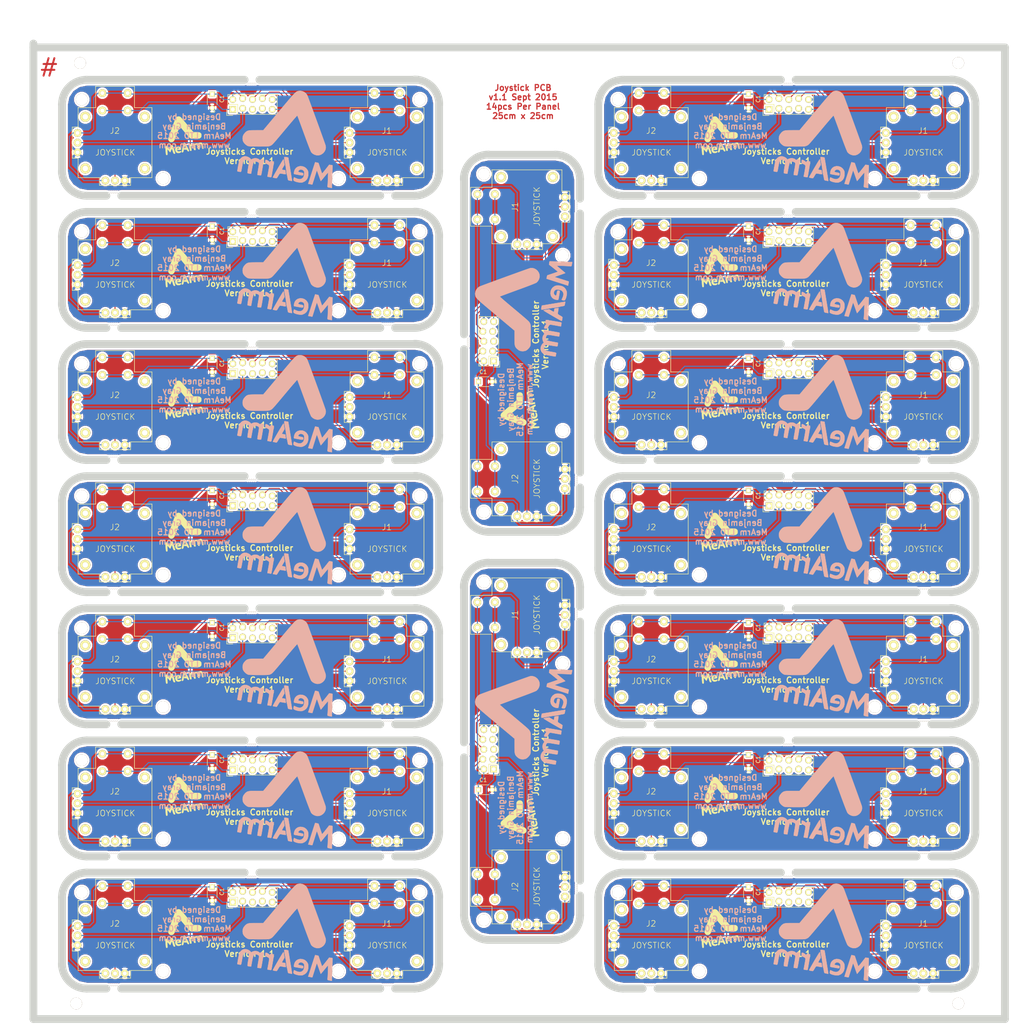
<source format=kicad_pcb>
(kicad_pcb (version 4) (host pcbnew "(2015-01-16 BZR 5376)-product")
  (layers (0 F.Cu signal) (31 B.Cu signal) (34 B.Paste user) (35 F.Paste user) (36 B.SilkS user) (37 F.SilkS user) (38 B.Mask user) (39 F.Mask user) (44 Edge.Cuts user))
  (net 0 "")
  (net 1 VCC)
  (net 2 GND)
  (net 3 A2)
  (net 4 A3)
  (net 5 S2)
  (net 6 A0)
  (net 7 A1)
  (net 8 S1)
  (net 9 "Net-(U1-Pad5)")
  (net 10 "Net-(U1-Pad7)")
  (module Mounting_Hole (layer F.Cu) (at 21 256)
    (fp_text reference "" (at 0 -5) (layer F.SilkS))
    (fp_text value "" (at 0 5) (layer F.SilkS))
    (pad "" thru_hole circle (at 0 0) (size 3 3) (drill 3) (layers *.Cu *.Mask F.SilkS))
  )
  (module Mounting_Hole (layer F.Cu) (at 248 256)
    (fp_text reference "" (at 0 -5) (layer F.SilkS))
    (fp_text value "" (at 0 5) (layer F.SilkS))
    (pad "" thru_hole circle (at 0 0) (size 3 3) (drill 3) (layers *.Cu *.Mask F.SilkS))
  )
  (module Mounting_Hole (layer F.Cu) (at 248 14)
    (fp_text reference "" (at 0 -5) (layer F.SilkS))
    (fp_text value "" (at 0 5) (layer F.SilkS))
    (pad "" thru_hole circle (at 0 0) (size 3 3) (drill 3) (layers *.Cu *.Mask F.SilkS))
  )
  (module Mounting_Hole (layer F.Cu) (at 22 14)
    (fp_text reference "" (at 0 -5) (layer F.SilkS))
    (fp_text value "" (at 0 5) (layer F.SilkS))
    (pad "" thru_hole circle (at 0 0) (size 3 3) (drill 3) (layers *.Cu *.Mask F.SilkS))
  )
  (module brains:MeArmLogo10mm (layer F.Cu) (at 186.856 32.671)
    (fp_text reference G*** hide)
    (fp_text value LOGO hide)
  )
  (module brains:MeArmLogo25mm (layer B.Cu) (at 212.764 33.687 180)
    (fp_text reference G*** hide)
    (fp_text value LOGO hide)
  )
  (module brains:TinyDrillHole (layer F.Cu) (at 167.552 47.403)
    (fp_text reference "" (at 0 0) (layer F.SilkS))
    (fp_text value "" (at 0 0 90) (layer F.SilkS))
    (pad 2 thru_hole circle (at 0 0) (size 0.3 0.3) (drill 0.3) (layers *.Cu *.Mask F.SilkS))
  )
  (module Mounting_Hole (layer F.Cu) (at 181.395 43.72)
    (fp_text reference "" (at 0 -5) (layer F.SilkS))
    (fp_text value "" (at 0 5) (layer F.SilkS))
    (pad "" thru_hole circle (at 0 0) (size 3 3) (drill 3) (layers *.Cu *.Mask F.SilkS))
  )
  (module Mounting_Hole (layer F.Cu) (at 247.435 23.4)
    (fp_text reference "" (at 0 -5) (layer F.SilkS))
    (fp_text value "" (at 0 5) (layer F.SilkS))
    (pad "" thru_hole circle (at 0 0) (size 3 3) (drill 3) (layers *.Cu *.Mask F.SilkS))
  )
  (module Mounting_Hole (layer F.Cu) (at 226.48 43.72)
    (fp_text reference "" (at 0 -5) (layer F.SilkS))
    (fp_text value "" (at 0 5) (layer F.SilkS))
    (pad "" thru_hole circle (at 0 0) (size 3 3) (drill 3) (layers *.Cu *.Mask F.SilkS))
  )
  (module Mounting_Hole (layer F.Cu) (at 160.44 23.4)
    (fp_text reference "" (at 0 -5) (layer F.SilkS))
    (fp_text value "" (at 0 5) (layer F.SilkS))
    (pad "" thru_hole circle (at 0 0) (size 3 3) (drill 3) (layers *.Cu *.Mask F.SilkS))
  )
  (module brains:TinyDrillHole (layer F.Cu) (at 168.06 47.403)
    (fp_text reference "" (at 0 0) (layer F.SilkS))
    (fp_text value "" (at 0 0 90) (layer F.SilkS))
    (pad 2 thru_hole circle (at 0 0) (size 0.3 0.3) (drill 0.3) (layers *.Cu *.Mask F.SilkS))
  )
  (module brains:TinyDrillHole (layer F.Cu) (at 169.076 47.403)
    (fp_text reference "" (at 0 0) (layer F.SilkS))
    (fp_text value "" (at 0 0 90) (layer F.SilkS))
    (pad 2 thru_hole circle (at 0 0) (size 0.3 0.3) (drill 0.3) (layers *.Cu *.Mask F.SilkS))
  )
  (module brains:TinyDrillHole (layer F.Cu) (at 168.568 47.403)
    (fp_text reference "" (at 0 0) (layer F.SilkS))
    (fp_text value "" (at 0 0 90) (layer F.SilkS))
    (pad 2 thru_hole circle (at 0 0) (size 0.3 0.3) (drill 0.3) (layers *.Cu *.Mask F.SilkS))
  )
  (module brains:TinyDrillHole (layer F.Cu) (at 169.584 47.403)
    (fp_text reference "" (at 0 0) (layer F.SilkS))
    (fp_text value "" (at 0 0 90) (layer F.SilkS))
    (pad 2 thru_hole circle (at 0 0) (size 0.3 0.3) (drill 0.3) (layers *.Cu *.Mask F.SilkS))
  )
  (module brains:TinyDrillHole (layer F.Cu) (at 205.144 19.209)
    (fp_text reference "" (at 0 0) (layer F.SilkS))
    (fp_text value "" (at 0 0 90) (layer F.SilkS))
    (pad 2 thru_hole circle (at 0 0) (size 0.3 0.3) (drill 0.3) (layers *.Cu *.Mask F.SilkS))
  )
  (module brains:TinyDrillHole (layer F.Cu) (at 204.128 19.209)
    (fp_text reference "" (at 0 0) (layer F.SilkS))
    (fp_text value "" (at 0 0 90) (layer F.SilkS))
    (pad 2 thru_hole circle (at 0 0) (size 0.3 0.3) (drill 0.3) (layers *.Cu *.Mask F.SilkS))
  )
  (module brains:TinyDrillHole (layer F.Cu) (at 204.636 19.209)
    (fp_text reference "" (at 0 0) (layer F.SilkS))
    (fp_text value "" (at 0 0 90) (layer F.SilkS))
    (pad 2 thru_hole circle (at 0 0) (size 0.3 0.3) (drill 0.3) (layers *.Cu *.Mask F.SilkS))
  )
  (module brains:TinyDrillHole (layer F.Cu) (at 203.62 19.209)
    (fp_text reference "" (at 0 0) (layer F.SilkS))
    (fp_text value "" (at 0 0 90) (layer F.SilkS))
    (pad 2 thru_hole circle (at 0 0) (size 0.3 0.3) (drill 0.3) (layers *.Cu *.Mask F.SilkS))
  )
  (module brains:TinyDrillHole (layer F.Cu) (at 203.112 19.209)
    (fp_text reference "" (at 0 0) (layer F.SilkS))
    (fp_text value "" (at 0 0 90) (layer F.SilkS))
    (pad 2 thru_hole circle (at 0 0) (size 0.3 0.3) (drill 0.3) (layers *.Cu *.Mask F.SilkS))
  )
  (module brains:TinyDrillHole (layer F.Cu) (at 240.196 47.403)
    (fp_text reference "" (at 0 0) (layer F.SilkS))
    (fp_text value "" (at 0 0 90) (layer F.SilkS))
    (pad 2 thru_hole circle (at 0 0) (size 0.3 0.3) (drill 0.3) (layers *.Cu *.Mask F.SilkS))
  )
  (module brains:TinyDrillHole (layer F.Cu) (at 239.18 47.403)
    (fp_text reference "" (at 0 0) (layer F.SilkS))
    (fp_text value "" (at 0 0 90) (layer F.SilkS))
    (pad 2 thru_hole circle (at 0 0) (size 0.3 0.3) (drill 0.3) (layers *.Cu *.Mask F.SilkS))
  )
  (module brains:TinyDrillHole (layer F.Cu) (at 239.688 47.403)
    (fp_text reference "" (at 0 0) (layer F.SilkS))
    (fp_text value "" (at 0 0 90) (layer F.SilkS))
    (pad 2 thru_hole circle (at 0 0) (size 0.3 0.3) (drill 0.3) (layers *.Cu *.Mask F.SilkS))
  )
  (module brains:TinyDrillHole (layer F.Cu) (at 238.672 47.403)
    (fp_text reference "" (at 0 0) (layer F.SilkS))
    (fp_text value "" (at 0 0 90) (layer F.SilkS))
    (pad 2 thru_hole circle (at 0 0) (size 0.3 0.3) (drill 0.3) (layers *.Cu *.Mask F.SilkS))
  )
  (module brains:TinyDrillHole (layer F.Cu) (at 238.164 47.403)
    (fp_text reference "" (at 0 0) (layer F.SilkS))
    (fp_text value "" (at 0 0 90) (layer F.SilkS))
    (pad 2 thru_hole circle (at 0 0) (size 0.3 0.3) (drill 0.3) (layers *.Cu *.Mask F.SilkS))
  )
  (module Capacitors_ThroughHole:C_Disc_D3_P2.5 (layer F.Cu) (at 194 22 270)
    (fp_text reference C1 (at 1.25 -2.5 270) (layer F.SilkS))
    (fp_text value C)
    (pad 1 thru_hole rect (at 0 0 270) (size 1.3 1.3) (drill 0.8) (layers *.Cu *.Mask F.SilkS) (net 1 VCC))
    (pad 2 thru_hole circle (at 3.556 0 270) (size 1.3 1.3) (drill 0.8001) (layers *.Cu *.Mask F.SilkS) (net 2 GND))
  )
  (module Pin_Headers:Pin_Header_Straight_2x05 (layer F.Cu) (at 199.302 25.94 90)
    (fp_text reference U1 (at 0 -5.1 90) (layer F.SilkS))
    (fp_text value JoyConnectISP)
    (pad 1 thru_hole rect (at 0 0 90) (size 1.7272 1.7272) (drill 1.016) (layers *.Cu *.Mask F.SilkS) (net 8 S1))
    (pad 2 thru_hole oval (at 2.54 0 90) (size 1.7272 1.7272) (drill 1.016) (layers *.Cu *.Mask F.SilkS) (net 1 VCC))
    (pad 3 thru_hole oval (at 0.254 2.54 90) (size 1.7272 1.7272) (drill 1.016) (layers *.Cu *.Mask F.SilkS) (net 6 A0))
    (pad 4 thru_hole oval (at 2.794 2.54 90) (size 1.7272 1.7272) (drill 1.016) (layers *.Cu *.Mask F.SilkS) (net 7 A1))
    (pad 5 thru_hole oval (at 0 5.08 90) (size 1.7272 1.7272) (drill 1.016) (layers *.Cu *.Mask F.SilkS) (net 9 "Net-(U1-Pad5)"))
    (pad 6 thru_hole oval (at 2.54 5.08 90) (size 1.7272 1.7272) (drill 1.016) (layers *.Cu *.Mask F.SilkS) (net 3 A2))
    (pad 7 thru_hole oval (at 0.254 7.62 90) (size 1.7272 1.7272) (drill 1.016) (layers *.Cu *.Mask F.SilkS) (net 10 "Net-(U1-Pad7)"))
    (pad 8 thru_hole oval (at 2.794 7.62 90) (size 1.7272 1.7272) (drill 1.016) (layers *.Cu *.Mask F.SilkS) (net 4 A3))
    (pad 9 thru_hole oval (at 0 10.16 90) (size 1.7272 1.7272) (drill 1.016) (layers *.Cu *.Mask F.SilkS) (net 5 S2))
    (pad 10 thru_hole oval (at 2.54 10.16 90) (size 1.7272 1.7272) (drill 1.016) (layers *.Cu *.Mask F.SilkS) (net 2 GND))
  )
  (module JOYSTICKS (layer F.Cu) (at 169 34.5)
    (fp_text reference J2 (at -0.05 -3.05) (layer F.SilkS) (effects (font (size 1.5 1.5))))
    (fp_text value JOYSTICK (at 0.05 2.55) (layer F.SilkS) (effects (font (size 1.5 1.5))))
    (pad "" thru_hole circle (at -7.65 -6.65) (size 2.6 2.6) (drill 1.4) (layers *.Cu *.Mask F.SilkS))
    (pad "" thru_hole circle (at 7.65 -6.65) (size 2.6 2.6) (drill 1.4) (layers *.Cu *.Mask F.SilkS))
    (pad "" thru_hole circle (at 7.65 6.65) (size 2.6 2.6) (drill 1.4) (layers *.Cu *.Mask F.SilkS))
    (pad "" thru_hole circle (at -7.65 6.65) (size 2.6 2.6) (drill 1.4) (layers *.Cu *.Mask F.SilkS))
    (pad 4 thru_hole circle (at -9.65 0) (size 2 2) (drill 1) (layers *.Cu *.Mask F.SilkS) (net 6 A0))
    (pad 3 thru_hole circle (at -9.65 -2.5) (size 2 2) (drill 1) (layers *.Cu *.Mask F.SilkS) (net 1 VCC))
    (pad 5 thru_hole circle (at -9.65 2.5) (size 2 2) (drill 1) (layers *.Cu *.Mask F.SilkS) (net 2 GND))
    (pad 7 thru_hole circle (at 0 9.75) (size 2 2) (drill 1) (layers *.Cu *.Mask F.SilkS) (net 7 A1))
    (pad 6 thru_hole circle (at -2.5 9.75) (size 2 2) (drill 1) (layers *.Cu *.Mask F.SilkS) (net 1 VCC))
    (pad 8 thru_hole circle (at 2.5 9.75) (size 2 2) (drill 1) (layers *.Cu *.Mask F.SilkS) (net 2 GND))
    (pad 1 thru_hole circle (at -3.25 -8.25) (size 2 2) (drill 1) (layers *.Cu *.Mask F.SilkS) (net 8 S1))
    (pad 1 thru_hole circle (at 3.25 -8.25) (size 2 2) (drill 1) (layers *.Cu *.Mask F.SilkS) (net 8 S1))
    (pad 2 thru_hole circle (at 3.25 -12.75) (size 2 2) (drill 1) (layers *.Cu *.Mask F.SilkS) (net 1 VCC))
    (pad 2 thru_hole circle (at -3.25 -12.75) (size 2 2) (drill 1) (layers *.Cu *.Mask F.SilkS) (net 1 VCC))
  )
  (module Brains:JOYSTICKS (layer F.Cu) (at 239 34.5)
    (fp_text reference J1 (at -0.05 -3.05) (layer F.SilkS) (effects (font (size 1.5 1.5))))
    (fp_text value JOYSTICK (at 0.05 2.55) (layer F.SilkS) (effects (font (size 1.5 1.5))))
    (pad "" thru_hole circle (at -7.65 -6.65) (size 2.6 2.6) (drill 1.4) (layers *.Cu *.Mask F.SilkS))
    (pad "" thru_hole circle (at 7.65 -6.65) (size 2.6 2.6) (drill 1.4) (layers *.Cu *.Mask F.SilkS))
    (pad "" thru_hole circle (at 7.65 6.65) (size 2.6 2.6) (drill 1.4) (layers *.Cu *.Mask F.SilkS))
    (pad "" thru_hole circle (at -7.65 6.65) (size 2.6 2.6) (drill 1.4) (layers *.Cu *.Mask F.SilkS))
    (pad 4 thru_hole circle (at -9.65 0) (size 2 2) (drill 1) (layers *.Cu *.Mask F.SilkS) (net 3 A2))
    (pad 3 thru_hole circle (at -9.65 -2.5) (size 2 2) (drill 1) (layers *.Cu *.Mask F.SilkS) (net 1 VCC))
    (pad 5 thru_hole circle (at -9.65 2.5) (size 2 2) (drill 1) (layers *.Cu *.Mask F.SilkS) (net 2 GND))
    (pad 7 thru_hole circle (at 0 9.75) (size 2 2) (drill 1) (layers *.Cu *.Mask F.SilkS) (net 4 A3))
    (pad 6 thru_hole circle (at -2.5 9.75) (size 2 2) (drill 1) (layers *.Cu *.Mask F.SilkS) (net 1 VCC))
    (pad 8 thru_hole circle (at 2.5 9.75) (size 2 2) (drill 1) (layers *.Cu *.Mask F.SilkS) (net 2 GND))
    (pad 1 thru_hole circle (at -3.25 -8.25) (size 2 2) (drill 1) (layers *.Cu *.Mask F.SilkS) (net 5 S2))
    (pad 1 thru_hole circle (at 3.25 -8.25) (size 2 2) (drill 1) (layers *.Cu *.Mask F.SilkS) (net 5 S2))
    (pad 2 thru_hole circle (at 3.25 -12.75) (size 2 2) (drill 1) (layers *.Cu *.Mask F.SilkS) (net 1 VCC))
    (pad 2 thru_hole circle (at -3.25 -12.75) (size 2 2) (drill 1) (layers *.Cu *.Mask F.SilkS) (net 1 VCC))
  )
  (module Brains:JOYSTICKS (layer F.Cu) (at 239 68.5)
    (fp_text reference J1 (at -0.05 -3.05) (layer F.SilkS) (effects (font (size 1.5 1.5))))
    (fp_text value JOYSTICK (at 0.05 2.55) (layer F.SilkS) (effects (font (size 1.5 1.5))))
    (pad "" thru_hole circle (at -7.65 -6.65) (size 2.6 2.6) (drill 1.4) (layers *.Cu *.Mask F.SilkS))
    (pad "" thru_hole circle (at 7.65 -6.65) (size 2.6 2.6) (drill 1.4) (layers *.Cu *.Mask F.SilkS))
    (pad "" thru_hole circle (at 7.65 6.65) (size 2.6 2.6) (drill 1.4) (layers *.Cu *.Mask F.SilkS))
    (pad "" thru_hole circle (at -7.65 6.65) (size 2.6 2.6) (drill 1.4) (layers *.Cu *.Mask F.SilkS))
    (pad 4 thru_hole circle (at -9.65 0) (size 2 2) (drill 1) (layers *.Cu *.Mask F.SilkS) (net 3 A2))
    (pad 3 thru_hole circle (at -9.65 -2.5) (size 2 2) (drill 1) (layers *.Cu *.Mask F.SilkS) (net 1 VCC))
    (pad 5 thru_hole circle (at -9.65 2.5) (size 2 2) (drill 1) (layers *.Cu *.Mask F.SilkS) (net 2 GND))
    (pad 7 thru_hole circle (at 0 9.75) (size 2 2) (drill 1) (layers *.Cu *.Mask F.SilkS) (net 4 A3))
    (pad 6 thru_hole circle (at -2.5 9.75) (size 2 2) (drill 1) (layers *.Cu *.Mask F.SilkS) (net 1 VCC))
    (pad 8 thru_hole circle (at 2.5 9.75) (size 2 2) (drill 1) (layers *.Cu *.Mask F.SilkS) (net 2 GND))
    (pad 1 thru_hole circle (at -3.25 -8.25) (size 2 2) (drill 1) (layers *.Cu *.Mask F.SilkS) (net 5 S2))
    (pad 1 thru_hole circle (at 3.25 -8.25) (size 2 2) (drill 1) (layers *.Cu *.Mask F.SilkS) (net 5 S2))
    (pad 2 thru_hole circle (at 3.25 -12.75) (size 2 2) (drill 1) (layers *.Cu *.Mask F.SilkS) (net 1 VCC))
    (pad 2 thru_hole circle (at -3.25 -12.75) (size 2 2) (drill 1) (layers *.Cu *.Mask F.SilkS) (net 1 VCC))
  )
  (module JOYSTICKS (layer F.Cu) (at 169 68.5)
    (fp_text reference J2 (at -0.05 -3.05) (layer F.SilkS) (effects (font (size 1.5 1.5))))
    (fp_text value JOYSTICK (at 0.05 2.55) (layer F.SilkS) (effects (font (size 1.5 1.5))))
    (pad "" thru_hole circle (at -7.65 -6.65) (size 2.6 2.6) (drill 1.4) (layers *.Cu *.Mask F.SilkS))
    (pad "" thru_hole circle (at 7.65 -6.65) (size 2.6 2.6) (drill 1.4) (layers *.Cu *.Mask F.SilkS))
    (pad "" thru_hole circle (at 7.65 6.65) (size 2.6 2.6) (drill 1.4) (layers *.Cu *.Mask F.SilkS))
    (pad "" thru_hole circle (at -7.65 6.65) (size 2.6 2.6) (drill 1.4) (layers *.Cu *.Mask F.SilkS))
    (pad 4 thru_hole circle (at -9.65 0) (size 2 2) (drill 1) (layers *.Cu *.Mask F.SilkS) (net 6 A0))
    (pad 3 thru_hole circle (at -9.65 -2.5) (size 2 2) (drill 1) (layers *.Cu *.Mask F.SilkS) (net 1 VCC))
    (pad 5 thru_hole circle (at -9.65 2.5) (size 2 2) (drill 1) (layers *.Cu *.Mask F.SilkS) (net 2 GND))
    (pad 7 thru_hole circle (at 0 9.75) (size 2 2) (drill 1) (layers *.Cu *.Mask F.SilkS) (net 7 A1))
    (pad 6 thru_hole circle (at -2.5 9.75) (size 2 2) (drill 1) (layers *.Cu *.Mask F.SilkS) (net 1 VCC))
    (pad 8 thru_hole circle (at 2.5 9.75) (size 2 2) (drill 1) (layers *.Cu *.Mask F.SilkS) (net 2 GND))
    (pad 1 thru_hole circle (at -3.25 -8.25) (size 2 2) (drill 1) (layers *.Cu *.Mask F.SilkS) (net 8 S1))
    (pad 1 thru_hole circle (at 3.25 -8.25) (size 2 2) (drill 1) (layers *.Cu *.Mask F.SilkS) (net 8 S1))
    (pad 2 thru_hole circle (at 3.25 -12.75) (size 2 2) (drill 1) (layers *.Cu *.Mask F.SilkS) (net 1 VCC))
    (pad 2 thru_hole circle (at -3.25 -12.75) (size 2 2) (drill 1) (layers *.Cu *.Mask F.SilkS) (net 1 VCC))
  )
  (module Pin_Headers:Pin_Header_Straight_2x05 (layer F.Cu) (at 199.302 59.94 90)
    (fp_text reference U1 (at 0 -5.1 90) (layer F.SilkS))
    (fp_text value JoyConnectISP)
    (pad 1 thru_hole rect (at 0 0 90) (size 1.7272 1.7272) (drill 1.016) (layers *.Cu *.Mask F.SilkS) (net 8 S1))
    (pad 2 thru_hole oval (at 2.54 0 90) (size 1.7272 1.7272) (drill 1.016) (layers *.Cu *.Mask F.SilkS) (net 1 VCC))
    (pad 3 thru_hole oval (at 0.254 2.54 90) (size 1.7272 1.7272) (drill 1.016) (layers *.Cu *.Mask F.SilkS) (net 6 A0))
    (pad 4 thru_hole oval (at 2.794 2.54 90) (size 1.7272 1.7272) (drill 1.016) (layers *.Cu *.Mask F.SilkS) (net 7 A1))
    (pad 5 thru_hole oval (at 0 5.08 90) (size 1.7272 1.7272) (drill 1.016) (layers *.Cu *.Mask F.SilkS) (net 9 "Net-(U1-Pad5)"))
    (pad 6 thru_hole oval (at 2.54 5.08 90) (size 1.7272 1.7272) (drill 1.016) (layers *.Cu *.Mask F.SilkS) (net 3 A2))
    (pad 7 thru_hole oval (at 0.254 7.62 90) (size 1.7272 1.7272) (drill 1.016) (layers *.Cu *.Mask F.SilkS) (net 10 "Net-(U1-Pad7)"))
    (pad 8 thru_hole oval (at 2.794 7.62 90) (size 1.7272 1.7272) (drill 1.016) (layers *.Cu *.Mask F.SilkS) (net 4 A3))
    (pad 9 thru_hole oval (at 0 10.16 90) (size 1.7272 1.7272) (drill 1.016) (layers *.Cu *.Mask F.SilkS) (net 5 S2))
    (pad 10 thru_hole oval (at 2.54 10.16 90) (size 1.7272 1.7272) (drill 1.016) (layers *.Cu *.Mask F.SilkS) (net 2 GND))
  )
  (module Capacitors_ThroughHole:C_Disc_D3_P2.5 (layer F.Cu) (at 194 56 270)
    (fp_text reference C1 (at 1.25 -2.5 270) (layer F.SilkS))
    (fp_text value C)
    (pad 1 thru_hole rect (at 0 0 270) (size 1.3 1.3) (drill 0.8) (layers *.Cu *.Mask F.SilkS) (net 1 VCC))
    (pad 2 thru_hole circle (at 3.556 0 270) (size 1.3 1.3) (drill 0.8001) (layers *.Cu *.Mask F.SilkS) (net 2 GND))
  )
  (module brains:TinyDrillHole (layer F.Cu) (at 238.164 81.403)
    (fp_text reference "" (at 0 0) (layer F.SilkS))
    (fp_text value "" (at 0 0 90) (layer F.SilkS))
    (pad 2 thru_hole circle (at 0 0) (size 0.3 0.3) (drill 0.3) (layers *.Cu *.Mask F.SilkS))
  )
  (module brains:TinyDrillHole (layer F.Cu) (at 238.672 81.403)
    (fp_text reference "" (at 0 0) (layer F.SilkS))
    (fp_text value "" (at 0 0 90) (layer F.SilkS))
    (pad 2 thru_hole circle (at 0 0) (size 0.3 0.3) (drill 0.3) (layers *.Cu *.Mask F.SilkS))
  )
  (module brains:TinyDrillHole (layer F.Cu) (at 239.688 81.403)
    (fp_text reference "" (at 0 0) (layer F.SilkS))
    (fp_text value "" (at 0 0 90) (layer F.SilkS))
    (pad 2 thru_hole circle (at 0 0) (size 0.3 0.3) (drill 0.3) (layers *.Cu *.Mask F.SilkS))
  )
  (module brains:TinyDrillHole (layer F.Cu) (at 239.18 81.403)
    (fp_text reference "" (at 0 0) (layer F.SilkS))
    (fp_text value "" (at 0 0 90) (layer F.SilkS))
    (pad 2 thru_hole circle (at 0 0) (size 0.3 0.3) (drill 0.3) (layers *.Cu *.Mask F.SilkS))
  )
  (module brains:TinyDrillHole (layer F.Cu) (at 240.196 81.403)
    (fp_text reference "" (at 0 0) (layer F.SilkS))
    (fp_text value "" (at 0 0 90) (layer F.SilkS))
    (pad 2 thru_hole circle (at 0 0) (size 0.3 0.3) (drill 0.3) (layers *.Cu *.Mask F.SilkS))
  )
  (module brains:TinyDrillHole (layer F.Cu) (at 203.112 53.209)
    (fp_text reference "" (at 0 0) (layer F.SilkS))
    (fp_text value "" (at 0 0 90) (layer F.SilkS))
    (pad 2 thru_hole circle (at 0 0) (size 0.3 0.3) (drill 0.3) (layers *.Cu *.Mask F.SilkS))
  )
  (module brains:TinyDrillHole (layer F.Cu) (at 203.62 53.209)
    (fp_text reference "" (at 0 0) (layer F.SilkS))
    (fp_text value "" (at 0 0 90) (layer F.SilkS))
    (pad 2 thru_hole circle (at 0 0) (size 0.3 0.3) (drill 0.3) (layers *.Cu *.Mask F.SilkS))
  )
  (module brains:TinyDrillHole (layer F.Cu) (at 204.636 53.209)
    (fp_text reference "" (at 0 0) (layer F.SilkS))
    (fp_text value "" (at 0 0 90) (layer F.SilkS))
    (pad 2 thru_hole circle (at 0 0) (size 0.3 0.3) (drill 0.3) (layers *.Cu *.Mask F.SilkS))
  )
  (module brains:TinyDrillHole (layer F.Cu) (at 204.128 53.209)
    (fp_text reference "" (at 0 0) (layer F.SilkS))
    (fp_text value "" (at 0 0 90) (layer F.SilkS))
    (pad 2 thru_hole circle (at 0 0) (size 0.3 0.3) (drill 0.3) (layers *.Cu *.Mask F.SilkS))
  )
  (module brains:TinyDrillHole (layer F.Cu) (at 205.144 53.209)
    (fp_text reference "" (at 0 0) (layer F.SilkS))
    (fp_text value "" (at 0 0 90) (layer F.SilkS))
    (pad 2 thru_hole circle (at 0 0) (size 0.3 0.3) (drill 0.3) (layers *.Cu *.Mask F.SilkS))
  )
  (module brains:TinyDrillHole (layer F.Cu) (at 169.584 81.403)
    (fp_text reference "" (at 0 0) (layer F.SilkS))
    (fp_text value "" (at 0 0 90) (layer F.SilkS))
    (pad 2 thru_hole circle (at 0 0) (size 0.3 0.3) (drill 0.3) (layers *.Cu *.Mask F.SilkS))
  )
  (module brains:TinyDrillHole (layer F.Cu) (at 168.568 81.403)
    (fp_text reference "" (at 0 0) (layer F.SilkS))
    (fp_text value "" (at 0 0 90) (layer F.SilkS))
    (pad 2 thru_hole circle (at 0 0) (size 0.3 0.3) (drill 0.3) (layers *.Cu *.Mask F.SilkS))
  )
  (module brains:TinyDrillHole (layer F.Cu) (at 169.076 81.403)
    (fp_text reference "" (at 0 0) (layer F.SilkS))
    (fp_text value "" (at 0 0 90) (layer F.SilkS))
    (pad 2 thru_hole circle (at 0 0) (size 0.3 0.3) (drill 0.3) (layers *.Cu *.Mask F.SilkS))
  )
  (module brains:TinyDrillHole (layer F.Cu) (at 168.06 81.403)
    (fp_text reference "" (at 0 0) (layer F.SilkS))
    (fp_text value "" (at 0 0 90) (layer F.SilkS))
    (pad 2 thru_hole circle (at 0 0) (size 0.3 0.3) (drill 0.3) (layers *.Cu *.Mask F.SilkS))
  )
  (module Mounting_Hole (layer F.Cu) (at 160.44 57.4)
    (fp_text reference "" (at 0 -5) (layer F.SilkS))
    (fp_text value "" (at 0 5) (layer F.SilkS))
    (pad "" thru_hole circle (at 0 0) (size 3 3) (drill 3) (layers *.Cu *.Mask F.SilkS))
  )
  (module Mounting_Hole (layer F.Cu) (at 226.48 77.72)
    (fp_text reference "" (at 0 -5) (layer F.SilkS))
    (fp_text value "" (at 0 5) (layer F.SilkS))
    (pad "" thru_hole circle (at 0 0) (size 3 3) (drill 3) (layers *.Cu *.Mask F.SilkS))
  )
  (module Mounting_Hole (layer F.Cu) (at 247.435 57.4)
    (fp_text reference "" (at 0 -5) (layer F.SilkS))
    (fp_text value "" (at 0 5) (layer F.SilkS))
    (pad "" thru_hole circle (at 0 0) (size 3 3) (drill 3) (layers *.Cu *.Mask F.SilkS))
  )
  (module Mounting_Hole (layer F.Cu) (at 181.395 77.72)
    (fp_text reference "" (at 0 -5) (layer F.SilkS))
    (fp_text value "" (at 0 5) (layer F.SilkS))
    (pad "" thru_hole circle (at 0 0) (size 3 3) (drill 3) (layers *.Cu *.Mask F.SilkS))
  )
  (module brains:TinyDrillHole (layer F.Cu) (at 167.552 81.403)
    (fp_text reference "" (at 0 0) (layer F.SilkS))
    (fp_text value "" (at 0 0 90) (layer F.SilkS))
    (pad 2 thru_hole circle (at 0 0) (size 0.3 0.3) (drill 0.3) (layers *.Cu *.Mask F.SilkS))
  )
  (module brains:MeArmLogo25mm (layer B.Cu) (at 212.764 67.687 180)
    (fp_text reference G*** hide)
    (fp_text value LOGO hide)
  )
  (module brains:MeArmLogo10mm (layer F.Cu) (at 186.856 66.671)
    (fp_text reference G*** hide)
    (fp_text value LOGO hide)
  )
  (module brains:MeArmLogo10mm (layer F.Cu) (at 186.856 100.671)
    (fp_text reference G*** hide)
    (fp_text value LOGO hide)
  )
  (module brains:MeArmLogo25mm (layer B.Cu) (at 212.764 101.687 180)
    (fp_text reference G*** hide)
    (fp_text value LOGO hide)
  )
  (module brains:TinyDrillHole (layer F.Cu) (at 167.552 115.403)
    (fp_text reference "" (at 0 0) (layer F.SilkS))
    (fp_text value "" (at 0 0 90) (layer F.SilkS))
    (pad 2 thru_hole circle (at 0 0) (size 0.3 0.3) (drill 0.3) (layers *.Cu *.Mask F.SilkS))
  )
  (module Mounting_Hole (layer F.Cu) (at 181.395 111.72)
    (fp_text reference "" (at 0 -5) (layer F.SilkS))
    (fp_text value "" (at 0 5) (layer F.SilkS))
    (pad "" thru_hole circle (at 0 0) (size 3 3) (drill 3) (layers *.Cu *.Mask F.SilkS))
  )
  (module Mounting_Hole (layer F.Cu) (at 247.435 91.4)
    (fp_text reference "" (at 0 -5) (layer F.SilkS))
    (fp_text value "" (at 0 5) (layer F.SilkS))
    (pad "" thru_hole circle (at 0 0) (size 3 3) (drill 3) (layers *.Cu *.Mask F.SilkS))
  )
  (module Mounting_Hole (layer F.Cu) (at 226.48 111.72)
    (fp_text reference "" (at 0 -5) (layer F.SilkS))
    (fp_text value "" (at 0 5) (layer F.SilkS))
    (pad "" thru_hole circle (at 0 0) (size 3 3) (drill 3) (layers *.Cu *.Mask F.SilkS))
  )
  (module Mounting_Hole (layer F.Cu) (at 160.44 91.4)
    (fp_text reference "" (at 0 -5) (layer F.SilkS))
    (fp_text value "" (at 0 5) (layer F.SilkS))
    (pad "" thru_hole circle (at 0 0) (size 3 3) (drill 3) (layers *.Cu *.Mask F.SilkS))
  )
  (module brains:TinyDrillHole (layer F.Cu) (at 168.06 115.403)
    (fp_text reference "" (at 0 0) (layer F.SilkS))
    (fp_text value "" (at 0 0 90) (layer F.SilkS))
    (pad 2 thru_hole circle (at 0 0) (size 0.3 0.3) (drill 0.3) (layers *.Cu *.Mask F.SilkS))
  )
  (module brains:TinyDrillHole (layer F.Cu) (at 169.076 115.403)
    (fp_text reference "" (at 0 0) (layer F.SilkS))
    (fp_text value "" (at 0 0 90) (layer F.SilkS))
    (pad 2 thru_hole circle (at 0 0) (size 0.3 0.3) (drill 0.3) (layers *.Cu *.Mask F.SilkS))
  )
  (module brains:TinyDrillHole (layer F.Cu) (at 168.568 115.403)
    (fp_text reference "" (at 0 0) (layer F.SilkS))
    (fp_text value "" (at 0 0 90) (layer F.SilkS))
    (pad 2 thru_hole circle (at 0 0) (size 0.3 0.3) (drill 0.3) (layers *.Cu *.Mask F.SilkS))
  )
  (module brains:TinyDrillHole (layer F.Cu) (at 169.584 115.403)
    (fp_text reference "" (at 0 0) (layer F.SilkS))
    (fp_text value "" (at 0 0 90) (layer F.SilkS))
    (pad 2 thru_hole circle (at 0 0) (size 0.3 0.3) (drill 0.3) (layers *.Cu *.Mask F.SilkS))
  )
  (module brains:TinyDrillHole (layer F.Cu) (at 205.144 87.209)
    (fp_text reference "" (at 0 0) (layer F.SilkS))
    (fp_text value "" (at 0 0 90) (layer F.SilkS))
    (pad 2 thru_hole circle (at 0 0) (size 0.3 0.3) (drill 0.3) (layers *.Cu *.Mask F.SilkS))
  )
  (module brains:TinyDrillHole (layer F.Cu) (at 204.128 87.209)
    (fp_text reference "" (at 0 0) (layer F.SilkS))
    (fp_text value "" (at 0 0 90) (layer F.SilkS))
    (pad 2 thru_hole circle (at 0 0) (size 0.3 0.3) (drill 0.3) (layers *.Cu *.Mask F.SilkS))
  )
  (module brains:TinyDrillHole (layer F.Cu) (at 204.636 87.209)
    (fp_text reference "" (at 0 0) (layer F.SilkS))
    (fp_text value "" (at 0 0 90) (layer F.SilkS))
    (pad 2 thru_hole circle (at 0 0) (size 0.3 0.3) (drill 0.3) (layers *.Cu *.Mask F.SilkS))
  )
  (module brains:TinyDrillHole (layer F.Cu) (at 203.62 87.209)
    (fp_text reference "" (at 0 0) (layer F.SilkS))
    (fp_text value "" (at 0 0 90) (layer F.SilkS))
    (pad 2 thru_hole circle (at 0 0) (size 0.3 0.3) (drill 0.3) (layers *.Cu *.Mask F.SilkS))
  )
  (module brains:TinyDrillHole (layer F.Cu) (at 203.112 87.209)
    (fp_text reference "" (at 0 0) (layer F.SilkS))
    (fp_text value "" (at 0 0 90) (layer F.SilkS))
    (pad 2 thru_hole circle (at 0 0) (size 0.3 0.3) (drill 0.3) (layers *.Cu *.Mask F.SilkS))
  )
  (module brains:TinyDrillHole (layer F.Cu) (at 240.196 115.403)
    (fp_text reference "" (at 0 0) (layer F.SilkS))
    (fp_text value "" (at 0 0 90) (layer F.SilkS))
    (pad 2 thru_hole circle (at 0 0) (size 0.3 0.3) (drill 0.3) (layers *.Cu *.Mask F.SilkS))
  )
  (module brains:TinyDrillHole (layer F.Cu) (at 239.18 115.403)
    (fp_text reference "" (at 0 0) (layer F.SilkS))
    (fp_text value "" (at 0 0 90) (layer F.SilkS))
    (pad 2 thru_hole circle (at 0 0) (size 0.3 0.3) (drill 0.3) (layers *.Cu *.Mask F.SilkS))
  )
  (module brains:TinyDrillHole (layer F.Cu) (at 239.688 115.403)
    (fp_text reference "" (at 0 0) (layer F.SilkS))
    (fp_text value "" (at 0 0 90) (layer F.SilkS))
    (pad 2 thru_hole circle (at 0 0) (size 0.3 0.3) (drill 0.3) (layers *.Cu *.Mask F.SilkS))
  )
  (module brains:TinyDrillHole (layer F.Cu) (at 238.672 115.403)
    (fp_text reference "" (at 0 0) (layer F.SilkS))
    (fp_text value "" (at 0 0 90) (layer F.SilkS))
    (pad 2 thru_hole circle (at 0 0) (size 0.3 0.3) (drill 0.3) (layers *.Cu *.Mask F.SilkS))
  )
  (module brains:TinyDrillHole (layer F.Cu) (at 238.164 115.403)
    (fp_text reference "" (at 0 0) (layer F.SilkS))
    (fp_text value "" (at 0 0 90) (layer F.SilkS))
    (pad 2 thru_hole circle (at 0 0) (size 0.3 0.3) (drill 0.3) (layers *.Cu *.Mask F.SilkS))
  )
  (module Capacitors_ThroughHole:C_Disc_D3_P2.5 (layer F.Cu) (at 194 90 270)
    (fp_text reference C1 (at 1.25 -2.5 270) (layer F.SilkS))
    (fp_text value C)
    (pad 1 thru_hole rect (at 0 0 270) (size 1.3 1.3) (drill 0.8) (layers *.Cu *.Mask F.SilkS) (net 1 VCC))
    (pad 2 thru_hole circle (at 3.556 0 270) (size 1.3 1.3) (drill 0.8001) (layers *.Cu *.Mask F.SilkS) (net 2 GND))
  )
  (module Pin_Headers:Pin_Header_Straight_2x05 (layer F.Cu) (at 199.302 93.94 90)
    (fp_text reference U1 (at 0 -5.1 90) (layer F.SilkS))
    (fp_text value JoyConnectISP)
    (pad 1 thru_hole rect (at 0 0 90) (size 1.7272 1.7272) (drill 1.016) (layers *.Cu *.Mask F.SilkS) (net 8 S1))
    (pad 2 thru_hole oval (at 2.54 0 90) (size 1.7272 1.7272) (drill 1.016) (layers *.Cu *.Mask F.SilkS) (net 1 VCC))
    (pad 3 thru_hole oval (at 0.254 2.54 90) (size 1.7272 1.7272) (drill 1.016) (layers *.Cu *.Mask F.SilkS) (net 6 A0))
    (pad 4 thru_hole oval (at 2.794 2.54 90) (size 1.7272 1.7272) (drill 1.016) (layers *.Cu *.Mask F.SilkS) (net 7 A1))
    (pad 5 thru_hole oval (at 0 5.08 90) (size 1.7272 1.7272) (drill 1.016) (layers *.Cu *.Mask F.SilkS) (net 9 "Net-(U1-Pad5)"))
    (pad 6 thru_hole oval (at 2.54 5.08 90) (size 1.7272 1.7272) (drill 1.016) (layers *.Cu *.Mask F.SilkS) (net 3 A2))
    (pad 7 thru_hole oval (at 0.254 7.62 90) (size 1.7272 1.7272) (drill 1.016) (layers *.Cu *.Mask F.SilkS) (net 10 "Net-(U1-Pad7)"))
    (pad 8 thru_hole oval (at 2.794 7.62 90) (size 1.7272 1.7272) (drill 1.016) (layers *.Cu *.Mask F.SilkS) (net 4 A3))
    (pad 9 thru_hole oval (at 0 10.16 90) (size 1.7272 1.7272) (drill 1.016) (layers *.Cu *.Mask F.SilkS) (net 5 S2))
    (pad 10 thru_hole oval (at 2.54 10.16 90) (size 1.7272 1.7272) (drill 1.016) (layers *.Cu *.Mask F.SilkS) (net 2 GND))
  )
  (module JOYSTICKS (layer F.Cu) (at 169 102.5)
    (fp_text reference J2 (at -0.05 -3.05) (layer F.SilkS) (effects (font (size 1.5 1.5))))
    (fp_text value JOYSTICK (at 0.05 2.55) (layer F.SilkS) (effects (font (size 1.5 1.5))))
    (pad "" thru_hole circle (at -7.65 -6.65) (size 2.6 2.6) (drill 1.4) (layers *.Cu *.Mask F.SilkS))
    (pad "" thru_hole circle (at 7.65 -6.65) (size 2.6 2.6) (drill 1.4) (layers *.Cu *.Mask F.SilkS))
    (pad "" thru_hole circle (at 7.65 6.65) (size 2.6 2.6) (drill 1.4) (layers *.Cu *.Mask F.SilkS))
    (pad "" thru_hole circle (at -7.65 6.65) (size 2.6 2.6) (drill 1.4) (layers *.Cu *.Mask F.SilkS))
    (pad 4 thru_hole circle (at -9.65 0) (size 2 2) (drill 1) (layers *.Cu *.Mask F.SilkS) (net 6 A0))
    (pad 3 thru_hole circle (at -9.65 -2.5) (size 2 2) (drill 1) (layers *.Cu *.Mask F.SilkS) (net 1 VCC))
    (pad 5 thru_hole circle (at -9.65 2.5) (size 2 2) (drill 1) (layers *.Cu *.Mask F.SilkS) (net 2 GND))
    (pad 7 thru_hole circle (at 0 9.75) (size 2 2) (drill 1) (layers *.Cu *.Mask F.SilkS) (net 7 A1))
    (pad 6 thru_hole circle (at -2.5 9.75) (size 2 2) (drill 1) (layers *.Cu *.Mask F.SilkS) (net 1 VCC))
    (pad 8 thru_hole circle (at 2.5 9.75) (size 2 2) (drill 1) (layers *.Cu *.Mask F.SilkS) (net 2 GND))
    (pad 1 thru_hole circle (at -3.25 -8.25) (size 2 2) (drill 1) (layers *.Cu *.Mask F.SilkS) (net 8 S1))
    (pad 1 thru_hole circle (at 3.25 -8.25) (size 2 2) (drill 1) (layers *.Cu *.Mask F.SilkS) (net 8 S1))
    (pad 2 thru_hole circle (at 3.25 -12.75) (size 2 2) (drill 1) (layers *.Cu *.Mask F.SilkS) (net 1 VCC))
    (pad 2 thru_hole circle (at -3.25 -12.75) (size 2 2) (drill 1) (layers *.Cu *.Mask F.SilkS) (net 1 VCC))
  )
  (module Brains:JOYSTICKS (layer F.Cu) (at 239 102.5)
    (fp_text reference J1 (at -0.05 -3.05) (layer F.SilkS) (effects (font (size 1.5 1.5))))
    (fp_text value JOYSTICK (at 0.05 2.55) (layer F.SilkS) (effects (font (size 1.5 1.5))))
    (pad "" thru_hole circle (at -7.65 -6.65) (size 2.6 2.6) (drill 1.4) (layers *.Cu *.Mask F.SilkS))
    (pad "" thru_hole circle (at 7.65 -6.65) (size 2.6 2.6) (drill 1.4) (layers *.Cu *.Mask F.SilkS))
    (pad "" thru_hole circle (at 7.65 6.65) (size 2.6 2.6) (drill 1.4) (layers *.Cu *.Mask F.SilkS))
    (pad "" thru_hole circle (at -7.65 6.65) (size 2.6 2.6) (drill 1.4) (layers *.Cu *.Mask F.SilkS))
    (pad 4 thru_hole circle (at -9.65 0) (size 2 2) (drill 1) (layers *.Cu *.Mask F.SilkS) (net 3 A2))
    (pad 3 thru_hole circle (at -9.65 -2.5) (size 2 2) (drill 1) (layers *.Cu *.Mask F.SilkS) (net 1 VCC))
    (pad 5 thru_hole circle (at -9.65 2.5) (size 2 2) (drill 1) (layers *.Cu *.Mask F.SilkS) (net 2 GND))
    (pad 7 thru_hole circle (at 0 9.75) (size 2 2) (drill 1) (layers *.Cu *.Mask F.SilkS) (net 4 A3))
    (pad 6 thru_hole circle (at -2.5 9.75) (size 2 2) (drill 1) (layers *.Cu *.Mask F.SilkS) (net 1 VCC))
    (pad 8 thru_hole circle (at 2.5 9.75) (size 2 2) (drill 1) (layers *.Cu *.Mask F.SilkS) (net 2 GND))
    (pad 1 thru_hole circle (at -3.25 -8.25) (size 2 2) (drill 1) (layers *.Cu *.Mask F.SilkS) (net 5 S2))
    (pad 1 thru_hole circle (at 3.25 -8.25) (size 2 2) (drill 1) (layers *.Cu *.Mask F.SilkS) (net 5 S2))
    (pad 2 thru_hole circle (at 3.25 -12.75) (size 2 2) (drill 1) (layers *.Cu *.Mask F.SilkS) (net 1 VCC))
    (pad 2 thru_hole circle (at -3.25 -12.75) (size 2 2) (drill 1) (layers *.Cu *.Mask F.SilkS) (net 1 VCC))
  )
  (module Brains:JOYSTICKS (layer F.Cu) (at 239 204.5)
    (fp_text reference J1 (at -0.05 -3.05) (layer F.SilkS) (effects (font (size 1.5 1.5))))
    (fp_text value JOYSTICK (at 0.05 2.55) (layer F.SilkS) (effects (font (size 1.5 1.5))))
    (pad "" thru_hole circle (at -7.65 -6.65) (size 2.6 2.6) (drill 1.4) (layers *.Cu *.Mask F.SilkS))
    (pad "" thru_hole circle (at 7.65 -6.65) (size 2.6 2.6) (drill 1.4) (layers *.Cu *.Mask F.SilkS))
    (pad "" thru_hole circle (at 7.65 6.65) (size 2.6 2.6) (drill 1.4) (layers *.Cu *.Mask F.SilkS))
    (pad "" thru_hole circle (at -7.65 6.65) (size 2.6 2.6) (drill 1.4) (layers *.Cu *.Mask F.SilkS))
    (pad 4 thru_hole circle (at -9.65 0) (size 2 2) (drill 1) (layers *.Cu *.Mask F.SilkS) (net 3 A2))
    (pad 3 thru_hole circle (at -9.65 -2.5) (size 2 2) (drill 1) (layers *.Cu *.Mask F.SilkS) (net 1 VCC))
    (pad 5 thru_hole circle (at -9.65 2.5) (size 2 2) (drill 1) (layers *.Cu *.Mask F.SilkS) (net 2 GND))
    (pad 7 thru_hole circle (at 0 9.75) (size 2 2) (drill 1) (layers *.Cu *.Mask F.SilkS) (net 4 A3))
    (pad 6 thru_hole circle (at -2.5 9.75) (size 2 2) (drill 1) (layers *.Cu *.Mask F.SilkS) (net 1 VCC))
    (pad 8 thru_hole circle (at 2.5 9.75) (size 2 2) (drill 1) (layers *.Cu *.Mask F.SilkS) (net 2 GND))
    (pad 1 thru_hole circle (at -3.25 -8.25) (size 2 2) (drill 1) (layers *.Cu *.Mask F.SilkS) (net 5 S2))
    (pad 1 thru_hole circle (at 3.25 -8.25) (size 2 2) (drill 1) (layers *.Cu *.Mask F.SilkS) (net 5 S2))
    (pad 2 thru_hole circle (at 3.25 -12.75) (size 2 2) (drill 1) (layers *.Cu *.Mask F.SilkS) (net 1 VCC))
    (pad 2 thru_hole circle (at -3.25 -12.75) (size 2 2) (drill 1) (layers *.Cu *.Mask F.SilkS) (net 1 VCC))
  )
  (module JOYSTICKS (layer F.Cu) (at 169 204.5)
    (fp_text reference J2 (at -0.05 -3.05) (layer F.SilkS) (effects (font (size 1.5 1.5))))
    (fp_text value JOYSTICK (at 0.05 2.55) (layer F.SilkS) (effects (font (size 1.5 1.5))))
    (pad "" thru_hole circle (at -7.65 -6.65) (size 2.6 2.6) (drill 1.4) (layers *.Cu *.Mask F.SilkS))
    (pad "" thru_hole circle (at 7.65 -6.65) (size 2.6 2.6) (drill 1.4) (layers *.Cu *.Mask F.SilkS))
    (pad "" thru_hole circle (at 7.65 6.65) (size 2.6 2.6) (drill 1.4) (layers *.Cu *.Mask F.SilkS))
    (pad "" thru_hole circle (at -7.65 6.65) (size 2.6 2.6) (drill 1.4) (layers *.Cu *.Mask F.SilkS))
    (pad 4 thru_hole circle (at -9.65 0) (size 2 2) (drill 1) (layers *.Cu *.Mask F.SilkS) (net 6 A0))
    (pad 3 thru_hole circle (at -9.65 -2.5) (size 2 2) (drill 1) (layers *.Cu *.Mask F.SilkS) (net 1 VCC))
    (pad 5 thru_hole circle (at -9.65 2.5) (size 2 2) (drill 1) (layers *.Cu *.Mask F.SilkS) (net 2 GND))
    (pad 7 thru_hole circle (at 0 9.75) (size 2 2) (drill 1) (layers *.Cu *.Mask F.SilkS) (net 7 A1))
    (pad 6 thru_hole circle (at -2.5 9.75) (size 2 2) (drill 1) (layers *.Cu *.Mask F.SilkS) (net 1 VCC))
    (pad 8 thru_hole circle (at 2.5 9.75) (size 2 2) (drill 1) (layers *.Cu *.Mask F.SilkS) (net 2 GND))
    (pad 1 thru_hole circle (at -3.25 -8.25) (size 2 2) (drill 1) (layers *.Cu *.Mask F.SilkS) (net 8 S1))
    (pad 1 thru_hole circle (at 3.25 -8.25) (size 2 2) (drill 1) (layers *.Cu *.Mask F.SilkS) (net 8 S1))
    (pad 2 thru_hole circle (at 3.25 -12.75) (size 2 2) (drill 1) (layers *.Cu *.Mask F.SilkS) (net 1 VCC))
    (pad 2 thru_hole circle (at -3.25 -12.75) (size 2 2) (drill 1) (layers *.Cu *.Mask F.SilkS) (net 1 VCC))
  )
  (module Pin_Headers:Pin_Header_Straight_2x05 (layer F.Cu) (at 199.302 195.94 90)
    (fp_text reference U1 (at 0 -5.1 90) (layer F.SilkS))
    (fp_text value JoyConnectISP)
    (pad 1 thru_hole rect (at 0 0 90) (size 1.7272 1.7272) (drill 1.016) (layers *.Cu *.Mask F.SilkS) (net 8 S1))
    (pad 2 thru_hole oval (at 2.54 0 90) (size 1.7272 1.7272) (drill 1.016) (layers *.Cu *.Mask F.SilkS) (net 1 VCC))
    (pad 3 thru_hole oval (at 0.254 2.54 90) (size 1.7272 1.7272) (drill 1.016) (layers *.Cu *.Mask F.SilkS) (net 6 A0))
    (pad 4 thru_hole oval (at 2.794 2.54 90) (size 1.7272 1.7272) (drill 1.016) (layers *.Cu *.Mask F.SilkS) (net 7 A1))
    (pad 5 thru_hole oval (at 0 5.08 90) (size 1.7272 1.7272) (drill 1.016) (layers *.Cu *.Mask F.SilkS) (net 9 "Net-(U1-Pad5)"))
    (pad 6 thru_hole oval (at 2.54 5.08 90) (size 1.7272 1.7272) (drill 1.016) (layers *.Cu *.Mask F.SilkS) (net 3 A2))
    (pad 7 thru_hole oval (at 0.254 7.62 90) (size 1.7272 1.7272) (drill 1.016) (layers *.Cu *.Mask F.SilkS) (net 10 "Net-(U1-Pad7)"))
    (pad 8 thru_hole oval (at 2.794 7.62 90) (size 1.7272 1.7272) (drill 1.016) (layers *.Cu *.Mask F.SilkS) (net 4 A3))
    (pad 9 thru_hole oval (at 0 10.16 90) (size 1.7272 1.7272) (drill 1.016) (layers *.Cu *.Mask F.SilkS) (net 5 S2))
    (pad 10 thru_hole oval (at 2.54 10.16 90) (size 1.7272 1.7272) (drill 1.016) (layers *.Cu *.Mask F.SilkS) (net 2 GND))
  )
  (module Capacitors_ThroughHole:C_Disc_D3_P2.5 (layer F.Cu) (at 194 192 270)
    (fp_text reference C1 (at 1.25 -2.5 270) (layer F.SilkS))
    (fp_text value C)
    (pad 1 thru_hole rect (at 0 0 270) (size 1.3 1.3) (drill 0.8) (layers *.Cu *.Mask F.SilkS) (net 1 VCC))
    (pad 2 thru_hole circle (at 3.556 0 270) (size 1.3 1.3) (drill 0.8001) (layers *.Cu *.Mask F.SilkS) (net 2 GND))
  )
  (module brains:TinyDrillHole (layer F.Cu) (at 238.164 217.403)
    (fp_text reference "" (at 0 0) (layer F.SilkS))
    (fp_text value "" (at 0 0 90) (layer F.SilkS))
    (pad 2 thru_hole circle (at 0 0) (size 0.3 0.3) (drill 0.3) (layers *.Cu *.Mask F.SilkS))
  )
  (module brains:TinyDrillHole (layer F.Cu) (at 238.672 217.403)
    (fp_text reference "" (at 0 0) (layer F.SilkS))
    (fp_text value "" (at 0 0 90) (layer F.SilkS))
    (pad 2 thru_hole circle (at 0 0) (size 0.3 0.3) (drill 0.3) (layers *.Cu *.Mask F.SilkS))
  )
  (module brains:TinyDrillHole (layer F.Cu) (at 239.688 217.403)
    (fp_text reference "" (at 0 0) (layer F.SilkS))
    (fp_text value "" (at 0 0 90) (layer F.SilkS))
    (pad 2 thru_hole circle (at 0 0) (size 0.3 0.3) (drill 0.3) (layers *.Cu *.Mask F.SilkS))
  )
  (module brains:TinyDrillHole (layer F.Cu) (at 239.18 217.403)
    (fp_text reference "" (at 0 0) (layer F.SilkS))
    (fp_text value "" (at 0 0 90) (layer F.SilkS))
    (pad 2 thru_hole circle (at 0 0) (size 0.3 0.3) (drill 0.3) (layers *.Cu *.Mask F.SilkS))
  )
  (module brains:TinyDrillHole (layer F.Cu) (at 240.196 217.403)
    (fp_text reference "" (at 0 0) (layer F.SilkS))
    (fp_text value "" (at 0 0 90) (layer F.SilkS))
    (pad 2 thru_hole circle (at 0 0) (size 0.3 0.3) (drill 0.3) (layers *.Cu *.Mask F.SilkS))
  )
  (module brains:TinyDrillHole (layer F.Cu) (at 203.112 189.209)
    (fp_text reference "" (at 0 0) (layer F.SilkS))
    (fp_text value "" (at 0 0 90) (layer F.SilkS))
    (pad 2 thru_hole circle (at 0 0) (size 0.3 0.3) (drill 0.3) (layers *.Cu *.Mask F.SilkS))
  )
  (module brains:TinyDrillHole (layer F.Cu) (at 203.62 189.209)
    (fp_text reference "" (at 0 0) (layer F.SilkS))
    (fp_text value "" (at 0 0 90) (layer F.SilkS))
    (pad 2 thru_hole circle (at 0 0) (size 0.3 0.3) (drill 0.3) (layers *.Cu *.Mask F.SilkS))
  )
  (module brains:TinyDrillHole (layer F.Cu) (at 204.636 189.209)
    (fp_text reference "" (at 0 0) (layer F.SilkS))
    (fp_text value "" (at 0 0 90) (layer F.SilkS))
    (pad 2 thru_hole circle (at 0 0) (size 0.3 0.3) (drill 0.3) (layers *.Cu *.Mask F.SilkS))
  )
  (module brains:TinyDrillHole (layer F.Cu) (at 204.128 189.209)
    (fp_text reference "" (at 0 0) (layer F.SilkS))
    (fp_text value "" (at 0 0 90) (layer F.SilkS))
    (pad 2 thru_hole circle (at 0 0) (size 0.3 0.3) (drill 0.3) (layers *.Cu *.Mask F.SilkS))
  )
  (module brains:TinyDrillHole (layer F.Cu) (at 205.144 189.209)
    (fp_text reference "" (at 0 0) (layer F.SilkS))
    (fp_text value "" (at 0 0 90) (layer F.SilkS))
    (pad 2 thru_hole circle (at 0 0) (size 0.3 0.3) (drill 0.3) (layers *.Cu *.Mask F.SilkS))
  )
  (module brains:TinyDrillHole (layer F.Cu) (at 169.584 217.403)
    (fp_text reference "" (at 0 0) (layer F.SilkS))
    (fp_text value "" (at 0 0 90) (layer F.SilkS))
    (pad 2 thru_hole circle (at 0 0) (size 0.3 0.3) (drill 0.3) (layers *.Cu *.Mask F.SilkS))
  )
  (module brains:TinyDrillHole (layer F.Cu) (at 168.568 217.403)
    (fp_text reference "" (at 0 0) (layer F.SilkS))
    (fp_text value "" (at 0 0 90) (layer F.SilkS))
    (pad 2 thru_hole circle (at 0 0) (size 0.3 0.3) (drill 0.3) (layers *.Cu *.Mask F.SilkS))
  )
  (module brains:TinyDrillHole (layer F.Cu) (at 169.076 217.403)
    (fp_text reference "" (at 0 0) (layer F.SilkS))
    (fp_text value "" (at 0 0 90) (layer F.SilkS))
    (pad 2 thru_hole circle (at 0 0) (size 0.3 0.3) (drill 0.3) (layers *.Cu *.Mask F.SilkS))
  )
  (module brains:TinyDrillHole (layer F.Cu) (at 168.06 217.403)
    (fp_text reference "" (at 0 0) (layer F.SilkS))
    (fp_text value "" (at 0 0 90) (layer F.SilkS))
    (pad 2 thru_hole circle (at 0 0) (size 0.3 0.3) (drill 0.3) (layers *.Cu *.Mask F.SilkS))
  )
  (module Mounting_Hole (layer F.Cu) (at 160.44 193.4)
    (fp_text reference "" (at 0 -5) (layer F.SilkS))
    (fp_text value "" (at 0 5) (layer F.SilkS))
    (pad "" thru_hole circle (at 0 0) (size 3 3) (drill 3) (layers *.Cu *.Mask F.SilkS))
  )
  (module Mounting_Hole (layer F.Cu) (at 226.48 213.72)
    (fp_text reference "" (at 0 -5) (layer F.SilkS))
    (fp_text value "" (at 0 5) (layer F.SilkS))
    (pad "" thru_hole circle (at 0 0) (size 3 3) (drill 3) (layers *.Cu *.Mask F.SilkS))
  )
  (module Mounting_Hole (layer F.Cu) (at 247.435 193.4)
    (fp_text reference "" (at 0 -5) (layer F.SilkS))
    (fp_text value "" (at 0 5) (layer F.SilkS))
    (pad "" thru_hole circle (at 0 0) (size 3 3) (drill 3) (layers *.Cu *.Mask F.SilkS))
  )
  (module Mounting_Hole (layer F.Cu) (at 181.395 213.72)
    (fp_text reference "" (at 0 -5) (layer F.SilkS))
    (fp_text value "" (at 0 5) (layer F.SilkS))
    (pad "" thru_hole circle (at 0 0) (size 3 3) (drill 3) (layers *.Cu *.Mask F.SilkS))
  )
  (module brains:TinyDrillHole (layer F.Cu) (at 167.552 217.403)
    (fp_text reference "" (at 0 0) (layer F.SilkS))
    (fp_text value "" (at 0 0 90) (layer F.SilkS))
    (pad 2 thru_hole circle (at 0 0) (size 0.3 0.3) (drill 0.3) (layers *.Cu *.Mask F.SilkS))
  )
  (module brains:MeArmLogo25mm (layer B.Cu) (at 212.764 203.687 180)
    (fp_text reference G*** hide)
    (fp_text value LOGO hide)
  )
  (module brains:MeArmLogo10mm (layer F.Cu) (at 186.856 202.671)
    (fp_text reference G*** hide)
    (fp_text value LOGO hide)
  )
  (module brains:MeArmLogo10mm (layer F.Cu) (at 186.856 168.671)
    (fp_text reference G*** hide)
    (fp_text value LOGO hide)
  )
  (module brains:MeArmLogo25mm (layer B.Cu) (at 212.764 169.687 180)
    (fp_text reference G*** hide)
    (fp_text value LOGO hide)
  )
  (module brains:TinyDrillHole (layer F.Cu) (at 167.552 183.403)
    (fp_text reference "" (at 0 0) (layer F.SilkS))
    (fp_text value "" (at 0 0 90) (layer F.SilkS))
    (pad 2 thru_hole circle (at 0 0) (size 0.3 0.3) (drill 0.3) (layers *.Cu *.Mask F.SilkS))
  )
  (module Mounting_Hole (layer F.Cu) (at 181.395 179.72)
    (fp_text reference "" (at 0 -5) (layer F.SilkS))
    (fp_text value "" (at 0 5) (layer F.SilkS))
    (pad "" thru_hole circle (at 0 0) (size 3 3) (drill 3) (layers *.Cu *.Mask F.SilkS))
  )
  (module Mounting_Hole (layer F.Cu) (at 247.435 159.4)
    (fp_text reference "" (at 0 -5) (layer F.SilkS))
    (fp_text value "" (at 0 5) (layer F.SilkS))
    (pad "" thru_hole circle (at 0 0) (size 3 3) (drill 3) (layers *.Cu *.Mask F.SilkS))
  )
  (module Mounting_Hole (layer F.Cu) (at 226.48 179.72)
    (fp_text reference "" (at 0 -5) (layer F.SilkS))
    (fp_text value "" (at 0 5) (layer F.SilkS))
    (pad "" thru_hole circle (at 0 0) (size 3 3) (drill 3) (layers *.Cu *.Mask F.SilkS))
  )
  (module Mounting_Hole (layer F.Cu) (at 160.44 159.4)
    (fp_text reference "" (at 0 -5) (layer F.SilkS))
    (fp_text value "" (at 0 5) (layer F.SilkS))
    (pad "" thru_hole circle (at 0 0) (size 3 3) (drill 3) (layers *.Cu *.Mask F.SilkS))
  )
  (module brains:TinyDrillHole (layer F.Cu) (at 168.06 183.403)
    (fp_text reference "" (at 0 0) (layer F.SilkS))
    (fp_text value "" (at 0 0 90) (layer F.SilkS))
    (pad 2 thru_hole circle (at 0 0) (size 0.3 0.3) (drill 0.3) (layers *.Cu *.Mask F.SilkS))
  )
  (module brains:TinyDrillHole (layer F.Cu) (at 169.076 183.403)
    (fp_text reference "" (at 0 0) (layer F.SilkS))
    (fp_text value "" (at 0 0 90) (layer F.SilkS))
    (pad 2 thru_hole circle (at 0 0) (size 0.3 0.3) (drill 0.3) (layers *.Cu *.Mask F.SilkS))
  )
  (module brains:TinyDrillHole (layer F.Cu) (at 168.568 183.403)
    (fp_text reference "" (at 0 0) (layer F.SilkS))
    (fp_text value "" (at 0 0 90) (layer F.SilkS))
    (pad 2 thru_hole circle (at 0 0) (size 0.3 0.3) (drill 0.3) (layers *.Cu *.Mask F.SilkS))
  )
  (module brains:TinyDrillHole (layer F.Cu) (at 169.584 183.403)
    (fp_text reference "" (at 0 0) (layer F.SilkS))
    (fp_text value "" (at 0 0 90) (layer F.SilkS))
    (pad 2 thru_hole circle (at 0 0) (size 0.3 0.3) (drill 0.3) (layers *.Cu *.Mask F.SilkS))
  )
  (module brains:TinyDrillHole (layer F.Cu) (at 205.144 155.209)
    (fp_text reference "" (at 0 0) (layer F.SilkS))
    (fp_text value "" (at 0 0 90) (layer F.SilkS))
    (pad 2 thru_hole circle (at 0 0) (size 0.3 0.3) (drill 0.3) (layers *.Cu *.Mask F.SilkS))
  )
  (module brains:TinyDrillHole (layer F.Cu) (at 204.128 155.209)
    (fp_text reference "" (at 0 0) (layer F.SilkS))
    (fp_text value "" (at 0 0 90) (layer F.SilkS))
    (pad 2 thru_hole circle (at 0 0) (size 0.3 0.3) (drill 0.3) (layers *.Cu *.Mask F.SilkS))
  )
  (module brains:TinyDrillHole (layer F.Cu) (at 204.636 155.209)
    (fp_text reference "" (at 0 0) (layer F.SilkS))
    (fp_text value "" (at 0 0 90) (layer F.SilkS))
    (pad 2 thru_hole circle (at 0 0) (size 0.3 0.3) (drill 0.3) (layers *.Cu *.Mask F.SilkS))
  )
  (module brains:TinyDrillHole (layer F.Cu) (at 203.62 155.209)
    (fp_text reference "" (at 0 0) (layer F.SilkS))
    (fp_text value "" (at 0 0 90) (layer F.SilkS))
    (pad 2 thru_hole circle (at 0 0) (size 0.3 0.3) (drill 0.3) (layers *.Cu *.Mask F.SilkS))
  )
  (module brains:TinyDrillHole (layer F.Cu) (at 203.112 155.209)
    (fp_text reference "" (at 0 0) (layer F.SilkS))
    (fp_text value "" (at 0 0 90) (layer F.SilkS))
    (pad 2 thru_hole circle (at 0 0) (size 0.3 0.3) (drill 0.3) (layers *.Cu *.Mask F.SilkS))
  )
  (module brains:TinyDrillHole (layer F.Cu) (at 240.196 183.403)
    (fp_text reference "" (at 0 0) (layer F.SilkS))
    (fp_text value "" (at 0 0 90) (layer F.SilkS))
    (pad 2 thru_hole circle (at 0 0) (size 0.3 0.3) (drill 0.3) (layers *.Cu *.Mask F.SilkS))
  )
  (module brains:TinyDrillHole (layer F.Cu) (at 239.18 183.403)
    (fp_text reference "" (at 0 0) (layer F.SilkS))
    (fp_text value "" (at 0 0 90) (layer F.SilkS))
    (pad 2 thru_hole circle (at 0 0) (size 0.3 0.3) (drill 0.3) (layers *.Cu *.Mask F.SilkS))
  )
  (module brains:TinyDrillHole (layer F.Cu) (at 239.688 183.403)
    (fp_text reference "" (at 0 0) (layer F.SilkS))
    (fp_text value "" (at 0 0 90) (layer F.SilkS))
    (pad 2 thru_hole circle (at 0 0) (size 0.3 0.3) (drill 0.3) (layers *.Cu *.Mask F.SilkS))
  )
  (module brains:TinyDrillHole (layer F.Cu) (at 238.672 183.403)
    (fp_text reference "" (at 0 0) (layer F.SilkS))
    (fp_text value "" (at 0 0 90) (layer F.SilkS))
    (pad 2 thru_hole circle (at 0 0) (size 0.3 0.3) (drill 0.3) (layers *.Cu *.Mask F.SilkS))
  )
  (module brains:TinyDrillHole (layer F.Cu) (at 238.164 183.403)
    (fp_text reference "" (at 0 0) (layer F.SilkS))
    (fp_text value "" (at 0 0 90) (layer F.SilkS))
    (pad 2 thru_hole circle (at 0 0) (size 0.3 0.3) (drill 0.3) (layers *.Cu *.Mask F.SilkS))
  )
  (module Capacitors_ThroughHole:C_Disc_D3_P2.5 (layer F.Cu) (at 194 158 270)
    (fp_text reference C1 (at 1.25 -2.5 270) (layer F.SilkS))
    (fp_text value C)
    (pad 1 thru_hole rect (at 0 0 270) (size 1.3 1.3) (drill 0.8) (layers *.Cu *.Mask F.SilkS) (net 1 VCC))
    (pad 2 thru_hole circle (at 3.556 0 270) (size 1.3 1.3) (drill 0.8001) (layers *.Cu *.Mask F.SilkS) (net 2 GND))
  )
  (module Pin_Headers:Pin_Header_Straight_2x05 (layer F.Cu) (at 199.302 161.94 90)
    (fp_text reference U1 (at 0 -5.1 90) (layer F.SilkS))
    (fp_text value JoyConnectISP)
    (pad 1 thru_hole rect (at 0 0 90) (size 1.7272 1.7272) (drill 1.016) (layers *.Cu *.Mask F.SilkS) (net 8 S1))
    (pad 2 thru_hole oval (at 2.54 0 90) (size 1.7272 1.7272) (drill 1.016) (layers *.Cu *.Mask F.SilkS) (net 1 VCC))
    (pad 3 thru_hole oval (at 0.254 2.54 90) (size 1.7272 1.7272) (drill 1.016) (layers *.Cu *.Mask F.SilkS) (net 6 A0))
    (pad 4 thru_hole oval (at 2.794 2.54 90) (size 1.7272 1.7272) (drill 1.016) (layers *.Cu *.Mask F.SilkS) (net 7 A1))
    (pad 5 thru_hole oval (at 0 5.08 90) (size 1.7272 1.7272) (drill 1.016) (layers *.Cu *.Mask F.SilkS) (net 9 "Net-(U1-Pad5)"))
    (pad 6 thru_hole oval (at 2.54 5.08 90) (size 1.7272 1.7272) (drill 1.016) (layers *.Cu *.Mask F.SilkS) (net 3 A2))
    (pad 7 thru_hole oval (at 0.254 7.62 90) (size 1.7272 1.7272) (drill 1.016) (layers *.Cu *.Mask F.SilkS) (net 10 "Net-(U1-Pad7)"))
    (pad 8 thru_hole oval (at 2.794 7.62 90) (size 1.7272 1.7272) (drill 1.016) (layers *.Cu *.Mask F.SilkS) (net 4 A3))
    (pad 9 thru_hole oval (at 0 10.16 90) (size 1.7272 1.7272) (drill 1.016) (layers *.Cu *.Mask F.SilkS) (net 5 S2))
    (pad 10 thru_hole oval (at 2.54 10.16 90) (size 1.7272 1.7272) (drill 1.016) (layers *.Cu *.Mask F.SilkS) (net 2 GND))
  )
  (module JOYSTICKS (layer F.Cu) (at 169 170.5)
    (fp_text reference J2 (at -0.05 -3.05) (layer F.SilkS) (effects (font (size 1.5 1.5))))
    (fp_text value JOYSTICK (at 0.05 2.55) (layer F.SilkS) (effects (font (size 1.5 1.5))))
    (pad "" thru_hole circle (at -7.65 -6.65) (size 2.6 2.6) (drill 1.4) (layers *.Cu *.Mask F.SilkS))
    (pad "" thru_hole circle (at 7.65 -6.65) (size 2.6 2.6) (drill 1.4) (layers *.Cu *.Mask F.SilkS))
    (pad "" thru_hole circle (at 7.65 6.65) (size 2.6 2.6) (drill 1.4) (layers *.Cu *.Mask F.SilkS))
    (pad "" thru_hole circle (at -7.65 6.65) (size 2.6 2.6) (drill 1.4) (layers *.Cu *.Mask F.SilkS))
    (pad 4 thru_hole circle (at -9.65 0) (size 2 2) (drill 1) (layers *.Cu *.Mask F.SilkS) (net 6 A0))
    (pad 3 thru_hole circle (at -9.65 -2.5) (size 2 2) (drill 1) (layers *.Cu *.Mask F.SilkS) (net 1 VCC))
    (pad 5 thru_hole circle (at -9.65 2.5) (size 2 2) (drill 1) (layers *.Cu *.Mask F.SilkS) (net 2 GND))
    (pad 7 thru_hole circle (at 0 9.75) (size 2 2) (drill 1) (layers *.Cu *.Mask F.SilkS) (net 7 A1))
    (pad 6 thru_hole circle (at -2.5 9.75) (size 2 2) (drill 1) (layers *.Cu *.Mask F.SilkS) (net 1 VCC))
    (pad 8 thru_hole circle (at 2.5 9.75) (size 2 2) (drill 1) (layers *.Cu *.Mask F.SilkS) (net 2 GND))
    (pad 1 thru_hole circle (at -3.25 -8.25) (size 2 2) (drill 1) (layers *.Cu *.Mask F.SilkS) (net 8 S1))
    (pad 1 thru_hole circle (at 3.25 -8.25) (size 2 2) (drill 1) (layers *.Cu *.Mask F.SilkS) (net 8 S1))
    (pad 2 thru_hole circle (at 3.25 -12.75) (size 2 2) (drill 1) (layers *.Cu *.Mask F.SilkS) (net 1 VCC))
    (pad 2 thru_hole circle (at -3.25 -12.75) (size 2 2) (drill 1) (layers *.Cu *.Mask F.SilkS) (net 1 VCC))
  )
  (module Brains:JOYSTICKS (layer F.Cu) (at 239 170.5)
    (fp_text reference J1 (at -0.05 -3.05) (layer F.SilkS) (effects (font (size 1.5 1.5))))
    (fp_text value JOYSTICK (at 0.05 2.55) (layer F.SilkS) (effects (font (size 1.5 1.5))))
    (pad "" thru_hole circle (at -7.65 -6.65) (size 2.6 2.6) (drill 1.4) (layers *.Cu *.Mask F.SilkS))
    (pad "" thru_hole circle (at 7.65 -6.65) (size 2.6 2.6) (drill 1.4) (layers *.Cu *.Mask F.SilkS))
    (pad "" thru_hole circle (at 7.65 6.65) (size 2.6 2.6) (drill 1.4) (layers *.Cu *.Mask F.SilkS))
    (pad "" thru_hole circle (at -7.65 6.65) (size 2.6 2.6) (drill 1.4) (layers *.Cu *.Mask F.SilkS))
    (pad 4 thru_hole circle (at -9.65 0) (size 2 2) (drill 1) (layers *.Cu *.Mask F.SilkS) (net 3 A2))
    (pad 3 thru_hole circle (at -9.65 -2.5) (size 2 2) (drill 1) (layers *.Cu *.Mask F.SilkS) (net 1 VCC))
    (pad 5 thru_hole circle (at -9.65 2.5) (size 2 2) (drill 1) (layers *.Cu *.Mask F.SilkS) (net 2 GND))
    (pad 7 thru_hole circle (at 0 9.75) (size 2 2) (drill 1) (layers *.Cu *.Mask F.SilkS) (net 4 A3))
    (pad 6 thru_hole circle (at -2.5 9.75) (size 2 2) (drill 1) (layers *.Cu *.Mask F.SilkS) (net 1 VCC))
    (pad 8 thru_hole circle (at 2.5 9.75) (size 2 2) (drill 1) (layers *.Cu *.Mask F.SilkS) (net 2 GND))
    (pad 1 thru_hole circle (at -3.25 -8.25) (size 2 2) (drill 1) (layers *.Cu *.Mask F.SilkS) (net 5 S2))
    (pad 1 thru_hole circle (at 3.25 -8.25) (size 2 2) (drill 1) (layers *.Cu *.Mask F.SilkS) (net 5 S2))
    (pad 2 thru_hole circle (at 3.25 -12.75) (size 2 2) (drill 1) (layers *.Cu *.Mask F.SilkS) (net 1 VCC))
    (pad 2 thru_hole circle (at -3.25 -12.75) (size 2 2) (drill 1) (layers *.Cu *.Mask F.SilkS) (net 1 VCC))
  )
  (module Brains:JOYSTICKS (layer F.Cu) (at 239 136.5)
    (fp_text reference J1 (at -0.05 -3.05) (layer F.SilkS) (effects (font (size 1.5 1.5))))
    (fp_text value JOYSTICK (at 0.05 2.55) (layer F.SilkS) (effects (font (size 1.5 1.5))))
    (pad "" thru_hole circle (at -7.65 -6.65) (size 2.6 2.6) (drill 1.4) (layers *.Cu *.Mask F.SilkS))
    (pad "" thru_hole circle (at 7.65 -6.65) (size 2.6 2.6) (drill 1.4) (layers *.Cu *.Mask F.SilkS))
    (pad "" thru_hole circle (at 7.65 6.65) (size 2.6 2.6) (drill 1.4) (layers *.Cu *.Mask F.SilkS))
    (pad "" thru_hole circle (at -7.65 6.65) (size 2.6 2.6) (drill 1.4) (layers *.Cu *.Mask F.SilkS))
    (pad 4 thru_hole circle (at -9.65 0) (size 2 2) (drill 1) (layers *.Cu *.Mask F.SilkS) (net 3 A2))
    (pad 3 thru_hole circle (at -9.65 -2.5) (size 2 2) (drill 1) (layers *.Cu *.Mask F.SilkS) (net 1 VCC))
    (pad 5 thru_hole circle (at -9.65 2.5) (size 2 2) (drill 1) (layers *.Cu *.Mask F.SilkS) (net 2 GND))
    (pad 7 thru_hole circle (at 0 9.75) (size 2 2) (drill 1) (layers *.Cu *.Mask F.SilkS) (net 4 A3))
    (pad 6 thru_hole circle (at -2.5 9.75) (size 2 2) (drill 1) (layers *.Cu *.Mask F.SilkS) (net 1 VCC))
    (pad 8 thru_hole circle (at 2.5 9.75) (size 2 2) (drill 1) (layers *.Cu *.Mask F.SilkS) (net 2 GND))
    (pad 1 thru_hole circle (at -3.25 -8.25) (size 2 2) (drill 1) (layers *.Cu *.Mask F.SilkS) (net 5 S2))
    (pad 1 thru_hole circle (at 3.25 -8.25) (size 2 2) (drill 1) (layers *.Cu *.Mask F.SilkS) (net 5 S2))
    (pad 2 thru_hole circle (at 3.25 -12.75) (size 2 2) (drill 1) (layers *.Cu *.Mask F.SilkS) (net 1 VCC))
    (pad 2 thru_hole circle (at -3.25 -12.75) (size 2 2) (drill 1) (layers *.Cu *.Mask F.SilkS) (net 1 VCC))
  )
  (module JOYSTICKS (layer F.Cu) (at 169 136.5)
    (fp_text reference J2 (at -0.05 -3.05) (layer F.SilkS) (effects (font (size 1.5 1.5))))
    (fp_text value JOYSTICK (at 0.05 2.55) (layer F.SilkS) (effects (font (size 1.5 1.5))))
    (pad "" thru_hole circle (at -7.65 -6.65) (size 2.6 2.6) (drill 1.4) (layers *.Cu *.Mask F.SilkS))
    (pad "" thru_hole circle (at 7.65 -6.65) (size 2.6 2.6) (drill 1.4) (layers *.Cu *.Mask F.SilkS))
    (pad "" thru_hole circle (at 7.65 6.65) (size 2.6 2.6) (drill 1.4) (layers *.Cu *.Mask F.SilkS))
    (pad "" thru_hole circle (at -7.65 6.65) (size 2.6 2.6) (drill 1.4) (layers *.Cu *.Mask F.SilkS))
    (pad 4 thru_hole circle (at -9.65 0) (size 2 2) (drill 1) (layers *.Cu *.Mask F.SilkS) (net 6 A0))
    (pad 3 thru_hole circle (at -9.65 -2.5) (size 2 2) (drill 1) (layers *.Cu *.Mask F.SilkS) (net 1 VCC))
    (pad 5 thru_hole circle (at -9.65 2.5) (size 2 2) (drill 1) (layers *.Cu *.Mask F.SilkS) (net 2 GND))
    (pad 7 thru_hole circle (at 0 9.75) (size 2 2) (drill 1) (layers *.Cu *.Mask F.SilkS) (net 7 A1))
    (pad 6 thru_hole circle (at -2.5 9.75) (size 2 2) (drill 1) (layers *.Cu *.Mask F.SilkS) (net 1 VCC))
    (pad 8 thru_hole circle (at 2.5 9.75) (size 2 2) (drill 1) (layers *.Cu *.Mask F.SilkS) (net 2 GND))
    (pad 1 thru_hole circle (at -3.25 -8.25) (size 2 2) (drill 1) (layers *.Cu *.Mask F.SilkS) (net 8 S1))
    (pad 1 thru_hole circle (at 3.25 -8.25) (size 2 2) (drill 1) (layers *.Cu *.Mask F.SilkS) (net 8 S1))
    (pad 2 thru_hole circle (at 3.25 -12.75) (size 2 2) (drill 1) (layers *.Cu *.Mask F.SilkS) (net 1 VCC))
    (pad 2 thru_hole circle (at -3.25 -12.75) (size 2 2) (drill 1) (layers *.Cu *.Mask F.SilkS) (net 1 VCC))
  )
  (module Pin_Headers:Pin_Header_Straight_2x05 (layer F.Cu) (at 199.302 127.94 90)
    (fp_text reference U1 (at 0 -5.1 90) (layer F.SilkS))
    (fp_text value JoyConnectISP)
    (pad 1 thru_hole rect (at 0 0 90) (size 1.7272 1.7272) (drill 1.016) (layers *.Cu *.Mask F.SilkS) (net 8 S1))
    (pad 2 thru_hole oval (at 2.54 0 90) (size 1.7272 1.7272) (drill 1.016) (layers *.Cu *.Mask F.SilkS) (net 1 VCC))
    (pad 3 thru_hole oval (at 0.254 2.54 90) (size 1.7272 1.7272) (drill 1.016) (layers *.Cu *.Mask F.SilkS) (net 6 A0))
    (pad 4 thru_hole oval (at 2.794 2.54 90) (size 1.7272 1.7272) (drill 1.016) (layers *.Cu *.Mask F.SilkS) (net 7 A1))
    (pad 5 thru_hole oval (at 0 5.08 90) (size 1.7272 1.7272) (drill 1.016) (layers *.Cu *.Mask F.SilkS) (net 9 "Net-(U1-Pad5)"))
    (pad 6 thru_hole oval (at 2.54 5.08 90) (size 1.7272 1.7272) (drill 1.016) (layers *.Cu *.Mask F.SilkS) (net 3 A2))
    (pad 7 thru_hole oval (at 0.254 7.62 90) (size 1.7272 1.7272) (drill 1.016) (layers *.Cu *.Mask F.SilkS) (net 10 "Net-(U1-Pad7)"))
    (pad 8 thru_hole oval (at 2.794 7.62 90) (size 1.7272 1.7272) (drill 1.016) (layers *.Cu *.Mask F.SilkS) (net 4 A3))
    (pad 9 thru_hole oval (at 0 10.16 90) (size 1.7272 1.7272) (drill 1.016) (layers *.Cu *.Mask F.SilkS) (net 5 S2))
    (pad 10 thru_hole oval (at 2.54 10.16 90) (size 1.7272 1.7272) (drill 1.016) (layers *.Cu *.Mask F.SilkS) (net 2 GND))
  )
  (module Capacitors_ThroughHole:C_Disc_D3_P2.5 (layer F.Cu) (at 194 124 270)
    (fp_text reference C1 (at 1.25 -2.5 270) (layer F.SilkS))
    (fp_text value C)
    (pad 1 thru_hole rect (at 0 0 270) (size 1.3 1.3) (drill 0.8) (layers *.Cu *.Mask F.SilkS) (net 1 VCC))
    (pad 2 thru_hole circle (at 3.556 0 270) (size 1.3 1.3) (drill 0.8001) (layers *.Cu *.Mask F.SilkS) (net 2 GND))
  )
  (module brains:TinyDrillHole (layer F.Cu) (at 238.164 149.403)
    (fp_text reference "" (at 0 0) (layer F.SilkS))
    (fp_text value "" (at 0 0 90) (layer F.SilkS))
    (pad 2 thru_hole circle (at 0 0) (size 0.3 0.3) (drill 0.3) (layers *.Cu *.Mask F.SilkS))
  )
  (module brains:TinyDrillHole (layer F.Cu) (at 238.672 149.403)
    (fp_text reference "" (at 0 0) (layer F.SilkS))
    (fp_text value "" (at 0 0 90) (layer F.SilkS))
    (pad 2 thru_hole circle (at 0 0) (size 0.3 0.3) (drill 0.3) (layers *.Cu *.Mask F.SilkS))
  )
  (module brains:TinyDrillHole (layer F.Cu) (at 239.688 149.403)
    (fp_text reference "" (at 0 0) (layer F.SilkS))
    (fp_text value "" (at 0 0 90) (layer F.SilkS))
    (pad 2 thru_hole circle (at 0 0) (size 0.3 0.3) (drill 0.3) (layers *.Cu *.Mask F.SilkS))
  )
  (module brains:TinyDrillHole (layer F.Cu) (at 239.18 149.403)
    (fp_text reference "" (at 0 0) (layer F.SilkS))
    (fp_text value "" (at 0 0 90) (layer F.SilkS))
    (pad 2 thru_hole circle (at 0 0) (size 0.3 0.3) (drill 0.3) (layers *.Cu *.Mask F.SilkS))
  )
  (module brains:TinyDrillHole (layer F.Cu) (at 240.196 149.403)
    (fp_text reference "" (at 0 0) (layer F.SilkS))
    (fp_text value "" (at 0 0 90) (layer F.SilkS))
    (pad 2 thru_hole circle (at 0 0) (size 0.3 0.3) (drill 0.3) (layers *.Cu *.Mask F.SilkS))
  )
  (module brains:TinyDrillHole (layer F.Cu) (at 203.112 121.209)
    (fp_text reference "" (at 0 0) (layer F.SilkS))
    (fp_text value "" (at 0 0 90) (layer F.SilkS))
    (pad 2 thru_hole circle (at 0 0) (size 0.3 0.3) (drill 0.3) (layers *.Cu *.Mask F.SilkS))
  )
  (module brains:TinyDrillHole (layer F.Cu) (at 203.62 121.209)
    (fp_text reference "" (at 0 0) (layer F.SilkS))
    (fp_text value "" (at 0 0 90) (layer F.SilkS))
    (pad 2 thru_hole circle (at 0 0) (size 0.3 0.3) (drill 0.3) (layers *.Cu *.Mask F.SilkS))
  )
  (module brains:TinyDrillHole (layer F.Cu) (at 204.636 121.209)
    (fp_text reference "" (at 0 0) (layer F.SilkS))
    (fp_text value "" (at 0 0 90) (layer F.SilkS))
    (pad 2 thru_hole circle (at 0 0) (size 0.3 0.3) (drill 0.3) (layers *.Cu *.Mask F.SilkS))
  )
  (module brains:TinyDrillHole (layer F.Cu) (at 204.128 121.209)
    (fp_text reference "" (at 0 0) (layer F.SilkS))
    (fp_text value "" (at 0 0 90) (layer F.SilkS))
    (pad 2 thru_hole circle (at 0 0) (size 0.3 0.3) (drill 0.3) (layers *.Cu *.Mask F.SilkS))
  )
  (module brains:TinyDrillHole (layer F.Cu) (at 205.144 121.209)
    (fp_text reference "" (at 0 0) (layer F.SilkS))
    (fp_text value "" (at 0 0 90) (layer F.SilkS))
    (pad 2 thru_hole circle (at 0 0) (size 0.3 0.3) (drill 0.3) (layers *.Cu *.Mask F.SilkS))
  )
  (module brains:TinyDrillHole (layer F.Cu) (at 169.584 149.403)
    (fp_text reference "" (at 0 0) (layer F.SilkS))
    (fp_text value "" (at 0 0 90) (layer F.SilkS))
    (pad 2 thru_hole circle (at 0 0) (size 0.3 0.3) (drill 0.3) (layers *.Cu *.Mask F.SilkS))
  )
  (module brains:TinyDrillHole (layer F.Cu) (at 168.568 149.403)
    (fp_text reference "" (at 0 0) (layer F.SilkS))
    (fp_text value "" (at 0 0 90) (layer F.SilkS))
    (pad 2 thru_hole circle (at 0 0) (size 0.3 0.3) (drill 0.3) (layers *.Cu *.Mask F.SilkS))
  )
  (module brains:TinyDrillHole (layer F.Cu) (at 169.076 149.403)
    (fp_text reference "" (at 0 0) (layer F.SilkS))
    (fp_text value "" (at 0 0 90) (layer F.SilkS))
    (pad 2 thru_hole circle (at 0 0) (size 0.3 0.3) (drill 0.3) (layers *.Cu *.Mask F.SilkS))
  )
  (module brains:TinyDrillHole (layer F.Cu) (at 168.06 149.403)
    (fp_text reference "" (at 0 0) (layer F.SilkS))
    (fp_text value "" (at 0 0 90) (layer F.SilkS))
    (pad 2 thru_hole circle (at 0 0) (size 0.3 0.3) (drill 0.3) (layers *.Cu *.Mask F.SilkS))
  )
  (module Mounting_Hole (layer F.Cu) (at 160.44 125.4)
    (fp_text reference "" (at 0 -5) (layer F.SilkS))
    (fp_text value "" (at 0 5) (layer F.SilkS))
    (pad "" thru_hole circle (at 0 0) (size 3 3) (drill 3) (layers *.Cu *.Mask F.SilkS))
  )
  (module Mounting_Hole (layer F.Cu) (at 226.48 145.72)
    (fp_text reference "" (at 0 -5) (layer F.SilkS))
    (fp_text value "" (at 0 5) (layer F.SilkS))
    (pad "" thru_hole circle (at 0 0) (size 3 3) (drill 3) (layers *.Cu *.Mask F.SilkS))
  )
  (module Mounting_Hole (layer F.Cu) (at 247.435 125.4)
    (fp_text reference "" (at 0 -5) (layer F.SilkS))
    (fp_text value "" (at 0 5) (layer F.SilkS))
    (pad "" thru_hole circle (at 0 0) (size 3 3) (drill 3) (layers *.Cu *.Mask F.SilkS))
  )
  (module Mounting_Hole (layer F.Cu) (at 181.395 145.72)
    (fp_text reference "" (at 0 -5) (layer F.SilkS))
    (fp_text value "" (at 0 5) (layer F.SilkS))
    (pad "" thru_hole circle (at 0 0) (size 3 3) (drill 3) (layers *.Cu *.Mask F.SilkS))
  )
  (module brains:TinyDrillHole (layer F.Cu) (at 167.552 149.403)
    (fp_text reference "" (at 0 0) (layer F.SilkS))
    (fp_text value "" (at 0 0 90) (layer F.SilkS))
    (pad 2 thru_hole circle (at 0 0) (size 0.3 0.3) (drill 0.3) (layers *.Cu *.Mask F.SilkS))
  )
  (module brains:MeArmLogo25mm (layer B.Cu) (at 212.764 135.687 180)
    (fp_text reference G*** hide)
    (fp_text value LOGO hide)
  )
  (module brains:MeArmLogo10mm (layer F.Cu) (at 186.856 134.671)
    (fp_text reference G*** hide)
    (fp_text value LOGO hide)
  )
  (module brains:MeArmLogo10mm (layer F.Cu) (at 186.856 236.671)
    (fp_text reference G*** hide)
    (fp_text value LOGO hide)
  )
  (module brains:MeArmLogo25mm (layer B.Cu) (at 212.764 237.687 180)
    (fp_text reference G*** hide)
    (fp_text value LOGO hide)
  )
  (module brains:TinyDrillHole (layer F.Cu) (at 167.552 251.403)
    (fp_text reference "" (at 0 0) (layer F.SilkS))
    (fp_text value "" (at 0 0 90) (layer F.SilkS))
    (pad 2 thru_hole circle (at 0 0) (size 0.3 0.3) (drill 0.3) (layers *.Cu *.Mask F.SilkS))
  )
  (module Mounting_Hole (layer F.Cu) (at 181.395 247.72)
    (fp_text reference "" (at 0 -5) (layer F.SilkS))
    (fp_text value "" (at 0 5) (layer F.SilkS))
    (pad "" thru_hole circle (at 0 0) (size 3 3) (drill 3) (layers *.Cu *.Mask F.SilkS))
  )
  (module Mounting_Hole (layer F.Cu) (at 247.435 227.4)
    (fp_text reference "" (at 0 -5) (layer F.SilkS))
    (fp_text value "" (at 0 5) (layer F.SilkS))
    (pad "" thru_hole circle (at 0 0) (size 3 3) (drill 3) (layers *.Cu *.Mask F.SilkS))
  )
  (module Mounting_Hole (layer F.Cu) (at 226.48 247.72)
    (fp_text reference "" (at 0 -5) (layer F.SilkS))
    (fp_text value "" (at 0 5) (layer F.SilkS))
    (pad "" thru_hole circle (at 0 0) (size 3 3) (drill 3) (layers *.Cu *.Mask F.SilkS))
  )
  (module Mounting_Hole (layer F.Cu) (at 160.44 227.4)
    (fp_text reference "" (at 0 -5) (layer F.SilkS))
    (fp_text value "" (at 0 5) (layer F.SilkS))
    (pad "" thru_hole circle (at 0 0) (size 3 3) (drill 3) (layers *.Cu *.Mask F.SilkS))
  )
  (module brains:TinyDrillHole (layer F.Cu) (at 168.06 251.403)
    (fp_text reference "" (at 0 0) (layer F.SilkS))
    (fp_text value "" (at 0 0 90) (layer F.SilkS))
    (pad 2 thru_hole circle (at 0 0) (size 0.3 0.3) (drill 0.3) (layers *.Cu *.Mask F.SilkS))
  )
  (module brains:TinyDrillHole (layer F.Cu) (at 169.076 251.403)
    (fp_text reference "" (at 0 0) (layer F.SilkS))
    (fp_text value "" (at 0 0 90) (layer F.SilkS))
    (pad 2 thru_hole circle (at 0 0) (size 0.3 0.3) (drill 0.3) (layers *.Cu *.Mask F.SilkS))
  )
  (module brains:TinyDrillHole (layer F.Cu) (at 168.568 251.403)
    (fp_text reference "" (at 0 0) (layer F.SilkS))
    (fp_text value "" (at 0 0 90) (layer F.SilkS))
    (pad 2 thru_hole circle (at 0 0) (size 0.3 0.3) (drill 0.3) (layers *.Cu *.Mask F.SilkS))
  )
  (module brains:TinyDrillHole (layer F.Cu) (at 169.584 251.403)
    (fp_text reference "" (at 0 0) (layer F.SilkS))
    (fp_text value "" (at 0 0 90) (layer F.SilkS))
    (pad 2 thru_hole circle (at 0 0) (size 0.3 0.3) (drill 0.3) (layers *.Cu *.Mask F.SilkS))
  )
  (module brains:TinyDrillHole (layer F.Cu) (at 205.144 223.209)
    (fp_text reference "" (at 0 0) (layer F.SilkS))
    (fp_text value "" (at 0 0 90) (layer F.SilkS))
    (pad 2 thru_hole circle (at 0 0) (size 0.3 0.3) (drill 0.3) (layers *.Cu *.Mask F.SilkS))
  )
  (module brains:TinyDrillHole (layer F.Cu) (at 204.128 223.209)
    (fp_text reference "" (at 0 0) (layer F.SilkS))
    (fp_text value "" (at 0 0 90) (layer F.SilkS))
    (pad 2 thru_hole circle (at 0 0) (size 0.3 0.3) (drill 0.3) (layers *.Cu *.Mask F.SilkS))
  )
  (module brains:TinyDrillHole (layer F.Cu) (at 204.636 223.209)
    (fp_text reference "" (at 0 0) (layer F.SilkS))
    (fp_text value "" (at 0 0 90) (layer F.SilkS))
    (pad 2 thru_hole circle (at 0 0) (size 0.3 0.3) (drill 0.3) (layers *.Cu *.Mask F.SilkS))
  )
  (module brains:TinyDrillHole (layer F.Cu) (at 203.62 223.209)
    (fp_text reference "" (at 0 0) (layer F.SilkS))
    (fp_text value "" (at 0 0 90) (layer F.SilkS))
    (pad 2 thru_hole circle (at 0 0) (size 0.3 0.3) (drill 0.3) (layers *.Cu *.Mask F.SilkS))
  )
  (module brains:TinyDrillHole (layer F.Cu) (at 203.112 223.209)
    (fp_text reference "" (at 0 0) (layer F.SilkS))
    (fp_text value "" (at 0 0 90) (layer F.SilkS))
    (pad 2 thru_hole circle (at 0 0) (size 0.3 0.3) (drill 0.3) (layers *.Cu *.Mask F.SilkS))
  )
  (module brains:TinyDrillHole (layer F.Cu) (at 240.196 251.403)
    (fp_text reference "" (at 0 0) (layer F.SilkS))
    (fp_text value "" (at 0 0 90) (layer F.SilkS))
    (pad 2 thru_hole circle (at 0 0) (size 0.3 0.3) (drill 0.3) (layers *.Cu *.Mask F.SilkS))
  )
  (module brains:TinyDrillHole (layer F.Cu) (at 239.18 251.403)
    (fp_text reference "" (at 0 0) (layer F.SilkS))
    (fp_text value "" (at 0 0 90) (layer F.SilkS))
    (pad 2 thru_hole circle (at 0 0) (size 0.3 0.3) (drill 0.3) (layers *.Cu *.Mask F.SilkS))
  )
  (module brains:TinyDrillHole (layer F.Cu) (at 239.688 251.403)
    (fp_text reference "" (at 0 0) (layer F.SilkS))
    (fp_text value "" (at 0 0 90) (layer F.SilkS))
    (pad 2 thru_hole circle (at 0 0) (size 0.3 0.3) (drill 0.3) (layers *.Cu *.Mask F.SilkS))
  )
  (module brains:TinyDrillHole (layer F.Cu) (at 238.672 251.403)
    (fp_text reference "" (at 0 0) (layer F.SilkS))
    (fp_text value "" (at 0 0 90) (layer F.SilkS))
    (pad 2 thru_hole circle (at 0 0) (size 0.3 0.3) (drill 0.3) (layers *.Cu *.Mask F.SilkS))
  )
  (module brains:TinyDrillHole (layer F.Cu) (at 238.164 251.403)
    (fp_text reference "" (at 0 0) (layer F.SilkS))
    (fp_text value "" (at 0 0 90) (layer F.SilkS))
    (pad 2 thru_hole circle (at 0 0) (size 0.3 0.3) (drill 0.3) (layers *.Cu *.Mask F.SilkS))
  )
  (module Capacitors_ThroughHole:C_Disc_D3_P2.5 (layer F.Cu) (at 194 226 270)
    (fp_text reference C1 (at 1.25 -2.5 270) (layer F.SilkS))
    (fp_text value C)
    (pad 1 thru_hole rect (at 0 0 270) (size 1.3 1.3) (drill 0.8) (layers *.Cu *.Mask F.SilkS) (net 1 VCC))
    (pad 2 thru_hole circle (at 3.556 0 270) (size 1.3 1.3) (drill 0.8001) (layers *.Cu *.Mask F.SilkS) (net 2 GND))
  )
  (module Pin_Headers:Pin_Header_Straight_2x05 (layer F.Cu) (at 199.302 229.94 90)
    (fp_text reference U1 (at 0 -5.1 90) (layer F.SilkS))
    (fp_text value JoyConnectISP)
    (pad 1 thru_hole rect (at 0 0 90) (size 1.7272 1.7272) (drill 1.016) (layers *.Cu *.Mask F.SilkS) (net 8 S1))
    (pad 2 thru_hole oval (at 2.54 0 90) (size 1.7272 1.7272) (drill 1.016) (layers *.Cu *.Mask F.SilkS) (net 1 VCC))
    (pad 3 thru_hole oval (at 0.254 2.54 90) (size 1.7272 1.7272) (drill 1.016) (layers *.Cu *.Mask F.SilkS) (net 6 A0))
    (pad 4 thru_hole oval (at 2.794 2.54 90) (size 1.7272 1.7272) (drill 1.016) (layers *.Cu *.Mask F.SilkS) (net 7 A1))
    (pad 5 thru_hole oval (at 0 5.08 90) (size 1.7272 1.7272) (drill 1.016) (layers *.Cu *.Mask F.SilkS) (net 9 "Net-(U1-Pad5)"))
    (pad 6 thru_hole oval (at 2.54 5.08 90) (size 1.7272 1.7272) (drill 1.016) (layers *.Cu *.Mask F.SilkS) (net 3 A2))
    (pad 7 thru_hole oval (at 0.254 7.62 90) (size 1.7272 1.7272) (drill 1.016) (layers *.Cu *.Mask F.SilkS) (net 10 "Net-(U1-Pad7)"))
    (pad 8 thru_hole oval (at 2.794 7.62 90) (size 1.7272 1.7272) (drill 1.016) (layers *.Cu *.Mask F.SilkS) (net 4 A3))
    (pad 9 thru_hole oval (at 0 10.16 90) (size 1.7272 1.7272) (drill 1.016) (layers *.Cu *.Mask F.SilkS) (net 5 S2))
    (pad 10 thru_hole oval (at 2.54 10.16 90) (size 1.7272 1.7272) (drill 1.016) (layers *.Cu *.Mask F.SilkS) (net 2 GND))
  )
  (module JOYSTICKS (layer F.Cu) (at 169 238.5)
    (fp_text reference J2 (at -0.05 -3.05) (layer F.SilkS) (effects (font (size 1.5 1.5))))
    (fp_text value JOYSTICK (at 0.05 2.55) (layer F.SilkS) (effects (font (size 1.5 1.5))))
    (pad "" thru_hole circle (at -7.65 -6.65) (size 2.6 2.6) (drill 1.4) (layers *.Cu *.Mask F.SilkS))
    (pad "" thru_hole circle (at 7.65 -6.65) (size 2.6 2.6) (drill 1.4) (layers *.Cu *.Mask F.SilkS))
    (pad "" thru_hole circle (at 7.65 6.65) (size 2.6 2.6) (drill 1.4) (layers *.Cu *.Mask F.SilkS))
    (pad "" thru_hole circle (at -7.65 6.65) (size 2.6 2.6) (drill 1.4) (layers *.Cu *.Mask F.SilkS))
    (pad 4 thru_hole circle (at -9.65 0) (size 2 2) (drill 1) (layers *.Cu *.Mask F.SilkS) (net 6 A0))
    (pad 3 thru_hole circle (at -9.65 -2.5) (size 2 2) (drill 1) (layers *.Cu *.Mask F.SilkS) (net 1 VCC))
    (pad 5 thru_hole circle (at -9.65 2.5) (size 2 2) (drill 1) (layers *.Cu *.Mask F.SilkS) (net 2 GND))
    (pad 7 thru_hole circle (at 0 9.75) (size 2 2) (drill 1) (layers *.Cu *.Mask F.SilkS) (net 7 A1))
    (pad 6 thru_hole circle (at -2.5 9.75) (size 2 2) (drill 1) (layers *.Cu *.Mask F.SilkS) (net 1 VCC))
    (pad 8 thru_hole circle (at 2.5 9.75) (size 2 2) (drill 1) (layers *.Cu *.Mask F.SilkS) (net 2 GND))
    (pad 1 thru_hole circle (at -3.25 -8.25) (size 2 2) (drill 1) (layers *.Cu *.Mask F.SilkS) (net 8 S1))
    (pad 1 thru_hole circle (at 3.25 -8.25) (size 2 2) (drill 1) (layers *.Cu *.Mask F.SilkS) (net 8 S1))
    (pad 2 thru_hole circle (at 3.25 -12.75) (size 2 2) (drill 1) (layers *.Cu *.Mask F.SilkS) (net 1 VCC))
    (pad 2 thru_hole circle (at -3.25 -12.75) (size 2 2) (drill 1) (layers *.Cu *.Mask F.SilkS) (net 1 VCC))
  )
  (module Brains:JOYSTICKS (layer F.Cu) (at 239 238.5)
    (fp_text reference J1 (at -0.05 -3.05) (layer F.SilkS) (effects (font (size 1.5 1.5))))
    (fp_text value JOYSTICK (at 0.05 2.55) (layer F.SilkS) (effects (font (size 1.5 1.5))))
    (pad "" thru_hole circle (at -7.65 -6.65) (size 2.6 2.6) (drill 1.4) (layers *.Cu *.Mask F.SilkS))
    (pad "" thru_hole circle (at 7.65 -6.65) (size 2.6 2.6) (drill 1.4) (layers *.Cu *.Mask F.SilkS))
    (pad "" thru_hole circle (at 7.65 6.65) (size 2.6 2.6) (drill 1.4) (layers *.Cu *.Mask F.SilkS))
    (pad "" thru_hole circle (at -7.65 6.65) (size 2.6 2.6) (drill 1.4) (layers *.Cu *.Mask F.SilkS))
    (pad 4 thru_hole circle (at -9.65 0) (size 2 2) (drill 1) (layers *.Cu *.Mask F.SilkS) (net 3 A2))
    (pad 3 thru_hole circle (at -9.65 -2.5) (size 2 2) (drill 1) (layers *.Cu *.Mask F.SilkS) (net 1 VCC))
    (pad 5 thru_hole circle (at -9.65 2.5) (size 2 2) (drill 1) (layers *.Cu *.Mask F.SilkS) (net 2 GND))
    (pad 7 thru_hole circle (at 0 9.75) (size 2 2) (drill 1) (layers *.Cu *.Mask F.SilkS) (net 4 A3))
    (pad 6 thru_hole circle (at -2.5 9.75) (size 2 2) (drill 1) (layers *.Cu *.Mask F.SilkS) (net 1 VCC))
    (pad 8 thru_hole circle (at 2.5 9.75) (size 2 2) (drill 1) (layers *.Cu *.Mask F.SilkS) (net 2 GND))
    (pad 1 thru_hole circle (at -3.25 -8.25) (size 2 2) (drill 1) (layers *.Cu *.Mask F.SilkS) (net 5 S2))
    (pad 1 thru_hole circle (at 3.25 -8.25) (size 2 2) (drill 1) (layers *.Cu *.Mask F.SilkS) (net 5 S2))
    (pad 2 thru_hole circle (at 3.25 -12.75) (size 2 2) (drill 1) (layers *.Cu *.Mask F.SilkS) (net 1 VCC))
    (pad 2 thru_hole circle (at -3.25 -12.75) (size 2 2) (drill 1) (layers *.Cu *.Mask F.SilkS) (net 1 VCC))
  )
  (module Brains:JOYSTICKS (layer F.Cu) (at 101 238.5)
    (fp_text reference J1 (at -0.05 -3.05) (layer F.SilkS) (effects (font (size 1.5 1.5))))
    (fp_text value JOYSTICK (at 0.05 2.55) (layer F.SilkS) (effects (font (size 1.5 1.5))))
    (pad "" thru_hole circle (at -7.65 -6.65) (size 2.6 2.6) (drill 1.4) (layers *.Cu *.Mask F.SilkS))
    (pad "" thru_hole circle (at 7.65 -6.65) (size 2.6 2.6) (drill 1.4) (layers *.Cu *.Mask F.SilkS))
    (pad "" thru_hole circle (at 7.65 6.65) (size 2.6 2.6) (drill 1.4) (layers *.Cu *.Mask F.SilkS))
    (pad "" thru_hole circle (at -7.65 6.65) (size 2.6 2.6) (drill 1.4) (layers *.Cu *.Mask F.SilkS))
    (pad 4 thru_hole circle (at -9.65 0) (size 2 2) (drill 1) (layers *.Cu *.Mask F.SilkS) (net 3 A2))
    (pad 3 thru_hole circle (at -9.65 -2.5) (size 2 2) (drill 1) (layers *.Cu *.Mask F.SilkS) (net 1 VCC))
    (pad 5 thru_hole circle (at -9.65 2.5) (size 2 2) (drill 1) (layers *.Cu *.Mask F.SilkS) (net 2 GND))
    (pad 7 thru_hole circle (at 0 9.75) (size 2 2) (drill 1) (layers *.Cu *.Mask F.SilkS) (net 4 A3))
    (pad 6 thru_hole circle (at -2.5 9.75) (size 2 2) (drill 1) (layers *.Cu *.Mask F.SilkS) (net 1 VCC))
    (pad 8 thru_hole circle (at 2.5 9.75) (size 2 2) (drill 1) (layers *.Cu *.Mask F.SilkS) (net 2 GND))
    (pad 1 thru_hole circle (at -3.25 -8.25) (size 2 2) (drill 1) (layers *.Cu *.Mask F.SilkS) (net 5 S2))
    (pad 1 thru_hole circle (at 3.25 -8.25) (size 2 2) (drill 1) (layers *.Cu *.Mask F.SilkS) (net 5 S2))
    (pad 2 thru_hole circle (at 3.25 -12.75) (size 2 2) (drill 1) (layers *.Cu *.Mask F.SilkS) (net 1 VCC))
    (pad 2 thru_hole circle (at -3.25 -12.75) (size 2 2) (drill 1) (layers *.Cu *.Mask F.SilkS) (net 1 VCC))
  )
  (module JOYSTICKS (layer F.Cu) (at 31 238.5)
    (fp_text reference J2 (at -0.05 -3.05) (layer F.SilkS) (effects (font (size 1.5 1.5))))
    (fp_text value JOYSTICK (at 0.05 2.55) (layer F.SilkS) (effects (font (size 1.5 1.5))))
    (pad "" thru_hole circle (at -7.65 -6.65) (size 2.6 2.6) (drill 1.4) (layers *.Cu *.Mask F.SilkS))
    (pad "" thru_hole circle (at 7.65 -6.65) (size 2.6 2.6) (drill 1.4) (layers *.Cu *.Mask F.SilkS))
    (pad "" thru_hole circle (at 7.65 6.65) (size 2.6 2.6) (drill 1.4) (layers *.Cu *.Mask F.SilkS))
    (pad "" thru_hole circle (at -7.65 6.65) (size 2.6 2.6) (drill 1.4) (layers *.Cu *.Mask F.SilkS))
    (pad 4 thru_hole circle (at -9.65 0) (size 2 2) (drill 1) (layers *.Cu *.Mask F.SilkS) (net 6 A0))
    (pad 3 thru_hole circle (at -9.65 -2.5) (size 2 2) (drill 1) (layers *.Cu *.Mask F.SilkS) (net 1 VCC))
    (pad 5 thru_hole circle (at -9.65 2.5) (size 2 2) (drill 1) (layers *.Cu *.Mask F.SilkS) (net 2 GND))
    (pad 7 thru_hole circle (at 0 9.75) (size 2 2) (drill 1) (layers *.Cu *.Mask F.SilkS) (net 7 A1))
    (pad 6 thru_hole circle (at -2.5 9.75) (size 2 2) (drill 1) (layers *.Cu *.Mask F.SilkS) (net 1 VCC))
    (pad 8 thru_hole circle (at 2.5 9.75) (size 2 2) (drill 1) (layers *.Cu *.Mask F.SilkS) (net 2 GND))
    (pad 1 thru_hole circle (at -3.25 -8.25) (size 2 2) (drill 1) (layers *.Cu *.Mask F.SilkS) (net 8 S1))
    (pad 1 thru_hole circle (at 3.25 -8.25) (size 2 2) (drill 1) (layers *.Cu *.Mask F.SilkS) (net 8 S1))
    (pad 2 thru_hole circle (at 3.25 -12.75) (size 2 2) (drill 1) (layers *.Cu *.Mask F.SilkS) (net 1 VCC))
    (pad 2 thru_hole circle (at -3.25 -12.75) (size 2 2) (drill 1) (layers *.Cu *.Mask F.SilkS) (net 1 VCC))
  )
  (module Pin_Headers:Pin_Header_Straight_2x05 (layer F.Cu) (at 61.302 229.94 90)
    (fp_text reference U1 (at 0 -5.1 90) (layer F.SilkS))
    (fp_text value JoyConnectISP)
    (pad 1 thru_hole rect (at 0 0 90) (size 1.7272 1.7272) (drill 1.016) (layers *.Cu *.Mask F.SilkS) (net 8 S1))
    (pad 2 thru_hole oval (at 2.54 0 90) (size 1.7272 1.7272) (drill 1.016) (layers *.Cu *.Mask F.SilkS) (net 1 VCC))
    (pad 3 thru_hole oval (at 0.254 2.54 90) (size 1.7272 1.7272) (drill 1.016) (layers *.Cu *.Mask F.SilkS) (net 6 A0))
    (pad 4 thru_hole oval (at 2.794 2.54 90) (size 1.7272 1.7272) (drill 1.016) (layers *.Cu *.Mask F.SilkS) (net 7 A1))
    (pad 5 thru_hole oval (at 0 5.08 90) (size 1.7272 1.7272) (drill 1.016) (layers *.Cu *.Mask F.SilkS) (net 9 "Net-(U1-Pad5)"))
    (pad 6 thru_hole oval (at 2.54 5.08 90) (size 1.7272 1.7272) (drill 1.016) (layers *.Cu *.Mask F.SilkS) (net 3 A2))
    (pad 7 thru_hole oval (at 0.254 7.62 90) (size 1.7272 1.7272) (drill 1.016) (layers *.Cu *.Mask F.SilkS) (net 10 "Net-(U1-Pad7)"))
    (pad 8 thru_hole oval (at 2.794 7.62 90) (size 1.7272 1.7272) (drill 1.016) (layers *.Cu *.Mask F.SilkS) (net 4 A3))
    (pad 9 thru_hole oval (at 0 10.16 90) (size 1.7272 1.7272) (drill 1.016) (layers *.Cu *.Mask F.SilkS) (net 5 S2))
    (pad 10 thru_hole oval (at 2.54 10.16 90) (size 1.7272 1.7272) (drill 1.016) (layers *.Cu *.Mask F.SilkS) (net 2 GND))
  )
  (module Capacitors_ThroughHole:C_Disc_D3_P2.5 (layer F.Cu) (at 56 226 270)
    (fp_text reference C1 (at 1.25 -2.5 270) (layer F.SilkS))
    (fp_text value C)
    (pad 1 thru_hole rect (at 0 0 270) (size 1.3 1.3) (drill 0.8) (layers *.Cu *.Mask F.SilkS) (net 1 VCC))
    (pad 2 thru_hole circle (at 3.556 0 270) (size 1.3 1.3) (drill 0.8001) (layers *.Cu *.Mask F.SilkS) (net 2 GND))
  )
  (module brains:TinyDrillHole (layer F.Cu) (at 100.164 251.403)
    (fp_text reference "" (at 0 0) (layer F.SilkS))
    (fp_text value "" (at 0 0 90) (layer F.SilkS))
    (pad 2 thru_hole circle (at 0 0) (size 0.3 0.3) (drill 0.3) (layers *.Cu *.Mask F.SilkS))
  )
  (module brains:TinyDrillHole (layer F.Cu) (at 100.672 251.403)
    (fp_text reference "" (at 0 0) (layer F.SilkS))
    (fp_text value "" (at 0 0 90) (layer F.SilkS))
    (pad 2 thru_hole circle (at 0 0) (size 0.3 0.3) (drill 0.3) (layers *.Cu *.Mask F.SilkS))
  )
  (module brains:TinyDrillHole (layer F.Cu) (at 101.688 251.403)
    (fp_text reference "" (at 0 0) (layer F.SilkS))
    (fp_text value "" (at 0 0 90) (layer F.SilkS))
    (pad 2 thru_hole circle (at 0 0) (size 0.3 0.3) (drill 0.3) (layers *.Cu *.Mask F.SilkS))
  )
  (module brains:TinyDrillHole (layer F.Cu) (at 101.18 251.403)
    (fp_text reference "" (at 0 0) (layer F.SilkS))
    (fp_text value "" (at 0 0 90) (layer F.SilkS))
    (pad 2 thru_hole circle (at 0 0) (size 0.3 0.3) (drill 0.3) (layers *.Cu *.Mask F.SilkS))
  )
  (module brains:TinyDrillHole (layer F.Cu) (at 102.196 251.403)
    (fp_text reference "" (at 0 0) (layer F.SilkS))
    (fp_text value "" (at 0 0 90) (layer F.SilkS))
    (pad 2 thru_hole circle (at 0 0) (size 0.3 0.3) (drill 0.3) (layers *.Cu *.Mask F.SilkS))
  )
  (module brains:TinyDrillHole (layer F.Cu) (at 65.112 223.209)
    (fp_text reference "" (at 0 0) (layer F.SilkS))
    (fp_text value "" (at 0 0 90) (layer F.SilkS))
    (pad 2 thru_hole circle (at 0 0) (size 0.3 0.3) (drill 0.3) (layers *.Cu *.Mask F.SilkS))
  )
  (module brains:TinyDrillHole (layer F.Cu) (at 65.62 223.209)
    (fp_text reference "" (at 0 0) (layer F.SilkS))
    (fp_text value "" (at 0 0 90) (layer F.SilkS))
    (pad 2 thru_hole circle (at 0 0) (size 0.3 0.3) (drill 0.3) (layers *.Cu *.Mask F.SilkS))
  )
  (module brains:TinyDrillHole (layer F.Cu) (at 66.636 223.209)
    (fp_text reference "" (at 0 0) (layer F.SilkS))
    (fp_text value "" (at 0 0 90) (layer F.SilkS))
    (pad 2 thru_hole circle (at 0 0) (size 0.3 0.3) (drill 0.3) (layers *.Cu *.Mask F.SilkS))
  )
  (module brains:TinyDrillHole (layer F.Cu) (at 66.128 223.209)
    (fp_text reference "" (at 0 0) (layer F.SilkS))
    (fp_text value "" (at 0 0 90) (layer F.SilkS))
    (pad 2 thru_hole circle (at 0 0) (size 0.3 0.3) (drill 0.3) (layers *.Cu *.Mask F.SilkS))
  )
  (module brains:TinyDrillHole (layer F.Cu) (at 67.144 223.209)
    (fp_text reference "" (at 0 0) (layer F.SilkS))
    (fp_text value "" (at 0 0 90) (layer F.SilkS))
    (pad 2 thru_hole circle (at 0 0) (size 0.3 0.3) (drill 0.3) (layers *.Cu *.Mask F.SilkS))
  )
  (module brains:TinyDrillHole (layer F.Cu) (at 31.584 251.403)
    (fp_text reference "" (at 0 0) (layer F.SilkS))
    (fp_text value "" (at 0 0 90) (layer F.SilkS))
    (pad 2 thru_hole circle (at 0 0) (size 0.3 0.3) (drill 0.3) (layers *.Cu *.Mask F.SilkS))
  )
  (module brains:TinyDrillHole (layer F.Cu) (at 30.568 251.403)
    (fp_text reference "" (at 0 0) (layer F.SilkS))
    (fp_text value "" (at 0 0 90) (layer F.SilkS))
    (pad 2 thru_hole circle (at 0 0) (size 0.3 0.3) (drill 0.3) (layers *.Cu *.Mask F.SilkS))
  )
  (module brains:TinyDrillHole (layer F.Cu) (at 31.076 251.403)
    (fp_text reference "" (at 0 0) (layer F.SilkS))
    (fp_text value "" (at 0 0 90) (layer F.SilkS))
    (pad 2 thru_hole circle (at 0 0) (size 0.3 0.3) (drill 0.3) (layers *.Cu *.Mask F.SilkS))
  )
  (module brains:TinyDrillHole (layer F.Cu) (at 30.06 251.403)
    (fp_text reference "" (at 0 0) (layer F.SilkS))
    (fp_text value "" (at 0 0 90) (layer F.SilkS))
    (pad 2 thru_hole circle (at 0 0) (size 0.3 0.3) (drill 0.3) (layers *.Cu *.Mask F.SilkS))
  )
  (module Mounting_Hole (layer F.Cu) (at 22.44 227.4)
    (fp_text reference "" (at 0 -5) (layer F.SilkS))
    (fp_text value "" (at 0 5) (layer F.SilkS))
    (pad "" thru_hole circle (at 0 0) (size 3 3) (drill 3) (layers *.Cu *.Mask F.SilkS))
  )
  (module Mounting_Hole (layer F.Cu) (at 88.48 247.72)
    (fp_text reference "" (at 0 -5) (layer F.SilkS))
    (fp_text value "" (at 0 5) (layer F.SilkS))
    (pad "" thru_hole circle (at 0 0) (size 3 3) (drill 3) (layers *.Cu *.Mask F.SilkS))
  )
  (module Mounting_Hole (layer F.Cu) (at 109.435 227.4)
    (fp_text reference "" (at 0 -5) (layer F.SilkS))
    (fp_text value "" (at 0 5) (layer F.SilkS))
    (pad "" thru_hole circle (at 0 0) (size 3 3) (drill 3) (layers *.Cu *.Mask F.SilkS))
  )
  (module Mounting_Hole (layer F.Cu) (at 43.395 247.72)
    (fp_text reference "" (at 0 -5) (layer F.SilkS))
    (fp_text value "" (at 0 5) (layer F.SilkS))
    (pad "" thru_hole circle (at 0 0) (size 3 3) (drill 3) (layers *.Cu *.Mask F.SilkS))
  )
  (module brains:TinyDrillHole (layer F.Cu) (at 29.552 251.403)
    (fp_text reference "" (at 0 0) (layer F.SilkS))
    (fp_text value "" (at 0 0 90) (layer F.SilkS))
    (pad 2 thru_hole circle (at 0 0) (size 0.3 0.3) (drill 0.3) (layers *.Cu *.Mask F.SilkS))
  )
  (module brains:MeArmLogo25mm (layer B.Cu) (at 74.764 237.687 180)
    (fp_text reference G*** hide)
    (fp_text value LOGO hide)
  )
  (module brains:MeArmLogo10mm (layer F.Cu) (at 48.856 236.671)
    (fp_text reference G*** hide)
    (fp_text value LOGO hide)
  )
  (module brains:MeArmLogo10mm (layer F.Cu) (at 48.856 134.671)
    (fp_text reference G*** hide)
    (fp_text value LOGO hide)
  )
  (module brains:MeArmLogo25mm (layer B.Cu) (at 74.764 135.687 180)
    (fp_text reference G*** hide)
    (fp_text value LOGO hide)
  )
  (module brains:TinyDrillHole (layer F.Cu) (at 29.552 149.403)
    (fp_text reference "" (at 0 0) (layer F.SilkS))
    (fp_text value "" (at 0 0 90) (layer F.SilkS))
    (pad 2 thru_hole circle (at 0 0) (size 0.3 0.3) (drill 0.3) (layers *.Cu *.Mask F.SilkS))
  )
  (module Mounting_Hole (layer F.Cu) (at 43.395 145.72)
    (fp_text reference "" (at 0 -5) (layer F.SilkS))
    (fp_text value "" (at 0 5) (layer F.SilkS))
    (pad "" thru_hole circle (at 0 0) (size 3 3) (drill 3) (layers *.Cu *.Mask F.SilkS))
  )
  (module Mounting_Hole (layer F.Cu) (at 109.435 125.4)
    (fp_text reference "" (at 0 -5) (layer F.SilkS))
    (fp_text value "" (at 0 5) (layer F.SilkS))
    (pad "" thru_hole circle (at 0 0) (size 3 3) (drill 3) (layers *.Cu *.Mask F.SilkS))
  )
  (module Mounting_Hole (layer F.Cu) (at 88.48 145.72)
    (fp_text reference "" (at 0 -5) (layer F.SilkS))
    (fp_text value "" (at 0 5) (layer F.SilkS))
    (pad "" thru_hole circle (at 0 0) (size 3 3) (drill 3) (layers *.Cu *.Mask F.SilkS))
  )
  (module Mounting_Hole (layer F.Cu) (at 22.44 125.4)
    (fp_text reference "" (at 0 -5) (layer F.SilkS))
    (fp_text value "" (at 0 5) (layer F.SilkS))
    (pad "" thru_hole circle (at 0 0) (size 3 3) (drill 3) (layers *.Cu *.Mask F.SilkS))
  )
  (module brains:TinyDrillHole (layer F.Cu) (at 30.06 149.403)
    (fp_text reference "" (at 0 0) (layer F.SilkS))
    (fp_text value "" (at 0 0 90) (layer F.SilkS))
    (pad 2 thru_hole circle (at 0 0) (size 0.3 0.3) (drill 0.3) (layers *.Cu *.Mask F.SilkS))
  )
  (module brains:TinyDrillHole (layer F.Cu) (at 31.076 149.403)
    (fp_text reference "" (at 0 0) (layer F.SilkS))
    (fp_text value "" (at 0 0 90) (layer F.SilkS))
    (pad 2 thru_hole circle (at 0 0) (size 0.3 0.3) (drill 0.3) (layers *.Cu *.Mask F.SilkS))
  )
  (module brains:TinyDrillHole (layer F.Cu) (at 30.568 149.403)
    (fp_text reference "" (at 0 0) (layer F.SilkS))
    (fp_text value "" (at 0 0 90) (layer F.SilkS))
    (pad 2 thru_hole circle (at 0 0) (size 0.3 0.3) (drill 0.3) (layers *.Cu *.Mask F.SilkS))
  )
  (module brains:TinyDrillHole (layer F.Cu) (at 31.584 149.403)
    (fp_text reference "" (at 0 0) (layer F.SilkS))
    (fp_text value "" (at 0 0 90) (layer F.SilkS))
    (pad 2 thru_hole circle (at 0 0) (size 0.3 0.3) (drill 0.3) (layers *.Cu *.Mask F.SilkS))
  )
  (module brains:TinyDrillHole (layer F.Cu) (at 67.144 121.209)
    (fp_text reference "" (at 0 0) (layer F.SilkS))
    (fp_text value "" (at 0 0 90) (layer F.SilkS))
    (pad 2 thru_hole circle (at 0 0) (size 0.3 0.3) (drill 0.3) (layers *.Cu *.Mask F.SilkS))
  )
  (module brains:TinyDrillHole (layer F.Cu) (at 66.128 121.209)
    (fp_text reference "" (at 0 0) (layer F.SilkS))
    (fp_text value "" (at 0 0 90) (layer F.SilkS))
    (pad 2 thru_hole circle (at 0 0) (size 0.3 0.3) (drill 0.3) (layers *.Cu *.Mask F.SilkS))
  )
  (module brains:TinyDrillHole (layer F.Cu) (at 66.636 121.209)
    (fp_text reference "" (at 0 0) (layer F.SilkS))
    (fp_text value "" (at 0 0 90) (layer F.SilkS))
    (pad 2 thru_hole circle (at 0 0) (size 0.3 0.3) (drill 0.3) (layers *.Cu *.Mask F.SilkS))
  )
  (module brains:TinyDrillHole (layer F.Cu) (at 65.62 121.209)
    (fp_text reference "" (at 0 0) (layer F.SilkS))
    (fp_text value "" (at 0 0 90) (layer F.SilkS))
    (pad 2 thru_hole circle (at 0 0) (size 0.3 0.3) (drill 0.3) (layers *.Cu *.Mask F.SilkS))
  )
  (module brains:TinyDrillHole (layer F.Cu) (at 65.112 121.209)
    (fp_text reference "" (at 0 0) (layer F.SilkS))
    (fp_text value "" (at 0 0 90) (layer F.SilkS))
    (pad 2 thru_hole circle (at 0 0) (size 0.3 0.3) (drill 0.3) (layers *.Cu *.Mask F.SilkS))
  )
  (module brains:TinyDrillHole (layer F.Cu) (at 102.196 149.403)
    (fp_text reference "" (at 0 0) (layer F.SilkS))
    (fp_text value "" (at 0 0 90) (layer F.SilkS))
    (pad 2 thru_hole circle (at 0 0) (size 0.3 0.3) (drill 0.3) (layers *.Cu *.Mask F.SilkS))
  )
  (module brains:TinyDrillHole (layer F.Cu) (at 101.18 149.403)
    (fp_text reference "" (at 0 0) (layer F.SilkS))
    (fp_text value "" (at 0 0 90) (layer F.SilkS))
    (pad 2 thru_hole circle (at 0 0) (size 0.3 0.3) (drill 0.3) (layers *.Cu *.Mask F.SilkS))
  )
  (module brains:TinyDrillHole (layer F.Cu) (at 101.688 149.403)
    (fp_text reference "" (at 0 0) (layer F.SilkS))
    (fp_text value "" (at 0 0 90) (layer F.SilkS))
    (pad 2 thru_hole circle (at 0 0) (size 0.3 0.3) (drill 0.3) (layers *.Cu *.Mask F.SilkS))
  )
  (module brains:TinyDrillHole (layer F.Cu) (at 100.672 149.403)
    (fp_text reference "" (at 0 0) (layer F.SilkS))
    (fp_text value "" (at 0 0 90) (layer F.SilkS))
    (pad 2 thru_hole circle (at 0 0) (size 0.3 0.3) (drill 0.3) (layers *.Cu *.Mask F.SilkS))
  )
  (module brains:TinyDrillHole (layer F.Cu) (at 100.164 149.403)
    (fp_text reference "" (at 0 0) (layer F.SilkS))
    (fp_text value "" (at 0 0 90) (layer F.SilkS))
    (pad 2 thru_hole circle (at 0 0) (size 0.3 0.3) (drill 0.3) (layers *.Cu *.Mask F.SilkS))
  )
  (module Capacitors_ThroughHole:C_Disc_D3_P2.5 (layer F.Cu) (at 56 124 270)
    (fp_text reference C1 (at 1.25 -2.5 270) (layer F.SilkS))
    (fp_text value C)
    (pad 1 thru_hole rect (at 0 0 270) (size 1.3 1.3) (drill 0.8) (layers *.Cu *.Mask F.SilkS) (net 1 VCC))
    (pad 2 thru_hole circle (at 3.556 0 270) (size 1.3 1.3) (drill 0.8001) (layers *.Cu *.Mask F.SilkS) (net 2 GND))
  )
  (module Pin_Headers:Pin_Header_Straight_2x05 (layer F.Cu) (at 61.302 127.94 90)
    (fp_text reference U1 (at 0 -5.1 90) (layer F.SilkS))
    (fp_text value JoyConnectISP)
    (pad 1 thru_hole rect (at 0 0 90) (size 1.7272 1.7272) (drill 1.016) (layers *.Cu *.Mask F.SilkS) (net 8 S1))
    (pad 2 thru_hole oval (at 2.54 0 90) (size 1.7272 1.7272) (drill 1.016) (layers *.Cu *.Mask F.SilkS) (net 1 VCC))
    (pad 3 thru_hole oval (at 0.254 2.54 90) (size 1.7272 1.7272) (drill 1.016) (layers *.Cu *.Mask F.SilkS) (net 6 A0))
    (pad 4 thru_hole oval (at 2.794 2.54 90) (size 1.7272 1.7272) (drill 1.016) (layers *.Cu *.Mask F.SilkS) (net 7 A1))
    (pad 5 thru_hole oval (at 0 5.08 90) (size 1.7272 1.7272) (drill 1.016) (layers *.Cu *.Mask F.SilkS) (net 9 "Net-(U1-Pad5)"))
    (pad 6 thru_hole oval (at 2.54 5.08 90) (size 1.7272 1.7272) (drill 1.016) (layers *.Cu *.Mask F.SilkS) (net 3 A2))
    (pad 7 thru_hole oval (at 0.254 7.62 90) (size 1.7272 1.7272) (drill 1.016) (layers *.Cu *.Mask F.SilkS) (net 10 "Net-(U1-Pad7)"))
    (pad 8 thru_hole oval (at 2.794 7.62 90) (size 1.7272 1.7272) (drill 1.016) (layers *.Cu *.Mask F.SilkS) (net 4 A3))
    (pad 9 thru_hole oval (at 0 10.16 90) (size 1.7272 1.7272) (drill 1.016) (layers *.Cu *.Mask F.SilkS) (net 5 S2))
    (pad 10 thru_hole oval (at 2.54 10.16 90) (size 1.7272 1.7272) (drill 1.016) (layers *.Cu *.Mask F.SilkS) (net 2 GND))
  )
  (module JOYSTICKS (layer F.Cu) (at 31 136.5)
    (fp_text reference J2 (at -0.05 -3.05) (layer F.SilkS) (effects (font (size 1.5 1.5))))
    (fp_text value JOYSTICK (at 0.05 2.55) (layer F.SilkS) (effects (font (size 1.5 1.5))))
    (pad "" thru_hole circle (at -7.65 -6.65) (size 2.6 2.6) (drill 1.4) (layers *.Cu *.Mask F.SilkS))
    (pad "" thru_hole circle (at 7.65 -6.65) (size 2.6 2.6) (drill 1.4) (layers *.Cu *.Mask F.SilkS))
    (pad "" thru_hole circle (at 7.65 6.65) (size 2.6 2.6) (drill 1.4) (layers *.Cu *.Mask F.SilkS))
    (pad "" thru_hole circle (at -7.65 6.65) (size 2.6 2.6) (drill 1.4) (layers *.Cu *.Mask F.SilkS))
    (pad 4 thru_hole circle (at -9.65 0) (size 2 2) (drill 1) (layers *.Cu *.Mask F.SilkS) (net 6 A0))
    (pad 3 thru_hole circle (at -9.65 -2.5) (size 2 2) (drill 1) (layers *.Cu *.Mask F.SilkS) (net 1 VCC))
    (pad 5 thru_hole circle (at -9.65 2.5) (size 2 2) (drill 1) (layers *.Cu *.Mask F.SilkS) (net 2 GND))
    (pad 7 thru_hole circle (at 0 9.75) (size 2 2) (drill 1) (layers *.Cu *.Mask F.SilkS) (net 7 A1))
    (pad 6 thru_hole circle (at -2.5 9.75) (size 2 2) (drill 1) (layers *.Cu *.Mask F.SilkS) (net 1 VCC))
    (pad 8 thru_hole circle (at 2.5 9.75) (size 2 2) (drill 1) (layers *.Cu *.Mask F.SilkS) (net 2 GND))
    (pad 1 thru_hole circle (at -3.25 -8.25) (size 2 2) (drill 1) (layers *.Cu *.Mask F.SilkS) (net 8 S1))
    (pad 1 thru_hole circle (at 3.25 -8.25) (size 2 2) (drill 1) (layers *.Cu *.Mask F.SilkS) (net 8 S1))
    (pad 2 thru_hole circle (at 3.25 -12.75) (size 2 2) (drill 1) (layers *.Cu *.Mask F.SilkS) (net 1 VCC))
    (pad 2 thru_hole circle (at -3.25 -12.75) (size 2 2) (drill 1) (layers *.Cu *.Mask F.SilkS) (net 1 VCC))
  )
  (module Brains:JOYSTICKS (layer F.Cu) (at 101 136.5)
    (fp_text reference J1 (at -0.05 -3.05) (layer F.SilkS) (effects (font (size 1.5 1.5))))
    (fp_text value JOYSTICK (at 0.05 2.55) (layer F.SilkS) (effects (font (size 1.5 1.5))))
    (pad "" thru_hole circle (at -7.65 -6.65) (size 2.6 2.6) (drill 1.4) (layers *.Cu *.Mask F.SilkS))
    (pad "" thru_hole circle (at 7.65 -6.65) (size 2.6 2.6) (drill 1.4) (layers *.Cu *.Mask F.SilkS))
    (pad "" thru_hole circle (at 7.65 6.65) (size 2.6 2.6) (drill 1.4) (layers *.Cu *.Mask F.SilkS))
    (pad "" thru_hole circle (at -7.65 6.65) (size 2.6 2.6) (drill 1.4) (layers *.Cu *.Mask F.SilkS))
    (pad 4 thru_hole circle (at -9.65 0) (size 2 2) (drill 1) (layers *.Cu *.Mask F.SilkS) (net 3 A2))
    (pad 3 thru_hole circle (at -9.65 -2.5) (size 2 2) (drill 1) (layers *.Cu *.Mask F.SilkS) (net 1 VCC))
    (pad 5 thru_hole circle (at -9.65 2.5) (size 2 2) (drill 1) (layers *.Cu *.Mask F.SilkS) (net 2 GND))
    (pad 7 thru_hole circle (at 0 9.75) (size 2 2) (drill 1) (layers *.Cu *.Mask F.SilkS) (net 4 A3))
    (pad 6 thru_hole circle (at -2.5 9.75) (size 2 2) (drill 1) (layers *.Cu *.Mask F.SilkS) (net 1 VCC))
    (pad 8 thru_hole circle (at 2.5 9.75) (size 2 2) (drill 1) (layers *.Cu *.Mask F.SilkS) (net 2 GND))
    (pad 1 thru_hole circle (at -3.25 -8.25) (size 2 2) (drill 1) (layers *.Cu *.Mask F.SilkS) (net 5 S2))
    (pad 1 thru_hole circle (at 3.25 -8.25) (size 2 2) (drill 1) (layers *.Cu *.Mask F.SilkS) (net 5 S2))
    (pad 2 thru_hole circle (at 3.25 -12.75) (size 2 2) (drill 1) (layers *.Cu *.Mask F.SilkS) (net 1 VCC))
    (pad 2 thru_hole circle (at -3.25 -12.75) (size 2 2) (drill 1) (layers *.Cu *.Mask F.SilkS) (net 1 VCC))
  )
  (module Brains:JOYSTICKS (layer F.Cu) (at 101 170.5)
    (fp_text reference J1 (at -0.05 -3.05) (layer F.SilkS) (effects (font (size 1.5 1.5))))
    (fp_text value JOYSTICK (at 0.05 2.55) (layer F.SilkS) (effects (font (size 1.5 1.5))))
    (pad "" thru_hole circle (at -7.65 -6.65) (size 2.6 2.6) (drill 1.4) (layers *.Cu *.Mask F.SilkS))
    (pad "" thru_hole circle (at 7.65 -6.65) (size 2.6 2.6) (drill 1.4) (layers *.Cu *.Mask F.SilkS))
    (pad "" thru_hole circle (at 7.65 6.65) (size 2.6 2.6) (drill 1.4) (layers *.Cu *.Mask F.SilkS))
    (pad "" thru_hole circle (at -7.65 6.65) (size 2.6 2.6) (drill 1.4) (layers *.Cu *.Mask F.SilkS))
    (pad 4 thru_hole circle (at -9.65 0) (size 2 2) (drill 1) (layers *.Cu *.Mask F.SilkS) (net 3 A2))
    (pad 3 thru_hole circle (at -9.65 -2.5) (size 2 2) (drill 1) (layers *.Cu *.Mask F.SilkS) (net 1 VCC))
    (pad 5 thru_hole circle (at -9.65 2.5) (size 2 2) (drill 1) (layers *.Cu *.Mask F.SilkS) (net 2 GND))
    (pad 7 thru_hole circle (at 0 9.75) (size 2 2) (drill 1) (layers *.Cu *.Mask F.SilkS) (net 4 A3))
    (pad 6 thru_hole circle (at -2.5 9.75) (size 2 2) (drill 1) (layers *.Cu *.Mask F.SilkS) (net 1 VCC))
    (pad 8 thru_hole circle (at 2.5 9.75) (size 2 2) (drill 1) (layers *.Cu *.Mask F.SilkS) (net 2 GND))
    (pad 1 thru_hole circle (at -3.25 -8.25) (size 2 2) (drill 1) (layers *.Cu *.Mask F.SilkS) (net 5 S2))
    (pad 1 thru_hole circle (at 3.25 -8.25) (size 2 2) (drill 1) (layers *.Cu *.Mask F.SilkS) (net 5 S2))
    (pad 2 thru_hole circle (at 3.25 -12.75) (size 2 2) (drill 1) (layers *.Cu *.Mask F.SilkS) (net 1 VCC))
    (pad 2 thru_hole circle (at -3.25 -12.75) (size 2 2) (drill 1) (layers *.Cu *.Mask F.SilkS) (net 1 VCC))
  )
  (module JOYSTICKS (layer F.Cu) (at 31 170.5)
    (fp_text reference J2 (at -0.05 -3.05) (layer F.SilkS) (effects (font (size 1.5 1.5))))
    (fp_text value JOYSTICK (at 0.05 2.55) (layer F.SilkS) (effects (font (size 1.5 1.5))))
    (pad "" thru_hole circle (at -7.65 -6.65) (size 2.6 2.6) (drill 1.4) (layers *.Cu *.Mask F.SilkS))
    (pad "" thru_hole circle (at 7.65 -6.65) (size 2.6 2.6) (drill 1.4) (layers *.Cu *.Mask F.SilkS))
    (pad "" thru_hole circle (at 7.65 6.65) (size 2.6 2.6) (drill 1.4) (layers *.Cu *.Mask F.SilkS))
    (pad "" thru_hole circle (at -7.65 6.65) (size 2.6 2.6) (drill 1.4) (layers *.Cu *.Mask F.SilkS))
    (pad 4 thru_hole circle (at -9.65 0) (size 2 2) (drill 1) (layers *.Cu *.Mask F.SilkS) (net 6 A0))
    (pad 3 thru_hole circle (at -9.65 -2.5) (size 2 2) (drill 1) (layers *.Cu *.Mask F.SilkS) (net 1 VCC))
    (pad 5 thru_hole circle (at -9.65 2.5) (size 2 2) (drill 1) (layers *.Cu *.Mask F.SilkS) (net 2 GND))
    (pad 7 thru_hole circle (at 0 9.75) (size 2 2) (drill 1) (layers *.Cu *.Mask F.SilkS) (net 7 A1))
    (pad 6 thru_hole circle (at -2.5 9.75) (size 2 2) (drill 1) (layers *.Cu *.Mask F.SilkS) (net 1 VCC))
    (pad 8 thru_hole circle (at 2.5 9.75) (size 2 2) (drill 1) (layers *.Cu *.Mask F.SilkS) (net 2 GND))
    (pad 1 thru_hole circle (at -3.25 -8.25) (size 2 2) (drill 1) (layers *.Cu *.Mask F.SilkS) (net 8 S1))
    (pad 1 thru_hole circle (at 3.25 -8.25) (size 2 2) (drill 1) (layers *.Cu *.Mask F.SilkS) (net 8 S1))
    (pad 2 thru_hole circle (at 3.25 -12.75) (size 2 2) (drill 1) (layers *.Cu *.Mask F.SilkS) (net 1 VCC))
    (pad 2 thru_hole circle (at -3.25 -12.75) (size 2 2) (drill 1) (layers *.Cu *.Mask F.SilkS) (net 1 VCC))
  )
  (module Pin_Headers:Pin_Header_Straight_2x05 (layer F.Cu) (at 61.302 161.94 90)
    (fp_text reference U1 (at 0 -5.1 90) (layer F.SilkS))
    (fp_text value JoyConnectISP)
    (pad 1 thru_hole rect (at 0 0 90) (size 1.7272 1.7272) (drill 1.016) (layers *.Cu *.Mask F.SilkS) (net 8 S1))
    (pad 2 thru_hole oval (at 2.54 0 90) (size 1.7272 1.7272) (drill 1.016) (layers *.Cu *.Mask F.SilkS) (net 1 VCC))
    (pad 3 thru_hole oval (at 0.254 2.54 90) (size 1.7272 1.7272) (drill 1.016) (layers *.Cu *.Mask F.SilkS) (net 6 A0))
    (pad 4 thru_hole oval (at 2.794 2.54 90) (size 1.7272 1.7272) (drill 1.016) (layers *.Cu *.Mask F.SilkS) (net 7 A1))
    (pad 5 thru_hole oval (at 0 5.08 90) (size 1.7272 1.7272) (drill 1.016) (layers *.Cu *.Mask F.SilkS) (net 9 "Net-(U1-Pad5)"))
    (pad 6 thru_hole oval (at 2.54 5.08 90) (size 1.7272 1.7272) (drill 1.016) (layers *.Cu *.Mask F.SilkS) (net 3 A2))
    (pad 7 thru_hole oval (at 0.254 7.62 90) (size 1.7272 1.7272) (drill 1.016) (layers *.Cu *.Mask F.SilkS) (net 10 "Net-(U1-Pad7)"))
    (pad 8 thru_hole oval (at 2.794 7.62 90) (size 1.7272 1.7272) (drill 1.016) (layers *.Cu *.Mask F.SilkS) (net 4 A3))
    (pad 9 thru_hole oval (at 0 10.16 90) (size 1.7272 1.7272) (drill 1.016) (layers *.Cu *.Mask F.SilkS) (net 5 S2))
    (pad 10 thru_hole oval (at 2.54 10.16 90) (size 1.7272 1.7272) (drill 1.016) (layers *.Cu *.Mask F.SilkS) (net 2 GND))
  )
  (module Capacitors_ThroughHole:C_Disc_D3_P2.5 (layer F.Cu) (at 56 158 270)
    (fp_text reference C1 (at 1.25 -2.5 270) (layer F.SilkS))
    (fp_text value C)
    (pad 1 thru_hole rect (at 0 0 270) (size 1.3 1.3) (drill 0.8) (layers *.Cu *.Mask F.SilkS) (net 1 VCC))
    (pad 2 thru_hole circle (at 3.556 0 270) (size 1.3 1.3) (drill 0.8001) (layers *.Cu *.Mask F.SilkS) (net 2 GND))
  )
  (module brains:TinyDrillHole (layer F.Cu) (at 100.164 183.403)
    (fp_text reference "" (at 0 0) (layer F.SilkS))
    (fp_text value "" (at 0 0 90) (layer F.SilkS))
    (pad 2 thru_hole circle (at 0 0) (size 0.3 0.3) (drill 0.3) (layers *.Cu *.Mask F.SilkS))
  )
  (module brains:TinyDrillHole (layer F.Cu) (at 100.672 183.403)
    (fp_text reference "" (at 0 0) (layer F.SilkS))
    (fp_text value "" (at 0 0 90) (layer F.SilkS))
    (pad 2 thru_hole circle (at 0 0) (size 0.3 0.3) (drill 0.3) (layers *.Cu *.Mask F.SilkS))
  )
  (module brains:TinyDrillHole (layer F.Cu) (at 101.688 183.403)
    (fp_text reference "" (at 0 0) (layer F.SilkS))
    (fp_text value "" (at 0 0 90) (layer F.SilkS))
    (pad 2 thru_hole circle (at 0 0) (size 0.3 0.3) (drill 0.3) (layers *.Cu *.Mask F.SilkS))
  )
  (module brains:TinyDrillHole (layer F.Cu) (at 101.18 183.403)
    (fp_text reference "" (at 0 0) (layer F.SilkS))
    (fp_text value "" (at 0 0 90) (layer F.SilkS))
    (pad 2 thru_hole circle (at 0 0) (size 0.3 0.3) (drill 0.3) (layers *.Cu *.Mask F.SilkS))
  )
  (module brains:TinyDrillHole (layer F.Cu) (at 102.196 183.403)
    (fp_text reference "" (at 0 0) (layer F.SilkS))
    (fp_text value "" (at 0 0 90) (layer F.SilkS))
    (pad 2 thru_hole circle (at 0 0) (size 0.3 0.3) (drill 0.3) (layers *.Cu *.Mask F.SilkS))
  )
  (module brains:TinyDrillHole (layer F.Cu) (at 65.112 155.209)
    (fp_text reference "" (at 0 0) (layer F.SilkS))
    (fp_text value "" (at 0 0 90) (layer F.SilkS))
    (pad 2 thru_hole circle (at 0 0) (size 0.3 0.3) (drill 0.3) (layers *.Cu *.Mask F.SilkS))
  )
  (module brains:TinyDrillHole (layer F.Cu) (at 65.62 155.209)
    (fp_text reference "" (at 0 0) (layer F.SilkS))
    (fp_text value "" (at 0 0 90) (layer F.SilkS))
    (pad 2 thru_hole circle (at 0 0) (size 0.3 0.3) (drill 0.3) (layers *.Cu *.Mask F.SilkS))
  )
  (module brains:TinyDrillHole (layer F.Cu) (at 66.636 155.209)
    (fp_text reference "" (at 0 0) (layer F.SilkS))
    (fp_text value "" (at 0 0 90) (layer F.SilkS))
    (pad 2 thru_hole circle (at 0 0) (size 0.3 0.3) (drill 0.3) (layers *.Cu *.Mask F.SilkS))
  )
  (module brains:TinyDrillHole (layer F.Cu) (at 66.128 155.209)
    (fp_text reference "" (at 0 0) (layer F.SilkS))
    (fp_text value "" (at 0 0 90) (layer F.SilkS))
    (pad 2 thru_hole circle (at 0 0) (size 0.3 0.3) (drill 0.3) (layers *.Cu *.Mask F.SilkS))
  )
  (module brains:TinyDrillHole (layer F.Cu) (at 67.144 155.209)
    (fp_text reference "" (at 0 0) (layer F.SilkS))
    (fp_text value "" (at 0 0 90) (layer F.SilkS))
    (pad 2 thru_hole circle (at 0 0) (size 0.3 0.3) (drill 0.3) (layers *.Cu *.Mask F.SilkS))
  )
  (module brains:TinyDrillHole (layer F.Cu) (at 31.584 183.403)
    (fp_text reference "" (at 0 0) (layer F.SilkS))
    (fp_text value "" (at 0 0 90) (layer F.SilkS))
    (pad 2 thru_hole circle (at 0 0) (size 0.3 0.3) (drill 0.3) (layers *.Cu *.Mask F.SilkS))
  )
  (module brains:TinyDrillHole (layer F.Cu) (at 30.568 183.403)
    (fp_text reference "" (at 0 0) (layer F.SilkS))
    (fp_text value "" (at 0 0 90) (layer F.SilkS))
    (pad 2 thru_hole circle (at 0 0) (size 0.3 0.3) (drill 0.3) (layers *.Cu *.Mask F.SilkS))
  )
  (module brains:TinyDrillHole (layer F.Cu) (at 31.076 183.403)
    (fp_text reference "" (at 0 0) (layer F.SilkS))
    (fp_text value "" (at 0 0 90) (layer F.SilkS))
    (pad 2 thru_hole circle (at 0 0) (size 0.3 0.3) (drill 0.3) (layers *.Cu *.Mask F.SilkS))
  )
  (module brains:TinyDrillHole (layer F.Cu) (at 30.06 183.403)
    (fp_text reference "" (at 0 0) (layer F.SilkS))
    (fp_text value "" (at 0 0 90) (layer F.SilkS))
    (pad 2 thru_hole circle (at 0 0) (size 0.3 0.3) (drill 0.3) (layers *.Cu *.Mask F.SilkS))
  )
  (module Mounting_Hole (layer F.Cu) (at 22.44 159.4)
    (fp_text reference "" (at 0 -5) (layer F.SilkS))
    (fp_text value "" (at 0 5) (layer F.SilkS))
    (pad "" thru_hole circle (at 0 0) (size 3 3) (drill 3) (layers *.Cu *.Mask F.SilkS))
  )
  (module Mounting_Hole (layer F.Cu) (at 88.48 179.72)
    (fp_text reference "" (at 0 -5) (layer F.SilkS))
    (fp_text value "" (at 0 5) (layer F.SilkS))
    (pad "" thru_hole circle (at 0 0) (size 3 3) (drill 3) (layers *.Cu *.Mask F.SilkS))
  )
  (module Mounting_Hole (layer F.Cu) (at 109.435 159.4)
    (fp_text reference "" (at 0 -5) (layer F.SilkS))
    (fp_text value "" (at 0 5) (layer F.SilkS))
    (pad "" thru_hole circle (at 0 0) (size 3 3) (drill 3) (layers *.Cu *.Mask F.SilkS))
  )
  (module Mounting_Hole (layer F.Cu) (at 43.395 179.72)
    (fp_text reference "" (at 0 -5) (layer F.SilkS))
    (fp_text value "" (at 0 5) (layer F.SilkS))
    (pad "" thru_hole circle (at 0 0) (size 3 3) (drill 3) (layers *.Cu *.Mask F.SilkS))
  )
  (module brains:TinyDrillHole (layer F.Cu) (at 29.552 183.403)
    (fp_text reference "" (at 0 0) (layer F.SilkS))
    (fp_text value "" (at 0 0 90) (layer F.SilkS))
    (pad 2 thru_hole circle (at 0 0) (size 0.3 0.3) (drill 0.3) (layers *.Cu *.Mask F.SilkS))
  )
  (module brains:MeArmLogo25mm (layer B.Cu) (at 74.764 169.687 180)
    (fp_text reference G*** hide)
    (fp_text value LOGO hide)
  )
  (module brains:MeArmLogo10mm (layer F.Cu) (at 48.856 168.671)
    (fp_text reference G*** hide)
    (fp_text value LOGO hide)
  )
  (module brains:MeArmLogo10mm (layer F.Cu) (at 135.171 208.144 90)
    (fp_text reference G*** hide)
    (fp_text value LOGO hide)
  )
  (module brains:MeArmLogo25mm (layer B.Cu) (at 136.187 182.236 270)
    (fp_text reference G*** hide)
    (fp_text value LOGO hide)
  )
  (module brains:TinyDrillHole (layer F.Cu) (at 149.903 227.448 90)
    (fp_text reference "" (at 0 0 90) (layer F.SilkS))
    (fp_text value "" (at 0 0 180) (layer F.SilkS))
    (pad 2 thru_hole circle (at 0 0 90) (size 0.3 0.3) (drill 0.3) (layers *.Cu *.Mask F.SilkS))
  )
  (module Mounting_Hole (layer F.Cu) (at 146.22 213.605 90)
    (fp_text reference "" (at 0 -5 90) (layer F.SilkS))
    (fp_text value "" (at 0 5 90) (layer F.SilkS))
    (pad "" thru_hole circle (at 0 0 90) (size 3 3) (drill 3) (layers *.Cu *.Mask F.SilkS))
  )
  (module Mounting_Hole (layer F.Cu) (at 125.9 147.565 90)
    (fp_text reference "" (at 0 -5 90) (layer F.SilkS))
    (fp_text value "" (at 0 5 90) (layer F.SilkS))
    (pad "" thru_hole circle (at 0 0 90) (size 3 3) (drill 3) (layers *.Cu *.Mask F.SilkS))
  )
  (module Mounting_Hole (layer F.Cu) (at 146.22 168.52 90)
    (fp_text reference "" (at 0 -5 90) (layer F.SilkS))
    (fp_text value "" (at 0 5 90) (layer F.SilkS))
    (pad "" thru_hole circle (at 0 0 90) (size 3 3) (drill 3) (layers *.Cu *.Mask F.SilkS))
  )
  (module Mounting_Hole (layer F.Cu) (at 125.9 234.56 90)
    (fp_text reference "" (at 0 -5 90) (layer F.SilkS))
    (fp_text value "" (at 0 5 90) (layer F.SilkS))
    (pad "" thru_hole circle (at 0 0 90) (size 3 3) (drill 3) (layers *.Cu *.Mask F.SilkS))
  )
  (module brains:TinyDrillHole (layer F.Cu) (at 149.903 226.94 90)
    (fp_text reference "" (at 0 0 90) (layer F.SilkS))
    (fp_text value "" (at 0 0 180) (layer F.SilkS))
    (pad 2 thru_hole circle (at 0 0 90) (size 0.3 0.3) (drill 0.3) (layers *.Cu *.Mask F.SilkS))
  )
  (module brains:TinyDrillHole (layer F.Cu) (at 149.903 225.924 90)
    (fp_text reference "" (at 0 0 90) (layer F.SilkS))
    (fp_text value "" (at 0 0 180) (layer F.SilkS))
    (pad 2 thru_hole circle (at 0 0 90) (size 0.3 0.3) (drill 0.3) (layers *.Cu *.Mask F.SilkS))
  )
  (module brains:TinyDrillHole (layer F.Cu) (at 149.903 226.432 90)
    (fp_text reference "" (at 0 0 90) (layer F.SilkS))
    (fp_text value "" (at 0 0 180) (layer F.SilkS))
    (pad 2 thru_hole circle (at 0 0 90) (size 0.3 0.3) (drill 0.3) (layers *.Cu *.Mask F.SilkS))
  )
  (module brains:TinyDrillHole (layer F.Cu) (at 149.903 225.416 90)
    (fp_text reference "" (at 0 0 90) (layer F.SilkS))
    (fp_text value "" (at 0 0 180) (layer F.SilkS))
    (pad 2 thru_hole circle (at 0 0 90) (size 0.3 0.3) (drill 0.3) (layers *.Cu *.Mask F.SilkS))
  )
  (module brains:TinyDrillHole (layer F.Cu) (at 121.709 189.856 90)
    (fp_text reference "" (at 0 0 90) (layer F.SilkS))
    (fp_text value "" (at 0 0 180) (layer F.SilkS))
    (pad 2 thru_hole circle (at 0 0 90) (size 0.3 0.3) (drill 0.3) (layers *.Cu *.Mask F.SilkS))
  )
  (module brains:TinyDrillHole (layer F.Cu) (at 121.709 190.872 90)
    (fp_text reference "" (at 0 0 90) (layer F.SilkS))
    (fp_text value "" (at 0 0 180) (layer F.SilkS))
    (pad 2 thru_hole circle (at 0 0 90) (size 0.3 0.3) (drill 0.3) (layers *.Cu *.Mask F.SilkS))
  )
  (module brains:TinyDrillHole (layer F.Cu) (at 121.709 190.364 90)
    (fp_text reference "" (at 0 0 90) (layer F.SilkS))
    (fp_text value "" (at 0 0 180) (layer F.SilkS))
    (pad 2 thru_hole circle (at 0 0 90) (size 0.3 0.3) (drill 0.3) (layers *.Cu *.Mask F.SilkS))
  )
  (module brains:TinyDrillHole (layer F.Cu) (at 121.709 191.38 90)
    (fp_text reference "" (at 0 0 90) (layer F.SilkS))
    (fp_text value "" (at 0 0 180) (layer F.SilkS))
    (pad 2 thru_hole circle (at 0 0 90) (size 0.3 0.3) (drill 0.3) (layers *.Cu *.Mask F.SilkS))
  )
  (module brains:TinyDrillHole (layer F.Cu) (at 121.709 191.888 90)
    (fp_text reference "" (at 0 0 90) (layer F.SilkS))
    (fp_text value "" (at 0 0 180) (layer F.SilkS))
    (pad 2 thru_hole circle (at 0 0 90) (size 0.3 0.3) (drill 0.3) (layers *.Cu *.Mask F.SilkS))
  )
  (module brains:TinyDrillHole (layer F.Cu) (at 149.903 154.804 90)
    (fp_text reference "" (at 0 0 90) (layer F.SilkS))
    (fp_text value "" (at 0 0 180) (layer F.SilkS))
    (pad 2 thru_hole circle (at 0 0 90) (size 0.3 0.3) (drill 0.3) (layers *.Cu *.Mask F.SilkS))
  )
  (module brains:TinyDrillHole (layer F.Cu) (at 149.903 155.82 90)
    (fp_text reference "" (at 0 0 90) (layer F.SilkS))
    (fp_text value "" (at 0 0 180) (layer F.SilkS))
    (pad 2 thru_hole circle (at 0 0 90) (size 0.3 0.3) (drill 0.3) (layers *.Cu *.Mask F.SilkS))
  )
  (module brains:TinyDrillHole (layer F.Cu) (at 149.903 155.312 90)
    (fp_text reference "" (at 0 0 90) (layer F.SilkS))
    (fp_text value "" (at 0 0 180) (layer F.SilkS))
    (pad 2 thru_hole circle (at 0 0 90) (size 0.3 0.3) (drill 0.3) (layers *.Cu *.Mask F.SilkS))
  )
  (module brains:TinyDrillHole (layer F.Cu) (at 149.903 156.328 90)
    (fp_text reference "" (at 0 0 90) (layer F.SilkS))
    (fp_text value "" (at 0 0 180) (layer F.SilkS))
    (pad 2 thru_hole circle (at 0 0 90) (size 0.3 0.3) (drill 0.3) (layers *.Cu *.Mask F.SilkS))
  )
  (module brains:TinyDrillHole (layer F.Cu) (at 149.903 156.836 90)
    (fp_text reference "" (at 0 0 90) (layer F.SilkS))
    (fp_text value "" (at 0 0 180) (layer F.SilkS))
    (pad 2 thru_hole circle (at 0 0 90) (size 0.3 0.3) (drill 0.3) (layers *.Cu *.Mask F.SilkS))
  )
  (module Capacitors_ThroughHole:C_Disc_D3_P2.5 (layer F.Cu) (at 124.5 201)
    (fp_text reference C1 (at 1.25 -2.5) (layer F.SilkS))
    (fp_text value C)
    (pad 1 thru_hole rect (at 0 0) (size 1.3 1.3) (drill 0.8) (layers *.Cu *.Mask F.SilkS) (net 1 VCC))
    (pad 2 thru_hole circle (at 3.556 0) (size 1.3 1.3) (drill 0.8001) (layers *.Cu *.Mask F.SilkS) (net 2 GND))
  )
  (module Pin_Headers:Pin_Header_Straight_2x05 (layer F.Cu) (at 128.44 195.698 180)
    (fp_text reference U1 (at 0 -5.1 180) (layer F.SilkS))
    (fp_text value JoyConnectISP)
    (pad 1 thru_hole rect (at 0 0 180) (size 1.7272 1.7272) (drill 1.016) (layers *.Cu *.Mask F.SilkS) (net 8 S1))
    (pad 2 thru_hole oval (at 2.54 0 180) (size 1.7272 1.7272) (drill 1.016) (layers *.Cu *.Mask F.SilkS) (net 1 VCC))
    (pad 3 thru_hole oval (at 0.254 2.54 180) (size 1.7272 1.7272) (drill 1.016) (layers *.Cu *.Mask F.SilkS) (net 6 A0))
    (pad 4 thru_hole oval (at 2.794 2.54 180) (size 1.7272 1.7272) (drill 1.016) (layers *.Cu *.Mask F.SilkS) (net 7 A1))
    (pad 5 thru_hole oval (at 0 5.08 180) (size 1.7272 1.7272) (drill 1.016) (layers *.Cu *.Mask F.SilkS) (net 9 "Net-(U1-Pad5)"))
    (pad 6 thru_hole oval (at 2.54 5.08 180) (size 1.7272 1.7272) (drill 1.016) (layers *.Cu *.Mask F.SilkS) (net 3 A2))
    (pad 7 thru_hole oval (at 0.254 7.62 180) (size 1.7272 1.7272) (drill 1.016) (layers *.Cu *.Mask F.SilkS) (net 10 "Net-(U1-Pad7)"))
    (pad 8 thru_hole oval (at 2.794 7.62 180) (size 1.7272 1.7272) (drill 1.016) (layers *.Cu *.Mask F.SilkS) (net 4 A3))
    (pad 9 thru_hole oval (at 0 10.16 180) (size 1.7272 1.7272) (drill 1.016) (layers *.Cu *.Mask F.SilkS) (net 5 S2))
    (pad 10 thru_hole oval (at 2.54 10.16 180) (size 1.7272 1.7272) (drill 1.016) (layers *.Cu *.Mask F.SilkS) (net 2 GND))
  )
  (module JOYSTICKS (layer F.Cu) (at 137 226 90)
    (fp_text reference J2 (at -0.05 -3.05 90) (layer F.SilkS) (effects (font (size 1.5 1.5))))
    (fp_text value JOYSTICK (at 0.05 2.55 90) (layer F.SilkS) (effects (font (size 1.5 1.5))))
    (pad "" thru_hole circle (at -7.65 -6.65 90) (size 2.6 2.6) (drill 1.4) (layers *.Cu *.Mask F.SilkS))
    (pad "" thru_hole circle (at 7.65 -6.65 90) (size 2.6 2.6) (drill 1.4) (layers *.Cu *.Mask F.SilkS))
    (pad "" thru_hole circle (at 7.65 6.65 90) (size 2.6 2.6) (drill 1.4) (layers *.Cu *.Mask F.SilkS))
    (pad "" thru_hole circle (at -7.65 6.65 90) (size 2.6 2.6) (drill 1.4) (layers *.Cu *.Mask F.SilkS))
    (pad 4 thru_hole circle (at -9.65 0 90) (size 2 2) (drill 1) (layers *.Cu *.Mask F.SilkS) (net 6 A0))
    (pad 3 thru_hole circle (at -9.65 -2.5 90) (size 2 2) (drill 1) (layers *.Cu *.Mask F.SilkS) (net 1 VCC))
    (pad 5 thru_hole circle (at -9.65 2.5 90) (size 2 2) (drill 1) (layers *.Cu *.Mask F.SilkS) (net 2 GND))
    (pad 7 thru_hole circle (at 0 9.75 90) (size 2 2) (drill 1) (layers *.Cu *.Mask F.SilkS) (net 7 A1))
    (pad 6 thru_hole circle (at -2.5 9.75 90) (size 2 2) (drill 1) (layers *.Cu *.Mask F.SilkS) (net 1 VCC))
    (pad 8 thru_hole circle (at 2.5 9.75 90) (size 2 2) (drill 1) (layers *.Cu *.Mask F.SilkS) (net 2 GND))
    (pad 1 thru_hole circle (at -3.25 -8.25 90) (size 2 2) (drill 1) (layers *.Cu *.Mask F.SilkS) (net 8 S1))
    (pad 1 thru_hole circle (at 3.25 -8.25 90) (size 2 2) (drill 1) (layers *.Cu *.Mask F.SilkS) (net 8 S1))
    (pad 2 thru_hole circle (at 3.25 -12.75 90) (size 2 2) (drill 1) (layers *.Cu *.Mask F.SilkS) (net 1 VCC))
    (pad 2 thru_hole circle (at -3.25 -12.75 90) (size 2 2) (drill 1) (layers *.Cu *.Mask F.SilkS) (net 1 VCC))
  )
  (module Brains:JOYSTICKS (layer F.Cu) (at 137 156 90)
    (fp_text reference J1 (at -0.05 -3.05 90) (layer F.SilkS) (effects (font (size 1.5 1.5))))
    (fp_text value JOYSTICK (at 0.05 2.55 90) (layer F.SilkS) (effects (font (size 1.5 1.5))))
    (pad "" thru_hole circle (at -7.65 -6.65 90) (size 2.6 2.6) (drill 1.4) (layers *.Cu *.Mask F.SilkS))
    (pad "" thru_hole circle (at 7.65 -6.65 90) (size 2.6 2.6) (drill 1.4) (layers *.Cu *.Mask F.SilkS))
    (pad "" thru_hole circle (at 7.65 6.65 90) (size 2.6 2.6) (drill 1.4) (layers *.Cu *.Mask F.SilkS))
    (pad "" thru_hole circle (at -7.65 6.65 90) (size 2.6 2.6) (drill 1.4) (layers *.Cu *.Mask F.SilkS))
    (pad 4 thru_hole circle (at -9.65 0 90) (size 2 2) (drill 1) (layers *.Cu *.Mask F.SilkS) (net 3 A2))
    (pad 3 thru_hole circle (at -9.65 -2.5 90) (size 2 2) (drill 1) (layers *.Cu *.Mask F.SilkS) (net 1 VCC))
    (pad 5 thru_hole circle (at -9.65 2.5 90) (size 2 2) (drill 1) (layers *.Cu *.Mask F.SilkS) (net 2 GND))
    (pad 7 thru_hole circle (at 0 9.75 90) (size 2 2) (drill 1) (layers *.Cu *.Mask F.SilkS) (net 4 A3))
    (pad 6 thru_hole circle (at -2.5 9.75 90) (size 2 2) (drill 1) (layers *.Cu *.Mask F.SilkS) (net 1 VCC))
    (pad 8 thru_hole circle (at 2.5 9.75 90) (size 2 2) (drill 1) (layers *.Cu *.Mask F.SilkS) (net 2 GND))
    (pad 1 thru_hole circle (at -3.25 -8.25 90) (size 2 2) (drill 1) (layers *.Cu *.Mask F.SilkS) (net 5 S2))
    (pad 1 thru_hole circle (at 3.25 -8.25 90) (size 2 2) (drill 1) (layers *.Cu *.Mask F.SilkS) (net 5 S2))
    (pad 2 thru_hole circle (at 3.25 -12.75 90) (size 2 2) (drill 1) (layers *.Cu *.Mask F.SilkS) (net 1 VCC))
    (pad 2 thru_hole circle (at -3.25 -12.75 90) (size 2 2) (drill 1) (layers *.Cu *.Mask F.SilkS) (net 1 VCC))
  )
  (module brains:MeArmLogo10mm (layer F.Cu) (at 48.856 202.671)
    (fp_text reference G*** hide)
    (fp_text value LOGO hide)
  )
  (module brains:MeArmLogo25mm (layer B.Cu) (at 74.764 203.687 180)
    (fp_text reference G*** hide)
    (fp_text value LOGO hide)
  )
  (module brains:TinyDrillHole (layer F.Cu) (at 29.552 217.403)
    (fp_text reference "" (at 0 0) (layer F.SilkS))
    (fp_text value "" (at 0 0 90) (layer F.SilkS))
    (pad 2 thru_hole circle (at 0 0) (size 0.3 0.3) (drill 0.3) (layers *.Cu *.Mask F.SilkS))
  )
  (module Mounting_Hole (layer F.Cu) (at 43.395 213.72)
    (fp_text reference "" (at 0 -5) (layer F.SilkS))
    (fp_text value "" (at 0 5) (layer F.SilkS))
    (pad "" thru_hole circle (at 0 0) (size 3 3) (drill 3) (layers *.Cu *.Mask F.SilkS))
  )
  (module Mounting_Hole (layer F.Cu) (at 109.435 193.4)
    (fp_text reference "" (at 0 -5) (layer F.SilkS))
    (fp_text value "" (at 0 5) (layer F.SilkS))
    (pad "" thru_hole circle (at 0 0) (size 3 3) (drill 3) (layers *.Cu *.Mask F.SilkS))
  )
  (module Mounting_Hole (layer F.Cu) (at 88.48 213.72)
    (fp_text reference "" (at 0 -5) (layer F.SilkS))
    (fp_text value "" (at 0 5) (layer F.SilkS))
    (pad "" thru_hole circle (at 0 0) (size 3 3) (drill 3) (layers *.Cu *.Mask F.SilkS))
  )
  (module Mounting_Hole (layer F.Cu) (at 22.44 193.4)
    (fp_text reference "" (at 0 -5) (layer F.SilkS))
    (fp_text value "" (at 0 5) (layer F.SilkS))
    (pad "" thru_hole circle (at 0 0) (size 3 3) (drill 3) (layers *.Cu *.Mask F.SilkS))
  )
  (module brains:TinyDrillHole (layer F.Cu) (at 30.06 217.403)
    (fp_text reference "" (at 0 0) (layer F.SilkS))
    (fp_text value "" (at 0 0 90) (layer F.SilkS))
    (pad 2 thru_hole circle (at 0 0) (size 0.3 0.3) (drill 0.3) (layers *.Cu *.Mask F.SilkS))
  )
  (module brains:TinyDrillHole (layer F.Cu) (at 31.076 217.403)
    (fp_text reference "" (at 0 0) (layer F.SilkS))
    (fp_text value "" (at 0 0 90) (layer F.SilkS))
    (pad 2 thru_hole circle (at 0 0) (size 0.3 0.3) (drill 0.3) (layers *.Cu *.Mask F.SilkS))
  )
  (module brains:TinyDrillHole (layer F.Cu) (at 30.568 217.403)
    (fp_text reference "" (at 0 0) (layer F.SilkS))
    (fp_text value "" (at 0 0 90) (layer F.SilkS))
    (pad 2 thru_hole circle (at 0 0) (size 0.3 0.3) (drill 0.3) (layers *.Cu *.Mask F.SilkS))
  )
  (module brains:TinyDrillHole (layer F.Cu) (at 31.584 217.403)
    (fp_text reference "" (at 0 0) (layer F.SilkS))
    (fp_text value "" (at 0 0 90) (layer F.SilkS))
    (pad 2 thru_hole circle (at 0 0) (size 0.3 0.3) (drill 0.3) (layers *.Cu *.Mask F.SilkS))
  )
  (module brains:TinyDrillHole (layer F.Cu) (at 67.144 189.209)
    (fp_text reference "" (at 0 0) (layer F.SilkS))
    (fp_text value "" (at 0 0 90) (layer F.SilkS))
    (pad 2 thru_hole circle (at 0 0) (size 0.3 0.3) (drill 0.3) (layers *.Cu *.Mask F.SilkS))
  )
  (module brains:TinyDrillHole (layer F.Cu) (at 66.128 189.209)
    (fp_text reference "" (at 0 0) (layer F.SilkS))
    (fp_text value "" (at 0 0 90) (layer F.SilkS))
    (pad 2 thru_hole circle (at 0 0) (size 0.3 0.3) (drill 0.3) (layers *.Cu *.Mask F.SilkS))
  )
  (module brains:TinyDrillHole (layer F.Cu) (at 66.636 189.209)
    (fp_text reference "" (at 0 0) (layer F.SilkS))
    (fp_text value "" (at 0 0 90) (layer F.SilkS))
    (pad 2 thru_hole circle (at 0 0) (size 0.3 0.3) (drill 0.3) (layers *.Cu *.Mask F.SilkS))
  )
  (module brains:TinyDrillHole (layer F.Cu) (at 65.62 189.209)
    (fp_text reference "" (at 0 0) (layer F.SilkS))
    (fp_text value "" (at 0 0 90) (layer F.SilkS))
    (pad 2 thru_hole circle (at 0 0) (size 0.3 0.3) (drill 0.3) (layers *.Cu *.Mask F.SilkS))
  )
  (module brains:TinyDrillHole (layer F.Cu) (at 65.112 189.209)
    (fp_text reference "" (at 0 0) (layer F.SilkS))
    (fp_text value "" (at 0 0 90) (layer F.SilkS))
    (pad 2 thru_hole circle (at 0 0) (size 0.3 0.3) (drill 0.3) (layers *.Cu *.Mask F.SilkS))
  )
  (module brains:TinyDrillHole (layer F.Cu) (at 102.196 217.403)
    (fp_text reference "" (at 0 0) (layer F.SilkS))
    (fp_text value "" (at 0 0 90) (layer F.SilkS))
    (pad 2 thru_hole circle (at 0 0) (size 0.3 0.3) (drill 0.3) (layers *.Cu *.Mask F.SilkS))
  )
  (module brains:TinyDrillHole (layer F.Cu) (at 101.18 217.403)
    (fp_text reference "" (at 0 0) (layer F.SilkS))
    (fp_text value "" (at 0 0 90) (layer F.SilkS))
    (pad 2 thru_hole circle (at 0 0) (size 0.3 0.3) (drill 0.3) (layers *.Cu *.Mask F.SilkS))
  )
  (module brains:TinyDrillHole (layer F.Cu) (at 101.688 217.403)
    (fp_text reference "" (at 0 0) (layer F.SilkS))
    (fp_text value "" (at 0 0 90) (layer F.SilkS))
    (pad 2 thru_hole circle (at 0 0) (size 0.3 0.3) (drill 0.3) (layers *.Cu *.Mask F.SilkS))
  )
  (module brains:TinyDrillHole (layer F.Cu) (at 100.672 217.403)
    (fp_text reference "" (at 0 0) (layer F.SilkS))
    (fp_text value "" (at 0 0 90) (layer F.SilkS))
    (pad 2 thru_hole circle (at 0 0) (size 0.3 0.3) (drill 0.3) (layers *.Cu *.Mask F.SilkS))
  )
  (module brains:TinyDrillHole (layer F.Cu) (at 100.164 217.403)
    (fp_text reference "" (at 0 0) (layer F.SilkS))
    (fp_text value "" (at 0 0 90) (layer F.SilkS))
    (pad 2 thru_hole circle (at 0 0) (size 0.3 0.3) (drill 0.3) (layers *.Cu *.Mask F.SilkS))
  )
  (module Capacitors_ThroughHole:C_Disc_D3_P2.5 (layer F.Cu) (at 56 192 270)
    (fp_text reference C1 (at 1.25 -2.5 270) (layer F.SilkS))
    (fp_text value C)
    (pad 1 thru_hole rect (at 0 0 270) (size 1.3 1.3) (drill 0.8) (layers *.Cu *.Mask F.SilkS) (net 1 VCC))
    (pad 2 thru_hole circle (at 3.556 0 270) (size 1.3 1.3) (drill 0.8001) (layers *.Cu *.Mask F.SilkS) (net 2 GND))
  )
  (module Pin_Headers:Pin_Header_Straight_2x05 (layer F.Cu) (at 61.302 195.94 90)
    (fp_text reference U1 (at 0 -5.1 90) (layer F.SilkS))
    (fp_text value JoyConnectISP)
    (pad 1 thru_hole rect (at 0 0 90) (size 1.7272 1.7272) (drill 1.016) (layers *.Cu *.Mask F.SilkS) (net 8 S1))
    (pad 2 thru_hole oval (at 2.54 0 90) (size 1.7272 1.7272) (drill 1.016) (layers *.Cu *.Mask F.SilkS) (net 1 VCC))
    (pad 3 thru_hole oval (at 0.254 2.54 90) (size 1.7272 1.7272) (drill 1.016) (layers *.Cu *.Mask F.SilkS) (net 6 A0))
    (pad 4 thru_hole oval (at 2.794 2.54 90) (size 1.7272 1.7272) (drill 1.016) (layers *.Cu *.Mask F.SilkS) (net 7 A1))
    (pad 5 thru_hole oval (at 0 5.08 90) (size 1.7272 1.7272) (drill 1.016) (layers *.Cu *.Mask F.SilkS) (net 9 "Net-(U1-Pad5)"))
    (pad 6 thru_hole oval (at 2.54 5.08 90) (size 1.7272 1.7272) (drill 1.016) (layers *.Cu *.Mask F.SilkS) (net 3 A2))
    (pad 7 thru_hole oval (at 0.254 7.62 90) (size 1.7272 1.7272) (drill 1.016) (layers *.Cu *.Mask F.SilkS) (net 10 "Net-(U1-Pad7)"))
    (pad 8 thru_hole oval (at 2.794 7.62 90) (size 1.7272 1.7272) (drill 1.016) (layers *.Cu *.Mask F.SilkS) (net 4 A3))
    (pad 9 thru_hole oval (at 0 10.16 90) (size 1.7272 1.7272) (drill 1.016) (layers *.Cu *.Mask F.SilkS) (net 5 S2))
    (pad 10 thru_hole oval (at 2.54 10.16 90) (size 1.7272 1.7272) (drill 1.016) (layers *.Cu *.Mask F.SilkS) (net 2 GND))
  )
  (module JOYSTICKS (layer F.Cu) (at 31 204.5)
    (fp_text reference J2 (at -0.05 -3.05) (layer F.SilkS) (effects (font (size 1.5 1.5))))
    (fp_text value JOYSTICK (at 0.05 2.55) (layer F.SilkS) (effects (font (size 1.5 1.5))))
    (pad "" thru_hole circle (at -7.65 -6.65) (size 2.6 2.6) (drill 1.4) (layers *.Cu *.Mask F.SilkS))
    (pad "" thru_hole circle (at 7.65 -6.65) (size 2.6 2.6) (drill 1.4) (layers *.Cu *.Mask F.SilkS))
    (pad "" thru_hole circle (at 7.65 6.65) (size 2.6 2.6) (drill 1.4) (layers *.Cu *.Mask F.SilkS))
    (pad "" thru_hole circle (at -7.65 6.65) (size 2.6 2.6) (drill 1.4) (layers *.Cu *.Mask F.SilkS))
    (pad 4 thru_hole circle (at -9.65 0) (size 2 2) (drill 1) (layers *.Cu *.Mask F.SilkS) (net 6 A0))
    (pad 3 thru_hole circle (at -9.65 -2.5) (size 2 2) (drill 1) (layers *.Cu *.Mask F.SilkS) (net 1 VCC))
    (pad 5 thru_hole circle (at -9.65 2.5) (size 2 2) (drill 1) (layers *.Cu *.Mask F.SilkS) (net 2 GND))
    (pad 7 thru_hole circle (at 0 9.75) (size 2 2) (drill 1) (layers *.Cu *.Mask F.SilkS) (net 7 A1))
    (pad 6 thru_hole circle (at -2.5 9.75) (size 2 2) (drill 1) (layers *.Cu *.Mask F.SilkS) (net 1 VCC))
    (pad 8 thru_hole circle (at 2.5 9.75) (size 2 2) (drill 1) (layers *.Cu *.Mask F.SilkS) (net 2 GND))
    (pad 1 thru_hole circle (at -3.25 -8.25) (size 2 2) (drill 1) (layers *.Cu *.Mask F.SilkS) (net 8 S1))
    (pad 1 thru_hole circle (at 3.25 -8.25) (size 2 2) (drill 1) (layers *.Cu *.Mask F.SilkS) (net 8 S1))
    (pad 2 thru_hole circle (at 3.25 -12.75) (size 2 2) (drill 1) (layers *.Cu *.Mask F.SilkS) (net 1 VCC))
    (pad 2 thru_hole circle (at -3.25 -12.75) (size 2 2) (drill 1) (layers *.Cu *.Mask F.SilkS) (net 1 VCC))
  )
  (module Brains:JOYSTICKS (layer F.Cu) (at 101 204.5)
    (fp_text reference J1 (at -0.05 -3.05) (layer F.SilkS) (effects (font (size 1.5 1.5))))
    (fp_text value JOYSTICK (at 0.05 2.55) (layer F.SilkS) (effects (font (size 1.5 1.5))))
    (pad "" thru_hole circle (at -7.65 -6.65) (size 2.6 2.6) (drill 1.4) (layers *.Cu *.Mask F.SilkS))
    (pad "" thru_hole circle (at 7.65 -6.65) (size 2.6 2.6) (drill 1.4) (layers *.Cu *.Mask F.SilkS))
    (pad "" thru_hole circle (at 7.65 6.65) (size 2.6 2.6) (drill 1.4) (layers *.Cu *.Mask F.SilkS))
    (pad "" thru_hole circle (at -7.65 6.65) (size 2.6 2.6) (drill 1.4) (layers *.Cu *.Mask F.SilkS))
    (pad 4 thru_hole circle (at -9.65 0) (size 2 2) (drill 1) (layers *.Cu *.Mask F.SilkS) (net 3 A2))
    (pad 3 thru_hole circle (at -9.65 -2.5) (size 2 2) (drill 1) (layers *.Cu *.Mask F.SilkS) (net 1 VCC))
    (pad 5 thru_hole circle (at -9.65 2.5) (size 2 2) (drill 1) (layers *.Cu *.Mask F.SilkS) (net 2 GND))
    (pad 7 thru_hole circle (at 0 9.75) (size 2 2) (drill 1) (layers *.Cu *.Mask F.SilkS) (net 4 A3))
    (pad 6 thru_hole circle (at -2.5 9.75) (size 2 2) (drill 1) (layers *.Cu *.Mask F.SilkS) (net 1 VCC))
    (pad 8 thru_hole circle (at 2.5 9.75) (size 2 2) (drill 1) (layers *.Cu *.Mask F.SilkS) (net 2 GND))
    (pad 1 thru_hole circle (at -3.25 -8.25) (size 2 2) (drill 1) (layers *.Cu *.Mask F.SilkS) (net 5 S2))
    (pad 1 thru_hole circle (at 3.25 -8.25) (size 2 2) (drill 1) (layers *.Cu *.Mask F.SilkS) (net 5 S2))
    (pad 2 thru_hole circle (at 3.25 -12.75) (size 2 2) (drill 1) (layers *.Cu *.Mask F.SilkS) (net 1 VCC))
    (pad 2 thru_hole circle (at -3.25 -12.75) (size 2 2) (drill 1) (layers *.Cu *.Mask F.SilkS) (net 1 VCC))
  )
  (module Brains:JOYSTICKS (layer F.Cu) (at 101 102.5)
    (fp_text reference J1 (at -0.05 -3.05) (layer F.SilkS) (effects (font (size 1.5 1.5))))
    (fp_text value JOYSTICK (at 0.05 2.55) (layer F.SilkS) (effects (font (size 1.5 1.5))))
    (pad "" thru_hole circle (at -7.65 -6.65) (size 2.6 2.6) (drill 1.4) (layers *.Cu *.Mask F.SilkS))
    (pad "" thru_hole circle (at 7.65 -6.65) (size 2.6 2.6) (drill 1.4) (layers *.Cu *.Mask F.SilkS))
    (pad "" thru_hole circle (at 7.65 6.65) (size 2.6 2.6) (drill 1.4) (layers *.Cu *.Mask F.SilkS))
    (pad "" thru_hole circle (at -7.65 6.65) (size 2.6 2.6) (drill 1.4) (layers *.Cu *.Mask F.SilkS))
    (pad 4 thru_hole circle (at -9.65 0) (size 2 2) (drill 1) (layers *.Cu *.Mask F.SilkS) (net 3 A2))
    (pad 3 thru_hole circle (at -9.65 -2.5) (size 2 2) (drill 1) (layers *.Cu *.Mask F.SilkS) (net 1 VCC))
    (pad 5 thru_hole circle (at -9.65 2.5) (size 2 2) (drill 1) (layers *.Cu *.Mask F.SilkS) (net 2 GND))
    (pad 7 thru_hole circle (at 0 9.75) (size 2 2) (drill 1) (layers *.Cu *.Mask F.SilkS) (net 4 A3))
    (pad 6 thru_hole circle (at -2.5 9.75) (size 2 2) (drill 1) (layers *.Cu *.Mask F.SilkS) (net 1 VCC))
    (pad 8 thru_hole circle (at 2.5 9.75) (size 2 2) (drill 1) (layers *.Cu *.Mask F.SilkS) (net 2 GND))
    (pad 1 thru_hole circle (at -3.25 -8.25) (size 2 2) (drill 1) (layers *.Cu *.Mask F.SilkS) (net 5 S2))
    (pad 1 thru_hole circle (at 3.25 -8.25) (size 2 2) (drill 1) (layers *.Cu *.Mask F.SilkS) (net 5 S2))
    (pad 2 thru_hole circle (at 3.25 -12.75) (size 2 2) (drill 1) (layers *.Cu *.Mask F.SilkS) (net 1 VCC))
    (pad 2 thru_hole circle (at -3.25 -12.75) (size 2 2) (drill 1) (layers *.Cu *.Mask F.SilkS) (net 1 VCC))
  )
  (module JOYSTICKS (layer F.Cu) (at 31 102.5)
    (fp_text reference J2 (at -0.05 -3.05) (layer F.SilkS) (effects (font (size 1.5 1.5))))
    (fp_text value JOYSTICK (at 0.05 2.55) (layer F.SilkS) (effects (font (size 1.5 1.5))))
    (pad "" thru_hole circle (at -7.65 -6.65) (size 2.6 2.6) (drill 1.4) (layers *.Cu *.Mask F.SilkS))
    (pad "" thru_hole circle (at 7.65 -6.65) (size 2.6 2.6) (drill 1.4) (layers *.Cu *.Mask F.SilkS))
    (pad "" thru_hole circle (at 7.65 6.65) (size 2.6 2.6) (drill 1.4) (layers *.Cu *.Mask F.SilkS))
    (pad "" thru_hole circle (at -7.65 6.65) (size 2.6 2.6) (drill 1.4) (layers *.Cu *.Mask F.SilkS))
    (pad 4 thru_hole circle (at -9.65 0) (size 2 2) (drill 1) (layers *.Cu *.Mask F.SilkS) (net 6 A0))
    (pad 3 thru_hole circle (at -9.65 -2.5) (size 2 2) (drill 1) (layers *.Cu *.Mask F.SilkS) (net 1 VCC))
    (pad 5 thru_hole circle (at -9.65 2.5) (size 2 2) (drill 1) (layers *.Cu *.Mask F.SilkS) (net 2 GND))
    (pad 7 thru_hole circle (at 0 9.75) (size 2 2) (drill 1) (layers *.Cu *.Mask F.SilkS) (net 7 A1))
    (pad 6 thru_hole circle (at -2.5 9.75) (size 2 2) (drill 1) (layers *.Cu *.Mask F.SilkS) (net 1 VCC))
    (pad 8 thru_hole circle (at 2.5 9.75) (size 2 2) (drill 1) (layers *.Cu *.Mask F.SilkS) (net 2 GND))
    (pad 1 thru_hole circle (at -3.25 -8.25) (size 2 2) (drill 1) (layers *.Cu *.Mask F.SilkS) (net 8 S1))
    (pad 1 thru_hole circle (at 3.25 -8.25) (size 2 2) (drill 1) (layers *.Cu *.Mask F.SilkS) (net 8 S1))
    (pad 2 thru_hole circle (at 3.25 -12.75) (size 2 2) (drill 1) (layers *.Cu *.Mask F.SilkS) (net 1 VCC))
    (pad 2 thru_hole circle (at -3.25 -12.75) (size 2 2) (drill 1) (layers *.Cu *.Mask F.SilkS) (net 1 VCC))
  )
  (module Pin_Headers:Pin_Header_Straight_2x05 (layer F.Cu) (at 61.302 93.94 90)
    (fp_text reference U1 (at 0 -5.1 90) (layer F.SilkS))
    (fp_text value JoyConnectISP)
    (pad 1 thru_hole rect (at 0 0 90) (size 1.7272 1.7272) (drill 1.016) (layers *.Cu *.Mask F.SilkS) (net 8 S1))
    (pad 2 thru_hole oval (at 2.54 0 90) (size 1.7272 1.7272) (drill 1.016) (layers *.Cu *.Mask F.SilkS) (net 1 VCC))
    (pad 3 thru_hole oval (at 0.254 2.54 90) (size 1.7272 1.7272) (drill 1.016) (layers *.Cu *.Mask F.SilkS) (net 6 A0))
    (pad 4 thru_hole oval (at 2.794 2.54 90) (size 1.7272 1.7272) (drill 1.016) (layers *.Cu *.Mask F.SilkS) (net 7 A1))
    (pad 5 thru_hole oval (at 0 5.08 90) (size 1.7272 1.7272) (drill 1.016) (layers *.Cu *.Mask F.SilkS) (net 9 "Net-(U1-Pad5)"))
    (pad 6 thru_hole oval (at 2.54 5.08 90) (size 1.7272 1.7272) (drill 1.016) (layers *.Cu *.Mask F.SilkS) (net 3 A2))
    (pad 7 thru_hole oval (at 0.254 7.62 90) (size 1.7272 1.7272) (drill 1.016) (layers *.Cu *.Mask F.SilkS) (net 10 "Net-(U1-Pad7)"))
    (pad 8 thru_hole oval (at 2.794 7.62 90) (size 1.7272 1.7272) (drill 1.016) (layers *.Cu *.Mask F.SilkS) (net 4 A3))
    (pad 9 thru_hole oval (at 0 10.16 90) (size 1.7272 1.7272) (drill 1.016) (layers *.Cu *.Mask F.SilkS) (net 5 S2))
    (pad 10 thru_hole oval (at 2.54 10.16 90) (size 1.7272 1.7272) (drill 1.016) (layers *.Cu *.Mask F.SilkS) (net 2 GND))
  )
  (module Capacitors_ThroughHole:C_Disc_D3_P2.5 (layer F.Cu) (at 56 90 270)
    (fp_text reference C1 (at 1.25 -2.5 270) (layer F.SilkS))
    (fp_text value C)
    (pad 1 thru_hole rect (at 0 0 270) (size 1.3 1.3) (drill 0.8) (layers *.Cu *.Mask F.SilkS) (net 1 VCC))
    (pad 2 thru_hole circle (at 3.556 0 270) (size 1.3 1.3) (drill 0.8001) (layers *.Cu *.Mask F.SilkS) (net 2 GND))
  )
  (module brains:TinyDrillHole (layer F.Cu) (at 100.164 115.403)
    (fp_text reference "" (at 0 0) (layer F.SilkS))
    (fp_text value "" (at 0 0 90) (layer F.SilkS))
    (pad 2 thru_hole circle (at 0 0) (size 0.3 0.3) (drill 0.3) (layers *.Cu *.Mask F.SilkS))
  )
  (module brains:TinyDrillHole (layer F.Cu) (at 100.672 115.403)
    (fp_text reference "" (at 0 0) (layer F.SilkS))
    (fp_text value "" (at 0 0 90) (layer F.SilkS))
    (pad 2 thru_hole circle (at 0 0) (size 0.3 0.3) (drill 0.3) (layers *.Cu *.Mask F.SilkS))
  )
  (module brains:TinyDrillHole (layer F.Cu) (at 101.688 115.403)
    (fp_text reference "" (at 0 0) (layer F.SilkS))
    (fp_text value "" (at 0 0 90) (layer F.SilkS))
    (pad 2 thru_hole circle (at 0 0) (size 0.3 0.3) (drill 0.3) (layers *.Cu *.Mask F.SilkS))
  )
  (module brains:TinyDrillHole (layer F.Cu) (at 101.18 115.403)
    (fp_text reference "" (at 0 0) (layer F.SilkS))
    (fp_text value "" (at 0 0 90) (layer F.SilkS))
    (pad 2 thru_hole circle (at 0 0) (size 0.3 0.3) (drill 0.3) (layers *.Cu *.Mask F.SilkS))
  )
  (module brains:TinyDrillHole (layer F.Cu) (at 102.196 115.403)
    (fp_text reference "" (at 0 0) (layer F.SilkS))
    (fp_text value "" (at 0 0 90) (layer F.SilkS))
    (pad 2 thru_hole circle (at 0 0) (size 0.3 0.3) (drill 0.3) (layers *.Cu *.Mask F.SilkS))
  )
  (module brains:TinyDrillHole (layer F.Cu) (at 65.112 87.209)
    (fp_text reference "" (at 0 0) (layer F.SilkS))
    (fp_text value "" (at 0 0 90) (layer F.SilkS))
    (pad 2 thru_hole circle (at 0 0) (size 0.3 0.3) (drill 0.3) (layers *.Cu *.Mask F.SilkS))
  )
  (module brains:TinyDrillHole (layer F.Cu) (at 65.62 87.209)
    (fp_text reference "" (at 0 0) (layer F.SilkS))
    (fp_text value "" (at 0 0 90) (layer F.SilkS))
    (pad 2 thru_hole circle (at 0 0) (size 0.3 0.3) (drill 0.3) (layers *.Cu *.Mask F.SilkS))
  )
  (module brains:TinyDrillHole (layer F.Cu) (at 66.636 87.209)
    (fp_text reference "" (at 0 0) (layer F.SilkS))
    (fp_text value "" (at 0 0 90) (layer F.SilkS))
    (pad 2 thru_hole circle (at 0 0) (size 0.3 0.3) (drill 0.3) (layers *.Cu *.Mask F.SilkS))
  )
  (module brains:TinyDrillHole (layer F.Cu) (at 66.128 87.209)
    (fp_text reference "" (at 0 0) (layer F.SilkS))
    (fp_text value "" (at 0 0 90) (layer F.SilkS))
    (pad 2 thru_hole circle (at 0 0) (size 0.3 0.3) (drill 0.3) (layers *.Cu *.Mask F.SilkS))
  )
  (module brains:TinyDrillHole (layer F.Cu) (at 67.144 87.209)
    (fp_text reference "" (at 0 0) (layer F.SilkS))
    (fp_text value "" (at 0 0 90) (layer F.SilkS))
    (pad 2 thru_hole circle (at 0 0) (size 0.3 0.3) (drill 0.3) (layers *.Cu *.Mask F.SilkS))
  )
  (module brains:TinyDrillHole (layer F.Cu) (at 31.584 115.403)
    (fp_text reference "" (at 0 0) (layer F.SilkS))
    (fp_text value "" (at 0 0 90) (layer F.SilkS))
    (pad 2 thru_hole circle (at 0 0) (size 0.3 0.3) (drill 0.3) (layers *.Cu *.Mask F.SilkS))
  )
  (module brains:TinyDrillHole (layer F.Cu) (at 30.568 115.403)
    (fp_text reference "" (at 0 0) (layer F.SilkS))
    (fp_text value "" (at 0 0 90) (layer F.SilkS))
    (pad 2 thru_hole circle (at 0 0) (size 0.3 0.3) (drill 0.3) (layers *.Cu *.Mask F.SilkS))
  )
  (module brains:TinyDrillHole (layer F.Cu) (at 31.076 115.403)
    (fp_text reference "" (at 0 0) (layer F.SilkS))
    (fp_text value "" (at 0 0 90) (layer F.SilkS))
    (pad 2 thru_hole circle (at 0 0) (size 0.3 0.3) (drill 0.3) (layers *.Cu *.Mask F.SilkS))
  )
  (module brains:TinyDrillHole (layer F.Cu) (at 30.06 115.403)
    (fp_text reference "" (at 0 0) (layer F.SilkS))
    (fp_text value "" (at 0 0 90) (layer F.SilkS))
    (pad 2 thru_hole circle (at 0 0) (size 0.3 0.3) (drill 0.3) (layers *.Cu *.Mask F.SilkS))
  )
  (module Mounting_Hole (layer F.Cu) (at 22.44 91.4)
    (fp_text reference "" (at 0 -5) (layer F.SilkS))
    (fp_text value "" (at 0 5) (layer F.SilkS))
    (pad "" thru_hole circle (at 0 0) (size 3 3) (drill 3) (layers *.Cu *.Mask F.SilkS))
  )
  (module Mounting_Hole (layer F.Cu) (at 88.48 111.72)
    (fp_text reference "" (at 0 -5) (layer F.SilkS))
    (fp_text value "" (at 0 5) (layer F.SilkS))
    (pad "" thru_hole circle (at 0 0) (size 3 3) (drill 3) (layers *.Cu *.Mask F.SilkS))
  )
  (module Mounting_Hole (layer F.Cu) (at 109.435 91.4)
    (fp_text reference "" (at 0 -5) (layer F.SilkS))
    (fp_text value "" (at 0 5) (layer F.SilkS))
    (pad "" thru_hole circle (at 0 0) (size 3 3) (drill 3) (layers *.Cu *.Mask F.SilkS))
  )
  (module Mounting_Hole (layer F.Cu) (at 43.395 111.72)
    (fp_text reference "" (at 0 -5) (layer F.SilkS))
    (fp_text value "" (at 0 5) (layer F.SilkS))
    (pad "" thru_hole circle (at 0 0) (size 3 3) (drill 3) (layers *.Cu *.Mask F.SilkS))
  )
  (module brains:TinyDrillHole (layer F.Cu) (at 29.552 115.403)
    (fp_text reference "" (at 0 0) (layer F.SilkS))
    (fp_text value "" (at 0 0 90) (layer F.SilkS))
    (pad 2 thru_hole circle (at 0 0) (size 0.3 0.3) (drill 0.3) (layers *.Cu *.Mask F.SilkS))
  )
  (module brains:MeArmLogo25mm (layer B.Cu) (at 74.764 101.687 180)
    (fp_text reference G*** hide)
    (fp_text value LOGO hide)
  )
  (module brains:MeArmLogo10mm (layer F.Cu) (at 48.856 100.671)
    (fp_text reference G*** hide)
    (fp_text value LOGO hide)
  )
  (module Brains:JOYSTICKS (layer F.Cu) (at 137 51 90)
    (fp_text reference J1 (at -0.05 -3.05 90) (layer F.SilkS) (effects (font (size 1.5 1.5))))
    (fp_text value JOYSTICK (at 0.05 2.55 90) (layer F.SilkS) (effects (font (size 1.5 1.5))))
    (pad "" thru_hole circle (at -7.65 -6.65 90) (size 2.6 2.6) (drill 1.4) (layers *.Cu *.Mask F.SilkS))
    (pad "" thru_hole circle (at 7.65 -6.65 90) (size 2.6 2.6) (drill 1.4) (layers *.Cu *.Mask F.SilkS))
    (pad "" thru_hole circle (at 7.65 6.65 90) (size 2.6 2.6) (drill 1.4) (layers *.Cu *.Mask F.SilkS))
    (pad "" thru_hole circle (at -7.65 6.65 90) (size 2.6 2.6) (drill 1.4) (layers *.Cu *.Mask F.SilkS))
    (pad 4 thru_hole circle (at -9.65 0 90) (size 2 2) (drill 1) (layers *.Cu *.Mask F.SilkS) (net 3 A2))
    (pad 3 thru_hole circle (at -9.65 -2.5 90) (size 2 2) (drill 1) (layers *.Cu *.Mask F.SilkS) (net 1 VCC))
    (pad 5 thru_hole circle (at -9.65 2.5 90) (size 2 2) (drill 1) (layers *.Cu *.Mask F.SilkS) (net 2 GND))
    (pad 7 thru_hole circle (at 0 9.75 90) (size 2 2) (drill 1) (layers *.Cu *.Mask F.SilkS) (net 4 A3))
    (pad 6 thru_hole circle (at -2.5 9.75 90) (size 2 2) (drill 1) (layers *.Cu *.Mask F.SilkS) (net 1 VCC))
    (pad 8 thru_hole circle (at 2.5 9.75 90) (size 2 2) (drill 1) (layers *.Cu *.Mask F.SilkS) (net 2 GND))
    (pad 1 thru_hole circle (at -3.25 -8.25 90) (size 2 2) (drill 1) (layers *.Cu *.Mask F.SilkS) (net 5 S2))
    (pad 1 thru_hole circle (at 3.25 -8.25 90) (size 2 2) (drill 1) (layers *.Cu *.Mask F.SilkS) (net 5 S2))
    (pad 2 thru_hole circle (at 3.25 -12.75 90) (size 2 2) (drill 1) (layers *.Cu *.Mask F.SilkS) (net 1 VCC))
    (pad 2 thru_hole circle (at -3.25 -12.75 90) (size 2 2) (drill 1) (layers *.Cu *.Mask F.SilkS) (net 1 VCC))
  )
  (module JOYSTICKS (layer F.Cu) (at 137 121 90)
    (fp_text reference J2 (at -0.05 -3.05 90) (layer F.SilkS) (effects (font (size 1.5 1.5))))
    (fp_text value JOYSTICK (at 0.05 2.55 90) (layer F.SilkS) (effects (font (size 1.5 1.5))))
    (pad "" thru_hole circle (at -7.65 -6.65 90) (size 2.6 2.6) (drill 1.4) (layers *.Cu *.Mask F.SilkS))
    (pad "" thru_hole circle (at 7.65 -6.65 90) (size 2.6 2.6) (drill 1.4) (layers *.Cu *.Mask F.SilkS))
    (pad "" thru_hole circle (at 7.65 6.65 90) (size 2.6 2.6) (drill 1.4) (layers *.Cu *.Mask F.SilkS))
    (pad "" thru_hole circle (at -7.65 6.65 90) (size 2.6 2.6) (drill 1.4) (layers *.Cu *.Mask F.SilkS))
    (pad 4 thru_hole circle (at -9.65 0 90) (size 2 2) (drill 1) (layers *.Cu *.Mask F.SilkS) (net 6 A0))
    (pad 3 thru_hole circle (at -9.65 -2.5 90) (size 2 2) (drill 1) (layers *.Cu *.Mask F.SilkS) (net 1 VCC))
    (pad 5 thru_hole circle (at -9.65 2.5 90) (size 2 2) (drill 1) (layers *.Cu *.Mask F.SilkS) (net 2 GND))
    (pad 7 thru_hole circle (at 0 9.75 90) (size 2 2) (drill 1) (layers *.Cu *.Mask F.SilkS) (net 7 A1))
    (pad 6 thru_hole circle (at -2.5 9.75 90) (size 2 2) (drill 1) (layers *.Cu *.Mask F.SilkS) (net 1 VCC))
    (pad 8 thru_hole circle (at 2.5 9.75 90) (size 2 2) (drill 1) (layers *.Cu *.Mask F.SilkS) (net 2 GND))
    (pad 1 thru_hole circle (at -3.25 -8.25 90) (size 2 2) (drill 1) (layers *.Cu *.Mask F.SilkS) (net 8 S1))
    (pad 1 thru_hole circle (at 3.25 -8.25 90) (size 2 2) (drill 1) (layers *.Cu *.Mask F.SilkS) (net 8 S1))
    (pad 2 thru_hole circle (at 3.25 -12.75 90) (size 2 2) (drill 1) (layers *.Cu *.Mask F.SilkS) (net 1 VCC))
    (pad 2 thru_hole circle (at -3.25 -12.75 90) (size 2 2) (drill 1) (layers *.Cu *.Mask F.SilkS) (net 1 VCC))
  )
  (module Pin_Headers:Pin_Header_Straight_2x05 (layer F.Cu) (at 128.44 90.698 180)
    (fp_text reference U1 (at 0 -5.1 180) (layer F.SilkS))
    (fp_text value JoyConnectISP)
    (pad 1 thru_hole rect (at 0 0 180) (size 1.7272 1.7272) (drill 1.016) (layers *.Cu *.Mask F.SilkS) (net 8 S1))
    (pad 2 thru_hole oval (at 2.54 0 180) (size 1.7272 1.7272) (drill 1.016) (layers *.Cu *.Mask F.SilkS) (net 1 VCC))
    (pad 3 thru_hole oval (at 0.254 2.54 180) (size 1.7272 1.7272) (drill 1.016) (layers *.Cu *.Mask F.SilkS) (net 6 A0))
    (pad 4 thru_hole oval (at 2.794 2.54 180) (size 1.7272 1.7272) (drill 1.016) (layers *.Cu *.Mask F.SilkS) (net 7 A1))
    (pad 5 thru_hole oval (at 0 5.08 180) (size 1.7272 1.7272) (drill 1.016) (layers *.Cu *.Mask F.SilkS) (net 9 "Net-(U1-Pad5)"))
    (pad 6 thru_hole oval (at 2.54 5.08 180) (size 1.7272 1.7272) (drill 1.016) (layers *.Cu *.Mask F.SilkS) (net 3 A2))
    (pad 7 thru_hole oval (at 0.254 7.62 180) (size 1.7272 1.7272) (drill 1.016) (layers *.Cu *.Mask F.SilkS) (net 10 "Net-(U1-Pad7)"))
    (pad 8 thru_hole oval (at 2.794 7.62 180) (size 1.7272 1.7272) (drill 1.016) (layers *.Cu *.Mask F.SilkS) (net 4 A3))
    (pad 9 thru_hole oval (at 0 10.16 180) (size 1.7272 1.7272) (drill 1.016) (layers *.Cu *.Mask F.SilkS) (net 5 S2))
    (pad 10 thru_hole oval (at 2.54 10.16 180) (size 1.7272 1.7272) (drill 1.016) (layers *.Cu *.Mask F.SilkS) (net 2 GND))
  )
  (module Capacitors_ThroughHole:C_Disc_D3_P2.5 (layer F.Cu) (at 124.5 96)
    (fp_text reference C1 (at 1.25 -2.5) (layer F.SilkS))
    (fp_text value C)
    (pad 1 thru_hole rect (at 0 0) (size 1.3 1.3) (drill 0.8) (layers *.Cu *.Mask F.SilkS) (net 1 VCC))
    (pad 2 thru_hole circle (at 3.556 0) (size 1.3 1.3) (drill 0.8001) (layers *.Cu *.Mask F.SilkS) (net 2 GND))
  )
  (module brains:TinyDrillHole (layer F.Cu) (at 149.903 51.836 90)
    (fp_text reference "" (at 0 0 90) (layer F.SilkS))
    (fp_text value "" (at 0 0 180) (layer F.SilkS))
    (pad 2 thru_hole circle (at 0 0 90) (size 0.3 0.3) (drill 0.3) (layers *.Cu *.Mask F.SilkS))
  )
  (module brains:TinyDrillHole (layer F.Cu) (at 149.903 51.328 90)
    (fp_text reference "" (at 0 0 90) (layer F.SilkS))
    (fp_text value "" (at 0 0 180) (layer F.SilkS))
    (pad 2 thru_hole circle (at 0 0 90) (size 0.3 0.3) (drill 0.3) (layers *.Cu *.Mask F.SilkS))
  )
  (module brains:TinyDrillHole (layer F.Cu) (at 149.903 50.312 90)
    (fp_text reference "" (at 0 0 90) (layer F.SilkS))
    (fp_text value "" (at 0 0 180) (layer F.SilkS))
    (pad 2 thru_hole circle (at 0 0 90) (size 0.3 0.3) (drill 0.3) (layers *.Cu *.Mask F.SilkS))
  )
  (module brains:TinyDrillHole (layer F.Cu) (at 149.903 50.82 90)
    (fp_text reference "" (at 0 0 90) (layer F.SilkS))
    (fp_text value "" (at 0 0 180) (layer F.SilkS))
    (pad 2 thru_hole circle (at 0 0 90) (size 0.3 0.3) (drill 0.3) (layers *.Cu *.Mask F.SilkS))
  )
  (module brains:TinyDrillHole (layer F.Cu) (at 149.903 49.804 90)
    (fp_text reference "" (at 0 0 90) (layer F.SilkS))
    (fp_text value "" (at 0 0 180) (layer F.SilkS))
    (pad 2 thru_hole circle (at 0 0 90) (size 0.3 0.3) (drill 0.3) (layers *.Cu *.Mask F.SilkS))
  )
  (module brains:TinyDrillHole (layer F.Cu) (at 121.709 86.888 90)
    (fp_text reference "" (at 0 0 90) (layer F.SilkS))
    (fp_text value "" (at 0 0 180) (layer F.SilkS))
    (pad 2 thru_hole circle (at 0 0 90) (size 0.3 0.3) (drill 0.3) (layers *.Cu *.Mask F.SilkS))
  )
  (module brains:TinyDrillHole (layer F.Cu) (at 121.709 86.38 90)
    (fp_text reference "" (at 0 0 90) (layer F.SilkS))
    (fp_text value "" (at 0 0 180) (layer F.SilkS))
    (pad 2 thru_hole circle (at 0 0 90) (size 0.3 0.3) (drill 0.3) (layers *.Cu *.Mask F.SilkS))
  )
  (module brains:TinyDrillHole (layer F.Cu) (at 121.709 85.364 90)
    (fp_text reference "" (at 0 0 90) (layer F.SilkS))
    (fp_text value "" (at 0 0 180) (layer F.SilkS))
    (pad 2 thru_hole circle (at 0 0 90) (size 0.3 0.3) (drill 0.3) (layers *.Cu *.Mask F.SilkS))
  )
  (module brains:TinyDrillHole (layer F.Cu) (at 121.709 85.872 90)
    (fp_text reference "" (at 0 0 90) (layer F.SilkS))
    (fp_text value "" (at 0 0 180) (layer F.SilkS))
    (pad 2 thru_hole circle (at 0 0 90) (size 0.3 0.3) (drill 0.3) (layers *.Cu *.Mask F.SilkS))
  )
  (module brains:TinyDrillHole (layer F.Cu) (at 121.709 84.856 90)
    (fp_text reference "" (at 0 0 90) (layer F.SilkS))
    (fp_text value "" (at 0 0 180) (layer F.SilkS))
    (pad 2 thru_hole circle (at 0 0 90) (size 0.3 0.3) (drill 0.3) (layers *.Cu *.Mask F.SilkS))
  )
  (module brains:TinyDrillHole (layer F.Cu) (at 149.903 120.416 90)
    (fp_text reference "" (at 0 0 90) (layer F.SilkS))
    (fp_text value "" (at 0 0 180) (layer F.SilkS))
    (pad 2 thru_hole circle (at 0 0 90) (size 0.3 0.3) (drill 0.3) (layers *.Cu *.Mask F.SilkS))
  )
  (module brains:TinyDrillHole (layer F.Cu) (at 149.903 121.432 90)
    (fp_text reference "" (at 0 0 90) (layer F.SilkS))
    (fp_text value "" (at 0 0 180) (layer F.SilkS))
    (pad 2 thru_hole circle (at 0 0 90) (size 0.3 0.3) (drill 0.3) (layers *.Cu *.Mask F.SilkS))
  )
  (module brains:TinyDrillHole (layer F.Cu) (at 149.903 120.924 90)
    (fp_text reference "" (at 0 0 90) (layer F.SilkS))
    (fp_text value "" (at 0 0 180) (layer F.SilkS))
    (pad 2 thru_hole circle (at 0 0 90) (size 0.3 0.3) (drill 0.3) (layers *.Cu *.Mask F.SilkS))
  )
  (module brains:TinyDrillHole (layer F.Cu) (at 149.903 121.94 90)
    (fp_text reference "" (at 0 0 90) (layer F.SilkS))
    (fp_text value "" (at 0 0 180) (layer F.SilkS))
    (pad 2 thru_hole circle (at 0 0 90) (size 0.3 0.3) (drill 0.3) (layers *.Cu *.Mask F.SilkS))
  )
  (module Mounting_Hole (layer F.Cu) (at 125.9 129.56 90)
    (fp_text reference "" (at 0 -5 90) (layer F.SilkS))
    (fp_text value "" (at 0 5 90) (layer F.SilkS))
    (pad "" thru_hole circle (at 0 0 90) (size 3 3) (drill 3) (layers *.Cu *.Mask F.SilkS))
  )
  (module Mounting_Hole (layer F.Cu) (at 146.22 63.52 90)
    (fp_text reference "" (at 0 -5 90) (layer F.SilkS))
    (fp_text value "" (at 0 5 90) (layer F.SilkS))
    (pad "" thru_hole circle (at 0 0 90) (size 3 3) (drill 3) (layers *.Cu *.Mask F.SilkS))
  )
  (module Mounting_Hole (layer F.Cu) (at 125.9 42.565 90)
    (fp_text reference "" (at 0 -5 90) (layer F.SilkS))
    (fp_text value "" (at 0 5 90) (layer F.SilkS))
    (pad "" thru_hole circle (at 0 0 90) (size 3 3) (drill 3) (layers *.Cu *.Mask F.SilkS))
  )
  (module Mounting_Hole (layer F.Cu) (at 146.22 108.605 90)
    (fp_text reference "" (at 0 -5 90) (layer F.SilkS))
    (fp_text value "" (at 0 5 90) (layer F.SilkS))
    (pad "" thru_hole circle (at 0 0 90) (size 3 3) (drill 3) (layers *.Cu *.Mask F.SilkS))
  )
  (module brains:TinyDrillHole (layer F.Cu) (at 149.903 122.448 90)
    (fp_text reference "" (at 0 0 90) (layer F.SilkS))
    (fp_text value "" (at 0 0 180) (layer F.SilkS))
    (pad 2 thru_hole circle (at 0 0 90) (size 0.3 0.3) (drill 0.3) (layers *.Cu *.Mask F.SilkS))
  )
  (module brains:MeArmLogo25mm (layer B.Cu) (at 136.187 77.236 270)
    (fp_text reference G*** hide)
    (fp_text value LOGO hide)
  )
  (module brains:MeArmLogo10mm (layer F.Cu) (at 135.171 103.144 90)
    (fp_text reference G*** hide)
    (fp_text value LOGO hide)
  )
  (module brains:MeArmLogo10mm (layer F.Cu) (at 48.856 66.671)
    (fp_text reference G*** hide)
    (fp_text value LOGO hide)
  )
  (module brains:MeArmLogo25mm (layer B.Cu) (at 74.764 67.687 180)
    (fp_text reference G*** hide)
    (fp_text value LOGO hide)
  )
  (module brains:TinyDrillHole (layer F.Cu) (at 29.552 81.403)
    (fp_text reference "" (at 0 0) (layer F.SilkS))
    (fp_text value "" (at 0 0 90) (layer F.SilkS))
    (pad 2 thru_hole circle (at 0 0) (size 0.3 0.3) (drill 0.3) (layers *.Cu *.Mask F.SilkS))
  )
  (module Mounting_Hole (layer F.Cu) (at 43.395 77.72)
    (fp_text reference "" (at 0 -5) (layer F.SilkS))
    (fp_text value "" (at 0 5) (layer F.SilkS))
    (pad "" thru_hole circle (at 0 0) (size 3 3) (drill 3) (layers *.Cu *.Mask F.SilkS))
  )
  (module Mounting_Hole (layer F.Cu) (at 109.435 57.4)
    (fp_text reference "" (at 0 -5) (layer F.SilkS))
    (fp_text value "" (at 0 5) (layer F.SilkS))
    (pad "" thru_hole circle (at 0 0) (size 3 3) (drill 3) (layers *.Cu *.Mask F.SilkS))
  )
  (module Mounting_Hole (layer F.Cu) (at 88.48 77.72)
    (fp_text reference "" (at 0 -5) (layer F.SilkS))
    (fp_text value "" (at 0 5) (layer F.SilkS))
    (pad "" thru_hole circle (at 0 0) (size 3 3) (drill 3) (layers *.Cu *.Mask F.SilkS))
  )
  (module Mounting_Hole (layer F.Cu) (at 22.44 57.4)
    (fp_text reference "" (at 0 -5) (layer F.SilkS))
    (fp_text value "" (at 0 5) (layer F.SilkS))
    (pad "" thru_hole circle (at 0 0) (size 3 3) (drill 3) (layers *.Cu *.Mask F.SilkS))
  )
  (module brains:TinyDrillHole (layer F.Cu) (at 30.06 81.403)
    (fp_text reference "" (at 0 0) (layer F.SilkS))
    (fp_text value "" (at 0 0 90) (layer F.SilkS))
    (pad 2 thru_hole circle (at 0 0) (size 0.3 0.3) (drill 0.3) (layers *.Cu *.Mask F.SilkS))
  )
  (module brains:TinyDrillHole (layer F.Cu) (at 31.076 81.403)
    (fp_text reference "" (at 0 0) (layer F.SilkS))
    (fp_text value "" (at 0 0 90) (layer F.SilkS))
    (pad 2 thru_hole circle (at 0 0) (size 0.3 0.3) (drill 0.3) (layers *.Cu *.Mask F.SilkS))
  )
  (module brains:TinyDrillHole (layer F.Cu) (at 30.568 81.403)
    (fp_text reference "" (at 0 0) (layer F.SilkS))
    (fp_text value "" (at 0 0 90) (layer F.SilkS))
    (pad 2 thru_hole circle (at 0 0) (size 0.3 0.3) (drill 0.3) (layers *.Cu *.Mask F.SilkS))
  )
  (module brains:TinyDrillHole (layer F.Cu) (at 31.584 81.403)
    (fp_text reference "" (at 0 0) (layer F.SilkS))
    (fp_text value "" (at 0 0 90) (layer F.SilkS))
    (pad 2 thru_hole circle (at 0 0) (size 0.3 0.3) (drill 0.3) (layers *.Cu *.Mask F.SilkS))
  )
  (module brains:TinyDrillHole (layer F.Cu) (at 67.144 53.209)
    (fp_text reference "" (at 0 0) (layer F.SilkS))
    (fp_text value "" (at 0 0 90) (layer F.SilkS))
    (pad 2 thru_hole circle (at 0 0) (size 0.3 0.3) (drill 0.3) (layers *.Cu *.Mask F.SilkS))
  )
  (module brains:TinyDrillHole (layer F.Cu) (at 66.128 53.209)
    (fp_text reference "" (at 0 0) (layer F.SilkS))
    (fp_text value "" (at 0 0 90) (layer F.SilkS))
    (pad 2 thru_hole circle (at 0 0) (size 0.3 0.3) (drill 0.3) (layers *.Cu *.Mask F.SilkS))
  )
  (module brains:TinyDrillHole (layer F.Cu) (at 66.636 53.209)
    (fp_text reference "" (at 0 0) (layer F.SilkS))
    (fp_text value "" (at 0 0 90) (layer F.SilkS))
    (pad 2 thru_hole circle (at 0 0) (size 0.3 0.3) (drill 0.3) (layers *.Cu *.Mask F.SilkS))
  )
  (module brains:TinyDrillHole (layer F.Cu) (at 65.62 53.209)
    (fp_text reference "" (at 0 0) (layer F.SilkS))
    (fp_text value "" (at 0 0 90) (layer F.SilkS))
    (pad 2 thru_hole circle (at 0 0) (size 0.3 0.3) (drill 0.3) (layers *.Cu *.Mask F.SilkS))
  )
  (module brains:TinyDrillHole (layer F.Cu) (at 65.112 53.209)
    (fp_text reference "" (at 0 0) (layer F.SilkS))
    (fp_text value "" (at 0 0 90) (layer F.SilkS))
    (pad 2 thru_hole circle (at 0 0) (size 0.3 0.3) (drill 0.3) (layers *.Cu *.Mask F.SilkS))
  )
  (module brains:TinyDrillHole (layer F.Cu) (at 102.196 81.403)
    (fp_text reference "" (at 0 0) (layer F.SilkS))
    (fp_text value "" (at 0 0 90) (layer F.SilkS))
    (pad 2 thru_hole circle (at 0 0) (size 0.3 0.3) (drill 0.3) (layers *.Cu *.Mask F.SilkS))
  )
  (module brains:TinyDrillHole (layer F.Cu) (at 101.18 81.403)
    (fp_text reference "" (at 0 0) (layer F.SilkS))
    (fp_text value "" (at 0 0 90) (layer F.SilkS))
    (pad 2 thru_hole circle (at 0 0) (size 0.3 0.3) (drill 0.3) (layers *.Cu *.Mask F.SilkS))
  )
  (module brains:TinyDrillHole (layer F.Cu) (at 101.688 81.403)
    (fp_text reference "" (at 0 0) (layer F.SilkS))
    (fp_text value "" (at 0 0 90) (layer F.SilkS))
    (pad 2 thru_hole circle (at 0 0) (size 0.3 0.3) (drill 0.3) (layers *.Cu *.Mask F.SilkS))
  )
  (module brains:TinyDrillHole (layer F.Cu) (at 100.672 81.403)
    (fp_text reference "" (at 0 0) (layer F.SilkS))
    (fp_text value "" (at 0 0 90) (layer F.SilkS))
    (pad 2 thru_hole circle (at 0 0) (size 0.3 0.3) (drill 0.3) (layers *.Cu *.Mask F.SilkS))
  )
  (module brains:TinyDrillHole (layer F.Cu) (at 100.164 81.403)
    (fp_text reference "" (at 0 0) (layer F.SilkS))
    (fp_text value "" (at 0 0 90) (layer F.SilkS))
    (pad 2 thru_hole circle (at 0 0) (size 0.3 0.3) (drill 0.3) (layers *.Cu *.Mask F.SilkS))
  )
  (module Capacitors_ThroughHole:C_Disc_D3_P2.5 (layer F.Cu) (at 56 56 270)
    (fp_text reference C1 (at 1.25 -2.5 270) (layer F.SilkS))
    (fp_text value C)
    (pad 1 thru_hole rect (at 0 0 270) (size 1.3 1.3) (drill 0.8) (layers *.Cu *.Mask F.SilkS) (net 1 VCC))
    (pad 2 thru_hole circle (at 3.556 0 270) (size 1.3 1.3) (drill 0.8001) (layers *.Cu *.Mask F.SilkS) (net 2 GND))
  )
  (module Pin_Headers:Pin_Header_Straight_2x05 (layer F.Cu) (at 61.302 59.94 90)
    (fp_text reference U1 (at 0 -5.1 90) (layer F.SilkS))
    (fp_text value JoyConnectISP)
    (pad 1 thru_hole rect (at 0 0 90) (size 1.7272 1.7272) (drill 1.016) (layers *.Cu *.Mask F.SilkS) (net 8 S1))
    (pad 2 thru_hole oval (at 2.54 0 90) (size 1.7272 1.7272) (drill 1.016) (layers *.Cu *.Mask F.SilkS) (net 1 VCC))
    (pad 3 thru_hole oval (at 0.254 2.54 90) (size 1.7272 1.7272) (drill 1.016) (layers *.Cu *.Mask F.SilkS) (net 6 A0))
    (pad 4 thru_hole oval (at 2.794 2.54 90) (size 1.7272 1.7272) (drill 1.016) (layers *.Cu *.Mask F.SilkS) (net 7 A1))
    (pad 5 thru_hole oval (at 0 5.08 90) (size 1.7272 1.7272) (drill 1.016) (layers *.Cu *.Mask F.SilkS) (net 9 "Net-(U1-Pad5)"))
    (pad 6 thru_hole oval (at 2.54 5.08 90) (size 1.7272 1.7272) (drill 1.016) (layers *.Cu *.Mask F.SilkS) (net 3 A2))
    (pad 7 thru_hole oval (at 0.254 7.62 90) (size 1.7272 1.7272) (drill 1.016) (layers *.Cu *.Mask F.SilkS) (net 10 "Net-(U1-Pad7)"))
    (pad 8 thru_hole oval (at 2.794 7.62 90) (size 1.7272 1.7272) (drill 1.016) (layers *.Cu *.Mask F.SilkS) (net 4 A3))
    (pad 9 thru_hole oval (at 0 10.16 90) (size 1.7272 1.7272) (drill 1.016) (layers *.Cu *.Mask F.SilkS) (net 5 S2))
    (pad 10 thru_hole oval (at 2.54 10.16 90) (size 1.7272 1.7272) (drill 1.016) (layers *.Cu *.Mask F.SilkS) (net 2 GND))
  )
  (module JOYSTICKS (layer F.Cu) (at 31 68.5)
    (fp_text reference J2 (at -0.05 -3.05) (layer F.SilkS) (effects (font (size 1.5 1.5))))
    (fp_text value JOYSTICK (at 0.05 2.55) (layer F.SilkS) (effects (font (size 1.5 1.5))))
    (pad "" thru_hole circle (at -7.65 -6.65) (size 2.6 2.6) (drill 1.4) (layers *.Cu *.Mask F.SilkS))
    (pad "" thru_hole circle (at 7.65 -6.65) (size 2.6 2.6) (drill 1.4) (layers *.Cu *.Mask F.SilkS))
    (pad "" thru_hole circle (at 7.65 6.65) (size 2.6 2.6) (drill 1.4) (layers *.Cu *.Mask F.SilkS))
    (pad "" thru_hole circle (at -7.65 6.65) (size 2.6 2.6) (drill 1.4) (layers *.Cu *.Mask F.SilkS))
    (pad 4 thru_hole circle (at -9.65 0) (size 2 2) (drill 1) (layers *.Cu *.Mask F.SilkS) (net 6 A0))
    (pad 3 thru_hole circle (at -9.65 -2.5) (size 2 2) (drill 1) (layers *.Cu *.Mask F.SilkS) (net 1 VCC))
    (pad 5 thru_hole circle (at -9.65 2.5) (size 2 2) (drill 1) (layers *.Cu *.Mask F.SilkS) (net 2 GND))
    (pad 7 thru_hole circle (at 0 9.75) (size 2 2) (drill 1) (layers *.Cu *.Mask F.SilkS) (net 7 A1))
    (pad 6 thru_hole circle (at -2.5 9.75) (size 2 2) (drill 1) (layers *.Cu *.Mask F.SilkS) (net 1 VCC))
    (pad 8 thru_hole circle (at 2.5 9.75) (size 2 2) (drill 1) (layers *.Cu *.Mask F.SilkS) (net 2 GND))
    (pad 1 thru_hole circle (at -3.25 -8.25) (size 2 2) (drill 1) (layers *.Cu *.Mask F.SilkS) (net 8 S1))
    (pad 1 thru_hole circle (at 3.25 -8.25) (size 2 2) (drill 1) (layers *.Cu *.Mask F.SilkS) (net 8 S1))
    (pad 2 thru_hole circle (at 3.25 -12.75) (size 2 2) (drill 1) (layers *.Cu *.Mask F.SilkS) (net 1 VCC))
    (pad 2 thru_hole circle (at -3.25 -12.75) (size 2 2) (drill 1) (layers *.Cu *.Mask F.SilkS) (net 1 VCC))
  )
  (module Brains:JOYSTICKS (layer F.Cu) (at 101 68.5)
    (fp_text reference J1 (at -0.05 -3.05) (layer F.SilkS) (effects (font (size 1.5 1.5))))
    (fp_text value JOYSTICK (at 0.05 2.55) (layer F.SilkS) (effects (font (size 1.5 1.5))))
    (pad "" thru_hole circle (at -7.65 -6.65) (size 2.6 2.6) (drill 1.4) (layers *.Cu *.Mask F.SilkS))
    (pad "" thru_hole circle (at 7.65 -6.65) (size 2.6 2.6) (drill 1.4) (layers *.Cu *.Mask F.SilkS))
    (pad "" thru_hole circle (at 7.65 6.65) (size 2.6 2.6) (drill 1.4) (layers *.Cu *.Mask F.SilkS))
    (pad "" thru_hole circle (at -7.65 6.65) (size 2.6 2.6) (drill 1.4) (layers *.Cu *.Mask F.SilkS))
    (pad 4 thru_hole circle (at -9.65 0) (size 2 2) (drill 1) (layers *.Cu *.Mask F.SilkS) (net 3 A2))
    (pad 3 thru_hole circle (at -9.65 -2.5) (size 2 2) (drill 1) (layers *.Cu *.Mask F.SilkS) (net 1 VCC))
    (pad 5 thru_hole circle (at -9.65 2.5) (size 2 2) (drill 1) (layers *.Cu *.Mask F.SilkS) (net 2 GND))
    (pad 7 thru_hole circle (at 0 9.75) (size 2 2) (drill 1) (layers *.Cu *.Mask F.SilkS) (net 4 A3))
    (pad 6 thru_hole circle (at -2.5 9.75) (size 2 2) (drill 1) (layers *.Cu *.Mask F.SilkS) (net 1 VCC))
    (pad 8 thru_hole circle (at 2.5 9.75) (size 2 2) (drill 1) (layers *.Cu *.Mask F.SilkS) (net 2 GND))
    (pad 1 thru_hole circle (at -3.25 -8.25) (size 2 2) (drill 1) (layers *.Cu *.Mask F.SilkS) (net 5 S2))
    (pad 1 thru_hole circle (at 3.25 -8.25) (size 2 2) (drill 1) (layers *.Cu *.Mask F.SilkS) (net 5 S2))
    (pad 2 thru_hole circle (at 3.25 -12.75) (size 2 2) (drill 1) (layers *.Cu *.Mask F.SilkS) (net 1 VCC))
    (pad 2 thru_hole circle (at -3.25 -12.75) (size 2 2) (drill 1) (layers *.Cu *.Mask F.SilkS) (net 1 VCC))
  )
  (module Brains:JOYSTICKS (layer F.Cu) (at 101 34.5)
    (fp_text reference J1 (at -0.05 -3.05) (layer F.SilkS) (effects (font (size 1.5 1.5))))
    (fp_text value JOYSTICK (at 0.05 2.55) (layer F.SilkS) (effects (font (size 1.5 1.5))))
    (pad "" thru_hole circle (at -7.65 -6.65) (size 2.6 2.6) (drill 1.4) (layers *.Cu *.Mask F.SilkS))
    (pad "" thru_hole circle (at 7.65 -6.65) (size 2.6 2.6) (drill 1.4) (layers *.Cu *.Mask F.SilkS))
    (pad "" thru_hole circle (at 7.65 6.65) (size 2.6 2.6) (drill 1.4) (layers *.Cu *.Mask F.SilkS))
    (pad "" thru_hole circle (at -7.65 6.65) (size 2.6 2.6) (drill 1.4) (layers *.Cu *.Mask F.SilkS))
    (pad 4 thru_hole circle (at -9.65 0) (size 2 2) (drill 1) (layers *.Cu *.Mask F.SilkS) (net 3 A2))
    (pad 3 thru_hole circle (at -9.65 -2.5) (size 2 2) (drill 1) (layers *.Cu *.Mask F.SilkS) (net 1 VCC))
    (pad 5 thru_hole circle (at -9.65 2.5) (size 2 2) (drill 1) (layers *.Cu *.Mask F.SilkS) (net 2 GND))
    (pad 7 thru_hole circle (at 0 9.75) (size 2 2) (drill 1) (layers *.Cu *.Mask F.SilkS) (net 4 A3))
    (pad 6 thru_hole circle (at -2.5 9.75) (size 2 2) (drill 1) (layers *.Cu *.Mask F.SilkS) (net 1 VCC))
    (pad 8 thru_hole circle (at 2.5 9.75) (size 2 2) (drill 1) (layers *.Cu *.Mask F.SilkS) (net 2 GND))
    (pad 1 thru_hole circle (at -3.25 -8.25) (size 2 2) (drill 1) (layers *.Cu *.Mask F.SilkS) (net 5 S2))
    (pad 1 thru_hole circle (at 3.25 -8.25) (size 2 2) (drill 1) (layers *.Cu *.Mask F.SilkS) (net 5 S2))
    (pad 2 thru_hole circle (at 3.25 -12.75) (size 2 2) (drill 1) (layers *.Cu *.Mask F.SilkS) (net 1 VCC))
    (pad 2 thru_hole circle (at -3.25 -12.75) (size 2 2) (drill 1) (layers *.Cu *.Mask F.SilkS) (net 1 VCC))
  )
  (module JOYSTICKS (layer F.Cu) (at 31 34.5)
    (fp_text reference J2 (at -0.05 -3.05) (layer F.SilkS) (effects (font (size 1.5 1.5))))
    (fp_text value JOYSTICK (at 0.05 2.55) (layer F.SilkS) (effects (font (size 1.5 1.5))))
    (pad "" thru_hole circle (at -7.65 -6.65) (size 2.6 2.6) (drill 1.4) (layers *.Cu *.Mask F.SilkS))
    (pad "" thru_hole circle (at 7.65 -6.65) (size 2.6 2.6) (drill 1.4) (layers *.Cu *.Mask F.SilkS))
    (pad "" thru_hole circle (at 7.65 6.65) (size 2.6 2.6) (drill 1.4) (layers *.Cu *.Mask F.SilkS))
    (pad "" thru_hole circle (at -7.65 6.65) (size 2.6 2.6) (drill 1.4) (layers *.Cu *.Mask F.SilkS))
    (pad 4 thru_hole circle (at -9.65 0) (size 2 2) (drill 1) (layers *.Cu *.Mask F.SilkS) (net 6 A0))
    (pad 3 thru_hole circle (at -9.65 -2.5) (size 2 2) (drill 1) (layers *.Cu *.Mask F.SilkS) (net 1 VCC))
    (pad 5 thru_hole circle (at -9.65 2.5) (size 2 2) (drill 1) (layers *.Cu *.Mask F.SilkS) (net 2 GND))
    (pad 7 thru_hole circle (at 0 9.75) (size 2 2) (drill 1) (layers *.Cu *.Mask F.SilkS) (net 7 A1))
    (pad 6 thru_hole circle (at -2.5 9.75) (size 2 2) (drill 1) (layers *.Cu *.Mask F.SilkS) (net 1 VCC))
    (pad 8 thru_hole circle (at 2.5 9.75) (size 2 2) (drill 1) (layers *.Cu *.Mask F.SilkS) (net 2 GND))
    (pad 1 thru_hole circle (at -3.25 -8.25) (size 2 2) (drill 1) (layers *.Cu *.Mask F.SilkS) (net 8 S1))
    (pad 1 thru_hole circle (at 3.25 -8.25) (size 2 2) (drill 1) (layers *.Cu *.Mask F.SilkS) (net 8 S1))
    (pad 2 thru_hole circle (at 3.25 -12.75) (size 2 2) (drill 1) (layers *.Cu *.Mask F.SilkS) (net 1 VCC))
    (pad 2 thru_hole circle (at -3.25 -12.75) (size 2 2) (drill 1) (layers *.Cu *.Mask F.SilkS) (net 1 VCC))
  )
  (module Pin_Headers:Pin_Header_Straight_2x05 (layer F.Cu) (at 61.302 25.94 90)
    (fp_text reference U1 (at 0 -5.1 90) (layer F.SilkS))
    (fp_text value JoyConnectISP)
    (pad 1 thru_hole rect (at 0 0 90) (size 1.7272 1.7272) (drill 1.016) (layers *.Cu *.Mask F.SilkS) (net 8 S1))
    (pad 2 thru_hole oval (at 2.54 0 90) (size 1.7272 1.7272) (drill 1.016) (layers *.Cu *.Mask F.SilkS) (net 1 VCC))
    (pad 3 thru_hole oval (at 0.254 2.54 90) (size 1.7272 1.7272) (drill 1.016) (layers *.Cu *.Mask F.SilkS) (net 6 A0))
    (pad 4 thru_hole oval (at 2.794 2.54 90) (size 1.7272 1.7272) (drill 1.016) (layers *.Cu *.Mask F.SilkS) (net 7 A1))
    (pad 5 thru_hole oval (at 0 5.08 90) (size 1.7272 1.7272) (drill 1.016) (layers *.Cu *.Mask F.SilkS) (net 9 "Net-(U1-Pad5)"))
    (pad 6 thru_hole oval (at 2.54 5.08 90) (size 1.7272 1.7272) (drill 1.016) (layers *.Cu *.Mask F.SilkS) (net 3 A2))
    (pad 7 thru_hole oval (at 0.254 7.62 90) (size 1.7272 1.7272) (drill 1.016) (layers *.Cu *.Mask F.SilkS) (net 10 "Net-(U1-Pad7)"))
    (pad 8 thru_hole oval (at 2.794 7.62 90) (size 1.7272 1.7272) (drill 1.016) (layers *.Cu *.Mask F.SilkS) (net 4 A3))
    (pad 9 thru_hole oval (at 0 10.16 90) (size 1.7272 1.7272) (drill 1.016) (layers *.Cu *.Mask F.SilkS) (net 5 S2))
    (pad 10 thru_hole oval (at 2.54 10.16 90) (size 1.7272 1.7272) (drill 1.016) (layers *.Cu *.Mask F.SilkS) (net 2 GND))
  )
  (module Capacitors_ThroughHole:C_Disc_D3_P2.5 (layer F.Cu) (at 56 22 270)
    (fp_text reference C1 (at 1.25 -2.5 270) (layer F.SilkS))
    (fp_text value C)
    (pad 1 thru_hole rect (at 0 0 270) (size 1.3 1.3) (drill 0.8) (layers *.Cu *.Mask F.SilkS) (net 1 VCC))
    (pad 2 thru_hole circle (at 3.556 0 270) (size 1.3 1.3) (drill 0.8001) (layers *.Cu *.Mask F.SilkS) (net 2 GND))
  )
  (module brains:TinyDrillHole (layer F.Cu) (at 100.164 47.403)
    (fp_text reference "" (at 0 0) (layer F.SilkS))
    (fp_text value "" (at 0 0 90) (layer F.SilkS))
    (pad 2 thru_hole circle (at 0 0) (size 0.3 0.3) (drill 0.3) (layers *.Cu *.Mask F.SilkS))
  )
  (module brains:TinyDrillHole (layer F.Cu) (at 100.672 47.403)
    (fp_text reference "" (at 0 0) (layer F.SilkS))
    (fp_text value "" (at 0 0 90) (layer F.SilkS))
    (pad 2 thru_hole circle (at 0 0) (size 0.3 0.3) (drill 0.3) (layers *.Cu *.Mask F.SilkS))
  )
  (module brains:TinyDrillHole (layer F.Cu) (at 101.688 47.403)
    (fp_text reference "" (at 0 0) (layer F.SilkS))
    (fp_text value "" (at 0 0 90) (layer F.SilkS))
    (pad 2 thru_hole circle (at 0 0) (size 0.3 0.3) (drill 0.3) (layers *.Cu *.Mask F.SilkS))
  )
  (module brains:TinyDrillHole (layer F.Cu) (at 101.18 47.403)
    (fp_text reference "" (at 0 0) (layer F.SilkS))
    (fp_text value "" (at 0 0 90) (layer F.SilkS))
    (pad 2 thru_hole circle (at 0 0) (size 0.3 0.3) (drill 0.3) (layers *.Cu *.Mask F.SilkS))
  )
  (module brains:TinyDrillHole (layer F.Cu) (at 102.196 47.403)
    (fp_text reference "" (at 0 0) (layer F.SilkS))
    (fp_text value "" (at 0 0 90) (layer F.SilkS))
    (pad 2 thru_hole circle (at 0 0) (size 0.3 0.3) (drill 0.3) (layers *.Cu *.Mask F.SilkS))
  )
  (module brains:TinyDrillHole (layer F.Cu) (at 65.112 19.209)
    (fp_text reference "" (at 0 0) (layer F.SilkS))
    (fp_text value "" (at 0 0 90) (layer F.SilkS))
    (pad 2 thru_hole circle (at 0 0) (size 0.3 0.3) (drill 0.3) (layers *.Cu *.Mask F.SilkS))
  )
  (module brains:TinyDrillHole (layer F.Cu) (at 65.62 19.209)
    (fp_text reference "" (at 0 0) (layer F.SilkS))
    (fp_text value "" (at 0 0 90) (layer F.SilkS))
    (pad 2 thru_hole circle (at 0 0) (size 0.3 0.3) (drill 0.3) (layers *.Cu *.Mask F.SilkS))
  )
  (module brains:TinyDrillHole (layer F.Cu) (at 66.636 19.209)
    (fp_text reference "" (at 0 0) (layer F.SilkS))
    (fp_text value "" (at 0 0 90) (layer F.SilkS))
    (pad 2 thru_hole circle (at 0 0) (size 0.3 0.3) (drill 0.3) (layers *.Cu *.Mask F.SilkS))
  )
  (module brains:TinyDrillHole (layer F.Cu) (at 66.128 19.209)
    (fp_text reference "" (at 0 0) (layer F.SilkS))
    (fp_text value "" (at 0 0 90) (layer F.SilkS))
    (pad 2 thru_hole circle (at 0 0) (size 0.3 0.3) (drill 0.3) (layers *.Cu *.Mask F.SilkS))
  )
  (module brains:TinyDrillHole (layer F.Cu) (at 67.144 19.209)
    (fp_text reference "" (at 0 0) (layer F.SilkS))
    (fp_text value "" (at 0 0 90) (layer F.SilkS))
    (pad 2 thru_hole circle (at 0 0) (size 0.3 0.3) (drill 0.3) (layers *.Cu *.Mask F.SilkS))
  )
  (module brains:TinyDrillHole (layer F.Cu) (at 31.584 47.403)
    (fp_text reference "" (at 0 0) (layer F.SilkS))
    (fp_text value "" (at 0 0 90) (layer F.SilkS))
    (pad 2 thru_hole circle (at 0 0) (size 0.3 0.3) (drill 0.3) (layers *.Cu *.Mask F.SilkS))
  )
  (module brains:TinyDrillHole (layer F.Cu) (at 30.568 47.403)
    (fp_text reference "" (at 0 0) (layer F.SilkS))
    (fp_text value "" (at 0 0 90) (layer F.SilkS))
    (pad 2 thru_hole circle (at 0 0) (size 0.3 0.3) (drill 0.3) (layers *.Cu *.Mask F.SilkS))
  )
  (module brains:TinyDrillHole (layer F.Cu) (at 31.076 47.403)
    (fp_text reference "" (at 0 0) (layer F.SilkS))
    (fp_text value "" (at 0 0 90) (layer F.SilkS))
    (pad 2 thru_hole circle (at 0 0) (size 0.3 0.3) (drill 0.3) (layers *.Cu *.Mask F.SilkS))
  )
  (module brains:TinyDrillHole (layer F.Cu) (at 30.06 47.403)
    (fp_text reference "" (at 0 0) (layer F.SilkS))
    (fp_text value "" (at 0 0 90) (layer F.SilkS))
    (pad 2 thru_hole circle (at 0 0) (size 0.3 0.3) (drill 0.3) (layers *.Cu *.Mask F.SilkS))
  )
  (module Mounting_Hole (layer F.Cu) (at 22.44 23.4)
    (fp_text reference "" (at 0 -5) (layer F.SilkS))
    (fp_text value "" (at 0 5) (layer F.SilkS))
    (pad "" thru_hole circle (at 0 0) (size 3 3) (drill 3) (layers *.Cu *.Mask F.SilkS))
  )
  (module Mounting_Hole (layer F.Cu) (at 88.48 43.72)
    (fp_text reference "" (at 0 -5) (layer F.SilkS))
    (fp_text value "" (at 0 5) (layer F.SilkS))
    (pad "" thru_hole circle (at 0 0) (size 3 3) (drill 3) (layers *.Cu *.Mask F.SilkS))
  )
  (module Mounting_Hole (layer F.Cu) (at 109.435 23.4)
    (fp_text reference "" (at 0 -5) (layer F.SilkS))
    (fp_text value "" (at 0 5) (layer F.SilkS))
    (pad "" thru_hole circle (at 0 0) (size 3 3) (drill 3) (layers *.Cu *.Mask F.SilkS))
  )
  (module Mounting_Hole (layer F.Cu) (at 43.395 43.72)
    (fp_text reference "" (at 0 -5) (layer F.SilkS))
    (fp_text value "" (at 0 5) (layer F.SilkS))
    (pad "" thru_hole circle (at 0 0) (size 3 3) (drill 3) (layers *.Cu *.Mask F.SilkS))
  )
  (module brains:TinyDrillHole (layer F.Cu) (at 29.552 47.403)
    (fp_text reference "" (at 0 0) (layer F.SilkS))
    (fp_text value "" (at 0 0 90) (layer F.SilkS))
    (pad 2 thru_hole circle (at 0 0) (size 0.3 0.3) (drill 0.3) (layers *.Cu *.Mask F.SilkS))
  )
  (module brains:MeArmLogo25mm (layer B.Cu) (at 74.764 33.687 180)
    (fp_text reference G*** hide)
    (fp_text value LOGO hide)
  )
  (module brains:MeArmLogo10mm (layer F.Cu) (at 48.856 32.671)
    (fp_text reference G*** hide)
    (fp_text value LOGO hide)
  )
  (gr_text "#" (at 14 15) (layer F.Cu) (effects (font (size 3.5 4.5) (thickness 0.5))))
  (gr_text "Joystick PCB\nv1.1 Sept 2015\n14pcs Per Panel\n25cm x 25cm" (at 136 24) (layer F.Cu) (effects (font (size 1.5 1.5) (thickness 0.3))))
  (gr_line (start 260 10) (end 10 10) (angle 90) (layer Edge.Cuts) (width 2))
  (gr_line (start 260 260) (end 260 10) (angle 90) (layer Edge.Cuts) (width 2))
  (gr_line (start 10 260) (end 260 260) (angle 90) (layer Edge.Cuts) (width 2))
  (gr_line (start 10 9) (end 10 260) (angle 90) (layer Edge.Cuts) (width 2))
  (gr_line (start 251.5 24.5) (end 251.5 42) (angle 90) (layer Edge.Cuts) (width 0.1))
  (gr_text "Joysticks Controller\nVersion 1.1" (at 203.62 38.005) (layer F.SilkS) (effects (font (size 1.5 1.5) (thickness 0.3))))
  (gr_arc (start 161.71 24.67) (end 155.36 24.67) (angle 90) (layer Edge.Cuts) (width 2))
  (gr_line (start 155.36 24.67) (end 155.36 42.45) (angle 90) (layer Edge.Cuts) (width 2))
  (gr_arc (start 246.0634 41.815) (end 252.4134 41.815) (angle 90) (layer Edge.Cuts) (width 2))
  (gr_arc (start 246.0761 24.6065) (end 252.4261 24.6065) (angle -90) (layer Edge.Cuts) (width 2))
  (gr_arc (start 161.71 41.815) (end 155.36 41.815) (angle -90) (layer Edge.Cuts) (width 2))
  (gr_line (start 161.71 48.165) (end 166.79 48.165) (angle 90) (layer Edge.Cuts) (width 2))
  (gr_line (start 161.71 18.32) (end 202.35 18.32) (angle 90) (layer Edge.Cuts) (width 2))
  (gr_line (start 206.16 18.32) (end 246.8 18.32) (angle 90) (layer Edge.Cuts) (width 2))
  (gr_line (start 170.6 48.165) (end 237.275 48.165) (angle 90) (layer Edge.Cuts) (width 2))
  (gr_line (start 246.165 48.165) (end 241.085 48.165) (angle 90) (layer Edge.Cuts) (width 2))
  (gr_line (start 252.388 24.67) (end 252.388 41.815) (angle 90) (layer Edge.Cuts) (width 2))
  (gr_text "Designed by\nBenjamin Gray\nMeArm LTD 2015\nwww.mearm.com" (at 189.396 31.528) (layer B.SilkS) (effects (font (size 1.5 1.5) (thickness 0.3)) (justify mirror)))
  (gr_text "Designed by\nBenjamin Gray\nMeArm LTD 2015\nwww.mearm.com" (at 189.396 65.528) (layer B.SilkS) (effects (font (size 1.5 1.5) (thickness 0.3)) (justify mirror)))
  (gr_line (start 252.388 58.67) (end 252.388 75.815) (angle 90) (layer Edge.Cuts) (width 2))
  (gr_line (start 246.165 82.165) (end 241.085 82.165) (angle 90) (layer Edge.Cuts) (width 2))
  (gr_line (start 170.6 82.165) (end 237.275 82.165) (angle 90) (layer Edge.Cuts) (width 2))
  (gr_line (start 206.16 52.32) (end 246.8 52.32) (angle 90) (layer Edge.Cuts) (width 2))
  (gr_line (start 161.71 52.32) (end 202.35 52.32) (angle 90) (layer Edge.Cuts) (width 2))
  (gr_line (start 161.71 82.165) (end 166.79 82.165) (angle 90) (layer Edge.Cuts) (width 2))
  (gr_arc (start 161.71 75.815) (end 155.36 75.815) (angle -90) (layer Edge.Cuts) (width 2))
  (gr_arc (start 246.0761 58.6065) (end 252.4261 58.6065) (angle -90) (layer Edge.Cuts) (width 2))
  (gr_arc (start 246.0634 75.815) (end 252.4134 75.815) (angle 90) (layer Edge.Cuts) (width 2))
  (gr_line (start 155.36 58.67) (end 155.36 76.45) (angle 90) (layer Edge.Cuts) (width 2))
  (gr_arc (start 161.71 58.67) (end 155.36 58.67) (angle 90) (layer Edge.Cuts) (width 2))
  (gr_text "Joysticks Controller\nVersion 1.1" (at 203.62 72.005) (layer F.SilkS) (effects (font (size 1.5 1.5) (thickness 0.3))))
  (gr_line (start 251.5 58.5) (end 251.5 76) (angle 90) (layer Edge.Cuts) (width 0.1))
  (gr_line (start 251.5 92.5) (end 251.5 110) (angle 90) (layer Edge.Cuts) (width 0.1))
  (gr_text "Joysticks Controller\nVersion 1.1" (at 203.62 106.005) (layer F.SilkS) (effects (font (size 1.5 1.5) (thickness 0.3))))
  (gr_arc (start 161.71 92.67) (end 155.36 92.67) (angle 90) (layer Edge.Cuts) (width 2))
  (gr_line (start 155.36 92.67) (end 155.36 110.45) (angle 90) (layer Edge.Cuts) (width 2))
  (gr_arc (start 246.0634 109.815) (end 252.4134 109.815) (angle 90) (layer Edge.Cuts) (width 2))
  (gr_arc (start 246.0761 92.6065) (end 252.4261 92.6065) (angle -90) (layer Edge.Cuts) (width 2))
  (gr_arc (start 161.71 109.815) (end 155.36 109.815) (angle -90) (layer Edge.Cuts) (width 2))
  (gr_line (start 161.71 116.165) (end 166.79 116.165) (angle 90) (layer Edge.Cuts) (width 2))
  (gr_line (start 161.71 86.32) (end 202.35 86.32) (angle 90) (layer Edge.Cuts) (width 2))
  (gr_line (start 206.16 86.32) (end 246.8 86.32) (angle 90) (layer Edge.Cuts) (width 2))
  (gr_line (start 170.6 116.165) (end 237.275 116.165) (angle 90) (layer Edge.Cuts) (width 2))
  (gr_line (start 246.165 116.165) (end 241.085 116.165) (angle 90) (layer Edge.Cuts) (width 2))
  (gr_line (start 252.388 92.67) (end 252.388 109.815) (angle 90) (layer Edge.Cuts) (width 2))
  (gr_text "Designed by\nBenjamin Gray\nMeArm LTD 2015\nwww.mearm.com" (at 189.396 99.528) (layer B.SilkS) (effects (font (size 1.5 1.5) (thickness 0.3)) (justify mirror)))
  (gr_text "Designed by\nBenjamin Gray\nMeArm LTD 2015\nwww.mearm.com" (at 189.396 201.528) (layer B.SilkS) (effects (font (size 1.5 1.5) (thickness 0.3)) (justify mirror)))
  (gr_line (start 252.388 194.67) (end 252.388 211.815) (angle 90) (layer Edge.Cuts) (width 2))
  (gr_line (start 246.165 218.165) (end 241.085 218.165) (angle 90) (layer Edge.Cuts) (width 2))
  (gr_line (start 170.6 218.165) (end 237.275 218.165) (angle 90) (layer Edge.Cuts) (width 2))
  (gr_line (start 206.16 188.32) (end 246.8 188.32) (angle 90) (layer Edge.Cuts) (width 2))
  (gr_line (start 161.71 188.32) (end 202.35 188.32) (angle 90) (layer Edge.Cuts) (width 2))
  (gr_line (start 161.71 218.165) (end 166.79 218.165) (angle 90) (layer Edge.Cuts) (width 2))
  (gr_arc (start 161.71 211.815) (end 155.36 211.815) (angle -90) (layer Edge.Cuts) (width 2))
  (gr_arc (start 246.0761 194.6065) (end 252.4261 194.6065) (angle -90) (layer Edge.Cuts) (width 2))
  (gr_arc (start 246.0634 211.815) (end 252.4134 211.815) (angle 90) (layer Edge.Cuts) (width 2))
  (gr_line (start 155.36 194.67) (end 155.36 212.45) (angle 90) (layer Edge.Cuts) (width 2))
  (gr_arc (start 161.71 194.67) (end 155.36 194.67) (angle 90) (layer Edge.Cuts) (width 2))
  (gr_text "Joysticks Controller\nVersion 1.1" (at 203.62 208.005) (layer F.SilkS) (effects (font (size 1.5 1.5) (thickness 0.3))))
  (gr_line (start 251.5 194.5) (end 251.5 212) (angle 90) (layer Edge.Cuts) (width 0.1))
  (gr_line (start 251.5 160.5) (end 251.5 178) (angle 90) (layer Edge.Cuts) (width 0.1))
  (gr_text "Joysticks Controller\nVersion 1.1" (at 203.62 174.005) (layer F.SilkS) (effects (font (size 1.5 1.5) (thickness 0.3))))
  (gr_arc (start 161.71 160.67) (end 155.36 160.67) (angle 90) (layer Edge.Cuts) (width 2))
  (gr_line (start 155.36 160.67) (end 155.36 178.45) (angle 90) (layer Edge.Cuts) (width 2))
  (gr_arc (start 246.0634 177.815) (end 252.4134 177.815) (angle 90) (layer Edge.Cuts) (width 2))
  (gr_arc (start 246.0761 160.6065) (end 252.4261 160.6065) (angle -90) (layer Edge.Cuts) (width 2))
  (gr_arc (start 161.71 177.815) (end 155.36 177.815) (angle -90) (layer Edge.Cuts) (width 2))
  (gr_line (start 161.71 184.165) (end 166.79 184.165) (angle 90) (layer Edge.Cuts) (width 2))
  (gr_line (start 161.71 154.32) (end 202.35 154.32) (angle 90) (layer Edge.Cuts) (width 2))
  (gr_line (start 206.16 154.32) (end 246.8 154.32) (angle 90) (layer Edge.Cuts) (width 2))
  (gr_line (start 170.6 184.165) (end 237.275 184.165) (angle 90) (layer Edge.Cuts) (width 2))
  (gr_line (start 246.165 184.165) (end 241.085 184.165) (angle 90) (layer Edge.Cuts) (width 2))
  (gr_line (start 252.388 160.67) (end 252.388 177.815) (angle 90) (layer Edge.Cuts) (width 2))
  (gr_text "Designed by\nBenjamin Gray\nMeArm LTD 2015\nwww.mearm.com" (at 189.396 167.528) (layer B.SilkS) (effects (font (size 1.5 1.5) (thickness 0.3)) (justify mirror)))
  (gr_text "Designed by\nBenjamin Gray\nMeArm LTD 2015\nwww.mearm.com" (at 189.396 133.528) (layer B.SilkS) (effects (font (size 1.5 1.5) (thickness 0.3)) (justify mirror)))
  (gr_line (start 252.388 126.67) (end 252.388 143.815) (angle 90) (layer Edge.Cuts) (width 2))
  (gr_line (start 246.165 150.165) (end 241.085 150.165) (angle 90) (layer Edge.Cuts) (width 2))
  (gr_line (start 170.6 150.165) (end 237.275 150.165) (angle 90) (layer Edge.Cuts) (width 2))
  (gr_line (start 206.16 120.32) (end 246.8 120.32) (angle 90) (layer Edge.Cuts) (width 2))
  (gr_line (start 161.71 120.32) (end 202.35 120.32) (angle 90) (layer Edge.Cuts) (width 2))
  (gr_line (start 161.71 150.165) (end 166.79 150.165) (angle 90) (layer Edge.Cuts) (width 2))
  (gr_arc (start 161.71 143.815) (end 155.36 143.815) (angle -90) (layer Edge.Cuts) (width 2))
  (gr_arc (start 246.0761 126.6065) (end 252.4261 126.6065) (angle -90) (layer Edge.Cuts) (width 2))
  (gr_arc (start 246.0634 143.815) (end 252.4134 143.815) (angle 90) (layer Edge.Cuts) (width 2))
  (gr_line (start 155.36 126.67) (end 155.36 144.45) (angle 90) (layer Edge.Cuts) (width 2))
  (gr_arc (start 161.71 126.67) (end 155.36 126.67) (angle 90) (layer Edge.Cuts) (width 2))
  (gr_text "Joysticks Controller\nVersion 1.1" (at 203.62 140.005) (layer F.SilkS) (effects (font (size 1.5 1.5) (thickness 0.3))))
  (gr_line (start 251.5 126.5) (end 251.5 144) (angle 90) (layer Edge.Cuts) (width 0.1))
  (gr_line (start 251.5 228.5) (end 251.5 246) (angle 90) (layer Edge.Cuts) (width 0.1))
  (gr_text "Joysticks Controller\nVersion 1.1" (at 203.62 242.005) (layer F.SilkS) (effects (font (size 1.5 1.5) (thickness 0.3))))
  (gr_arc (start 161.71 228.67) (end 155.36 228.67) (angle 90) (layer Edge.Cuts) (width 2))
  (gr_line (start 155.36 228.67) (end 155.36 246.45) (angle 90) (layer Edge.Cuts) (width 2))
  (gr_arc (start 246.0634 245.815) (end 252.4134 245.815) (angle 90) (layer Edge.Cuts) (width 2))
  (gr_arc (start 246.0761 228.6065) (end 252.4261 228.6065) (angle -90) (layer Edge.Cuts) (width 2))
  (gr_arc (start 161.71 245.815) (end 155.36 245.815) (angle -90) (layer Edge.Cuts) (width 2))
  (gr_line (start 161.71 252.165) (end 166.79 252.165) (angle 90) (layer Edge.Cuts) (width 2))
  (gr_line (start 161.71 222.32) (end 202.35 222.32) (angle 90) (layer Edge.Cuts) (width 2))
  (gr_line (start 206.16 222.32) (end 246.8 222.32) (angle 90) (layer Edge.Cuts) (width 2))
  (gr_line (start 170.6 252.165) (end 237.275 252.165) (angle 90) (layer Edge.Cuts) (width 2))
  (gr_line (start 246.165 252.165) (end 241.085 252.165) (angle 90) (layer Edge.Cuts) (width 2))
  (gr_line (start 252.388 228.67) (end 252.388 245.815) (angle 90) (layer Edge.Cuts) (width 2))
  (gr_text "Designed by\nBenjamin Gray\nMeArm LTD 2015\nwww.mearm.com" (at 189.396 235.528) (layer B.SilkS) (effects (font (size 1.5 1.5) (thickness 0.3)) (justify mirror)))
  (gr_text "Designed by\nBenjamin Gray\nMeArm LTD 2015\nwww.mearm.com" (at 51.396 235.528) (layer B.SilkS) (effects (font (size 1.5 1.5) (thickness 0.3)) (justify mirror)))
  (gr_line (start 114.388 228.67) (end 114.388 245.815) (angle 90) (layer Edge.Cuts) (width 2))
  (gr_line (start 108.165 252.165) (end 103.085 252.165) (angle 90) (layer Edge.Cuts) (width 2))
  (gr_line (start 32.6 252.165) (end 99.275 252.165) (angle 90) (layer Edge.Cuts) (width 2))
  (gr_line (start 68.16 222.32) (end 108.8 222.32) (angle 90) (layer Edge.Cuts) (width 2))
  (gr_line (start 23.71 222.32) (end 64.35 222.32) (angle 90) (layer Edge.Cuts) (width 2))
  (gr_line (start 23.71 252.165) (end 28.79 252.165) (angle 90) (layer Edge.Cuts) (width 2))
  (gr_arc (start 23.71 245.815) (end 17.36 245.815) (angle -90) (layer Edge.Cuts) (width 2))
  (gr_arc (start 108.0761 228.6065) (end 114.4261 228.6065) (angle -90) (layer Edge.Cuts) (width 2))
  (gr_arc (start 108.0634 245.815) (end 114.4134 245.815) (angle 90) (layer Edge.Cuts) (width 2))
  (gr_line (start 17.36 228.67) (end 17.36 246.45) (angle 90) (layer Edge.Cuts) (width 2))
  (gr_arc (start 23.71 228.67) (end 17.36 228.67) (angle 90) (layer Edge.Cuts) (width 2))
  (gr_text "Joysticks Controller\nVersion 1.1" (at 65.62 242.005) (layer F.SilkS) (effects (font (size 1.5 1.5) (thickness 0.3))))
  (gr_line (start 113.5 228.5) (end 113.5 246) (angle 90) (layer Edge.Cuts) (width 0.1))
  (gr_line (start 113.5 126.5) (end 113.5 144) (angle 90) (layer Edge.Cuts) (width 0.1))
  (gr_text "Joysticks Controller\nVersion 1.1" (at 65.62 140.005) (layer F.SilkS) (effects (font (size 1.5 1.5) (thickness 0.3))))
  (gr_arc (start 23.71 126.67) (end 17.36 126.67) (angle 90) (layer Edge.Cuts) (width 2))
  (gr_line (start 17.36 126.67) (end 17.36 144.45) (angle 90) (layer Edge.Cuts) (width 2))
  (gr_arc (start 108.0634 143.815) (end 114.4134 143.815) (angle 90) (layer Edge.Cuts) (width 2))
  (gr_arc (start 108.0761 126.6065) (end 114.4261 126.6065) (angle -90) (layer Edge.Cuts) (width 2))
  (gr_arc (start 23.71 143.815) (end 17.36 143.815) (angle -90) (layer Edge.Cuts) (width 2))
  (gr_line (start 23.71 150.165) (end 28.79 150.165) (angle 90) (layer Edge.Cuts) (width 2))
  (gr_line (start 23.71 120.32) (end 64.35 120.32) (angle 90) (layer Edge.Cuts) (width 2))
  (gr_line (start 68.16 120.32) (end 108.8 120.32) (angle 90) (layer Edge.Cuts) (width 2))
  (gr_line (start 32.6 150.165) (end 99.275 150.165) (angle 90) (layer Edge.Cuts) (width 2))
  (gr_line (start 108.165 150.165) (end 103.085 150.165) (angle 90) (layer Edge.Cuts) (width 2))
  (gr_line (start 114.388 126.67) (end 114.388 143.815) (angle 90) (layer Edge.Cuts) (width 2))
  (gr_text "Designed by\nBenjamin Gray\nMeArm LTD 2015\nwww.mearm.com" (at 51.396 133.528) (layer B.SilkS) (effects (font (size 1.5 1.5) (thickness 0.3)) (justify mirror)))
  (gr_text "Designed by\nBenjamin Gray\nMeArm LTD 2015\nwww.mearm.com" (at 51.396 167.528) (layer B.SilkS) (effects (font (size 1.5 1.5) (thickness 0.3)) (justify mirror)))
  (gr_line (start 114.388 160.67) (end 114.388 177.815) (angle 90) (layer Edge.Cuts) (width 2))
  (gr_line (start 108.165 184.165) (end 103.085 184.165) (angle 90) (layer Edge.Cuts) (width 2))
  (gr_line (start 32.6 184.165) (end 99.275 184.165) (angle 90) (layer Edge.Cuts) (width 2))
  (gr_line (start 68.16 154.32) (end 108.8 154.32) (angle 90) (layer Edge.Cuts) (width 2))
  (gr_line (start 23.71 154.32) (end 64.35 154.32) (angle 90) (layer Edge.Cuts) (width 2))
  (gr_line (start 23.71 184.165) (end 28.79 184.165) (angle 90) (layer Edge.Cuts) (width 2))
  (gr_arc (start 23.71 177.815) (end 17.36 177.815) (angle -90) (layer Edge.Cuts) (width 2))
  (gr_arc (start 108.0761 160.6065) (end 114.4261 160.6065) (angle -90) (layer Edge.Cuts) (width 2))
  (gr_arc (start 108.0634 177.815) (end 114.4134 177.815) (angle 90) (layer Edge.Cuts) (width 2))
  (gr_line (start 17.36 160.67) (end 17.36 178.45) (angle 90) (layer Edge.Cuts) (width 2))
  (gr_arc (start 23.71 160.67) (end 17.36 160.67) (angle 90) (layer Edge.Cuts) (width 2))
  (gr_text "Joysticks Controller\nVersion 1.1" (at 65.62 174.005) (layer F.SilkS) (effects (font (size 1.5 1.5) (thickness 0.3))))
  (gr_line (start 113.5 160.5) (end 113.5 178) (angle 90) (layer Edge.Cuts) (width 0.1))
  (gr_line (start 127 143.5) (end 144.5 143.5) (angle 90) (layer Edge.Cuts) (width 0.1))
  (gr_text "Joysticks Controller\nVersion 1.1" (at 140.505 191.38 90) (layer F.SilkS) (effects (font (size 1.5 1.5) (thickness 0.3))))
  (gr_arc (start 127.17 233.29) (end 127.17 239.64) (angle 90) (layer Edge.Cuts) (width 2))
  (gr_line (start 127.17 239.64) (end 144.95 239.64) (angle 90) (layer Edge.Cuts) (width 2))
  (gr_arc (start 144.315 148.9366) (end 144.315 142.5866) (angle 90) (layer Edge.Cuts) (width 2))
  (gr_arc (start 127.1065 148.9239) (end 127.1065 142.5739) (angle -90) (layer Edge.Cuts) (width 2))
  (gr_arc (start 144.315 233.29) (end 144.315 239.64) (angle -90) (layer Edge.Cuts) (width 2))
  (gr_line (start 150.665 233.29) (end 150.665 228.21) (angle 90) (layer Edge.Cuts) (width 2))
  (gr_line (start 120.82 233.29) (end 120.82 192.65) (angle 90) (layer Edge.Cuts) (width 2))
  (gr_line (start 120.82 188.84) (end 120.82 148.2) (angle 90) (layer Edge.Cuts) (width 2))
  (gr_line (start 150.665 224.4) (end 150.665 157.725) (angle 90) (layer Edge.Cuts) (width 2))
  (gr_line (start 150.665 148.835) (end 150.665 153.915) (angle 90) (layer Edge.Cuts) (width 2))
  (gr_line (start 127.17 142.612) (end 144.315 142.612) (angle 90) (layer Edge.Cuts) (width 2))
  (gr_text "Designed by\nBenjamin Gray\nMeArm LTD 2015\nwww.mearm.com" (at 134.028 205.604 90) (layer B.SilkS) (effects (font (size 1.5 1.5) (thickness 0.3)) (justify mirror)))
  (gr_line (start 113.5 194.5) (end 113.5 212) (angle 90) (layer Edge.Cuts) (width 0.1))
  (gr_text "Joysticks Controller\nVersion 1.1" (at 65.62 208.005) (layer F.SilkS) (effects (font (size 1.5 1.5) (thickness 0.3))))
  (gr_arc (start 23.71 194.67) (end 17.36 194.67) (angle 90) (layer Edge.Cuts) (width 2))
  (gr_line (start 17.36 194.67) (end 17.36 212.45) (angle 90) (layer Edge.Cuts) (width 2))
  (gr_arc (start 108.0634 211.815) (end 114.4134 211.815) (angle 90) (layer Edge.Cuts) (width 2))
  (gr_arc (start 108.0761 194.6065) (end 114.4261 194.6065) (angle -90) (layer Edge.Cuts) (width 2))
  (gr_arc (start 23.71 211.815) (end 17.36 211.815) (angle -90) (layer Edge.Cuts) (width 2))
  (gr_line (start 23.71 218.165) (end 28.79 218.165) (angle 90) (layer Edge.Cuts) (width 2))
  (gr_line (start 23.71 188.32) (end 64.35 188.32) (angle 90) (layer Edge.Cuts) (width 2))
  (gr_line (start 68.16 188.32) (end 108.8 188.32) (angle 90) (layer Edge.Cuts) (width 2))
  (gr_line (start 32.6 218.165) (end 99.275 218.165) (angle 90) (layer Edge.Cuts) (width 2))
  (gr_line (start 108.165 218.165) (end 103.085 218.165) (angle 90) (layer Edge.Cuts) (width 2))
  (gr_line (start 114.388 194.67) (end 114.388 211.815) (angle 90) (layer Edge.Cuts) (width 2))
  (gr_text "Designed by\nBenjamin Gray\nMeArm LTD 2015\nwww.mearm.com" (at 51.396 201.528) (layer B.SilkS) (effects (font (size 1.5 1.5) (thickness 0.3)) (justify mirror)))
  (gr_text "Designed by\nBenjamin Gray\nMeArm LTD 2015\nwww.mearm.com" (at 51.396 99.528) (layer B.SilkS) (effects (font (size 1.5 1.5) (thickness 0.3)) (justify mirror)))
  (gr_line (start 114.388 92.67) (end 114.388 109.815) (angle 90) (layer Edge.Cuts) (width 2))
  (gr_line (start 108.165 116.165) (end 103.085 116.165) (angle 90) (layer Edge.Cuts) (width 2))
  (gr_line (start 32.6 116.165) (end 99.275 116.165) (angle 90) (layer Edge.Cuts) (width 2))
  (gr_line (start 68.16 86.32) (end 108.8 86.32) (angle 90) (layer Edge.Cuts) (width 2))
  (gr_line (start 23.71 86.32) (end 64.35 86.32) (angle 90) (layer Edge.Cuts) (width 2))
  (gr_line (start 23.71 116.165) (end 28.79 116.165) (angle 90) (layer Edge.Cuts) (width 2))
  (gr_arc (start 23.71 109.815) (end 17.36 109.815) (angle -90) (layer Edge.Cuts) (width 2))
  (gr_arc (start 108.0761 92.6065) (end 114.4261 92.6065) (angle -90) (layer Edge.Cuts) (width 2))
  (gr_arc (start 108.0634 109.815) (end 114.4134 109.815) (angle 90) (layer Edge.Cuts) (width 2))
  (gr_line (start 17.36 92.67) (end 17.36 110.45) (angle 90) (layer Edge.Cuts) (width 2))
  (gr_arc (start 23.71 92.67) (end 17.36 92.67) (angle 90) (layer Edge.Cuts) (width 2))
  (gr_text "Joysticks Controller\nVersion 1.1" (at 65.62 106.005) (layer F.SilkS) (effects (font (size 1.5 1.5) (thickness 0.3))))
  (gr_line (start 113.5 92.5) (end 113.5 110) (angle 90) (layer Edge.Cuts) (width 0.1))
  (gr_text "Designed by\nBenjamin Gray\nMeArm LTD 2015\nwww.mearm.com" (at 134.028 100.604 90) (layer B.SilkS) (effects (font (size 1.5 1.5) (thickness 0.3)) (justify mirror)))
  (gr_line (start 127.17 37.612) (end 144.315 37.612) (angle 90) (layer Edge.Cuts) (width 2))
  (gr_line (start 150.665 43.835) (end 150.665 48.915) (angle 90) (layer Edge.Cuts) (width 2))
  (gr_line (start 150.665 119.4) (end 150.665 52.725) (angle 90) (layer Edge.Cuts) (width 2))
  (gr_line (start 120.82 83.84) (end 120.82 43.2) (angle 90) (layer Edge.Cuts) (width 2))
  (gr_line (start 120.82 128.29) (end 120.82 87.65) (angle 90) (layer Edge.Cuts) (width 2))
  (gr_line (start 150.665 128.29) (end 150.665 123.21) (angle 90) (layer Edge.Cuts) (width 2))
  (gr_arc (start 144.315 128.29) (end 144.315 134.64) (angle -90) (layer Edge.Cuts) (width 2))
  (gr_arc (start 127.1065 43.9239) (end 127.1065 37.5739) (angle -90) (layer Edge.Cuts) (width 2))
  (gr_arc (start 144.315 43.9366) (end 144.315 37.5866) (angle 90) (layer Edge.Cuts) (width 2))
  (gr_line (start 127.17 134.64) (end 144.95 134.64) (angle 90) (layer Edge.Cuts) (width 2))
  (gr_arc (start 127.17 128.29) (end 127.17 134.64) (angle 90) (layer Edge.Cuts) (width 2))
  (gr_text "Joysticks Controller\nVersion 1.1" (at 140.505 86.38 90) (layer F.SilkS) (effects (font (size 1.5 1.5) (thickness 0.3))))
  (gr_line (start 127 38.5) (end 144.5 38.5) (angle 90) (layer Edge.Cuts) (width 0.1))
  (gr_line (start 113.5 58.5) (end 113.5 76) (angle 90) (layer Edge.Cuts) (width 0.1))
  (gr_text "Joysticks Controller\nVersion 1.1" (at 65.62 72.005) (layer F.SilkS) (effects (font (size 1.5 1.5) (thickness 0.3))))
  (gr_arc (start 23.71 58.67) (end 17.36 58.67) (angle 90) (layer Edge.Cuts) (width 2))
  (gr_line (start 17.36 58.67) (end 17.36 76.45) (angle 90) (layer Edge.Cuts) (width 2))
  (gr_arc (start 108.0634 75.815) (end 114.4134 75.815) (angle 90) (layer Edge.Cuts) (width 2))
  (gr_arc (start 108.0761 58.6065) (end 114.4261 58.6065) (angle -90) (layer Edge.Cuts) (width 2))
  (gr_arc (start 23.71 75.815) (end 17.36 75.815) (angle -90) (layer Edge.Cuts) (width 2))
  (gr_line (start 23.71 82.165) (end 28.79 82.165) (angle 90) (layer Edge.Cuts) (width 2))
  (gr_line (start 23.71 52.32) (end 64.35 52.32) (angle 90) (layer Edge.Cuts) (width 2))
  (gr_line (start 68.16 52.32) (end 108.8 52.32) (angle 90) (layer Edge.Cuts) (width 2))
  (gr_line (start 32.6 82.165) (end 99.275 82.165) (angle 90) (layer Edge.Cuts) (width 2))
  (gr_line (start 108.165 82.165) (end 103.085 82.165) (angle 90) (layer Edge.Cuts) (width 2))
  (gr_line (start 114.388 58.67) (end 114.388 75.815) (angle 90) (layer Edge.Cuts) (width 2))
  (gr_text "Designed by\nBenjamin Gray\nMeArm LTD 2015\nwww.mearm.com" (at 51.396 65.528) (layer B.SilkS) (effects (font (size 1.5 1.5) (thickness 0.3)) (justify mirror)))
  (gr_text "Designed by\nBenjamin Gray\nMeArm LTD 2015\nwww.mearm.com" (at 51.396 31.528) (layer B.SilkS) (effects (font (size 1.5 1.5) (thickness 0.3)) (justify mirror)))
  (gr_line (start 114.388 24.67) (end 114.388 41.815) (angle 90) (layer Edge.Cuts) (width 2))
  (gr_line (start 108.165 48.165) (end 103.085 48.165) (angle 90) (layer Edge.Cuts) (width 2))
  (gr_line (start 32.6 48.165) (end 99.275 48.165) (angle 90) (layer Edge.Cuts) (width 2))
  (gr_line (start 68.16 18.32) (end 108.8 18.32) (angle 90) (layer Edge.Cuts) (width 2))
  (gr_line (start 23.71 18.32) (end 64.35 18.32) (angle 90) (layer Edge.Cuts) (width 2))
  (gr_line (start 23.71 48.165) (end 28.79 48.165) (angle 90) (layer Edge.Cuts) (width 2))
  (gr_arc (start 23.71 41.815) (end 17.36 41.815) (angle -90) (layer Edge.Cuts) (width 2))
  (gr_arc (start 108.0761 24.6065) (end 114.4261 24.6065) (angle -90) (layer Edge.Cuts) (width 2))
  (gr_arc (start 108.0634 41.815) (end 114.4134 41.815) (angle 90) (layer Edge.Cuts) (width 2))
  (gr_line (start 17.36 24.67) (end 17.36 42.45) (angle 90) (layer Edge.Cuts) (width 2))
  (gr_arc (start 23.71 24.67) (end 17.36 24.67) (angle 90) (layer Edge.Cuts) (width 2))
  (gr_text "Joysticks Controller\nVersion 1.1" (at 65.62 38.005) (layer F.SilkS) (effects (font (size 1.5 1.5) (thickness 0.3))))
  (gr_line (start 113.5 24.5) (end 113.5 42) (angle 90) (layer Edge.Cuts) (width 0.1))
  (segment (start 242.25 21.75) (end 242.25 21.854) (width 0.254) (layer B.Cu) (net 1))
  (segment (start 157.265 32.925) (end 157.265 40.545) (width 0.254) (layer B.Cu) (net 1))
  (segment (start 157.265 40.545) (end 160.97 44.25) (width 0.254) (layer B.Cu) (net 1))
  (segment (start 160.97 44.25) (end 166.5 44.25) (width 0.254) (layer B.Cu) (net 1))
  (segment (start 159.35 32) (end 158.19 32) (width 0.254) (layer B.Cu) (net 1))
  (segment (start 158.19 32) (end 157.265 32.925) (width 0.254) (layer B.Cu) (net 1))
  (segment (start 172.25 21.75) (end 165.75 21.75) (width 0.254) (layer B.Cu) (net 1))
  (segment (start 194 22) (end 172.5 22) (width 0.254) (layer B.Cu) (net 1))
  (segment (start 172.5 22) (end 172.25 21.75) (width 0.254) (layer B.Cu) (net 1))
  (segment (start 229.35 32) (end 228.73 32) (width 0.254) (layer F.Cu) (net 1))
  (segment (start 194 22) (end 195.5 22) (width 0.254) (layer B.Cu) (net 1))
  (segment (start 196.9 23.4) (end 199.302 23.4) (width 0.254) (layer B.Cu) (net 1))
  (segment (start 195.5 22) (end 196.9 23.4) (width 0.254) (layer B.Cu) (net 1))
  (segment (start 194.04 21.96) (end 194 22) (width 0.254) (layer B.Cu) (net 1))
  (segment (start 199.302 22.003) (end 199.555 21.75) (width 0.254) (layer B.Cu) (net 1))
  (segment (start 199.555 21.75) (end 235.75 21.75) (width 0.254) (layer B.Cu) (net 1))
  (segment (start 199.302 23.4) (end 199.302 22.003) (width 0.254) (layer B.Cu) (net 1))
  (segment (start 235.75 21.75) (end 242.25 21.75) (width 0.254) (layer B.Cu) (net 1))
  (segment (start 244.26 23.4) (end 244.26 30.385) (width 0.254) (layer B.Cu) (net 1))
  (segment (start 244.26 30.385) (end 242.645 32) (width 0.254) (layer B.Cu) (net 1))
  (segment (start 242.645 32) (end 229.35 32) (width 0.254) (layer B.Cu) (net 1))
  (segment (start 242.61 21.75) (end 244.26 23.4) (width 0.254) (layer B.Cu) (net 1))
  (segment (start 242.25 21.75) (end 242.61 21.75) (width 0.254) (layer B.Cu) (net 1))
  (segment (start 227.405 32) (end 225.845 33.56) (width 0.254) (layer B.Cu) (net 1))
  (segment (start 225.845 33.56) (end 225.845 38.64) (width 0.254) (layer B.Cu) (net 1))
  (segment (start 225.845 38.64) (end 231.455 44.25) (width 0.254) (layer B.Cu) (net 1))
  (segment (start 231.455 44.25) (end 236.5 44.25) (width 0.254) (layer B.Cu) (net 1))
  (segment (start 229.35 32) (end 227.405 32) (width 0.254) (layer B.Cu) (net 1))
  (segment (start 164.63 21.75) (end 163.488 22.892) (width 0.254) (layer B.Cu) (net 1))
  (segment (start 163.488 22.892) (end 163.488 31.02) (width 0.254) (layer B.Cu) (net 1))
  (segment (start 163.488 31.02) (end 162.508 32) (width 0.254) (layer B.Cu) (net 1))
  (segment (start 162.508 32) (end 159.35 32) (width 0.254) (layer B.Cu) (net 1))
  (segment (start 165.75 21.75) (end 164.63 21.75) (width 0.254) (layer B.Cu) (net 1))
  (segment (start 165.75 55.75) (end 164.63 55.75) (width 0.254) (layer B.Cu) (net 1))
  (segment (start 162.508 66) (end 159.35 66) (width 0.254) (layer B.Cu) (net 1))
  (segment (start 163.488 65.02) (end 162.508 66) (width 0.254) (layer B.Cu) (net 1))
  (segment (start 163.488 56.892) (end 163.488 65.02) (width 0.254) (layer B.Cu) (net 1))
  (segment (start 164.63 55.75) (end 163.488 56.892) (width 0.254) (layer B.Cu) (net 1))
  (segment (start 229.35 66) (end 227.405 66) (width 0.254) (layer B.Cu) (net 1))
  (segment (start 231.455 78.25) (end 236.5 78.25) (width 0.254) (layer B.Cu) (net 1))
  (segment (start 225.845 72.64) (end 231.455 78.25) (width 0.254) (layer B.Cu) (net 1))
  (segment (start 225.845 67.56) (end 225.845 72.64) (width 0.254) (layer B.Cu) (net 1))
  (segment (start 227.405 66) (end 225.845 67.56) (width 0.254) (layer B.Cu) (net 1))
  (segment (start 242.25 55.75) (end 242.61 55.75) (width 0.254) (layer B.Cu) (net 1))
  (segment (start 242.61 55.75) (end 244.26 57.4) (width 0.254) (layer B.Cu) (net 1))
  (segment (start 242.645 66) (end 229.35 66) (width 0.254) (layer B.Cu) (net 1))
  (segment (start 244.26 64.385) (end 242.645 66) (width 0.254) (layer B.Cu) (net 1))
  (segment (start 244.26 57.4) (end 244.26 64.385) (width 0.254) (layer B.Cu) (net 1))
  (segment (start 235.75 55.75) (end 242.25 55.75) (width 0.254) (layer B.Cu) (net 1))
  (segment (start 199.302 57.4) (end 199.302 56.003) (width 0.254) (layer B.Cu) (net 1))
  (segment (start 199.555 55.75) (end 235.75 55.75) (width 0.254) (layer B.Cu) (net 1))
  (segment (start 199.302 56.003) (end 199.555 55.75) (width 0.254) (layer B.Cu) (net 1))
  (segment (start 194.04 55.96) (end 194 56) (width 0.254) (layer B.Cu) (net 1))
  (segment (start 195.5 56) (end 196.9 57.4) (width 0.254) (layer B.Cu) (net 1))
  (segment (start 196.9 57.4) (end 199.302 57.4) (width 0.254) (layer B.Cu) (net 1))
  (segment (start 194 56) (end 195.5 56) (width 0.254) (layer B.Cu) (net 1))
  (segment (start 229.35 66) (end 228.73 66) (width 0.254) (layer F.Cu) (net 1))
  (segment (start 172.5 56) (end 172.25 55.75) (width 0.254) (layer B.Cu) (net 1))
  (segment (start 194 56) (end 172.5 56) (width 0.254) (layer B.Cu) (net 1))
  (segment (start 172.25 55.75) (end 165.75 55.75) (width 0.254) (layer B.Cu) (net 1))
  (segment (start 158.19 66) (end 157.265 66.925) (width 0.254) (layer B.Cu) (net 1))
  (segment (start 159.35 66) (end 158.19 66) (width 0.254) (layer B.Cu) (net 1))
  (segment (start 160.97 78.25) (end 166.5 78.25) (width 0.254) (layer B.Cu) (net 1))
  (segment (start 157.265 74.545) (end 160.97 78.25) (width 0.254) (layer B.Cu) (net 1))
  (segment (start 157.265 66.925) (end 157.265 74.545) (width 0.254) (layer B.Cu) (net 1))
  (segment (start 242.25 55.75) (end 242.25 55.854) (width 0.254) (layer B.Cu) (net 1))
  (segment (start 242.25 89.75) (end 242.25 89.854) (width 0.254) (layer B.Cu) (net 1))
  (segment (start 157.265 100.925) (end 157.265 108.545) (width 0.254) (layer B.Cu) (net 1))
  (segment (start 157.265 108.545) (end 160.97 112.25) (width 0.254) (layer B.Cu) (net 1))
  (segment (start 160.97 112.25) (end 166.5 112.25) (width 0.254) (layer B.Cu) (net 1))
  (segment (start 159.35 100) (end 158.19 100) (width 0.254) (layer B.Cu) (net 1))
  (segment (start 158.19 100) (end 157.265 100.925) (width 0.254) (layer B.Cu) (net 1))
  (segment (start 172.25 89.75) (end 165.75 89.75) (width 0.254) (layer B.Cu) (net 1))
  (segment (start 194 90) (end 172.5 90) (width 0.254) (layer B.Cu) (net 1))
  (segment (start 172.5 90) (end 172.25 89.75) (width 0.254) (layer B.Cu) (net 1))
  (segment (start 229.35 100) (end 228.73 100) (width 0.254) (layer F.Cu) (net 1))
  (segment (start 194 90) (end 195.5 90) (width 0.254) (layer B.Cu) (net 1))
  (segment (start 196.9 91.4) (end 199.302 91.4) (width 0.254) (layer B.Cu) (net 1))
  (segment (start 195.5 90) (end 196.9 91.4) (width 0.254) (layer B.Cu) (net 1))
  (segment (start 194.04 89.96) (end 194 90) (width 0.254) (layer B.Cu) (net 1))
  (segment (start 199.302 90.003) (end 199.555 89.75) (width 0.254) (layer B.Cu) (net 1))
  (segment (start 199.555 89.75) (end 235.75 89.75) (width 0.254) (layer B.Cu) (net 1))
  (segment (start 199.302 91.4) (end 199.302 90.003) (width 0.254) (layer B.Cu) (net 1))
  (segment (start 235.75 89.75) (end 242.25 89.75) (width 0.254) (layer B.Cu) (net 1))
  (segment (start 244.26 91.4) (end 244.26 98.385) (width 0.254) (layer B.Cu) (net 1))
  (segment (start 244.26 98.385) (end 242.645 100) (width 0.254) (layer B.Cu) (net 1))
  (segment (start 242.645 100) (end 229.35 100) (width 0.254) (layer B.Cu) (net 1))
  (segment (start 242.61 89.75) (end 244.26 91.4) (width 0.254) (layer B.Cu) (net 1))
  (segment (start 242.25 89.75) (end 242.61 89.75) (width 0.254) (layer B.Cu) (net 1))
  (segment (start 227.405 100) (end 225.845 101.56) (width 0.254) (layer B.Cu) (net 1))
  (segment (start 225.845 101.56) (end 225.845 106.64) (width 0.254) (layer B.Cu) (net 1))
  (segment (start 225.845 106.64) (end 231.455 112.25) (width 0.254) (layer B.Cu) (net 1))
  (segment (start 231.455 112.25) (end 236.5 112.25) (width 0.254) (layer B.Cu) (net 1))
  (segment (start 229.35 100) (end 227.405 100) (width 0.254) (layer B.Cu) (net 1))
  (segment (start 164.63 89.75) (end 163.488 90.892) (width 0.254) (layer B.Cu) (net 1))
  (segment (start 163.488 90.892) (end 163.488 99.02) (width 0.254) (layer B.Cu) (net 1))
  (segment (start 163.488 99.02) (end 162.508 100) (width 0.254) (layer B.Cu) (net 1))
  (segment (start 162.508 100) (end 159.35 100) (width 0.254) (layer B.Cu) (net 1))
  (segment (start 165.75 89.75) (end 164.63 89.75) (width 0.254) (layer B.Cu) (net 1))
  (segment (start 165.75 191.75) (end 164.63 191.75) (width 0.254) (layer B.Cu) (net 1))
  (segment (start 162.508 202) (end 159.35 202) (width 0.254) (layer B.Cu) (net 1))
  (segment (start 163.488 201.02) (end 162.508 202) (width 0.254) (layer B.Cu) (net 1))
  (segment (start 163.488 192.892) (end 163.488 201.02) (width 0.254) (layer B.Cu) (net 1))
  (segment (start 164.63 191.75) (end 163.488 192.892) (width 0.254) (layer B.Cu) (net 1))
  (segment (start 229.35 202) (end 227.405 202) (width 0.254) (layer B.Cu) (net 1))
  (segment (start 231.455 214.25) (end 236.5 214.25) (width 0.254) (layer B.Cu) (net 1))
  (segment (start 225.845 208.64) (end 231.455 214.25) (width 0.254) (layer B.Cu) (net 1))
  (segment (start 225.845 203.56) (end 225.845 208.64) (width 0.254) (layer B.Cu) (net 1))
  (segment (start 227.405 202) (end 225.845 203.56) (width 0.254) (layer B.Cu) (net 1))
  (segment (start 242.25 191.75) (end 242.61 191.75) (width 0.254) (layer B.Cu) (net 1))
  (segment (start 242.61 191.75) (end 244.26 193.4) (width 0.254) (layer B.Cu) (net 1))
  (segment (start 242.645 202) (end 229.35 202) (width 0.254) (layer B.Cu) (net 1))
  (segment (start 244.26 200.385) (end 242.645 202) (width 0.254) (layer B.Cu) (net 1))
  (segment (start 244.26 193.4) (end 244.26 200.385) (width 0.254) (layer B.Cu) (net 1))
  (segment (start 235.75 191.75) (end 242.25 191.75) (width 0.254) (layer B.Cu) (net 1))
  (segment (start 199.302 193.4) (end 199.302 192.003) (width 0.254) (layer B.Cu) (net 1))
  (segment (start 199.555 191.75) (end 235.75 191.75) (width 0.254) (layer B.Cu) (net 1))
  (segment (start 199.302 192.003) (end 199.555 191.75) (width 0.254) (layer B.Cu) (net 1))
  (segment (start 194.04 191.96) (end 194 192) (width 0.254) (layer B.Cu) (net 1))
  (segment (start 195.5 192) (end 196.9 193.4) (width 0.254) (layer B.Cu) (net 1))
  (segment (start 196.9 193.4) (end 199.302 193.4) (width 0.254) (layer B.Cu) (net 1))
  (segment (start 194 192) (end 195.5 192) (width 0.254) (layer B.Cu) (net 1))
  (segment (start 229.35 202) (end 228.73 202) (width 0.254) (layer F.Cu) (net 1))
  (segment (start 172.5 192) (end 172.25 191.75) (width 0.254) (layer B.Cu) (net 1))
  (segment (start 194 192) (end 172.5 192) (width 0.254) (layer B.Cu) (net 1))
  (segment (start 172.25 191.75) (end 165.75 191.75) (width 0.254) (layer B.Cu) (net 1))
  (segment (start 158.19 202) (end 157.265 202.925) (width 0.254) (layer B.Cu) (net 1))
  (segment (start 159.35 202) (end 158.19 202) (width 0.254) (layer B.Cu) (net 1))
  (segment (start 160.97 214.25) (end 166.5 214.25) (width 0.254) (layer B.Cu) (net 1))
  (segment (start 157.265 210.545) (end 160.97 214.25) (width 0.254) (layer B.Cu) (net 1))
  (segment (start 157.265 202.925) (end 157.265 210.545) (width 0.254) (layer B.Cu) (net 1))
  (segment (start 242.25 191.75) (end 242.25 191.854) (width 0.254) (layer B.Cu) (net 1))
  (segment (start 242.25 157.75) (end 242.25 157.854) (width 0.254) (layer B.Cu) (net 1))
  (segment (start 157.265 168.925) (end 157.265 176.545) (width 0.254) (layer B.Cu) (net 1))
  (segment (start 157.265 176.545) (end 160.97 180.25) (width 0.254) (layer B.Cu) (net 1))
  (segment (start 160.97 180.25) (end 166.5 180.25) (width 0.254) (layer B.Cu) (net 1))
  (segment (start 159.35 168) (end 158.19 168) (width 0.254) (layer B.Cu) (net 1))
  (segment (start 158.19 168) (end 157.265 168.925) (width 0.254) (layer B.Cu) (net 1))
  (segment (start 172.25 157.75) (end 165.75 157.75) (width 0.254) (layer B.Cu) (net 1))
  (segment (start 194 158) (end 172.5 158) (width 0.254) (layer B.Cu) (net 1))
  (segment (start 172.5 158) (end 172.25 157.75) (width 0.254) (layer B.Cu) (net 1))
  (segment (start 229.35 168) (end 228.73 168) (width 0.254) (layer F.Cu) (net 1))
  (segment (start 194 158) (end 195.5 158) (width 0.254) (layer B.Cu) (net 1))
  (segment (start 196.9 159.4) (end 199.302 159.4) (width 0.254) (layer B.Cu) (net 1))
  (segment (start 195.5 158) (end 196.9 159.4) (width 0.254) (layer B.Cu) (net 1))
  (segment (start 194.04 157.96) (end 194 158) (width 0.254) (layer B.Cu) (net 1))
  (segment (start 199.302 158.003) (end 199.555 157.75) (width 0.254) (layer B.Cu) (net 1))
  (segment (start 199.555 157.75) (end 235.75 157.75) (width 0.254) (layer B.Cu) (net 1))
  (segment (start 199.302 159.4) (end 199.302 158.003) (width 0.254) (layer B.Cu) (net 1))
  (segment (start 235.75 157.75) (end 242.25 157.75) (width 0.254) (layer B.Cu) (net 1))
  (segment (start 244.26 159.4) (end 244.26 166.385) (width 0.254) (layer B.Cu) (net 1))
  (segment (start 244.26 166.385) (end 242.645 168) (width 0.254) (layer B.Cu) (net 1))
  (segment (start 242.645 168) (end 229.35 168) (width 0.254) (layer B.Cu) (net 1))
  (segment (start 242.61 157.75) (end 244.26 159.4) (width 0.254) (layer B.Cu) (net 1))
  (segment (start 242.25 157.75) (end 242.61 157.75) (width 0.254) (layer B.Cu) (net 1))
  (segment (start 227.405 168) (end 225.845 169.56) (width 0.254) (layer B.Cu) (net 1))
  (segment (start 225.845 169.56) (end 225.845 174.64) (width 0.254) (layer B.Cu) (net 1))
  (segment (start 225.845 174.64) (end 231.455 180.25) (width 0.254) (layer B.Cu) (net 1))
  (segment (start 231.455 180.25) (end 236.5 180.25) (width 0.254) (layer B.Cu) (net 1))
  (segment (start 229.35 168) (end 227.405 168) (width 0.254) (layer B.Cu) (net 1))
  (segment (start 164.63 157.75) (end 163.488 158.892) (width 0.254) (layer B.Cu) (net 1))
  (segment (start 163.488 158.892) (end 163.488 167.02) (width 0.254) (layer B.Cu) (net 1))
  (segment (start 163.488 167.02) (end 162.508 168) (width 0.254) (layer B.Cu) (net 1))
  (segment (start 162.508 168) (end 159.35 168) (width 0.254) (layer B.Cu) (net 1))
  (segment (start 165.75 157.75) (end 164.63 157.75) (width 0.254) (layer B.Cu) (net 1))
  (segment (start 165.75 123.75) (end 164.63 123.75) (width 0.254) (layer B.Cu) (net 1))
  (segment (start 162.508 134) (end 159.35 134) (width 0.254) (layer B.Cu) (net 1))
  (segment (start 163.488 133.02) (end 162.508 134) (width 0.254) (layer B.Cu) (net 1))
  (segment (start 163.488 124.892) (end 163.488 133.02) (width 0.254) (layer B.Cu) (net 1))
  (segment (start 164.63 123.75) (end 163.488 124.892) (width 0.254) (layer B.Cu) (net 1))
  (segment (start 229.35 134) (end 227.405 134) (width 0.254) (layer B.Cu) (net 1))
  (segment (start 231.455 146.25) (end 236.5 146.25) (width 0.254) (layer B.Cu) (net 1))
  (segment (start 225.845 140.64) (end 231.455 146.25) (width 0.254) (layer B.Cu) (net 1))
  (segment (start 225.845 135.56) (end 225.845 140.64) (width 0.254) (layer B.Cu) (net 1))
  (segment (start 227.405 134) (end 225.845 135.56) (width 0.254) (layer B.Cu) (net 1))
  (segment (start 242.25 123.75) (end 242.61 123.75) (width 0.254) (layer B.Cu) (net 1))
  (segment (start 242.61 123.75) (end 244.26 125.4) (width 0.254) (layer B.Cu) (net 1))
  (segment (start 242.645 134) (end 229.35 134) (width 0.254) (layer B.Cu) (net 1))
  (segment (start 244.26 132.385) (end 242.645 134) (width 0.254) (layer B.Cu) (net 1))
  (segment (start 244.26 125.4) (end 244.26 132.385) (width 0.254) (layer B.Cu) (net 1))
  (segment (start 235.75 123.75) (end 242.25 123.75) (width 0.254) (layer B.Cu) (net 1))
  (segment (start 199.302 125.4) (end 199.302 124.003) (width 0.254) (layer B.Cu) (net 1))
  (segment (start 199.555 123.75) (end 235.75 123.75) (width 0.254) (layer B.Cu) (net 1))
  (segment (start 199.302 124.003) (end 199.555 123.75) (width 0.254) (layer B.Cu) (net 1))
  (segment (start 194.04 123.96) (end 194 124) (width 0.254) (layer B.Cu) (net 1))
  (segment (start 195.5 124) (end 196.9 125.4) (width 0.254) (layer B.Cu) (net 1))
  (segment (start 196.9 125.4) (end 199.302 125.4) (width 0.254) (layer B.Cu) (net 1))
  (segment (start 194 124) (end 195.5 124) (width 0.254) (layer B.Cu) (net 1))
  (segment (start 229.35 134) (end 228.73 134) (width 0.254) (layer F.Cu) (net 1))
  (segment (start 172.5 124) (end 172.25 123.75) (width 0.254) (layer B.Cu) (net 1))
  (segment (start 194 124) (end 172.5 124) (width 0.254) (layer B.Cu) (net 1))
  (segment (start 172.25 123.75) (end 165.75 123.75) (width 0.254) (layer B.Cu) (net 1))
  (segment (start 158.19 134) (end 157.265 134.925) (width 0.254) (layer B.Cu) (net 1))
  (segment (start 159.35 134) (end 158.19 134) (width 0.254) (layer B.Cu) (net 1))
  (segment (start 160.97 146.25) (end 166.5 146.25) (width 0.254) (layer B.Cu) (net 1))
  (segment (start 157.265 142.545) (end 160.97 146.25) (width 0.254) (layer B.Cu) (net 1))
  (segment (start 157.265 134.925) (end 157.265 142.545) (width 0.254) (layer B.Cu) (net 1))
  (segment (start 242.25 123.75) (end 242.25 123.854) (width 0.254) (layer B.Cu) (net 1))
  (segment (start 242.25 225.75) (end 242.25 225.854) (width 0.254) (layer B.Cu) (net 1))
  (segment (start 157.265 236.925) (end 157.265 244.545) (width 0.254) (layer B.Cu) (net 1))
  (segment (start 157.265 244.545) (end 160.97 248.25) (width 0.254) (layer B.Cu) (net 1))
  (segment (start 160.97 248.25) (end 166.5 248.25) (width 0.254) (layer B.Cu) (net 1))
  (segment (start 159.35 236) (end 158.19 236) (width 0.254) (layer B.Cu) (net 1))
  (segment (start 158.19 236) (end 157.265 236.925) (width 0.254) (layer B.Cu) (net 1))
  (segment (start 172.25 225.75) (end 165.75 225.75) (width 0.254) (layer B.Cu) (net 1))
  (segment (start 194 226) (end 172.5 226) (width 0.254) (layer B.Cu) (net 1))
  (segment (start 172.5 226) (end 172.25 225.75) (width 0.254) (layer B.Cu) (net 1))
  (segment (start 229.35 236) (end 228.73 236) (width 0.254) (layer F.Cu) (net 1))
  (segment (start 194 226) (end 195.5 226) (width 0.254) (layer B.Cu) (net 1))
  (segment (start 196.9 227.4) (end 199.302 227.4) (width 0.254) (layer B.Cu) (net 1))
  (segment (start 195.5 226) (end 196.9 227.4) (width 0.254) (layer B.Cu) (net 1))
  (segment (start 194.04 225.96) (end 194 226) (width 0.254) (layer B.Cu) (net 1))
  (segment (start 199.302 226.003) (end 199.555 225.75) (width 0.254) (layer B.Cu) (net 1))
  (segment (start 199.555 225.75) (end 235.75 225.75) (width 0.254) (layer B.Cu) (net 1))
  (segment (start 199.302 227.4) (end 199.302 226.003) (width 0.254) (layer B.Cu) (net 1))
  (segment (start 235.75 225.75) (end 242.25 225.75) (width 0.254) (layer B.Cu) (net 1))
  (segment (start 244.26 227.4) (end 244.26 234.385) (width 0.254) (layer B.Cu) (net 1))
  (segment (start 244.26 234.385) (end 242.645 236) (width 0.254) (layer B.Cu) (net 1))
  (segment (start 242.645 236) (end 229.35 236) (width 0.254) (layer B.Cu) (net 1))
  (segment (start 242.61 225.75) (end 244.26 227.4) (width 0.254) (layer B.Cu) (net 1))
  (segment (start 242.25 225.75) (end 242.61 225.75) (width 0.254) (layer B.Cu) (net 1))
  (segment (start 227.405 236) (end 225.845 237.56) (width 0.254) (layer B.Cu) (net 1))
  (segment (start 225.845 237.56) (end 225.845 242.64) (width 0.254) (layer B.Cu) (net 1))
  (segment (start 225.845 242.64) (end 231.455 248.25) (width 0.254) (layer B.Cu) (net 1))
  (segment (start 231.455 248.25) (end 236.5 248.25) (width 0.254) (layer B.Cu) (net 1))
  (segment (start 229.35 236) (end 227.405 236) (width 0.254) (layer B.Cu) (net 1))
  (segment (start 164.63 225.75) (end 163.488 226.892) (width 0.254) (layer B.Cu) (net 1))
  (segment (start 163.488 226.892) (end 163.488 235.02) (width 0.254) (layer B.Cu) (net 1))
  (segment (start 163.488 235.02) (end 162.508 236) (width 0.254) (layer B.Cu) (net 1))
  (segment (start 162.508 236) (end 159.35 236) (width 0.254) (layer B.Cu) (net 1))
  (segment (start 165.75 225.75) (end 164.63 225.75) (width 0.254) (layer B.Cu) (net 1))
  (segment (start 27.75 225.75) (end 26.63 225.75) (width 0.254) (layer B.Cu) (net 1))
  (segment (start 24.508 236) (end 21.35 236) (width 0.254) (layer B.Cu) (net 1))
  (segment (start 25.488 235.02) (end 24.508 236) (width 0.254) (layer B.Cu) (net 1))
  (segment (start 25.488 226.892) (end 25.488 235.02) (width 0.254) (layer B.Cu) (net 1))
  (segment (start 26.63 225.75) (end 25.488 226.892) (width 0.254) (layer B.Cu) (net 1))
  (segment (start 91.35 236) (end 89.405 236) (width 0.254) (layer B.Cu) (net 1))
  (segment (start 93.455 248.25) (end 98.5 248.25) (width 0.254) (layer B.Cu) (net 1))
  (segment (start 87.845 242.64) (end 93.455 248.25) (width 0.254) (layer B.Cu) (net 1))
  (segment (start 87.845 237.56) (end 87.845 242.64) (width 0.254) (layer B.Cu) (net 1))
  (segment (start 89.405 236) (end 87.845 237.56) (width 0.254) (layer B.Cu) (net 1))
  (segment (start 104.25 225.75) (end 104.61 225.75) (width 0.254) (layer B.Cu) (net 1))
  (segment (start 104.61 225.75) (end 106.26 227.4) (width 0.254) (layer B.Cu) (net 1))
  (segment (start 104.645 236) (end 91.35 236) (width 0.254) (layer B.Cu) (net 1))
  (segment (start 106.26 234.385) (end 104.645 236) (width 0.254) (layer B.Cu) (net 1))
  (segment (start 106.26 227.4) (end 106.26 234.385) (width 0.254) (layer B.Cu) (net 1))
  (segment (start 97.75 225.75) (end 104.25 225.75) (width 0.254) (layer B.Cu) (net 1))
  (segment (start 61.302 227.4) (end 61.302 226.003) (width 0.254) (layer B.Cu) (net 1))
  (segment (start 61.555 225.75) (end 97.75 225.75) (width 0.254) (layer B.Cu) (net 1))
  (segment (start 61.302 226.003) (end 61.555 225.75) (width 0.254) (layer B.Cu) (net 1))
  (segment (start 56.04 225.96) (end 56 226) (width 0.254) (layer B.Cu) (net 1))
  (segment (start 57.5 226) (end 58.9 227.4) (width 0.254) (layer B.Cu) (net 1))
  (segment (start 58.9 227.4) (end 61.302 227.4) (width 0.254) (layer B.Cu) (net 1))
  (segment (start 56 226) (end 57.5 226) (width 0.254) (layer B.Cu) (net 1))
  (segment (start 91.35 236) (end 90.73 236) (width 0.254) (layer F.Cu) (net 1))
  (segment (start 34.5 226) (end 34.25 225.75) (width 0.254) (layer B.Cu) (net 1))
  (segment (start 56 226) (end 34.5 226) (width 0.254) (layer B.Cu) (net 1))
  (segment (start 34.25 225.75) (end 27.75 225.75) (width 0.254) (layer B.Cu) (net 1))
  (segment (start 20.19 236) (end 19.265 236.925) (width 0.254) (layer B.Cu) (net 1))
  (segment (start 21.35 236) (end 20.19 236) (width 0.254) (layer B.Cu) (net 1))
  (segment (start 22.97 248.25) (end 28.5 248.25) (width 0.254) (layer B.Cu) (net 1))
  (segment (start 19.265 244.545) (end 22.97 248.25) (width 0.254) (layer B.Cu) (net 1))
  (segment (start 19.265 236.925) (end 19.265 244.545) (width 0.254) (layer B.Cu) (net 1))
  (segment (start 104.25 225.75) (end 104.25 225.854) (width 0.254) (layer B.Cu) (net 1))
  (segment (start 104.25 123.75) (end 104.25 123.854) (width 0.254) (layer B.Cu) (net 1))
  (segment (start 19.265 134.925) (end 19.265 142.545) (width 0.254) (layer B.Cu) (net 1))
  (segment (start 19.265 142.545) (end 22.97 146.25) (width 0.254) (layer B.Cu) (net 1))
  (segment (start 22.97 146.25) (end 28.5 146.25) (width 0.254) (layer B.Cu) (net 1))
  (segment (start 21.35 134) (end 20.19 134) (width 0.254) (layer B.Cu) (net 1))
  (segment (start 20.19 134) (end 19.265 134.925) (width 0.254) (layer B.Cu) (net 1))
  (segment (start 34.25 123.75) (end 27.75 123.75) (width 0.254) (layer B.Cu) (net 1))
  (segment (start 56 124) (end 34.5 124) (width 0.254) (layer B.Cu) (net 1))
  (segment (start 34.5 124) (end 34.25 123.75) (width 0.254) (layer B.Cu) (net 1))
  (segment (start 91.35 134) (end 90.73 134) (width 0.254) (layer F.Cu) (net 1))
  (segment (start 56 124) (end 57.5 124) (width 0.254) (layer B.Cu) (net 1))
  (segment (start 58.9 125.4) (end 61.302 125.4) (width 0.254) (layer B.Cu) (net 1))
  (segment (start 57.5 124) (end 58.9 125.4) (width 0.254) (layer B.Cu) (net 1))
  (segment (start 56.04 123.96) (end 56 124) (width 0.254) (layer B.Cu) (net 1))
  (segment (start 61.302 124.003) (end 61.555 123.75) (width 0.254) (layer B.Cu) (net 1))
  (segment (start 61.555 123.75) (end 97.75 123.75) (width 0.254) (layer B.Cu) (net 1))
  (segment (start 61.302 125.4) (end 61.302 124.003) (width 0.254) (layer B.Cu) (net 1))
  (segment (start 97.75 123.75) (end 104.25 123.75) (width 0.254) (layer B.Cu) (net 1))
  (segment (start 106.26 125.4) (end 106.26 132.385) (width 0.254) (layer B.Cu) (net 1))
  (segment (start 106.26 132.385) (end 104.645 134) (width 0.254) (layer B.Cu) (net 1))
  (segment (start 104.645 134) (end 91.35 134) (width 0.254) (layer B.Cu) (net 1))
  (segment (start 104.61 123.75) (end 106.26 125.4) (width 0.254) (layer B.Cu) (net 1))
  (segment (start 104.25 123.75) (end 104.61 123.75) (width 0.254) (layer B.Cu) (net 1))
  (segment (start 89.405 134) (end 87.845 135.56) (width 0.254) (layer B.Cu) (net 1))
  (segment (start 87.845 135.56) (end 87.845 140.64) (width 0.254) (layer B.Cu) (net 1))
  (segment (start 87.845 140.64) (end 93.455 146.25) (width 0.254) (layer B.Cu) (net 1))
  (segment (start 93.455 146.25) (end 98.5 146.25) (width 0.254) (layer B.Cu) (net 1))
  (segment (start 91.35 134) (end 89.405 134) (width 0.254) (layer B.Cu) (net 1))
  (segment (start 26.63 123.75) (end 25.488 124.892) (width 0.254) (layer B.Cu) (net 1))
  (segment (start 25.488 124.892) (end 25.488 133.02) (width 0.254) (layer B.Cu) (net 1))
  (segment (start 25.488 133.02) (end 24.508 134) (width 0.254) (layer B.Cu) (net 1))
  (segment (start 24.508 134) (end 21.35 134) (width 0.254) (layer B.Cu) (net 1))
  (segment (start 27.75 123.75) (end 26.63 123.75) (width 0.254) (layer B.Cu) (net 1))
  (segment (start 27.75 157.75) (end 26.63 157.75) (width 0.254) (layer B.Cu) (net 1))
  (segment (start 24.508 168) (end 21.35 168) (width 0.254) (layer B.Cu) (net 1))
  (segment (start 25.488 167.02) (end 24.508 168) (width 0.254) (layer B.Cu) (net 1))
  (segment (start 25.488 158.892) (end 25.488 167.02) (width 0.254) (layer B.Cu) (net 1))
  (segment (start 26.63 157.75) (end 25.488 158.892) (width 0.254) (layer B.Cu) (net 1))
  (segment (start 91.35 168) (end 89.405 168) (width 0.254) (layer B.Cu) (net 1))
  (segment (start 93.455 180.25) (end 98.5 180.25) (width 0.254) (layer B.Cu) (net 1))
  (segment (start 87.845 174.64) (end 93.455 180.25) (width 0.254) (layer B.Cu) (net 1))
  (segment (start 87.845 169.56) (end 87.845 174.64) (width 0.254) (layer B.Cu) (net 1))
  (segment (start 89.405 168) (end 87.845 169.56) (width 0.254) (layer B.Cu) (net 1))
  (segment (start 104.25 157.75) (end 104.61 157.75) (width 0.254) (layer B.Cu) (net 1))
  (segment (start 104.61 157.75) (end 106.26 159.4) (width 0.254) (layer B.Cu) (net 1))
  (segment (start 104.645 168) (end 91.35 168) (width 0.254) (layer B.Cu) (net 1))
  (segment (start 106.26 166.385) (end 104.645 168) (width 0.254) (layer B.Cu) (net 1))
  (segment (start 106.26 159.4) (end 106.26 166.385) (width 0.254) (layer B.Cu) (net 1))
  (segment (start 97.75 157.75) (end 104.25 157.75) (width 0.254) (layer B.Cu) (net 1))
  (segment (start 61.302 159.4) (end 61.302 158.003) (width 0.254) (layer B.Cu) (net 1))
  (segment (start 61.555 157.75) (end 97.75 157.75) (width 0.254) (layer B.Cu) (net 1))
  (segment (start 61.302 158.003) (end 61.555 157.75) (width 0.254) (layer B.Cu) (net 1))
  (segment (start 56.04 157.96) (end 56 158) (width 0.254) (layer B.Cu) (net 1))
  (segment (start 57.5 158) (end 58.9 159.4) (width 0.254) (layer B.Cu) (net 1))
  (segment (start 58.9 159.4) (end 61.302 159.4) (width 0.254) (layer B.Cu) (net 1))
  (segment (start 56 158) (end 57.5 158) (width 0.254) (layer B.Cu) (net 1))
  (segment (start 91.35 168) (end 90.73 168) (width 0.254) (layer F.Cu) (net 1))
  (segment (start 34.5 158) (end 34.25 157.75) (width 0.254) (layer B.Cu) (net 1))
  (segment (start 56 158) (end 34.5 158) (width 0.254) (layer B.Cu) (net 1))
  (segment (start 34.25 157.75) (end 27.75 157.75) (width 0.254) (layer B.Cu) (net 1))
  (segment (start 20.19 168) (end 19.265 168.925) (width 0.254) (layer B.Cu) (net 1))
  (segment (start 21.35 168) (end 20.19 168) (width 0.254) (layer B.Cu) (net 1))
  (segment (start 22.97 180.25) (end 28.5 180.25) (width 0.254) (layer B.Cu) (net 1))
  (segment (start 19.265 176.545) (end 22.97 180.25) (width 0.254) (layer B.Cu) (net 1))
  (segment (start 19.265 168.925) (end 19.265 176.545) (width 0.254) (layer B.Cu) (net 1))
  (segment (start 104.25 157.75) (end 104.25 157.854) (width 0.254) (layer B.Cu) (net 1))
  (segment (start 124.25 152.75) (end 124.354 152.75) (width 0.254) (layer B.Cu) (net 1))
  (segment (start 135.425 237.735) (end 143.045 237.735) (width 0.254) (layer B.Cu) (net 1))
  (segment (start 143.045 237.735) (end 146.75 234.03) (width 0.254) (layer B.Cu) (net 1))
  (segment (start 146.75 234.03) (end 146.75 228.5) (width 0.254) (layer B.Cu) (net 1))
  (segment (start 134.5 235.65) (end 134.5 236.81) (width 0.254) (layer B.Cu) (net 1))
  (segment (start 134.5 236.81) (end 135.425 237.735) (width 0.254) (layer B.Cu) (net 1))
  (segment (start 124.25 222.75) (end 124.25 229.25) (width 0.254) (layer B.Cu) (net 1))
  (segment (start 124.5 201) (end 124.5 222.5) (width 0.254) (layer B.Cu) (net 1))
  (segment (start 124.5 222.5) (end 124.25 222.75) (width 0.254) (layer B.Cu) (net 1))
  (segment (start 134.5 165.65) (end 134.5 166.27) (width 0.254) (layer F.Cu) (net 1))
  (segment (start 124.5 201) (end 124.5 199.5) (width 0.254) (layer B.Cu) (net 1))
  (segment (start 125.9 198.1) (end 125.9 195.698) (width 0.254) (layer B.Cu) (net 1))
  (segment (start 124.5 199.5) (end 125.9 198.1) (width 0.254) (layer B.Cu) (net 1))
  (segment (start 124.46 200.96) (end 124.5 201) (width 0.254) (layer B.Cu) (net 1))
  (segment (start 124.503 195.698) (end 124.25 195.445) (width 0.254) (layer B.Cu) (net 1))
  (segment (start 124.25 195.445) (end 124.25 159.25) (width 0.254) (layer B.Cu) (net 1))
  (segment (start 125.9 195.698) (end 124.503 195.698) (width 0.254) (layer B.Cu) (net 1))
  (segment (start 124.25 159.25) (end 124.25 152.75) (width 0.254) (layer B.Cu) (net 1))
  (segment (start 125.9 150.74) (end 132.885 150.74) (width 0.254) (layer B.Cu) (net 1))
  (segment (start 132.885 150.74) (end 134.5 152.355) (width 0.254) (layer B.Cu) (net 1))
  (segment (start 134.5 152.355) (end 134.5 165.65) (width 0.254) (layer B.Cu) (net 1))
  (segment (start 124.25 152.39) (end 125.9 150.74) (width 0.254) (layer B.Cu) (net 1))
  (segment (start 124.25 152.75) (end 124.25 152.39) (width 0.254) (layer B.Cu) (net 1))
  (segment (start 134.5 167.595) (end 136.06 169.155) (width 0.254) (layer B.Cu) (net 1))
  (segment (start 136.06 169.155) (end 141.14 169.155) (width 0.254) (layer B.Cu) (net 1))
  (segment (start 141.14 169.155) (end 146.75 163.545) (width 0.254) (layer B.Cu) (net 1))
  (segment (start 146.75 163.545) (end 146.75 158.5) (width 0.254) (layer B.Cu) (net 1))
  (segment (start 134.5 165.65) (end 134.5 167.595) (width 0.254) (layer B.Cu) (net 1))
  (segment (start 124.25 230.37) (end 125.392 231.512) (width 0.254) (layer B.Cu) (net 1))
  (segment (start 125.392 231.512) (end 133.52 231.512) (width 0.254) (layer B.Cu) (net 1))
  (segment (start 133.52 231.512) (end 134.5 232.492) (width 0.254) (layer B.Cu) (net 1))
  (segment (start 134.5 232.492) (end 134.5 235.65) (width 0.254) (layer B.Cu) (net 1))
  (segment (start 124.25 229.25) (end 124.25 230.37) (width 0.254) (layer B.Cu) (net 1))
  (segment (start 104.25 191.75) (end 104.25 191.854) (width 0.254) (layer B.Cu) (net 1))
  (segment (start 19.265 202.925) (end 19.265 210.545) (width 0.254) (layer B.Cu) (net 1))
  (segment (start 19.265 210.545) (end 22.97 214.25) (width 0.254) (layer B.Cu) (net 1))
  (segment (start 22.97 214.25) (end 28.5 214.25) (width 0.254) (layer B.Cu) (net 1))
  (segment (start 21.35 202) (end 20.19 202) (width 0.254) (layer B.Cu) (net 1))
  (segment (start 20.19 202) (end 19.265 202.925) (width 0.254) (layer B.Cu) (net 1))
  (segment (start 34.25 191.75) (end 27.75 191.75) (width 0.254) (layer B.Cu) (net 1))
  (segment (start 56 192) (end 34.5 192) (width 0.254) (layer B.Cu) (net 1))
  (segment (start 34.5 192) (end 34.25 191.75) (width 0.254) (layer B.Cu) (net 1))
  (segment (start 91.35 202) (end 90.73 202) (width 0.254) (layer F.Cu) (net 1))
  (segment (start 56 192) (end 57.5 192) (width 0.254) (layer B.Cu) (net 1))
  (segment (start 58.9 193.4) (end 61.302 193.4) (width 0.254) (layer B.Cu) (net 1))
  (segment (start 57.5 192) (end 58.9 193.4) (width 0.254) (layer B.Cu) (net 1))
  (segment (start 56.04 191.96) (end 56 192) (width 0.254) (layer B.Cu) (net 1))
  (segment (start 61.302 192.003) (end 61.555 191.75) (width 0.254) (layer B.Cu) (net 1))
  (segment (start 61.555 191.75) (end 97.75 191.75) (width 0.254) (layer B.Cu) (net 1))
  (segment (start 61.302 193.4) (end 61.302 192.003) (width 0.254) (layer B.Cu) (net 1))
  (segment (start 97.75 191.75) (end 104.25 191.75) (width 0.254) (layer B.Cu) (net 1))
  (segment (start 106.26 193.4) (end 106.26 200.385) (width 0.254) (layer B.Cu) (net 1))
  (segment (start 106.26 200.385) (end 104.645 202) (width 0.254) (layer B.Cu) (net 1))
  (segment (start 104.645 202) (end 91.35 202) (width 0.254) (layer B.Cu) (net 1))
  (segment (start 104.61 191.75) (end 106.26 193.4) (width 0.254) (layer B.Cu) (net 1))
  (segment (start 104.25 191.75) (end 104.61 191.75) (width 0.254) (layer B.Cu) (net 1))
  (segment (start 89.405 202) (end 87.845 203.56) (width 0.254) (layer B.Cu) (net 1))
  (segment (start 87.845 203.56) (end 87.845 208.64) (width 0.254) (layer B.Cu) (net 1))
  (segment (start 87.845 208.64) (end 93.455 214.25) (width 0.254) (layer B.Cu) (net 1))
  (segment (start 93.455 214.25) (end 98.5 214.25) (width 0.254) (layer B.Cu) (net 1))
  (segment (start 91.35 202) (end 89.405 202) (width 0.254) (layer B.Cu) (net 1))
  (segment (start 26.63 191.75) (end 25.488 192.892) (width 0.254) (layer B.Cu) (net 1))
  (segment (start 25.488 192.892) (end 25.488 201.02) (width 0.254) (layer B.Cu) (net 1))
  (segment (start 25.488 201.02) (end 24.508 202) (width 0.254) (layer B.Cu) (net 1))
  (segment (start 24.508 202) (end 21.35 202) (width 0.254) (layer B.Cu) (net 1))
  (segment (start 27.75 191.75) (end 26.63 191.75) (width 0.254) (layer B.Cu) (net 1))
  (segment (start 27.75 89.75) (end 26.63 89.75) (width 0.254) (layer B.Cu) (net 1))
  (segment (start 24.508 100) (end 21.35 100) (width 0.254) (layer B.Cu) (net 1))
  (segment (start 25.488 99.02) (end 24.508 100) (width 0.254) (layer B.Cu) (net 1))
  (segment (start 25.488 90.892) (end 25.488 99.02) (width 0.254) (layer B.Cu) (net 1))
  (segment (start 26.63 89.75) (end 25.488 90.892) (width 0.254) (layer B.Cu) (net 1))
  (segment (start 91.35 100) (end 89.405 100) (width 0.254) (layer B.Cu) (net 1))
  (segment (start 93.455 112.25) (end 98.5 112.25) (width 0.254) (layer B.Cu) (net 1))
  (segment (start 87.845 106.64) (end 93.455 112.25) (width 0.254) (layer B.Cu) (net 1))
  (segment (start 87.845 101.56) (end 87.845 106.64) (width 0.254) (layer B.Cu) (net 1))
  (segment (start 89.405 100) (end 87.845 101.56) (width 0.254) (layer B.Cu) (net 1))
  (segment (start 104.25 89.75) (end 104.61 89.75) (width 0.254) (layer B.Cu) (net 1))
  (segment (start 104.61 89.75) (end 106.26 91.4) (width 0.254) (layer B.Cu) (net 1))
  (segment (start 104.645 100) (end 91.35 100) (width 0.254) (layer B.Cu) (net 1))
  (segment (start 106.26 98.385) (end 104.645 100) (width 0.254) (layer B.Cu) (net 1))
  (segment (start 106.26 91.4) (end 106.26 98.385) (width 0.254) (layer B.Cu) (net 1))
  (segment (start 97.75 89.75) (end 104.25 89.75) (width 0.254) (layer B.Cu) (net 1))
  (segment (start 61.302 91.4) (end 61.302 90.003) (width 0.254) (layer B.Cu) (net 1))
  (segment (start 61.555 89.75) (end 97.75 89.75) (width 0.254) (layer B.Cu) (net 1))
  (segment (start 61.302 90.003) (end 61.555 89.75) (width 0.254) (layer B.Cu) (net 1))
  (segment (start 56.04 89.96) (end 56 90) (width 0.254) (layer B.Cu) (net 1))
  (segment (start 57.5 90) (end 58.9 91.4) (width 0.254) (layer B.Cu) (net 1))
  (segment (start 58.9 91.4) (end 61.302 91.4) (width 0.254) (layer B.Cu) (net 1))
  (segment (start 56 90) (end 57.5 90) (width 0.254) (layer B.Cu) (net 1))
  (segment (start 91.35 100) (end 90.73 100) (width 0.254) (layer F.Cu) (net 1))
  (segment (start 34.5 90) (end 34.25 89.75) (width 0.254) (layer B.Cu) (net 1))
  (segment (start 56 90) (end 34.5 90) (width 0.254) (layer B.Cu) (net 1))
  (segment (start 34.25 89.75) (end 27.75 89.75) (width 0.254) (layer B.Cu) (net 1))
  (segment (start 20.19 100) (end 19.265 100.925) (width 0.254) (layer B.Cu) (net 1))
  (segment (start 21.35 100) (end 20.19 100) (width 0.254) (layer B.Cu) (net 1))
  (segment (start 22.97 112.25) (end 28.5 112.25) (width 0.254) (layer B.Cu) (net 1))
  (segment (start 19.265 108.545) (end 22.97 112.25) (width 0.254) (layer B.Cu) (net 1))
  (segment (start 19.265 100.925) (end 19.265 108.545) (width 0.254) (layer B.Cu) (net 1))
  (segment (start 104.25 89.75) (end 104.25 89.854) (width 0.254) (layer B.Cu) (net 1))
  (segment (start 124.25 124.25) (end 124.25 125.37) (width 0.254) (layer B.Cu) (net 1))
  (segment (start 134.5 127.492) (end 134.5 130.65) (width 0.254) (layer B.Cu) (net 1))
  (segment (start 133.52 126.512) (end 134.5 127.492) (width 0.254) (layer B.Cu) (net 1))
  (segment (start 125.392 126.512) (end 133.52 126.512) (width 0.254) (layer B.Cu) (net 1))
  (segment (start 124.25 125.37) (end 125.392 126.512) (width 0.254) (layer B.Cu) (net 1))
  (segment (start 134.5 60.65) (end 134.5 62.595) (width 0.254) (layer B.Cu) (net 1))
  (segment (start 146.75 58.545) (end 146.75 53.5) (width 0.254) (layer B.Cu) (net 1))
  (segment (start 141.14 64.155) (end 146.75 58.545) (width 0.254) (layer B.Cu) (net 1))
  (segment (start 136.06 64.155) (end 141.14 64.155) (width 0.254) (layer B.Cu) (net 1))
  (segment (start 134.5 62.595) (end 136.06 64.155) (width 0.254) (layer B.Cu) (net 1))
  (segment (start 124.25 47.75) (end 124.25 47.39) (width 0.254) (layer B.Cu) (net 1))
  (segment (start 124.25 47.39) (end 125.9 45.74) (width 0.254) (layer B.Cu) (net 1))
  (segment (start 134.5 47.355) (end 134.5 60.65) (width 0.254) (layer B.Cu) (net 1))
  (segment (start 132.885 45.74) (end 134.5 47.355) (width 0.254) (layer B.Cu) (net 1))
  (segment (start 125.9 45.74) (end 132.885 45.74) (width 0.254) (layer B.Cu) (net 1))
  (segment (start 124.25 54.25) (end 124.25 47.75) (width 0.254) (layer B.Cu) (net 1))
  (segment (start 125.9 90.698) (end 124.503 90.698) (width 0.254) (layer B.Cu) (net 1))
  (segment (start 124.25 90.445) (end 124.25 54.25) (width 0.254) (layer B.Cu) (net 1))
  (segment (start 124.503 90.698) (end 124.25 90.445) (width 0.254) (layer B.Cu) (net 1))
  (segment (start 124.46 95.96) (end 124.5 96) (width 0.254) (layer B.Cu) (net 1))
  (segment (start 124.5 94.5) (end 125.9 93.1) (width 0.254) (layer B.Cu) (net 1))
  (segment (start 125.9 93.1) (end 125.9 90.698) (width 0.254) (layer B.Cu) (net 1))
  (segment (start 124.5 96) (end 124.5 94.5) (width 0.254) (layer B.Cu) (net 1))
  (segment (start 134.5 60.65) (end 134.5 61.27) (width 0.254) (layer F.Cu) (net 1))
  (segment (start 124.5 117.5) (end 124.25 117.75) (width 0.254) (layer B.Cu) (net 1))
  (segment (start 124.5 96) (end 124.5 117.5) (width 0.254) (layer B.Cu) (net 1))
  (segment (start 124.25 117.75) (end 124.25 124.25) (width 0.254) (layer B.Cu) (net 1))
  (segment (start 134.5 131.81) (end 135.425 132.735) (width 0.254) (layer B.Cu) (net 1))
  (segment (start 134.5 130.65) (end 134.5 131.81) (width 0.254) (layer B.Cu) (net 1))
  (segment (start 146.75 129.03) (end 146.75 123.5) (width 0.254) (layer B.Cu) (net 1))
  (segment (start 143.045 132.735) (end 146.75 129.03) (width 0.254) (layer B.Cu) (net 1))
  (segment (start 135.425 132.735) (end 143.045 132.735) (width 0.254) (layer B.Cu) (net 1))
  (segment (start 124.25 47.75) (end 124.354 47.75) (width 0.254) (layer B.Cu) (net 1))
  (segment (start 104.25 55.75) (end 104.25 55.854) (width 0.254) (layer B.Cu) (net 1))
  (segment (start 19.265 66.925) (end 19.265 74.545) (width 0.254) (layer B.Cu) (net 1))
  (segment (start 19.265 74.545) (end 22.97 78.25) (width 0.254) (layer B.Cu) (net 1))
  (segment (start 22.97 78.25) (end 28.5 78.25) (width 0.254) (layer B.Cu) (net 1))
  (segment (start 21.35 66) (end 20.19 66) (width 0.254) (layer B.Cu) (net 1))
  (segment (start 20.19 66) (end 19.265 66.925) (width 0.254) (layer B.Cu) (net 1))
  (segment (start 34.25 55.75) (end 27.75 55.75) (width 0.254) (layer B.Cu) (net 1))
  (segment (start 56 56) (end 34.5 56) (width 0.254) (layer B.Cu) (net 1))
  (segment (start 34.5 56) (end 34.25 55.75) (width 0.254) (layer B.Cu) (net 1))
  (segment (start 91.35 66) (end 90.73 66) (width 0.254) (layer F.Cu) (net 1))
  (segment (start 56 56) (end 57.5 56) (width 0.254) (layer B.Cu) (net 1))
  (segment (start 58.9 57.4) (end 61.302 57.4) (width 0.254) (layer B.Cu) (net 1))
  (segment (start 57.5 56) (end 58.9 57.4) (width 0.254) (layer B.Cu) (net 1))
  (segment (start 56.04 55.96) (end 56 56) (width 0.254) (layer B.Cu) (net 1))
  (segment (start 61.302 56.003) (end 61.555 55.75) (width 0.254) (layer B.Cu) (net 1))
  (segment (start 61.555 55.75) (end 97.75 55.75) (width 0.254) (layer B.Cu) (net 1))
  (segment (start 61.302 57.4) (end 61.302 56.003) (width 0.254) (layer B.Cu) (net 1))
  (segment (start 97.75 55.75) (end 104.25 55.75) (width 0.254) (layer B.Cu) (net 1))
  (segment (start 106.26 57.4) (end 106.26 64.385) (width 0.254) (layer B.Cu) (net 1))
  (segment (start 106.26 64.385) (end 104.645 66) (width 0.254) (layer B.Cu) (net 1))
  (segment (start 104.645 66) (end 91.35 66) (width 0.254) (layer B.Cu) (net 1))
  (segment (start 104.61 55.75) (end 106.26 57.4) (width 0.254) (layer B.Cu) (net 1))
  (segment (start 104.25 55.75) (end 104.61 55.75) (width 0.254) (layer B.Cu) (net 1))
  (segment (start 89.405 66) (end 87.845 67.56) (width 0.254) (layer B.Cu) (net 1))
  (segment (start 87.845 67.56) (end 87.845 72.64) (width 0.254) (layer B.Cu) (net 1))
  (segment (start 87.845 72.64) (end 93.455 78.25) (width 0.254) (layer B.Cu) (net 1))
  (segment (start 93.455 78.25) (end 98.5 78.25) (width 0.254) (layer B.Cu) (net 1))
  (segment (start 91.35 66) (end 89.405 66) (width 0.254) (layer B.Cu) (net 1))
  (segment (start 26.63 55.75) (end 25.488 56.892) (width 0.254) (layer B.Cu) (net 1))
  (segment (start 25.488 56.892) (end 25.488 65.02) (width 0.254) (layer B.Cu) (net 1))
  (segment (start 25.488 65.02) (end 24.508 66) (width 0.254) (layer B.Cu) (net 1))
  (segment (start 24.508 66) (end 21.35 66) (width 0.254) (layer B.Cu) (net 1))
  (segment (start 27.75 55.75) (end 26.63 55.75) (width 0.254) (layer B.Cu) (net 1))
  (segment (start 27.75 21.75) (end 26.63 21.75) (width 0.254) (layer B.Cu) (net 1))
  (segment (start 24.508 32) (end 21.35 32) (width 0.254) (layer B.Cu) (net 1))
  (segment (start 25.488 31.02) (end 24.508 32) (width 0.254) (layer B.Cu) (net 1))
  (segment (start 25.488 22.892) (end 25.488 31.02) (width 0.254) (layer B.Cu) (net 1))
  (segment (start 26.63 21.75) (end 25.488 22.892) (width 0.254) (layer B.Cu) (net 1))
  (segment (start 91.35 32) (end 89.405 32) (width 0.254) (layer B.Cu) (net 1))
  (segment (start 93.455 44.25) (end 98.5 44.25) (width 0.254) (layer B.Cu) (net 1))
  (segment (start 87.845 38.64) (end 93.455 44.25) (width 0.254) (layer B.Cu) (net 1))
  (segment (start 87.845 33.56) (end 87.845 38.64) (width 0.254) (layer B.Cu) (net 1))
  (segment (start 89.405 32) (end 87.845 33.56) (width 0.254) (layer B.Cu) (net 1))
  (segment (start 104.25 21.75) (end 104.61 21.75) (width 0.254) (layer B.Cu) (net 1))
  (segment (start 104.61 21.75) (end 106.26 23.4) (width 0.254) (layer B.Cu) (net 1))
  (segment (start 104.645 32) (end 91.35 32) (width 0.254) (layer B.Cu) (net 1))
  (segment (start 106.26 30.385) (end 104.645 32) (width 0.254) (layer B.Cu) (net 1))
  (segment (start 106.26 23.4) (end 106.26 30.385) (width 0.254) (layer B.Cu) (net 1))
  (segment (start 97.75 21.75) (end 104.25 21.75) (width 0.254) (layer B.Cu) (net 1))
  (segment (start 61.302 23.4) (end 61.302 22.003) (width 0.254) (layer B.Cu) (net 1))
  (segment (start 61.555 21.75) (end 97.75 21.75) (width 0.254) (layer B.Cu) (net 1))
  (segment (start 61.302 22.003) (end 61.555 21.75) (width 0.254) (layer B.Cu) (net 1))
  (segment (start 56.04 21.96) (end 56 22) (width 0.254) (layer B.Cu) (net 1))
  (segment (start 57.5 22) (end 58.9 23.4) (width 0.254) (layer B.Cu) (net 1))
  (segment (start 58.9 23.4) (end 61.302 23.4) (width 0.254) (layer B.Cu) (net 1))
  (segment (start 56 22) (end 57.5 22) (width 0.254) (layer B.Cu) (net 1))
  (segment (start 91.35 32) (end 90.73 32) (width 0.254) (layer F.Cu) (net 1))
  (segment (start 34.5 22) (end 34.25 21.75) (width 0.254) (layer B.Cu) (net 1))
  (segment (start 56 22) (end 34.5 22) (width 0.254) (layer B.Cu) (net 1))
  (segment (start 34.25 21.75) (end 27.75 21.75) (width 0.254) (layer B.Cu) (net 1))
  (segment (start 20.19 32) (end 19.265 32.925) (width 0.254) (layer B.Cu) (net 1))
  (segment (start 21.35 32) (end 20.19 32) (width 0.254) (layer B.Cu) (net 1))
  (segment (start 22.97 44.25) (end 28.5 44.25) (width 0.254) (layer B.Cu) (net 1))
  (segment (start 19.265 40.545) (end 22.97 44.25) (width 0.254) (layer B.Cu) (net 1))
  (segment (start 19.265 32.925) (end 19.265 40.545) (width 0.254) (layer B.Cu) (net 1))
  (segment (start 104.25 21.75) (end 104.25 21.854) (width 0.254) (layer B.Cu) (net 1))
  (segment (start 206.795 20.86) (end 211.875 20.86) (width 0.254) (layer F.Cu) (net 3))
  (segment (start 211.875 20.86) (end 216.32 25.305) (width 0.254) (layer F.Cu) (net 3))
  (segment (start 216.32 25.305) (end 216.32 31.02) (width 0.254) (layer F.Cu) (net 3))
  (segment (start 216.32 31.02) (end 219.8 34.5) (width 0.254) (layer F.Cu) (net 3))
  (segment (start 219.8 34.5) (end 229.35 34.5) (width 0.254) (layer F.Cu) (net 3))
  (segment (start 204.382 23.273) (end 206.795 20.86) (width 0.254) (layer F.Cu) (net 3))
  (segment (start 204.382 23.4) (end 204.382 23.273) (width 0.254) (layer F.Cu) (net 3))
  (segment (start 204.382 57.4) (end 204.382 57.273) (width 0.254) (layer F.Cu) (net 3))
  (segment (start 204.382 57.273) (end 206.795 54.86) (width 0.254) (layer F.Cu) (net 3))
  (segment (start 219.8 68.5) (end 229.35 68.5) (width 0.254) (layer F.Cu) (net 3))
  (segment (start 216.32 65.02) (end 219.8 68.5) (width 0.254) (layer F.Cu) (net 3))
  (segment (start 216.32 59.305) (end 216.32 65.02) (width 0.254) (layer F.Cu) (net 3))
  (segment (start 211.875 54.86) (end 216.32 59.305) (width 0.254) (layer F.Cu) (net 3))
  (segment (start 206.795 54.86) (end 211.875 54.86) (width 0.254) (layer F.Cu) (net 3))
  (segment (start 206.795 88.86) (end 211.875 88.86) (width 0.254) (layer F.Cu) (net 3))
  (segment (start 211.875 88.86) (end 216.32 93.305) (width 0.254) (layer F.Cu) (net 3))
  (segment (start 216.32 93.305) (end 216.32 99.02) (width 0.254) (layer F.Cu) (net 3))
  (segment (start 216.32 99.02) (end 219.8 102.5) (width 0.254) (layer F.Cu) (net 3))
  (segment (start 219.8 102.5) (end 229.35 102.5) (width 0.254) (layer F.Cu) (net 3))
  (segment (start 204.382 91.273) (end 206.795 88.86) (width 0.254) (layer F.Cu) (net 3))
  (segment (start 204.382 91.4) (end 204.382 91.273) (width 0.254) (layer F.Cu) (net 3))
  (segment (start 204.382 193.4) (end 204.382 193.273) (width 0.254) (layer F.Cu) (net 3))
  (segment (start 204.382 193.273) (end 206.795 190.86) (width 0.254) (layer F.Cu) (net 3))
  (segment (start 219.8 204.5) (end 229.35 204.5) (width 0.254) (layer F.Cu) (net 3))
  (segment (start 216.32 201.02) (end 219.8 204.5) (width 0.254) (layer F.Cu) (net 3))
  (segment (start 216.32 195.305) (end 216.32 201.02) (width 0.254) (layer F.Cu) (net 3))
  (segment (start 211.875 190.86) (end 216.32 195.305) (width 0.254) (layer F.Cu) (net 3))
  (segment (start 206.795 190.86) (end 211.875 190.86) (width 0.254) (layer F.Cu) (net 3))
  (segment (start 206.795 156.86) (end 211.875 156.86) (width 0.254) (layer F.Cu) (net 3))
  (segment (start 211.875 156.86) (end 216.32 161.305) (width 0.254) (layer F.Cu) (net 3))
  (segment (start 216.32 161.305) (end 216.32 167.02) (width 0.254) (layer F.Cu) (net 3))
  (segment (start 216.32 167.02) (end 219.8 170.5) (width 0.254) (layer F.Cu) (net 3))
  (segment (start 219.8 170.5) (end 229.35 170.5) (width 0.254) (layer F.Cu) (net 3))
  (segment (start 204.382 159.273) (end 206.795 156.86) (width 0.254) (layer F.Cu) (net 3))
  (segment (start 204.382 159.4) (end 204.382 159.273) (width 0.254) (layer F.Cu) (net 3))
  (segment (start 204.382 125.4) (end 204.382 125.273) (width 0.254) (layer F.Cu) (net 3))
  (segment (start 204.382 125.273) (end 206.795 122.86) (width 0.254) (layer F.Cu) (net 3))
  (segment (start 219.8 136.5) (end 229.35 136.5) (width 0.254) (layer F.Cu) (net 3))
  (segment (start 216.32 133.02) (end 219.8 136.5) (width 0.254) (layer F.Cu) (net 3))
  (segment (start 216.32 127.305) (end 216.32 133.02) (width 0.254) (layer F.Cu) (net 3))
  (segment (start 211.875 122.86) (end 216.32 127.305) (width 0.254) (layer F.Cu) (net 3))
  (segment (start 206.795 122.86) (end 211.875 122.86) (width 0.254) (layer F.Cu) (net 3))
  (segment (start 206.795 224.86) (end 211.875 224.86) (width 0.254) (layer F.Cu) (net 3))
  (segment (start 211.875 224.86) (end 216.32 229.305) (width 0.254) (layer F.Cu) (net 3))
  (segment (start 216.32 229.305) (end 216.32 235.02) (width 0.254) (layer F.Cu) (net 3))
  (segment (start 216.32 235.02) (end 219.8 238.5) (width 0.254) (layer F.Cu) (net 3))
  (segment (start 219.8 238.5) (end 229.35 238.5) (width 0.254) (layer F.Cu) (net 3))
  (segment (start 204.382 227.273) (end 206.795 224.86) (width 0.254) (layer F.Cu) (net 3))
  (segment (start 204.382 227.4) (end 204.382 227.273) (width 0.254) (layer F.Cu) (net 3))
  (segment (start 66.382 227.4) (end 66.382 227.273) (width 0.254) (layer F.Cu) (net 3))
  (segment (start 66.382 227.273) (end 68.795 224.86) (width 0.254) (layer F.Cu) (net 3))
  (segment (start 81.8 238.5) (end 91.35 238.5) (width 0.254) (layer F.Cu) (net 3))
  (segment (start 78.32 235.02) (end 81.8 238.5) (width 0.254) (layer F.Cu) (net 3))
  (segment (start 78.32 229.305) (end 78.32 235.02) (width 0.254) (layer F.Cu) (net 3))
  (segment (start 73.875 224.86) (end 78.32 229.305) (width 0.254) (layer F.Cu) (net 3))
  (segment (start 68.795 224.86) (end 73.875 224.86) (width 0.254) (layer F.Cu) (net 3))
  (segment (start 68.795 122.86) (end 73.875 122.86) (width 0.254) (layer F.Cu) (net 3))
  (segment (start 73.875 122.86) (end 78.32 127.305) (width 0.254) (layer F.Cu) (net 3))
  (segment (start 78.32 127.305) (end 78.32 133.02) (width 0.254) (layer F.Cu) (net 3))
  (segment (start 78.32 133.02) (end 81.8 136.5) (width 0.254) (layer F.Cu) (net 3))
  (segment (start 81.8 136.5) (end 91.35 136.5) (width 0.254) (layer F.Cu) (net 3))
  (segment (start 66.382 125.273) (end 68.795 122.86) (width 0.254) (layer F.Cu) (net 3))
  (segment (start 66.382 125.4) (end 66.382 125.273) (width 0.254) (layer F.Cu) (net 3))
  (segment (start 66.382 159.4) (end 66.382 159.273) (width 0.254) (layer F.Cu) (net 3))
  (segment (start 66.382 159.273) (end 68.795 156.86) (width 0.254) (layer F.Cu) (net 3))
  (segment (start 81.8 170.5) (end 91.35 170.5) (width 0.254) (layer F.Cu) (net 3))
  (segment (start 78.32 167.02) (end 81.8 170.5) (width 0.254) (layer F.Cu) (net 3))
  (segment (start 78.32 161.305) (end 78.32 167.02) (width 0.254) (layer F.Cu) (net 3))
  (segment (start 73.875 156.86) (end 78.32 161.305) (width 0.254) (layer F.Cu) (net 3))
  (segment (start 68.795 156.86) (end 73.875 156.86) (width 0.254) (layer F.Cu) (net 3))
  (segment (start 123.36 188.205) (end 123.36 183.125) (width 0.254) (layer F.Cu) (net 3))
  (segment (start 123.36 183.125) (end 127.805 178.68) (width 0.254) (layer F.Cu) (net 3))
  (segment (start 127.805 178.68) (end 133.52 178.68) (width 0.254) (layer F.Cu) (net 3))
  (segment (start 133.52 178.68) (end 137 175.2) (width 0.254) (layer F.Cu) (net 3))
  (segment (start 137 175.2) (end 137 165.65) (width 0.254) (layer F.Cu) (net 3))
  (segment (start 125.773 190.618) (end 123.36 188.205) (width 0.254) (layer F.Cu) (net 3))
  (segment (start 125.9 190.618) (end 125.773 190.618) (width 0.254) (layer F.Cu) (net 3))
  (segment (start 68.795 190.86) (end 73.875 190.86) (width 0.254) (layer F.Cu) (net 3))
  (segment (start 73.875 190.86) (end 78.32 195.305) (width 0.254) (layer F.Cu) (net 3))
  (segment (start 78.32 195.305) (end 78.32 201.02) (width 0.254) (layer F.Cu) (net 3))
  (segment (start 78.32 201.02) (end 81.8 204.5) (width 0.254) (layer F.Cu) (net 3))
  (segment (start 81.8 204.5) (end 91.35 204.5) (width 0.254) (layer F.Cu) (net 3))
  (segment (start 66.382 193.273) (end 68.795 190.86) (width 0.254) (layer F.Cu) (net 3))
  (segment (start 66.382 193.4) (end 66.382 193.273) (width 0.254) (layer F.Cu) (net 3))
  (segment (start 66.382 91.4) (end 66.382 91.273) (width 0.254) (layer F.Cu) (net 3))
  (segment (start 66.382 91.273) (end 68.795 88.86) (width 0.254) (layer F.Cu) (net 3))
  (segment (start 81.8 102.5) (end 91.35 102.5) (width 0.254) (layer F.Cu) (net 3))
  (segment (start 78.32 99.02) (end 81.8 102.5) (width 0.254) (layer F.Cu) (net 3))
  (segment (start 78.32 93.305) (end 78.32 99.02) (width 0.254) (layer F.Cu) (net 3))
  (segment (start 73.875 88.86) (end 78.32 93.305) (width 0.254) (layer F.Cu) (net 3))
  (segment (start 68.795 88.86) (end 73.875 88.86) (width 0.254) (layer F.Cu) (net 3))
  (segment (start 125.9 85.618) (end 125.773 85.618) (width 0.254) (layer F.Cu) (net 3))
  (segment (start 125.773 85.618) (end 123.36 83.205) (width 0.254) (layer F.Cu) (net 3))
  (segment (start 137 70.2) (end 137 60.65) (width 0.254) (layer F.Cu) (net 3))
  (segment (start 133.52 73.68) (end 137 70.2) (width 0.254) (layer F.Cu) (net 3))
  (segment (start 127.805 73.68) (end 133.52 73.68) (width 0.254) (layer F.Cu) (net 3))
  (segment (start 123.36 78.125) (end 127.805 73.68) (width 0.254) (layer F.Cu) (net 3))
  (segment (start 123.36 83.205) (end 123.36 78.125) (width 0.254) (layer F.Cu) (net 3))
  (segment (start 68.795 54.86) (end 73.875 54.86) (width 0.254) (layer F.Cu) (net 3))
  (segment (start 73.875 54.86) (end 78.32 59.305) (width 0.254) (layer F.Cu) (net 3))
  (segment (start 78.32 59.305) (end 78.32 65.02) (width 0.254) (layer F.Cu) (net 3))
  (segment (start 78.32 65.02) (end 81.8 68.5) (width 0.254) (layer F.Cu) (net 3))
  (segment (start 81.8 68.5) (end 91.35 68.5) (width 0.254) (layer F.Cu) (net 3))
  (segment (start 66.382 57.273) (end 68.795 54.86) (width 0.254) (layer F.Cu) (net 3))
  (segment (start 66.382 57.4) (end 66.382 57.273) (width 0.254) (layer F.Cu) (net 3))
  (segment (start 66.382 23.4) (end 66.382 23.273) (width 0.254) (layer F.Cu) (net 3))
  (segment (start 66.382 23.273) (end 68.795 20.86) (width 0.254) (layer F.Cu) (net 3))
  (segment (start 81.8 34.5) (end 91.35 34.5) (width 0.254) (layer F.Cu) (net 3))
  (segment (start 78.32 31.02) (end 81.8 34.5) (width 0.254) (layer F.Cu) (net 3))
  (segment (start 78.32 25.305) (end 78.32 31.02) (width 0.254) (layer F.Cu) (net 3))
  (segment (start 73.875 20.86) (end 78.32 25.305) (width 0.254) (layer F.Cu) (net 3))
  (segment (start 68.795 20.86) (end 73.875 20.86) (width 0.254) (layer F.Cu) (net 3))
  (segment (start 206.922 23.4) (end 206.922 23.273) (width 0.254) (layer F.Cu) (net 4))
  (segment (start 206.922 23.273) (end 208.7 21.495) (width 0.254) (layer F.Cu) (net 4))
  (segment (start 239 40.365) (end 239 44.25) (width 0.254) (layer F.Cu) (net 4))
  (segment (start 237.91 39.275) (end 239 40.365) (width 0.254) (layer F.Cu) (net 4))
  (segment (start 218.86 39.275) (end 237.91 39.275) (width 0.254) (layer F.Cu) (net 4))
  (segment (start 215.685 36.1) (end 218.86 39.275) (width 0.254) (layer F.Cu) (net 4))
  (segment (start 215.685 25.94) (end 215.685 36.1) (width 0.254) (layer F.Cu) (net 4))
  (segment (start 211.24 21.495) (end 215.685 25.94) (width 0.254) (layer F.Cu) (net 4))
  (segment (start 208.7 21.495) (end 211.24 21.495) (width 0.254) (layer F.Cu) (net 4))
  (segment (start 206.922 22.638) (end 206.922 23.4) (width 0.254) (layer F.Cu) (net 4))
  (segment (start 206.922 56.638) (end 206.922 57.4) (width 0.254) (layer F.Cu) (net 4))
  (segment (start 208.7 55.495) (end 211.24 55.495) (width 0.254) (layer F.Cu) (net 4))
  (segment (start 211.24 55.495) (end 215.685 59.94) (width 0.254) (layer F.Cu) (net 4))
  (segment (start 215.685 59.94) (end 215.685 70.1) (width 0.254) (layer F.Cu) (net 4))
  (segment (start 215.685 70.1) (end 218.86 73.275) (width 0.254) (layer F.Cu) (net 4))
  (segment (start 218.86 73.275) (end 237.91 73.275) (width 0.254) (layer F.Cu) (net 4))
  (segment (start 237.91 73.275) (end 239 74.365) (width 0.254) (layer F.Cu) (net 4))
  (segment (start 239 74.365) (end 239 78.25) (width 0.254) (layer F.Cu) (net 4))
  (segment (start 206.922 57.273) (end 208.7 55.495) (width 0.254) (layer F.Cu) (net 4))
  (segment (start 206.922 57.4) (end 206.922 57.273) (width 0.254) (layer F.Cu) (net 4))
  (segment (start 206.922 91.4) (end 206.922 91.273) (width 0.254) (layer F.Cu) (net 4))
  (segment (start 206.922 91.273) (end 208.7 89.495) (width 0.254) (layer F.Cu) (net 4))
  (segment (start 239 108.365) (end 239 112.25) (width 0.254) (layer F.Cu) (net 4))
  (segment (start 237.91 107.275) (end 239 108.365) (width 0.254) (layer F.Cu) (net 4))
  (segment (start 218.86 107.275) (end 237.91 107.275) (width 0.254) (layer F.Cu) (net 4))
  (segment (start 215.685 104.1) (end 218.86 107.275) (width 0.254) (layer F.Cu) (net 4))
  (segment (start 215.685 93.94) (end 215.685 104.1) (width 0.254) (layer F.Cu) (net 4))
  (segment (start 211.24 89.495) (end 215.685 93.94) (width 0.254) (layer F.Cu) (net 4))
  (segment (start 208.7 89.495) (end 211.24 89.495) (width 0.254) (layer F.Cu) (net 4))
  (segment (start 206.922 90.638) (end 206.922 91.4) (width 0.254) (layer F.Cu) (net 4))
  (segment (start 206.922 192.638) (end 206.922 193.4) (width 0.254) (layer F.Cu) (net 4))
  (segment (start 208.7 191.495) (end 211.24 191.495) (width 0.254) (layer F.Cu) (net 4))
  (segment (start 211.24 191.495) (end 215.685 195.94) (width 0.254) (layer F.Cu) (net 4))
  (segment (start 215.685 195.94) (end 215.685 206.1) (width 0.254) (layer F.Cu) (net 4))
  (segment (start 215.685 206.1) (end 218.86 209.275) (width 0.254) (layer F.Cu) (net 4))
  (segment (start 218.86 209.275) (end 237.91 209.275) (width 0.254) (layer F.Cu) (net 4))
  (segment (start 237.91 209.275) (end 239 210.365) (width 0.254) (layer F.Cu) (net 4))
  (segment (start 239 210.365) (end 239 214.25) (width 0.254) (layer F.Cu) (net 4))
  (segment (start 206.922 193.273) (end 208.7 191.495) (width 0.254) (layer F.Cu) (net 4))
  (segment (start 206.922 193.4) (end 206.922 193.273) (width 0.254) (layer F.Cu) (net 4))
  (segment (start 206.922 159.4) (end 206.922 159.273) (width 0.254) (layer F.Cu) (net 4))
  (segment (start 206.922 159.273) (end 208.7 157.495) (width 0.254) (layer F.Cu) (net 4))
  (segment (start 239 176.365) (end 239 180.25) (width 0.254) (layer F.Cu) (net 4))
  (segment (start 237.91 175.275) (end 239 176.365) (width 0.254) (layer F.Cu) (net 4))
  (segment (start 218.86 175.275) (end 237.91 175.275) (width 0.254) (layer F.Cu) (net 4))
  (segment (start 215.685 172.1) (end 218.86 175.275) (width 0.254) (layer F.Cu) (net 4))
  (segment (start 215.685 161.94) (end 215.685 172.1) (width 0.254) (layer F.Cu) (net 4))
  (segment (start 211.24 157.495) (end 215.685 161.94) (width 0.254) (layer F.Cu) (net 4))
  (segment (start 208.7 157.495) (end 211.24 157.495) (width 0.254) (layer F.Cu) (net 4))
  (segment (start 206.922 158.638) (end 206.922 159.4) (width 0.254) (layer F.Cu) (net 4))
  (segment (start 206.922 124.638) (end 206.922 125.4) (width 0.254) (layer F.Cu) (net 4))
  (segment (start 208.7 123.495) (end 211.24 123.495) (width 0.254) (layer F.Cu) (net 4))
  (segment (start 211.24 123.495) (end 215.685 127.94) (width 0.254) (layer F.Cu) (net 4))
  (segment (start 215.685 127.94) (end 215.685 138.1) (width 0.254) (layer F.Cu) (net 4))
  (segment (start 215.685 138.1) (end 218.86 141.275) (width 0.254) (layer F.Cu) (net 4))
  (segment (start 218.86 141.275) (end 237.91 141.275) (width 0.254) (layer F.Cu) (net 4))
  (segment (start 237.91 141.275) (end 239 142.365) (width 0.254) (layer F.Cu) (net 4))
  (segment (start 239 142.365) (end 239 146.25) (width 0.254) (layer F.Cu) (net 4))
  (segment (start 206.922 125.273) (end 208.7 123.495) (width 0.254) (layer F.Cu) (net 4))
  (segment (start 206.922 125.4) (end 206.922 125.273) (width 0.254) (layer F.Cu) (net 4))
  (segment (start 206.922 227.4) (end 206.922 227.273) (width 0.254) (layer F.Cu) (net 4))
  (segment (start 206.922 227.273) (end 208.7 225.495) (width 0.254) (layer F.Cu) (net 4))
  (segment (start 239 244.365) (end 239 248.25) (width 0.254) (layer F.Cu) (net 4))
  (segment (start 237.91 243.275) (end 239 244.365) (width 0.254) (layer F.Cu) (net 4))
  (segment (start 218.86 243.275) (end 237.91 243.275) (width 0.254) (layer F.Cu) (net 4))
  (segment (start 215.685 240.1) (end 218.86 243.275) (width 0.254) (layer F.Cu) (net 4))
  (segment (start 215.685 229.94) (end 215.685 240.1) (width 0.254) (layer F.Cu) (net 4))
  (segment (start 211.24 225.495) (end 215.685 229.94) (width 0.254) (layer F.Cu) (net 4))
  (segment (start 208.7 225.495) (end 211.24 225.495) (width 0.254) (layer F.Cu) (net 4))
  (segment (start 206.922 226.638) (end 206.922 227.4) (width 0.254) (layer F.Cu) (net 4))
  (segment (start 68.922 226.638) (end 68.922 227.4) (width 0.254) (layer F.Cu) (net 4))
  (segment (start 70.7 225.495) (end 73.24 225.495) (width 0.254) (layer F.Cu) (net 4))
  (segment (start 73.24 225.495) (end 77.685 229.94) (width 0.254) (layer F.Cu) (net 4))
  (segment (start 77.685 229.94) (end 77.685 240.1) (width 0.254) (layer F.Cu) (net 4))
  (segment (start 77.685 240.1) (end 80.86 243.275) (width 0.254) (layer F.Cu) (net 4))
  (segment (start 80.86 243.275) (end 99.91 243.275) (width 0.254) (layer F.Cu) (net 4))
  (segment (start 99.91 243.275) (end 101 244.365) (width 0.254) (layer F.Cu) (net 4))
  (segment (start 101 244.365) (end 101 248.25) (width 0.254) (layer F.Cu) (net 4))
  (segment (start 68.922 227.273) (end 70.7 225.495) (width 0.254) (layer F.Cu) (net 4))
  (segment (start 68.922 227.4) (end 68.922 227.273) (width 0.254) (layer F.Cu) (net 4))
  (segment (start 68.922 125.4) (end 68.922 125.273) (width 0.254) (layer F.Cu) (net 4))
  (segment (start 68.922 125.273) (end 70.7 123.495) (width 0.254) (layer F.Cu) (net 4))
  (segment (start 101 142.365) (end 101 146.25) (width 0.254) (layer F.Cu) (net 4))
  (segment (start 99.91 141.275) (end 101 142.365) (width 0.254) (layer F.Cu) (net 4))
  (segment (start 80.86 141.275) (end 99.91 141.275) (width 0.254) (layer F.Cu) (net 4))
  (segment (start 77.685 138.1) (end 80.86 141.275) (width 0.254) (layer F.Cu) (net 4))
  (segment (start 77.685 127.94) (end 77.685 138.1) (width 0.254) (layer F.Cu) (net 4))
  (segment (start 73.24 123.495) (end 77.685 127.94) (width 0.254) (layer F.Cu) (net 4))
  (segment (start 70.7 123.495) (end 73.24 123.495) (width 0.254) (layer F.Cu) (net 4))
  (segment (start 68.922 124.638) (end 68.922 125.4) (width 0.254) (layer F.Cu) (net 4))
  (segment (start 68.922 158.638) (end 68.922 159.4) (width 0.254) (layer F.Cu) (net 4))
  (segment (start 70.7 157.495) (end 73.24 157.495) (width 0.254) (layer F.Cu) (net 4))
  (segment (start 73.24 157.495) (end 77.685 161.94) (width 0.254) (layer F.Cu) (net 4))
  (segment (start 77.685 161.94) (end 77.685 172.1) (width 0.254) (layer F.Cu) (net 4))
  (segment (start 77.685 172.1) (end 80.86 175.275) (width 0.254) (layer F.Cu) (net 4))
  (segment (start 80.86 175.275) (end 99.91 175.275) (width 0.254) (layer F.Cu) (net 4))
  (segment (start 99.91 175.275) (end 101 176.365) (width 0.254) (layer F.Cu) (net 4))
  (segment (start 101 176.365) (end 101 180.25) (width 0.254) (layer F.Cu) (net 4))
  (segment (start 68.922 159.273) (end 70.7 157.495) (width 0.254) (layer F.Cu) (net 4))
  (segment (start 68.922 159.4) (end 68.922 159.273) (width 0.254) (layer F.Cu) (net 4))
  (segment (start 125.9 188.078) (end 125.773 188.078) (width 0.254) (layer F.Cu) (net 4))
  (segment (start 125.773 188.078) (end 123.995 186.3) (width 0.254) (layer F.Cu) (net 4))
  (segment (start 142.865 156) (end 146.75 156) (width 0.254) (layer F.Cu) (net 4))
  (segment (start 141.775 157.09) (end 142.865 156) (width 0.254) (layer F.Cu) (net 4))
  (segment (start 141.775 176.14) (end 141.775 157.09) (width 0.254) (layer F.Cu) (net 4))
  (segment (start 138.6 179.315) (end 141.775 176.14) (width 0.254) (layer F.Cu) (net 4))
  (segment (start 128.44 179.315) (end 138.6 179.315) (width 0.254) (layer F.Cu) (net 4))
  (segment (start 123.995 183.76) (end 128.44 179.315) (width 0.254) (layer F.Cu) (net 4))
  (segment (start 123.995 186.3) (end 123.995 183.76) (width 0.254) (layer F.Cu) (net 4))
  (segment (start 125.138 188.078) (end 125.9 188.078) (width 0.254) (layer F.Cu) (net 4))
  (segment (start 68.922 193.4) (end 68.922 193.273) (width 0.254) (layer F.Cu) (net 4))
  (segment (start 68.922 193.273) (end 70.7 191.495) (width 0.254) (layer F.Cu) (net 4))
  (segment (start 101 210.365) (end 101 214.25) (width 0.254) (layer F.Cu) (net 4))
  (segment (start 99.91 209.275) (end 101 210.365) (width 0.254) (layer F.Cu) (net 4))
  (segment (start 80.86 209.275) (end 99.91 209.275) (width 0.254) (layer F.Cu) (net 4))
  (segment (start 77.685 206.1) (end 80.86 209.275) (width 0.254) (layer F.Cu) (net 4))
  (segment (start 77.685 195.94) (end 77.685 206.1) (width 0.254) (layer F.Cu) (net 4))
  (segment (start 73.24 191.495) (end 77.685 195.94) (width 0.254) (layer F.Cu) (net 4))
  (segment (start 70.7 191.495) (end 73.24 191.495) (width 0.254) (layer F.Cu) (net 4))
  (segment (start 68.922 192.638) (end 68.922 193.4) (width 0.254) (layer F.Cu) (net 4))
  (segment (start 68.922 90.638) (end 68.922 91.4) (width 0.254) (layer F.Cu) (net 4))
  (segment (start 70.7 89.495) (end 73.24 89.495) (width 0.254) (layer F.Cu) (net 4))
  (segment (start 73.24 89.495) (end 77.685 93.94) (width 0.254) (layer F.Cu) (net 4))
  (segment (start 77.685 93.94) (end 77.685 104.1) (width 0.254) (layer F.Cu) (net 4))
  (segment (start 77.685 104.1) (end 80.86 107.275) (width 0.254) (layer F.Cu) (net 4))
  (segment (start 80.86 107.275) (end 99.91 107.275) (width 0.254) (layer F.Cu) (net 4))
  (segment (start 99.91 107.275) (end 101 108.365) (width 0.254) (layer F.Cu) (net 4))
  (segment (start 101 108.365) (end 101 112.25) (width 0.254) (layer F.Cu) (net 4))
  (segment (start 68.922 91.273) (end 70.7 89.495) (width 0.254) (layer F.Cu) (net 4))
  (segment (start 68.922 91.4) (end 68.922 91.273) (width 0.254) (layer F.Cu) (net 4))
  (segment (start 125.138 83.078) (end 125.9 83.078) (width 0.254) (layer F.Cu) (net 4))
  (segment (start 123.995 81.3) (end 123.995 78.76) (width 0.254) (layer F.Cu) (net 4))
  (segment (start 123.995 78.76) (end 128.44 74.315) (width 0.254) (layer F.Cu) (net 4))
  (segment (start 128.44 74.315) (end 138.6 74.315) (width 0.254) (layer F.Cu) (net 4))
  (segment (start 138.6 74.315) (end 141.775 71.14) (width 0.254) (layer F.Cu) (net 4))
  (segment (start 141.775 71.14) (end 141.775 52.09) (width 0.254) (layer F.Cu) (net 4))
  (segment (start 141.775 52.09) (end 142.865 51) (width 0.254) (layer F.Cu) (net 4))
  (segment (start 142.865 51) (end 146.75 51) (width 0.254) (layer F.Cu) (net 4))
  (segment (start 125.773 83.078) (end 123.995 81.3) (width 0.254) (layer F.Cu) (net 4))
  (segment (start 125.9 83.078) (end 125.773 83.078) (width 0.254) (layer F.Cu) (net 4))
  (segment (start 68.922 57.4) (end 68.922 57.273) (width 0.254) (layer F.Cu) (net 4))
  (segment (start 68.922 57.273) (end 70.7 55.495) (width 0.254) (layer F.Cu) (net 4))
  (segment (start 101 74.365) (end 101 78.25) (width 0.254) (layer F.Cu) (net 4))
  (segment (start 99.91 73.275) (end 101 74.365) (width 0.254) (layer F.Cu) (net 4))
  (segment (start 80.86 73.275) (end 99.91 73.275) (width 0.254) (layer F.Cu) (net 4))
  (segment (start 77.685 70.1) (end 80.86 73.275) (width 0.254) (layer F.Cu) (net 4))
  (segment (start 77.685 59.94) (end 77.685 70.1) (width 0.254) (layer F.Cu) (net 4))
  (segment (start 73.24 55.495) (end 77.685 59.94) (width 0.254) (layer F.Cu) (net 4))
  (segment (start 70.7 55.495) (end 73.24 55.495) (width 0.254) (layer F.Cu) (net 4))
  (segment (start 68.922 56.638) (end 68.922 57.4) (width 0.254) (layer F.Cu) (net 4))
  (segment (start 68.922 22.638) (end 68.922 23.4) (width 0.254) (layer F.Cu) (net 4))
  (segment (start 70.7 21.495) (end 73.24 21.495) (width 0.254) (layer F.Cu) (net 4))
  (segment (start 73.24 21.495) (end 77.685 25.94) (width 0.254) (layer F.Cu) (net 4))
  (segment (start 77.685 25.94) (end 77.685 36.1) (width 0.254) (layer F.Cu) (net 4))
  (segment (start 77.685 36.1) (end 80.86 39.275) (width 0.254) (layer F.Cu) (net 4))
  (segment (start 80.86 39.275) (end 99.91 39.275) (width 0.254) (layer F.Cu) (net 4))
  (segment (start 99.91 39.275) (end 101 40.365) (width 0.254) (layer F.Cu) (net 4))
  (segment (start 101 40.365) (end 101 44.25) (width 0.254) (layer F.Cu) (net 4))
  (segment (start 68.922 23.273) (end 70.7 21.495) (width 0.254) (layer F.Cu) (net 4))
  (segment (start 68.922 23.4) (end 68.922 23.273) (width 0.254) (layer F.Cu) (net 4))
  (segment (start 235.44 25.94) (end 235.75 26.25) (width 0.254) (layer B.Cu) (net 5))
  (segment (start 209.462 25.94) (end 235.44 25.94) (width 0.254) (layer B.Cu) (net 5))
  (segment (start 235.75 26.25) (end 242.25 26.25) (width 0.254) (layer B.Cu) (net 5))
  (segment (start 235.75 60.25) (end 242.25 60.25) (width 0.254) (layer B.Cu) (net 5))
  (segment (start 209.462 59.94) (end 235.44 59.94) (width 0.254) (layer B.Cu) (net 5))
  (segment (start 235.44 59.94) (end 235.75 60.25) (width 0.254) (layer B.Cu) (net 5))
  (segment (start 235.44 93.94) (end 235.75 94.25) (width 0.254) (layer B.Cu) (net 5))
  (segment (start 209.462 93.94) (end 235.44 93.94) (width 0.254) (layer B.Cu) (net 5))
  (segment (start 235.75 94.25) (end 242.25 94.25) (width 0.254) (layer B.Cu) (net 5))
  (segment (start 235.75 196.25) (end 242.25 196.25) (width 0.254) (layer B.Cu) (net 5))
  (segment (start 209.462 195.94) (end 235.44 195.94) (width 0.254) (layer B.Cu) (net 5))
  (segment (start 235.44 195.94) (end 235.75 196.25) (width 0.254) (layer B.Cu) (net 5))
  (segment (start 235.44 161.94) (end 235.75 162.25) (width 0.254) (layer B.Cu) (net 5))
  (segment (start 209.462 161.94) (end 235.44 161.94) (width 0.254) (layer B.Cu) (net 5))
  (segment (start 235.75 162.25) (end 242.25 162.25) (width 0.254) (layer B.Cu) (net 5))
  (segment (start 235.75 128.25) (end 242.25 128.25) (width 0.254) (layer B.Cu) (net 5))
  (segment (start 209.462 127.94) (end 235.44 127.94) (width 0.254) (layer B.Cu) (net 5))
  (segment (start 235.44 127.94) (end 235.75 128.25) (width 0.254) (layer B.Cu) (net 5))
  (segment (start 235.44 229.94) (end 235.75 230.25) (width 0.254) (layer B.Cu) (net 5))
  (segment (start 209.462 229.94) (end 235.44 229.94) (width 0.254) (layer B.Cu) (net 5))
  (segment (start 235.75 230.25) (end 242.25 230.25) (width 0.254) (layer B.Cu) (net 5))
  (segment (start 97.75 230.25) (end 104.25 230.25) (width 0.254) (layer B.Cu) (net 5))
  (segment (start 71.462 229.94) (end 97.44 229.94) (width 0.254) (layer B.Cu) (net 5))
  (segment (start 97.44 229.94) (end 97.75 230.25) (width 0.254) (layer B.Cu) (net 5))
  (segment (start 97.44 127.94) (end 97.75 128.25) (width 0.254) (layer B.Cu) (net 5))
  (segment (start 71.462 127.94) (end 97.44 127.94) (width 0.254) (layer B.Cu) (net 5))
  (segment (start 97.75 128.25) (end 104.25 128.25) (width 0.254) (layer B.Cu) (net 5))
  (segment (start 97.75 162.25) (end 104.25 162.25) (width 0.254) (layer B.Cu) (net 5))
  (segment (start 71.462 161.94) (end 97.44 161.94) (width 0.254) (layer B.Cu) (net 5))
  (segment (start 97.44 161.94) (end 97.75 162.25) (width 0.254) (layer B.Cu) (net 5))
  (segment (start 128.44 159.56) (end 128.75 159.25) (width 0.254) (layer B.Cu) (net 5))
  (segment (start 128.44 185.538) (end 128.44 159.56) (width 0.254) (layer B.Cu) (net 5))
  (segment (start 128.75 159.25) (end 128.75 152.75) (width 0.254) (layer B.Cu) (net 5))
  (segment (start 97.44 195.94) (end 97.75 196.25) (width 0.254) (layer B.Cu) (net 5))
  (segment (start 71.462 195.94) (end 97.44 195.94) (width 0.254) (layer B.Cu) (net 5))
  (segment (start 97.75 196.25) (end 104.25 196.25) (width 0.254) (layer B.Cu) (net 5))
  (segment (start 97.75 94.25) (end 104.25 94.25) (width 0.254) (layer B.Cu) (net 5))
  (segment (start 71.462 93.94) (end 97.44 93.94) (width 0.254) (layer B.Cu) (net 5))
  (segment (start 97.44 93.94) (end 97.75 94.25) (width 0.254) (layer B.Cu) (net 5))
  (segment (start 128.75 54.25) (end 128.75 47.75) (width 0.254) (layer B.Cu) (net 5))
  (segment (start 128.44 80.538) (end 128.44 54.56) (width 0.254) (layer B.Cu) (net 5))
  (segment (start 128.44 54.56) (end 128.75 54.25) (width 0.254) (layer B.Cu) (net 5))
  (segment (start 97.44 59.94) (end 97.75 60.25) (width 0.254) (layer B.Cu) (net 5))
  (segment (start 71.462 59.94) (end 97.44 59.94) (width 0.254) (layer B.Cu) (net 5))
  (segment (start 97.75 60.25) (end 104.25 60.25) (width 0.254) (layer B.Cu) (net 5))
  (segment (start 97.75 26.25) (end 104.25 26.25) (width 0.254) (layer B.Cu) (net 5))
  (segment (start 71.462 25.94) (end 97.44 25.94) (width 0.254) (layer B.Cu) (net 5))
  (segment (start 97.44 25.94) (end 97.75 26.25) (width 0.254) (layer B.Cu) (net 5))
  (segment (start 201.842 25.94) (end 201.842 29.658) (width 0.254) (layer B.Cu) (net 6))
  (segment (start 197 34.5) (end 159.35 34.5) (width 0.254) (layer B.Cu) (net 6))
  (segment (start 201.842 29.658) (end 197 34.5) (width 0.254) (layer B.Cu) (net 6))
  (segment (start 201.54 26.242) (end 201.842 25.94) (width 0.254) (layer F.Cu) (net 6))
  (segment (start 201.54 60.242) (end 201.842 59.94) (width 0.254) (layer F.Cu) (net 6))
  (segment (start 201.842 63.658) (end 197 68.5) (width 0.254) (layer B.Cu) (net 6))
  (segment (start 197 68.5) (end 159.35 68.5) (width 0.254) (layer B.Cu) (net 6))
  (segment (start 201.842 59.94) (end 201.842 63.658) (width 0.254) (layer B.Cu) (net 6))
  (segment (start 201.842 93.94) (end 201.842 97.658) (width 0.254) (layer B.Cu) (net 6))
  (segment (start 197 102.5) (end 159.35 102.5) (width 0.254) (layer B.Cu) (net 6))
  (segment (start 201.842 97.658) (end 197 102.5) (width 0.254) (layer B.Cu) (net 6))
  (segment (start 201.54 94.242) (end 201.842 93.94) (width 0.254) (layer F.Cu) (net 6))
  (segment (start 201.54 196.242) (end 201.842 195.94) (width 0.254) (layer F.Cu) (net 6))
  (segment (start 201.842 199.658) (end 197 204.5) (width 0.254) (layer B.Cu) (net 6))
  (segment (start 197 204.5) (end 159.35 204.5) (width 0.254) (layer B.Cu) (net 6))
  (segment (start 201.842 195.94) (end 201.842 199.658) (width 0.254) (layer B.Cu) (net 6))
  (segment (start 201.842 161.94) (end 201.842 165.658) (width 0.254) (layer B.Cu) (net 6))
  (segment (start 197 170.5) (end 159.35 170.5) (width 0.254) (layer B.Cu) (net 6))
  (segment (start 201.842 165.658) (end 197 170.5) (width 0.254) (layer B.Cu) (net 6))
  (segment (start 201.54 162.242) (end 201.842 161.94) (width 0.254) (layer F.Cu) (net 6))
  (segment (start 201.54 128.242) (end 201.842 127.94) (width 0.254) (layer F.Cu) (net 6))
  (segment (start 201.842 131.658) (end 197 136.5) (width 0.254) (layer B.Cu) (net 6))
  (segment (start 197 136.5) (end 159.35 136.5) (width 0.254) (layer B.Cu) (net 6))
  (segment (start 201.842 127.94) (end 201.842 131.658) (width 0.254) (layer B.Cu) (net 6))
  (segment (start 201.842 229.94) (end 201.842 233.658) (width 0.254) (layer B.Cu) (net 6))
  (segment (start 197 238.5) (end 159.35 238.5) (width 0.254) (layer B.Cu) (net 6))
  (segment (start 201.842 233.658) (end 197 238.5) (width 0.254) (layer B.Cu) (net 6))
  (segment (start 201.54 230.242) (end 201.842 229.94) (width 0.254) (layer F.Cu) (net 6))
  (segment (start 63.54 230.242) (end 63.842 229.94) (width 0.254) (layer F.Cu) (net 6))
  (segment (start 63.842 233.658) (end 59 238.5) (width 0.254) (layer B.Cu) (net 6))
  (segment (start 59 238.5) (end 21.35 238.5) (width 0.254) (layer B.Cu) (net 6))
  (segment (start 63.842 229.94) (end 63.842 233.658) (width 0.254) (layer B.Cu) (net 6))
  (segment (start 63.842 127.94) (end 63.842 131.658) (width 0.254) (layer B.Cu) (net 6))
  (segment (start 59 136.5) (end 21.35 136.5) (width 0.254) (layer B.Cu) (net 6))
  (segment (start 63.842 131.658) (end 59 136.5) (width 0.254) (layer B.Cu) (net 6))
  (segment (start 63.54 128.242) (end 63.842 127.94) (width 0.254) (layer F.Cu) (net 6))
  (segment (start 63.54 162.242) (end 63.842 161.94) (width 0.254) (layer F.Cu) (net 6))
  (segment (start 63.842 165.658) (end 59 170.5) (width 0.254) (layer B.Cu) (net 6))
  (segment (start 59 170.5) (end 21.35 170.5) (width 0.254) (layer B.Cu) (net 6))
  (segment (start 63.842 161.94) (end 63.842 165.658) (width 0.254) (layer B.Cu) (net 6))
  (segment (start 128.44 193.158) (end 132.158 193.158) (width 0.254) (layer B.Cu) (net 6))
  (segment (start 137 198) (end 137 235.65) (width 0.254) (layer B.Cu) (net 6))
  (segment (start 132.158 193.158) (end 137 198) (width 0.254) (layer B.Cu) (net 6))
  (segment (start 128.742 193.46) (end 128.44 193.158) (width 0.254) (layer F.Cu) (net 6))
  (segment (start 63.842 195.94) (end 63.842 199.658) (width 0.254) (layer B.Cu) (net 6))
  (segment (start 59 204.5) (end 21.35 204.5) (width 0.254) (layer B.Cu) (net 6))
  (segment (start 63.842 199.658) (end 59 204.5) (width 0.254) (layer B.Cu) (net 6))
  (segment (start 63.54 196.242) (end 63.842 195.94) (width 0.254) (layer F.Cu) (net 6))
  (segment (start 63.54 94.242) (end 63.842 93.94) (width 0.254) (layer F.Cu) (net 6))
  (segment (start 63.842 97.658) (end 59 102.5) (width 0.254) (layer B.Cu) (net 6))
  (segment (start 59 102.5) (end 21.35 102.5) (width 0.254) (layer B.Cu) (net 6))
  (segment (start 63.842 93.94) (end 63.842 97.658) (width 0.254) (layer B.Cu) (net 6))
  (segment (start 128.742 88.46) (end 128.44 88.158) (width 0.254) (layer F.Cu) (net 6))
  (segment (start 132.158 88.158) (end 137 93) (width 0.254) (layer B.Cu) (net 6))
  (segment (start 137 93) (end 137 130.65) (width 0.254) (layer B.Cu) (net 6))
  (segment (start 128.44 88.158) (end 132.158 88.158) (width 0.254) (layer B.Cu) (net 6))
  (segment (start 63.842 59.94) (end 63.842 63.658) (width 0.254) (layer B.Cu) (net 6))
  (segment (start 59 68.5) (end 21.35 68.5) (width 0.254) (layer B.Cu) (net 6))
  (segment (start 63.842 63.658) (end 59 68.5) (width 0.254) (layer B.Cu) (net 6))
  (segment (start 63.54 60.242) (end 63.842 59.94) (width 0.254) (layer F.Cu) (net 6))
  (segment (start 63.54 26.242) (end 63.842 25.94) (width 0.254) (layer F.Cu) (net 6))
  (segment (start 63.842 29.658) (end 59 34.5) (width 0.254) (layer B.Cu) (net 6))
  (segment (start 59 34.5) (end 21.35 34.5) (width 0.254) (layer B.Cu) (net 6))
  (segment (start 63.842 25.94) (end 63.842 29.658) (width 0.254) (layer B.Cu) (net 6))
  (segment (start 169 41.51) (end 169 44.25) (width 0.254) (layer F.Cu) (net 7))
  (segment (start 171.235 39.275) (end 169 41.51) (width 0.254) (layer F.Cu) (net 7))
  (segment (start 183.935 39.275) (end 171.235 39.275) (width 0.254) (layer F.Cu) (net 7))
  (segment (start 188.38 34.83) (end 183.935 39.275) (width 0.254) (layer F.Cu) (net 7))
  (segment (start 188.38 25.305) (end 188.38 34.83) (width 0.254) (layer F.Cu) (net 7))
  (segment (start 192.825 20.86) (end 188.38 25.305) (width 0.254) (layer F.Cu) (net 7))
  (segment (start 199.81 20.86) (end 192.825 20.86) (width 0.254) (layer F.Cu) (net 7))
  (segment (start 201.842 22.892) (end 199.81 20.86) (width 0.254) (layer F.Cu) (net 7))
  (segment (start 201.842 23.146) (end 201.842 22.892) (width 0.254) (layer F.Cu) (net 7))
  (segment (start 201.842 57.146) (end 201.842 56.892) (width 0.254) (layer F.Cu) (net 7))
  (segment (start 201.842 56.892) (end 199.81 54.86) (width 0.254) (layer F.Cu) (net 7))
  (segment (start 199.81 54.86) (end 192.825 54.86) (width 0.254) (layer F.Cu) (net 7))
  (segment (start 192.825 54.86) (end 188.38 59.305) (width 0.254) (layer F.Cu) (net 7))
  (segment (start 188.38 59.305) (end 188.38 68.83) (width 0.254) (layer F.Cu) (net 7))
  (segment (start 188.38 68.83) (end 183.935 73.275) (width 0.254) (layer F.Cu) (net 7))
  (segment (start 183.935 73.275) (end 171.235 73.275) (width 0.254) (layer F.Cu) (net 7))
  (segment (start 171.235 73.275) (end 169 75.51) (width 0.254) (layer F.Cu) (net 7))
  (segment (start 169 75.51) (end 169 78.25) (width 0.254) (layer F.Cu) (net 7))
  (segment (start 169 109.51) (end 169 112.25) (width 0.254) (layer F.Cu) (net 7))
  (segment (start 171.235 107.275) (end 169 109.51) (width 0.254) (layer F.Cu) (net 7))
  (segment (start 183.935 107.275) (end 171.235 107.275) (width 0.254) (layer F.Cu) (net 7))
  (segment (start 188.38 102.83) (end 183.935 107.275) (width 0.254) (layer F.Cu) (net 7))
  (segment (start 188.38 93.305) (end 188.38 102.83) (width 0.254) (layer F.Cu) (net 7))
  (segment (start 192.825 88.86) (end 188.38 93.305) (width 0.254) (layer F.Cu) (net 7))
  (segment (start 199.81 88.86) (end 192.825 88.86) (width 0.254) (layer F.Cu) (net 7))
  (segment (start 201.842 90.892) (end 199.81 88.86) (width 0.254) (layer F.Cu) (net 7))
  (segment (start 201.842 91.146) (end 201.842 90.892) (width 0.254) (layer F.Cu) (net 7))
  (segment (start 201.842 193.146) (end 201.842 192.892) (width 0.254) (layer F.Cu) (net 7))
  (segment (start 201.842 192.892) (end 199.81 190.86) (width 0.254) (layer F.Cu) (net 7))
  (segment (start 199.81 190.86) (end 192.825 190.86) (width 0.254) (layer F.Cu) (net 7))
  (segment (start 192.825 190.86) (end 188.38 195.305) (width 0.254) (layer F.Cu) (net 7))
  (segment (start 188.38 195.305) (end 188.38 204.83) (width 0.254) (layer F.Cu) (net 7))
  (segment (start 188.38 204.83) (end 183.935 209.275) (width 0.254) (layer F.Cu) (net 7))
  (segment (start 183.935 209.275) (end 171.235 209.275) (width 0.254) (layer F.Cu) (net 7))
  (segment (start 171.235 209.275) (end 169 211.51) (width 0.254) (layer F.Cu) (net 7))
  (segment (start 169 211.51) (end 169 214.25) (width 0.254) (layer F.Cu) (net 7))
  (segment (start 169 177.51) (end 169 180.25) (width 0.254) (layer F.Cu) (net 7))
  (segment (start 171.235 175.275) (end 169 177.51) (width 0.254) (layer F.Cu) (net 7))
  (segment (start 183.935 175.275) (end 171.235 175.275) (width 0.254) (layer F.Cu) (net 7))
  (segment (start 188.38 170.83) (end 183.935 175.275) (width 0.254) (layer F.Cu) (net 7))
  (segment (start 188.38 161.305) (end 188.38 170.83) (width 0.254) (layer F.Cu) (net 7))
  (segment (start 192.825 156.86) (end 188.38 161.305) (width 0.254) (layer F.Cu) (net 7))
  (segment (start 199.81 156.86) (end 192.825 156.86) (width 0.254) (layer F.Cu) (net 7))
  (segment (start 201.842 158.892) (end 199.81 156.86) (width 0.254) (layer F.Cu) (net 7))
  (segment (start 201.842 159.146) (end 201.842 158.892) (width 0.254) (layer F.Cu) (net 7))
  (segment (start 201.842 125.146) (end 201.842 124.892) (width 0.254) (layer F.Cu) (net 7))
  (segment (start 201.842 124.892) (end 199.81 122.86) (width 0.254) (layer F.Cu) (net 7))
  (segment (start 199.81 122.86) (end 192.825 122.86) (width 0.254) (layer F.Cu) (net 7))
  (segment (start 192.825 122.86) (end 188.38 127.305) (width 0.254) (layer F.Cu) (net 7))
  (segment (start 188.38 127.305) (end 188.38 136.83) (width 0.254) (layer F.Cu) (net 7))
  (segment (start 188.38 136.83) (end 183.935 141.275) (width 0.254) (layer F.Cu) (net 7))
  (segment (start 183.935 141.275) (end 171.235 141.275) (width 0.254) (layer F.Cu) (net 7))
  (segment (start 171.235 141.275) (end 169 143.51) (width 0.254) (layer F.Cu) (net 7))
  (segment (start 169 143.51) (end 169 146.25) (width 0.254) (layer F.Cu) (net 7))
  (segment (start 169 245.51) (end 169 248.25) (width 0.254) (layer F.Cu) (net 7))
  (segment (start 171.235 243.275) (end 169 245.51) (width 0.254) (layer F.Cu) (net 7))
  (segment (start 183.935 243.275) (end 171.235 243.275) (width 0.254) (layer F.Cu) (net 7))
  (segment (start 188.38 238.83) (end 183.935 243.275) (width 0.254) (layer F.Cu) (net 7))
  (segment (start 188.38 229.305) (end 188.38 238.83) (width 0.254) (layer F.Cu) (net 7))
  (segment (start 192.825 224.86) (end 188.38 229.305) (width 0.254) (layer F.Cu) (net 7))
  (segment (start 199.81 224.86) (end 192.825 224.86) (width 0.254) (layer F.Cu) (net 7))
  (segment (start 201.842 226.892) (end 199.81 224.86) (width 0.254) (layer F.Cu) (net 7))
  (segment (start 201.842 227.146) (end 201.842 226.892) (width 0.254) (layer F.Cu) (net 7))
  (segment (start 63.842 227.146) (end 63.842 226.892) (width 0.254) (layer F.Cu) (net 7))
  (segment (start 63.842 226.892) (end 61.81 224.86) (width 0.254) (layer F.Cu) (net 7))
  (segment (start 61.81 224.86) (end 54.825 224.86) (width 0.254) (layer F.Cu) (net 7))
  (segment (start 54.825 224.86) (end 50.38 229.305) (width 0.254) (layer F.Cu) (net 7))
  (segment (start 50.38 229.305) (end 50.38 238.83) (width 0.254) (layer F.Cu) (net 7))
  (segment (start 50.38 238.83) (end 45.935 243.275) (width 0.254) (layer F.Cu) (net 7))
  (segment (start 45.935 243.275) (end 33.235 243.275) (width 0.254) (layer F.Cu) (net 7))
  (segment (start 33.235 243.275) (end 31 245.51) (width 0.254) (layer F.Cu) (net 7))
  (segment (start 31 245.51) (end 31 248.25) (width 0.254) (layer F.Cu) (net 7))
  (segment (start 31 143.51) (end 31 146.25) (width 0.254) (layer F.Cu) (net 7))
  (segment (start 33.235 141.275) (end 31 143.51) (width 0.254) (layer F.Cu) (net 7))
  (segment (start 45.935 141.275) (end 33.235 141.275) (width 0.254) (layer F.Cu) (net 7))
  (segment (start 50.38 136.83) (end 45.935 141.275) (width 0.254) (layer F.Cu) (net 7))
  (segment (start 50.38 127.305) (end 50.38 136.83) (width 0.254) (layer F.Cu) (net 7))
  (segment (start 54.825 122.86) (end 50.38 127.305) (width 0.254) (layer F.Cu) (net 7))
  (segment (start 61.81 122.86) (end 54.825 122.86) (width 0.254) (layer F.Cu) (net 7))
  (segment (start 63.842 124.892) (end 61.81 122.86) (width 0.254) (layer F.Cu) (net 7))
  (segment (start 63.842 125.146) (end 63.842 124.892) (width 0.254) (layer F.Cu) (net 7))
  (segment (start 63.842 159.146) (end 63.842 158.892) (width 0.254) (layer F.Cu) (net 7))
  (segment (start 63.842 158.892) (end 61.81 156.86) (width 0.254) (layer F.Cu) (net 7))
  (segment (start 61.81 156.86) (end 54.825 156.86) (width 0.254) (layer F.Cu) (net 7))
  (segment (start 54.825 156.86) (end 50.38 161.305) (width 0.254) (layer F.Cu) (net 7))
  (segment (start 50.38 161.305) (end 50.38 170.83) (width 0.254) (layer F.Cu) (net 7))
  (segment (start 50.38 170.83) (end 45.935 175.275) (width 0.254) (layer F.Cu) (net 7))
  (segment (start 45.935 175.275) (end 33.235 175.275) (width 0.254) (layer F.Cu) (net 7))
  (segment (start 33.235 175.275) (end 31 177.51) (width 0.254) (layer F.Cu) (net 7))
  (segment (start 31 177.51) (end 31 180.25) (width 0.254) (layer F.Cu) (net 7))
  (segment (start 144.01 226) (end 146.75 226) (width 0.254) (layer F.Cu) (net 7))
  (segment (start 141.775 223.765) (end 144.01 226) (width 0.254) (layer F.Cu) (net 7))
  (segment (start 141.775 211.065) (end 141.775 223.765) (width 0.254) (layer F.Cu) (net 7))
  (segment (start 137.33 206.62) (end 141.775 211.065) (width 0.254) (layer F.Cu) (net 7))
  (segment (start 127.805 206.62) (end 137.33 206.62) (width 0.254) (layer F.Cu) (net 7))
  (segment (start 123.36 202.175) (end 127.805 206.62) (width 0.254) (layer F.Cu) (net 7))
  (segment (start 123.36 195.19) (end 123.36 202.175) (width 0.254) (layer F.Cu) (net 7))
  (segment (start 125.392 193.158) (end 123.36 195.19) (width 0.254) (layer F.Cu) (net 7))
  (segment (start 125.646 193.158) (end 125.392 193.158) (width 0.254) (layer F.Cu) (net 7))
  (segment (start 31 211.51) (end 31 214.25) (width 0.254) (layer F.Cu) (net 7))
  (segment (start 33.235 209.275) (end 31 211.51) (width 0.254) (layer F.Cu) (net 7))
  (segment (start 45.935 209.275) (end 33.235 209.275) (width 0.254) (layer F.Cu) (net 7))
  (segment (start 50.38 204.83) (end 45.935 209.275) (width 0.254) (layer F.Cu) (net 7))
  (segment (start 50.38 195.305) (end 50.38 204.83) (width 0.254) (layer F.Cu) (net 7))
  (segment (start 54.825 190.86) (end 50.38 195.305) (width 0.254) (layer F.Cu) (net 7))
  (segment (start 61.81 190.86) (end 54.825 190.86) (width 0.254) (layer F.Cu) (net 7))
  (segment (start 63.842 192.892) (end 61.81 190.86) (width 0.254) (layer F.Cu) (net 7))
  (segment (start 63.842 193.146) (end 63.842 192.892) (width 0.254) (layer F.Cu) (net 7))
  (segment (start 63.842 91.146) (end 63.842 90.892) (width 0.254) (layer F.Cu) (net 7))
  (segment (start 63.842 90.892) (end 61.81 88.86) (width 0.254) (layer F.Cu) (net 7))
  (segment (start 61.81 88.86) (end 54.825 88.86) (width 0.254) (layer F.Cu) (net 7))
  (segment (start 54.825 88.86) (end 50.38 93.305) (width 0.254) (layer F.Cu) (net 7))
  (segment (start 50.38 93.305) (end 50.38 102.83) (width 0.254) (layer F.Cu) (net 7))
  (segment (start 50.38 102.83) (end 45.935 107.275) (width 0.254) (layer F.Cu) (net 7))
  (segment (start 45.935 107.275) (end 33.235 107.275) (width 0.254) (layer F.Cu) (net 7))
  (segment (start 33.235 107.275) (end 31 109.51) (width 0.254) (layer F.Cu) (net 7))
  (segment (start 31 109.51) (end 31 112.25) (width 0.254) (layer F.Cu) (net 7))
  (segment (start 125.646 88.158) (end 125.392 88.158) (width 0.254) (layer F.Cu) (net 7))
  (segment (start 125.392 88.158) (end 123.36 90.19) (width 0.254) (layer F.Cu) (net 7))
  (segment (start 123.36 90.19) (end 123.36 97.175) (width 0.254) (layer F.Cu) (net 7))
  (segment (start 123.36 97.175) (end 127.805 101.62) (width 0.254) (layer F.Cu) (net 7))
  (segment (start 127.805 101.62) (end 137.33 101.62) (width 0.254) (layer F.Cu) (net 7))
  (segment (start 137.33 101.62) (end 141.775 106.065) (width 0.254) (layer F.Cu) (net 7))
  (segment (start 141.775 106.065) (end 141.775 118.765) (width 0.254) (layer F.Cu) (net 7))
  (segment (start 141.775 118.765) (end 144.01 121) (width 0.254) (layer F.Cu) (net 7))
  (segment (start 144.01 121) (end 146.75 121) (width 0.254) (layer F.Cu) (net 7))
  (segment (start 31 75.51) (end 31 78.25) (width 0.254) (layer F.Cu) (net 7))
  (segment (start 33.235 73.275) (end 31 75.51) (width 0.254) (layer F.Cu) (net 7))
  (segment (start 45.935 73.275) (end 33.235 73.275) (width 0.254) (layer F.Cu) (net 7))
  (segment (start 50.38 68.83) (end 45.935 73.275) (width 0.254) (layer F.Cu) (net 7))
  (segment (start 50.38 59.305) (end 50.38 68.83) (width 0.254) (layer F.Cu) (net 7))
  (segment (start 54.825 54.86) (end 50.38 59.305) (width 0.254) (layer F.Cu) (net 7))
  (segment (start 61.81 54.86) (end 54.825 54.86) (width 0.254) (layer F.Cu) (net 7))
  (segment (start 63.842 56.892) (end 61.81 54.86) (width 0.254) (layer F.Cu) (net 7))
  (segment (start 63.842 57.146) (end 63.842 56.892) (width 0.254) (layer F.Cu) (net 7))
  (segment (start 63.842 23.146) (end 63.842 22.892) (width 0.254) (layer F.Cu) (net 7))
  (segment (start 63.842 22.892) (end 61.81 20.86) (width 0.254) (layer F.Cu) (net 7))
  (segment (start 61.81 20.86) (end 54.825 20.86) (width 0.254) (layer F.Cu) (net 7))
  (segment (start 54.825 20.86) (end 50.38 25.305) (width 0.254) (layer F.Cu) (net 7))
  (segment (start 50.38 25.305) (end 50.38 34.83) (width 0.254) (layer F.Cu) (net 7))
  (segment (start 50.38 34.83) (end 45.935 39.275) (width 0.254) (layer F.Cu) (net 7))
  (segment (start 45.935 39.275) (end 33.235 39.275) (width 0.254) (layer F.Cu) (net 7))
  (segment (start 33.235 39.275) (end 31 41.51) (width 0.254) (layer F.Cu) (net 7))
  (segment (start 31 41.51) (end 31 44.25) (width 0.254) (layer F.Cu) (net 7))
  (segment (start 165.75 26.25) (end 172.25 26.25) (width 0.254) (layer B.Cu) (net 8))
  (segment (start 175.37 26.25) (end 177.585 24.035) (width 0.254) (layer B.Cu) (net 8))
  (segment (start 177.585 24.035) (end 194.73 24.035) (width 0.254) (layer B.Cu) (net 8))
  (segment (start 194.73 24.035) (end 196.635 25.94) (width 0.254) (layer B.Cu) (net 8))
  (segment (start 196.635 25.94) (end 199.302 25.94) (width 0.254) (layer B.Cu) (net 8))
  (segment (start 172.25 26.25) (end 175.37 26.25) (width 0.254) (layer B.Cu) (net 8))
  (segment (start 172.25 60.25) (end 175.37 60.25) (width 0.254) (layer B.Cu) (net 8))
  (segment (start 196.635 59.94) (end 199.302 59.94) (width 0.254) (layer B.Cu) (net 8))
  (segment (start 194.73 58.035) (end 196.635 59.94) (width 0.254) (layer B.Cu) (net 8))
  (segment (start 177.585 58.035) (end 194.73 58.035) (width 0.254) (layer B.Cu) (net 8))
  (segment (start 175.37 60.25) (end 177.585 58.035) (width 0.254) (layer B.Cu) (net 8))
  (segment (start 165.75 60.25) (end 172.25 60.25) (width 0.254) (layer B.Cu) (net 8))
  (segment (start 165.75 94.25) (end 172.25 94.25) (width 0.254) (layer B.Cu) (net 8))
  (segment (start 175.37 94.25) (end 177.585 92.035) (width 0.254) (layer B.Cu) (net 8))
  (segment (start 177.585 92.035) (end 194.73 92.035) (width 0.254) (layer B.Cu) (net 8))
  (segment (start 194.73 92.035) (end 196.635 93.94) (width 0.254) (layer B.Cu) (net 8))
  (segment (start 196.635 93.94) (end 199.302 93.94) (width 0.254) (layer B.Cu) (net 8))
  (segment (start 172.25 94.25) (end 175.37 94.25) (width 0.254) (layer B.Cu) (net 8))
  (segment (start 172.25 196.25) (end 175.37 196.25) (width 0.254) (layer B.Cu) (net 8))
  (segment (start 196.635 195.94) (end 199.302 195.94) (width 0.254) (layer B.Cu) (net 8))
  (segment (start 194.73 194.035) (end 196.635 195.94) (width 0.254) (layer B.Cu) (net 8))
  (segment (start 177.585 194.035) (end 194.73 194.035) (width 0.254) (layer B.Cu) (net 8))
  (segment (start 175.37 196.25) (end 177.585 194.035) (width 0.254) (layer B.Cu) (net 8))
  (segment (start 165.75 196.25) (end 172.25 196.25) (width 0.254) (layer B.Cu) (net 8))
  (segment (start 165.75 162.25) (end 172.25 162.25) (width 0.254) (layer B.Cu) (net 8))
  (segment (start 175.37 162.25) (end 177.585 160.035) (width 0.254) (layer B.Cu) (net 8))
  (segment (start 177.585 160.035) (end 194.73 160.035) (width 0.254) (layer B.Cu) (net 8))
  (segment (start 194.73 160.035) (end 196.635 161.94) (width 0.254) (layer B.Cu) (net 8))
  (segment (start 196.635 161.94) (end 199.302 161.94) (width 0.254) (layer B.Cu) (net 8))
  (segment (start 172.25 162.25) (end 175.37 162.25) (width 0.254) (layer B.Cu) (net 8))
  (segment (start 172.25 128.25) (end 175.37 128.25) (width 0.254) (layer B.Cu) (net 8))
  (segment (start 196.635 127.94) (end 199.302 127.94) (width 0.254) (layer B.Cu) (net 8))
  (segment (start 194.73 126.035) (end 196.635 127.94) (width 0.254) (layer B.Cu) (net 8))
  (segment (start 177.585 126.035) (end 194.73 126.035) (width 0.254) (layer B.Cu) (net 8))
  (segment (start 175.37 128.25) (end 177.585 126.035) (width 0.254) (layer B.Cu) (net 8))
  (segment (start 165.75 128.25) (end 172.25 128.25) (width 0.254) (layer B.Cu) (net 8))
  (segment (start 165.75 230.25) (end 172.25 230.25) (width 0.254) (layer B.Cu) (net 8))
  (segment (start 175.37 230.25) (end 177.585 228.035) (width 0.254) (layer B.Cu) (net 8))
  (segment (start 177.585 228.035) (end 194.73 228.035) (width 0.254) (layer B.Cu) (net 8))
  (segment (start 194.73 228.035) (end 196.635 229.94) (width 0.254) (layer B.Cu) (net 8))
  (segment (start 196.635 229.94) (end 199.302 229.94) (width 0.254) (layer B.Cu) (net 8))
  (segment (start 172.25 230.25) (end 175.37 230.25) (width 0.254) (layer B.Cu) (net 8))
  (segment (start 34.25 230.25) (end 37.37 230.25) (width 0.254) (layer B.Cu) (net 8))
  (segment (start 58.635 229.94) (end 61.302 229.94) (width 0.254) (layer B.Cu) (net 8))
  (segment (start 56.73 228.035) (end 58.635 229.94) (width 0.254) (layer B.Cu) (net 8))
  (segment (start 39.585 228.035) (end 56.73 228.035) (width 0.254) (layer B.Cu) (net 8))
  (segment (start 37.37 230.25) (end 39.585 228.035) (width 0.254) (layer B.Cu) (net 8))
  (segment (start 27.75 230.25) (end 34.25 230.25) (width 0.254) (layer B.Cu) (net 8))
  (segment (start 27.75 128.25) (end 34.25 128.25) (width 0.254) (layer B.Cu) (net 8))
  (segment (start 37.37 128.25) (end 39.585 126.035) (width 0.254) (layer B.Cu) (net 8))
  (segment (start 39.585 126.035) (end 56.73 126.035) (width 0.254) (layer B.Cu) (net 8))
  (segment (start 56.73 126.035) (end 58.635 127.94) (width 0.254) (layer B.Cu) (net 8))
  (segment (start 58.635 127.94) (end 61.302 127.94) (width 0.254) (layer B.Cu) (net 8))
  (segment (start 34.25 128.25) (end 37.37 128.25) (width 0.254) (layer B.Cu) (net 8))
  (segment (start 34.25 162.25) (end 37.37 162.25) (width 0.254) (layer B.Cu) (net 8))
  (segment (start 58.635 161.94) (end 61.302 161.94) (width 0.254) (layer B.Cu) (net 8))
  (segment (start 56.73 160.035) (end 58.635 161.94) (width 0.254) (layer B.Cu) (net 8))
  (segment (start 39.585 160.035) (end 56.73 160.035) (width 0.254) (layer B.Cu) (net 8))
  (segment (start 37.37 162.25) (end 39.585 160.035) (width 0.254) (layer B.Cu) (net 8))
  (segment (start 27.75 162.25) (end 34.25 162.25) (width 0.254) (layer B.Cu) (net 8))
  (segment (start 128.75 219.63) (end 126.535 217.415) (width 0.254) (layer B.Cu) (net 8))
  (segment (start 126.535 217.415) (end 126.535 200.27) (width 0.254) (layer B.Cu) (net 8))
  (segment (start 126.535 200.27) (end 128.44 198.365) (width 0.254) (layer B.Cu) (net 8))
  (segment (start 128.75 229.25) (end 128.75 222.75) (width 0.254) (layer B.Cu) (net 8))
  (segment (start 128.44 198.365) (end 128.44 195.698) (width 0.254) (layer B.Cu) (net 8))
  (segment (start 128.75 222.75) (end 128.75 219.63) (width 0.254) (layer B.Cu) (net 8))
  (segment (start 27.75 196.25) (end 34.25 196.25) (width 0.254) (layer B.Cu) (net 8))
  (segment (start 37.37 196.25) (end 39.585 194.035) (width 0.254) (layer B.Cu) (net 8))
  (segment (start 39.585 194.035) (end 56.73 194.035) (width 0.254) (layer B.Cu) (net 8))
  (segment (start 56.73 194.035) (end 58.635 195.94) (width 0.254) (layer B.Cu) (net 8))
  (segment (start 58.635 195.94) (end 61.302 195.94) (width 0.254) (layer B.Cu) (net 8))
  (segment (start 34.25 196.25) (end 37.37 196.25) (width 0.254) (layer B.Cu) (net 8))
  (segment (start 34.25 94.25) (end 37.37 94.25) (width 0.254) (layer B.Cu) (net 8))
  (segment (start 58.635 93.94) (end 61.302 93.94) (width 0.254) (layer B.Cu) (net 8))
  (segment (start 56.73 92.035) (end 58.635 93.94) (width 0.254) (layer B.Cu) (net 8))
  (segment (start 39.585 92.035) (end 56.73 92.035) (width 0.254) (layer B.Cu) (net 8))
  (segment (start 37.37 94.25) (end 39.585 92.035) (width 0.254) (layer B.Cu) (net 8))
  (segment (start 27.75 94.25) (end 34.25 94.25) (width 0.254) (layer B.Cu) (net 8))
  (segment (start 128.75 117.75) (end 128.75 114.63) (width 0.254) (layer B.Cu) (net 8))
  (segment (start 128.44 93.365) (end 128.44 90.698) (width 0.254) (layer B.Cu) (net 8))
  (segment (start 128.75 124.25) (end 128.75 117.75) (width 0.254) (layer B.Cu) (net 8))
  (segment (start 126.535 95.27) (end 128.44 93.365) (width 0.254) (layer B.Cu) (net 8))
  (segment (start 126.535 112.415) (end 126.535 95.27) (width 0.254) (layer B.Cu) (net 8))
  (segment (start 128.75 114.63) (end 126.535 112.415) (width 0.254) (layer B.Cu) (net 8))
  (segment (start 27.75 60.25) (end 34.25 60.25) (width 0.254) (layer B.Cu) (net 8))
  (segment (start 37.37 60.25) (end 39.585 58.035) (width 0.254) (layer B.Cu) (net 8))
  (segment (start 39.585 58.035) (end 56.73 58.035) (width 0.254) (layer B.Cu) (net 8))
  (segment (start 56.73 58.035) (end 58.635 59.94) (width 0.254) (layer B.Cu) (net 8))
  (segment (start 58.635 59.94) (end 61.302 59.94) (width 0.254) (layer B.Cu) (net 8))
  (segment (start 34.25 60.25) (end 37.37 60.25) (width 0.254) (layer B.Cu) (net 8))
  (segment (start 34.25 26.25) (end 37.37 26.25) (width 0.254) (layer B.Cu) (net 8))
  (segment (start 58.635 25.94) (end 61.302 25.94) (width 0.254) (layer B.Cu) (net 8))
  (segment (start 56.73 24.035) (end 58.635 25.94) (width 0.254) (layer B.Cu) (net 8))
  (segment (start 39.585 24.035) (end 56.73 24.035) (width 0.254) (layer B.Cu) (net 8))
  (segment (start 37.37 26.25) (end 39.585 24.035) (width 0.254) (layer B.Cu) (net 8))
  (segment (start 27.75 26.25) (end 34.25 26.25) (width 0.254) (layer B.Cu) (net 8))
  (zone (net 2) (net_name GND) (layer B.Cu) (connect_pads (clearance 0.508)) (min_thickness 0.254) (fill yes (arc_segments 16) (thermal_gap 0.508) (thermal_bridge_width 0.508))
    (polygon (pts (xy 116.42 48.8) (xy 16.09 49.435) (xy 16.09 17.05) (xy 116.42 17.05)))
  )
  (zone (net 2) (net_name GND) (layer F.Cu) (connect_pads (clearance 0.508)) (min_thickness 0.254) (fill yes (arc_segments 16) (thermal_gap 0.508) (thermal_bridge_width 0.508))
    (polygon (pts (xy 116.42 48.8) (xy 16.09 49.435) (xy 16.09 17.05) (xy 116.42 17.05)))
  )
  (zone (net 2) (net_name GND) (layer B.Cu) (connect_pads (clearance 0.508)) (min_thickness 0.254) (fill yes (arc_segments 16) (thermal_gap 0.508) (thermal_bridge_width 0.508))
    (polygon (pts (xy 116.42 82.8) (xy 16.09 83.435) (xy 16.09 51.05) (xy 116.42 51.05)))
  )
  (zone (net 2) (net_name GND) (layer F.Cu) (connect_pads (clearance 0.508)) (min_thickness 0.254) (fill yes (arc_segments 16) (thermal_gap 0.508) (thermal_bridge_width 0.508))
    (polygon (pts (xy 116.42 82.8) (xy 16.09 83.435) (xy 16.09 51.05) (xy 116.42 51.05)))
  )
  (zone (net 2) (net_name GND) (layer B.Cu) (connect_pads (clearance 0.508)) (min_thickness 0.254) (fill yes (arc_segments 16) (thermal_gap 0.508) (thermal_bridge_width 0.508))
    (polygon (pts (xy 151.3 35.58) (xy 151.935 135.91) (xy 119.55 135.91) (xy 119.55 35.58)))
  )
  (zone (net 2) (net_name GND) (layer F.Cu) (connect_pads (clearance 0.508)) (min_thickness 0.254) (fill yes (arc_segments 16) (thermal_gap 0.508) (thermal_bridge_width 0.508))
    (polygon (pts (xy 151.3 35.58) (xy 151.935 135.91) (xy 119.55 135.91) (xy 119.55 35.58)))
  )
  (zone (net 2) (net_name GND) (layer B.Cu) (connect_pads (clearance 0.508)) (min_thickness 0.254) (fill yes (arc_segments 16) (thermal_gap 0.508) (thermal_bridge_width 0.508))
    (polygon (pts (xy 116.42 116.8) (xy 16.09 117.435) (xy 16.09 85.05) (xy 116.42 85.05)))
  )
  (zone (net 2) (net_name GND) (layer F.Cu) (connect_pads (clearance 0.508)) (min_thickness 0.254) (fill yes (arc_segments 16) (thermal_gap 0.508) (thermal_bridge_width 0.508))
    (polygon (pts (xy 116.42 116.8) (xy 16.09 117.435) (xy 16.09 85.05) (xy 116.42 85.05)))
  )
  (zone (net 2) (net_name GND) (layer B.Cu) (connect_pads (clearance 0.508)) (min_thickness 0.254) (fill yes (arc_segments 16) (thermal_gap 0.508) (thermal_bridge_width 0.508))
    (polygon (pts (xy 116.42 150.8) (xy 16.09 151.435) (xy 16.09 119.05) (xy 116.42 119.05)))
  )
  (zone (net 2) (net_name GND) (layer F.Cu) (connect_pads (clearance 0.508)) (min_thickness 0.254) (fill yes (arc_segments 16) (thermal_gap 0.508) (thermal_bridge_width 0.508))
    (polygon (pts (xy 116.42 150.8) (xy 16.09 151.435) (xy 16.09 119.05) (xy 116.42 119.05)))
  )
  (zone (net 2) (net_name GND) (layer B.Cu) (connect_pads (clearance 0.508)) (min_thickness 0.254) (fill yes (arc_segments 16) (thermal_gap 0.508) (thermal_bridge_width 0.508))
    (polygon (pts (xy 116.42 184.8) (xy 16.09 185.435) (xy 16.09 153.05) (xy 116.42 153.05)))
  )
  (zone (net 2) (net_name GND) (layer F.Cu) (connect_pads (clearance 0.508)) (min_thickness 0.254) (fill yes (arc_segments 16) (thermal_gap 0.508) (thermal_bridge_width 0.508))
    (polygon (pts (xy 116.42 184.8) (xy 16.09 185.435) (xy 16.09 153.05) (xy 116.42 153.05)))
  )
  (zone (net 2) (net_name GND) (layer B.Cu) (connect_pads (clearance 0.508)) (min_thickness 0.254) (fill yes (arc_segments 16) (thermal_gap 0.508) (thermal_bridge_width 0.508))
    (polygon (pts (xy 151.3 140.58) (xy 151.935 240.91) (xy 119.55 240.91) (xy 119.55 140.58)))
  )
  (zone (net 2) (net_name GND) (layer F.Cu) (connect_pads (clearance 0.508)) (min_thickness 0.254) (fill yes (arc_segments 16) (thermal_gap 0.508) (thermal_bridge_width 0.508))
    (polygon (pts (xy 151.3 140.58) (xy 151.935 240.91) (xy 119.55 240.91) (xy 119.55 140.58)))
  )
  (zone (net 2) (net_name GND) (layer B.Cu) (connect_pads (clearance 0.508)) (min_thickness 0.254) (fill yes (arc_segments 16) (thermal_gap 0.508) (thermal_bridge_width 0.508))
    (polygon (pts (xy 116.42 218.8) (xy 16.09 219.435) (xy 16.09 187.05) (xy 116.42 187.05)))
  )
  (zone (net 2) (net_name GND) (layer F.Cu) (connect_pads (clearance 0.508)) (min_thickness 0.254) (fill yes (arc_segments 16) (thermal_gap 0.508) (thermal_bridge_width 0.508))
    (polygon (pts (xy 116.42 218.8) (xy 16.09 219.435) (xy 16.09 187.05) (xy 116.42 187.05)))
  )
  (zone (net 2) (net_name GND) (layer B.Cu) (connect_pads (clearance 0.508)) (min_thickness 0.254) (fill yes (arc_segments 16) (thermal_gap 0.508) (thermal_bridge_width 0.508))
    (polygon (pts (xy 116.42 252.8) (xy 16.09 253.435) (xy 16.09 221.05) (xy 116.42 221.05)))
  )
  (zone (net 2) (net_name GND) (layer F.Cu) (connect_pads (clearance 0.508)) (min_thickness 0.254) (fill yes (arc_segments 16) (thermal_gap 0.508) (thermal_bridge_width 0.508))
    (polygon (pts (xy 116.42 252.8) (xy 16.09 253.435) (xy 16.09 221.05) (xy 116.42 221.05)))
  )
  (zone (net 2) (net_name GND) (layer B.Cu) (connect_pads (clearance 0.508)) (min_thickness 0.254) (fill yes (arc_segments 16) (thermal_gap 0.508) (thermal_bridge_width 0.508))
    (polygon (pts (xy 254.42 48.8) (xy 154.09 49.435) (xy 154.09 17.05) (xy 254.42 17.05)))
  )
  (zone (net 2) (net_name GND) (layer F.Cu) (connect_pads (clearance 0.508)) (min_thickness 0.254) (fill yes (arc_segments 16) (thermal_gap 0.508) (thermal_bridge_width 0.508))
    (polygon (pts (xy 254.42 48.8) (xy 154.09 49.435) (xy 154.09 17.05) (xy 254.42 17.05)))
  )
  (zone (net 2) (net_name GND) (layer B.Cu) (connect_pads (clearance 0.508)) (min_thickness 0.254) (fill yes (arc_segments 16) (thermal_gap 0.508) (thermal_bridge_width 0.508))
    (polygon (pts (xy 254.42 82.8) (xy 154.09 83.435) (xy 154.09 51.05) (xy 254.42 51.05)))
  )
  (zone (net 2) (net_name GND) (layer F.Cu) (connect_pads (clearance 0.508)) (min_thickness 0.254) (fill yes (arc_segments 16) (thermal_gap 0.508) (thermal_bridge_width 0.508))
    (polygon (pts (xy 254.42 82.8) (xy 154.09 83.435) (xy 154.09 51.05) (xy 254.42 51.05)))
  )
  (zone (net 2) (net_name GND) (layer B.Cu) (connect_pads (clearance 0.508)) (min_thickness 0.254) (fill yes (arc_segments 16) (thermal_gap 0.508) (thermal_bridge_width 0.508))
    (polygon (pts (xy 254.42 116.8) (xy 154.09 117.435) (xy 154.09 85.05) (xy 254.42 85.05)))
  )
  (zone (net 2) (net_name GND) (layer F.Cu) (connect_pads (clearance 0.508)) (min_thickness 0.254) (fill yes (arc_segments 16) (thermal_gap 0.508) (thermal_bridge_width 0.508))
    (polygon (pts (xy 254.42 116.8) (xy 154.09 117.435) (xy 154.09 85.05) (xy 254.42 85.05)))
  )
  (zone (net 2) (net_name GND) (layer B.Cu) (connect_pads (clearance 0.508)) (min_thickness 0.254) (fill yes (arc_segments 16) (thermal_gap 0.508) (thermal_bridge_width 0.508))
    (polygon (pts (xy 254.42 150.8) (xy 154.09 151.435) (xy 154.09 119.05) (xy 254.42 119.05)))
  )
  (zone (net 2) (net_name GND) (layer F.Cu) (connect_pads (clearance 0.508)) (min_thickness 0.254) (fill yes (arc_segments 16) (thermal_gap 0.508) (thermal_bridge_width 0.508))
    (polygon (pts (xy 254.42 150.8) (xy 154.09 151.435) (xy 154.09 119.05) (xy 254.42 119.05)))
  )
  (zone (net 2) (net_name GND) (layer B.Cu) (connect_pads (clearance 0.508)) (min_thickness 0.254) (fill yes (arc_segments 16) (thermal_gap 0.508) (thermal_bridge_width 0.508))
    (polygon (pts (xy 254.42 184.8) (xy 154.09 185.435) (xy 154.09 153.05) (xy 254.42 153.05)))
  )
  (zone (net 2) (net_name GND) (layer F.Cu) (connect_pads (clearance 0.508)) (min_thickness 0.254) (fill yes (arc_segments 16) (thermal_gap 0.508) (thermal_bridge_width 0.508))
    (polygon (pts (xy 254.42 184.8) (xy 154.09 185.435) (xy 154.09 153.05) (xy 254.42 153.05)))
  )
  (zone (net 2) (net_name GND) (layer B.Cu) (connect_pads (clearance 0.508)) (min_thickness 0.254) (fill yes (arc_segments 16) (thermal_gap 0.508) (thermal_bridge_width 0.508))
    (polygon (pts (xy 254.42 218.8) (xy 154.09 219.435) (xy 154.09 187.05) (xy 254.42 187.05)))
  )
  (zone (net 2) (net_name GND) (layer F.Cu) (connect_pads (clearance 0.508)) (min_thickness 0.254) (fill yes (arc_segments 16) (thermal_gap 0.508) (thermal_bridge_width 0.508))
    (polygon (pts (xy 254.42 218.8) (xy 154.09 219.435) (xy 154.09 187.05) (xy 254.42 187.05)))
  )
  (zone (net 2) (net_name GND) (layer B.Cu) (connect_pads (clearance 0.508)) (min_thickness 0.254) (fill yes (arc_segments 16) (thermal_gap 0.508) (thermal_bridge_width 0.508))
    (polygon (pts (xy 254.42 252.8) (xy 154.09 253.435) (xy 154.09 221.05) (xy 254.42 221.05)))
  )
  (zone (net 2) (net_name GND) (layer F.Cu) (connect_pads (clearance 0.508)) (min_thickness 0.254) (fill yes (arc_segments 16) (thermal_gap 0.508) (thermal_bridge_width 0.508))
    (polygon (pts (xy 254.42 252.8) (xy 154.09 253.435) (xy 154.09 221.05) (xy 254.42 221.05)))
  )
)
</source>
